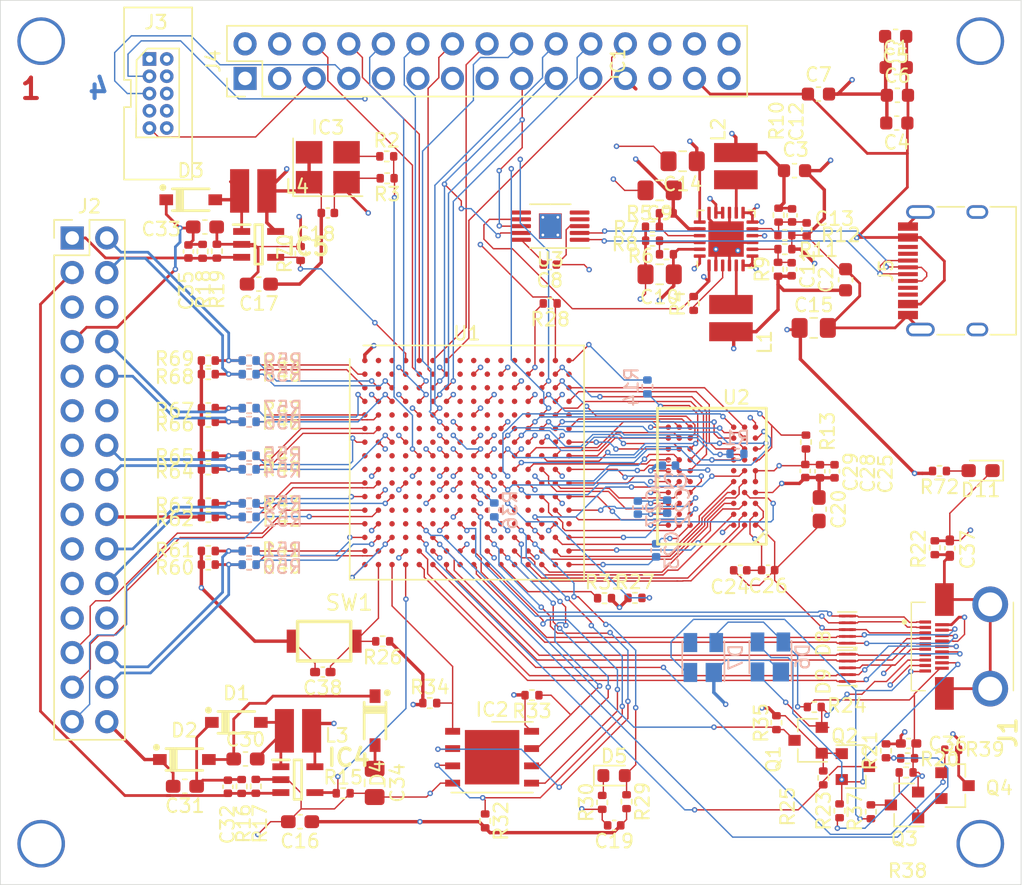
<source format=kicad_pcb>
(kicad_pcb (version 20171130) (host pcbnew "(5.1.7-0-10_14)")
  (layers (0 F.Cu signal) (1 L2 signal) (2 L3 signal) (31 B.Cu signal) (34 B.Paste user) (35 F.Paste user) (36 B.SilkS user) (37 F.SilkS user) (38 B.Mask user) (39 F.Mask user) (44 Edge.Cuts user))
  (net 0 "")
  (net 1 "Net-(J1-Pad14)")
  (net 2 GND)
  (net 3 +3V3)
  (net 4 "Net-(D5-Pad2)")
  (net 5 "Net-(D5-Pad1)")
  (net 6 FPGA_TDI)
  (net 7 IO1)
  (net 8 IO0)
  (net 9 FPGA_TMS)
  (net 10 IO2)
  (net 11 FPGA_TDO)
  (net 12 FPGA_TCK)
  (net 13 CPU_RST)
  (net 14 "Net-(U1-PadP11)")
  (net 15 "Net-(U1-PadP9)")
  (net 16 "Net-(U1-PadP7)")
  (net 17 "Net-(U1-PadP4)")
  (net 18 "Net-(U1-PadN9)")
  (net 19 +2V5)
  (net 20 "Net-(U1-PadM14)")
  (net 21 "Net-(U1-PadM13)")
  (net 22 "Net-(U1-PadM12)")
  (net 23 "Net-(U1-PadM11)")
  (net 24 "Net-(U1-PadM7)")
  (net 25 "Net-(U1-PadL13)")
  (net 26 "Net-(U1-PadL8)")
  (net 27 "Net-(U1-PadL7)")
  (net 28 +1V2)
  (net 29 "Net-(U1-PadF12)")
  (net 30 "Net-(U1-PadF10)")
  (net 31 "Net-(U1-PadF9)")
  (net 32 "Net-(U1-PadE11)")
  (net 33 "Net-(U1-PadE10)")
  (net 34 "Net-(U1-PadE8)")
  (net 35 "Net-(U1-PadE7)")
  (net 36 "Net-(U1-PadE4)")
  (net 37 "Net-(U1-PadD12)")
  (net 38 "Net-(U1-PadD11)")
  (net 39 "Net-(U1-PadD9)")
  (net 40 "Net-(U1-PadD8)")
  (net 41 "Net-(U1-PadC13)")
  (net 42 "Net-(U1-PadC11)")
  (net 43 "Net-(U1-PadC10)")
  (net 44 "Net-(U1-PadC8)")
  (net 45 "Net-(U1-PadB14)")
  (net 46 "Net-(U1-PadB12)")
  (net 47 "Net-(U1-PadB10)")
  (net 48 "Net-(U1-PadB3)")
  (net 49 "Net-(U1-PadA14)")
  (net 50 "Net-(U1-PadA13)")
  (net 51 "Net-(U1-PadA12)")
  (net 52 "Net-(U1-PadA11)")
  (net 53 "Net-(U1-PadA10)")
  (net 54 V_DDR)
  (net 55 "Net-(U2-PadF3)")
  (net 56 "Net-(U1-PadA3)")
  (net 57 "Net-(U1-PadN16)")
  (net 58 "Net-(U1-PadE16)")
  (net 59 "Net-(U1-PadE13)")
  (net 60 "Net-(U1-PadL12)")
  (net 61 "Net-(U1-PadL5)")
  (net 62 "Net-(U1-PadL4)")
  (net 63 "Net-(U1-PadK6)")
  (net 64 "Net-(U1-PadK5)")
  (net 65 "Net-(U1-PadJ6)")
  (net 66 "Net-(U1-PadH4)")
  (net 67 "Net-(U1-PadH3)")
  (net 68 "Net-(U1-PadG6)")
  (net 69 "Net-(U1-PadG5)")
  (net 70 "Net-(U1-PadF6)")
  (net 71 "Net-(U1-PadF5)")
  (net 72 "Net-(U1-PadF4)")
  (net 73 "Net-(U1-PadF3)")
  (net 74 "Net-(U1-PadE3)")
  (net 75 "Net-(U1-PadB2)")
  (net 76 "Net-(U1-PadA2)")
  (net 77 "Net-(R27-Pad2)")
  (net 78 DSI_RESET_N)
  (net 79 DSI_GPIO0)
  (net 80 DSI_GPIO1)
  (net 81 DSI_HS_3_P)
  (net 82 DSI_HS_3_N)
  (net 83 DSI_LP_3_P)
  (net 84 DSI_LP_3_N)
  (net 85 DSI_HS_2_P)
  (net 86 DSI_HS_2_N)
  (net 87 DSI_LP_2_P)
  (net 88 DSI_LP_2_N)
  (net 89 "Net-(R2-Pad2)")
  (net 90 DSI_HS_1_P)
  (net 91 DSI_HS_1_N)
  (net 92 DSI_LP_1_P)
  (net 93 DSI_LP_1_N)
  (net 94 DSI_HS_0_P)
  (net 95 DSI_HS_0_N)
  (net 96 DSI_LP_0_P)
  (net 97 DSI_LP_0_N)
  (net 98 "Net-(U1-PadC4)")
  (net 99 DSI_LP_CLK_P)
  (net 100 DSI_LP_CLK_N)
  (net 101 DSI_HS_CLK_P)
  (net 102 "Net-(U1-PadB8)")
  (net 103 DSI_HS_CLK_N)
  (net 104 "Net-(U1-PadA8)")
  (net 105 +5V)
  (net 106 "Net-(C8-Pad2)")
  (net 107 "Net-(C11-Pad1)")
  (net 108 "Net-(C12-Pad1)")
  (net 109 LCD_BOOST_FB)
  (net 110 LCD_PVDD)
  (net 111 LCD_MVDD)
  (net 112 LCD_BL_FB)
  (net 113 LCD_BL_A)
  (net 114 HDMI_P5V)
  (net 115 "Net-(C37-Pad1)")
  (net 116 "Net-(C30-Pad2)")
  (net 117 "Net-(C30-Pad1)")
  (net 118 "Net-(D3-Pad2)")
  (net 119 HDMI_SDA)
  (net 120 HDMI_SCL)
  (net 121 "Net-(D7-Pad3)")
  (net 122 HDMI_HPD)
  (net 123 "Net-(IC1-Pad22)")
  (net 124 "Net-(IC1-Pad21)")
  (net 125 "Net-(IC1-Pad14)")
  (net 126 "Net-(IC1-Pad5)")
  (net 127 "Net-(IC1-Pad3)")
  (net 128 HDMI_CEC)
  (net 129 DSI_L0_P)
  (net 130 DSI_L0_N)
  (net 131 DSI_L1_P)
  (net 132 DSI_L1_N)
  (net 133 DSI_CLK_P)
  (net 134 LCD_PVDRV)
  (net 135 DSI_CLK_N)
  (net 136 LCD_MVDRV)
  (net 137 DSI_L2_P)
  (net 138 DSI_L2_N)
  (net 139 DSI_L3_P)
  (net 140 DSI_L3_N)
  (net 141 "Net-(Q3-Pad3)")
  (net 142 "Net-(Q3-Pad1)")
  (net 143 "Net-(U3-Pad6)")
  (net 144 "Net-(U3-Pad5)")
  (net 145 "Net-(U1-PadN3)")
  (net 146 "Net-(U1-PadK3)")
  (net 147 "Net-(U1-PadJ4)")
  (net 148 "Net-(U1-PadJ3)")
  (net 149 "Net-(U1-PadJ1)")
  (net 150 "Net-(U1-PadH2)")
  (net 151 "Net-(U1-PadH1)")
  (net 152 "Net-(U1-PadM3)")
  (net 153 "Net-(U1-PadM4)")
  (net 154 "Net-(U1-PadM5)")
  (net 155 "Net-(U1-PadT8)")
  (net 156 "Net-(U1-PadP8)")
  (net 157 "Net-(U1-PadM10)")
  (net 158 "Net-(U1-PadL10)")
  (net 159 "Net-(U1-PadT15)")
  (net 160 "Net-(C38-Pad1)")
  (net 161 "Net-(U1-PadR3)")
  (net 162 "Net-(U1-PadN6)")
  (net 163 "Net-(U1-PadM6)")
  (net 164 DBG_O1)
  (net 165 DBG_O0)
  (net 166 DBG_O3)
  (net 167 DBG_O2)
  (net 168 /hdmi-in/TMDS1_N)
  (net 169 /hdmi-in/TMDS1_P)
  (net 170 /hdmi-in/TMDS2_N)
  (net 171 /hdmi-in/TMDS2_P)
  (net 172 /hdmi-in/TMDS_CLK_N)
  (net 173 /hdmi-in/TMDS_CLK_P)
  (net 174 /hdmi-in/TMDS0_N)
  (net 175 /hdmi-in/TMDS0_P)
  (net 176 /xc6slx16/QSPI_DQ3)
  (net 177 /xc6slx16/QSPI_CLK)
  (net 178 /xc6slx16/QSPI_DQ0)
  (net 179 /xc6slx16/QSPI_DQ2)
  (net 180 /xc6slx16/QSPI_DQ1)
  (net 181 /xc6slx16/QSPI_CS0)
  (net 182 /xc6slx16/CLK_25MHZ)
  (net 183 /power/BL_DIM)
  (net 184 /hdmi-in/SDA)
  (net 185 /hdmi-in/SCL)
  (net 186 /hdmi-in/HPD_EN)
  (net 187 /lpddrsdram/SDRAM_CLK_P)
  (net 188 /lpddrsdram/SDRAM_CLK_N)
  (net 189 /lpddrsdram/SDRAM_CKE)
  (net 190 /lpddrsdram/SDRAM_CS_N)
  (net 191 /hdmi-in/HPD_NOTIFY)
  (net 192 /xc6slx16/FPGA_M0)
  (net 193 /xc6slx16/FPGA_M1)
  (net 194 /lpddrsdram/SDRAM_DQ12)
  (net 195 /lpddrsdram/SDRAM_DQ13)
  (net 196 /lpddrsdram/SDRAM_DQ15)
  (net 197 /lpddrsdram/SDRAM_DQ11)
  (net 198 /lpddrsdram/SDRAM_DQ10)
  (net 199 /lpddrsdram/SDRAM_DQS1)
  (net 200 /lpddrsdram/SDRAM_DQ14)
  (net 201 /lpddrsdram/SDRAM_DQ9)
  (net 202 /lpddrsdram/SDRAM_DQ8)
  (net 203 /lpddrsdram/SDRAM_DQS0)
  (net 204 /lpddrsdram/SDRAM_DQ3)
  (net 205 /lpddrsdram/SDRAM_DQ2)
  (net 206 /lpddrsdram/SDRAM_DQ1)
  (net 207 /lpddrsdram/SDRAM_DQ0)
  (net 208 /lpddrsdram/SDRAM_DQ7)
  (net 209 /lpddrsdram/SDRAM_DQ6)
  (net 210 /lpddrsdram/SDRAM_CAS_N)
  (net 211 /lpddrsdram/SDRAM_DQM1)
  (net 212 /lpddrsdram/SDRAM_DQM0)
  (net 213 /lpddrsdram/SDRAM_DQ5)
  (net 214 /lpddrsdram/SDRAM_DQ4)
  (net 215 /lpddrsdram/SDRAM_RAS_N)
  (net 216 /lpddrsdram/SDRAM_A6)
  (net 217 /lpddrsdram/SDRAM_A5)
  (net 218 /lpddrsdram/SDRAM_A1)
  (net 219 /lpddrsdram/SDRAM_A0)
  (net 220 /lpddrsdram/SDRAM_A3)
  (net 221 /lpddrsdram/SDRAM_BA1)
  (net 222 /lpddrsdram/SDRAM_BA0)
  (net 223 /lpddrsdram/SDRAM_A11)
  (net 224 /lpddrsdram/SDRAM_A2)
  (net 225 /lpddrsdram/SDRAM_A7)
  (net 226 /lpddrsdram/SDRAM_A9)
  (net 227 /lpddrsdram/SDRAM_A8)
  (net 228 /lpddrsdram/SDRAM_WE_N)
  (net 229 /xc6slx16/DDR_VREF)
  (net 230 /lpddrsdram/SDRAM_A12)
  (net 231 /lpddrsdram/SDRAM_A4)
  (net 232 /lpddrsdram/SDRAM_A10)
  (net 233 /xc6slx16/SDRAM_A14)
  (net 234 /lpddrsdram/SDRAM_A13)
  (net 235 SCL)
  (net 236 SDA)
  (net 237 DBG_RX)
  (net 238 DBG_TX)
  (net 239 "Net-(U1-PadA9)")
  (net 240 "Net-(U1-PadC9)")
  (net 241 DBG_O6)
  (net 242 DBG_O7)
  (net 243 DBG_O4)
  (net 244 DBG_O5)
  (net 245 DBG_O8)
  (net 246 DBG_O9)
  (net 247 "Net-(J5-PadB8)")
  (net 248 "Net-(J5-PadA5)")
  (net 249 "Net-(J5-PadA7)")
  (net 250 "Net-(J5-PadA6)")
  (net 251 "Net-(J5-PadA8)")
  (net 252 "Net-(J5-PadB5)")
  (net 253 "Net-(D11-Pad2)")
  (net 254 /power/LCD_PWREN)
  (net 255 "Net-(U1-PadN4)")
  (module Resistor_SMD:R_0402_1005Metric (layer F.Cu) (at 169 74.6 180)
    (fp_text reference R72 (at 0 -1.17) (layer F.SilkS))
    (fp_text value 1k)
    (pad 2 smd roundrect (at 0.51 0 180) (size 0.54 0.64) (layers F.Cu F.Paste F.Mask) (net 3 +3V3))
    (pad 1 smd roundrect (at -0.51 0 180) (size 0.54 0.64) (layers F.Cu F.Paste F.Mask) (net 253 "Net-(D11-Pad2)"))
  )
  (module LED_SMD:LED_0603_1608Metric_Pad1.05x0.95mm_HandSolder (layer F.Cu) (at 172.02 74.57 180)
    (fp_text reference D11 (at 0 -1.43) (layer F.SilkS))
    (fp_text value LED)
    (pad 2 smd roundrect (at 0.875 0 180) (size 1.05 0.95) (layers F.Cu F.Paste F.Mask) (net 253 "Net-(D11-Pad2)"))
    (pad 1 smd roundrect (at -0.875 0 180) (size 1.05 0.95) (layers F.Cu F.Paste F.Mask) (net 2 GND))
  )
  (module mybays_connector:USB_C (layer F.Cu) (at 170.73 59.88 90)
    (fp_text reference J5 (at 0 -5.645 90) (layer F.SilkS))
    (fp_text value USB_C)
    (pad B1 smd rect (at 3.25 -4.045 90) (size 0.6 1.45) (layers F.Cu F.Paste F.Mask) (net 2 GND))
    (pad A9 smd rect (at 2.45 -4.045 90) (size 0.6 1.45) (layers F.Cu F.Paste F.Mask) (net 105 +5V))
    (pad B9 smd rect (at -2.45 -4.045 90) (size 0.6 1.45) (layers F.Cu F.Paste F.Mask) (net 105 +5V))
    (pad B12 smd rect (at -3.25 -4.045 90) (size 0.6 1.45) (layers F.Cu F.Paste F.Mask) (net 2 GND))
    (pad A1 smd rect (at -3.25 -4.045 90) (size 0.6 1.45) (layers F.Cu F.Paste F.Mask) (net 2 GND))
    (pad A4 smd rect (at -2.45 -4.045 90) (size 0.6 1.45) (layers F.Cu F.Paste F.Mask) (net 105 +5V))
    (pad B4 smd rect (at 2.45 -4.045 90) (size 0.6 1.45) (layers F.Cu F.Paste F.Mask) (net 105 +5V))
    (pad A12 smd rect (at 3.25 -4.045 90) (size 0.6 1.45) (layers F.Cu F.Paste F.Mask) (net 2 GND))
    (pad B8 smd rect (at -1.75 -4.045 90) (size 0.3 1.45) (layers F.Cu F.Paste F.Mask) (net 247 "Net-(J5-PadB8)"))
    (pad A5 smd rect (at -1.25 -4.045 90) (size 0.3 1.45) (layers F.Cu F.Paste F.Mask) (net 248 "Net-(J5-PadA5)"))
    (pad B7 smd rect (at -0.75 -4.045 90) (size 0.3 1.45) (layers F.Cu F.Paste F.Mask) (net 249 "Net-(J5-PadA7)"))
    (pad A7 smd rect (at 0.25 -4.045 90) (size 0.3 1.45) (layers F.Cu F.Paste F.Mask) (net 249 "Net-(J5-PadA7)"))
    (pad B6 smd rect (at 0.75 -4.045 90) (size 0.3 1.45) (layers F.Cu F.Paste F.Mask) (net 250 "Net-(J5-PadA6)"))
    (pad A8 smd rect (at 1.25 -4.045 90) (size 0.3 1.45) (layers F.Cu F.Paste F.Mask) (net 251 "Net-(J5-PadA8)"))
    (pad B5 smd rect (at 1.75 -4.045 90) (size 0.3 1.45) (layers F.Cu F.Paste F.Mask) (net 252 "Net-(J5-PadB5)"))
    (pad A6 smd rect (at -0.25 -4.045 90) (size 0.3 1.45) (layers F.Cu F.Paste F.Mask) (net 250 "Net-(J5-PadA6)"))
    (pad S1 thru_hole oval (at 4.32 -3.13 90) (size 1 2.1) (drill oval 0.6 1.7) (layers *.Cu *.Mask) (net 2 GND))
    (pad S1 thru_hole oval (at -4.32 -3.13 90) (size 1 2.1) (drill oval 0.6 1.7) (layers *.Cu *.Mask) (net 2 GND))
    (pad "" np_thru_hole circle (at -2.89 -2.6 90) (size 0.65 0.65) (drill 0.65) (layers *.Cu *.Mask))
    (pad S1 thru_hole oval (at -4.32 1.05 90) (size 1 1.6) (drill oval 0.6 1.2) (layers *.Cu *.Mask) (net 2 GND))
    (pad "" np_thru_hole circle (at 2.89 -2.6 90) (size 0.65 0.65) (drill 0.65) (layers *.Cu *.Mask))
    (pad S1 thru_hole oval (at 4.32 1.05 90) (size 1 1.6) (drill oval 0.6 1.2) (layers *.Cu *.Mask) (net 2 GND))
  )
  (module Connector_PinHeader_2.54mm:PinHeader_2x15_P2.54mm_Vertical (layer F.Cu) (at 117.98 45.74 90)
    (fp_text reference J4 (at 1.27 -2.33 90) (layer F.SilkS))
    (fp_text value Conn_02x15_Odd_Even)
    (pad 30 thru_hole oval (at 2.54 35.56 90) (size 1.7 1.7) (drill 1) (layers *.Cu *.Mask) (net 2 GND))
    (pad 29 thru_hole oval (at 0 35.56 90) (size 1.7 1.7) (drill 1) (layers *.Cu *.Mask) (net 2 GND))
    (pad 28 thru_hole oval (at 2.54 33.02 90) (size 1.7 1.7) (drill 1) (layers *.Cu *.Mask) (net 3 +3V3))
    (pad 27 thru_hole oval (at 0 33.02 90) (size 1.7 1.7) (drill 1) (layers *.Cu *.Mask) (net 105 +5V))
    (pad 26 thru_hole oval (at 2.54 30.48 90) (size 1.7 1.7) (drill 1) (layers *.Cu *.Mask) (net 54 V_DDR))
    (pad 25 thru_hole oval (at 0 30.48 90) (size 1.7 1.7) (drill 1) (layers *.Cu *.Mask) (net 19 +2V5))
    (pad 24 thru_hole oval (at 2.54 27.94 90) (size 1.7 1.7) (drill 1) (layers *.Cu *.Mask) (net 246 DBG_O9))
    (pad 23 thru_hole oval (at 0 27.94 90) (size 1.7 1.7) (drill 1) (layers *.Cu *.Mask) (net 28 +1V2))
    (pad 22 thru_hole oval (at 2.54 25.4 90) (size 1.7 1.7) (drill 1) (layers *.Cu *.Mask) (net 245 DBG_O8))
    (pad 21 thru_hole oval (at 0 25.4 90) (size 1.7 1.7) (drill 1) (layers *.Cu *.Mask) (net 2 GND))
    (pad 20 thru_hole oval (at 2.54 22.86 90) (size 1.7 1.7) (drill 1) (layers *.Cu *.Mask) (net 242 DBG_O7))
    (pad 19 thru_hole oval (at 0 22.86 90) (size 1.7 1.7) (drill 1) (layers *.Cu *.Mask) (net 237 DBG_RX))
    (pad 18 thru_hole oval (at 2.54 20.32 90) (size 1.7 1.7) (drill 1) (layers *.Cu *.Mask) (net 241 DBG_O6))
    (pad 17 thru_hole oval (at 0 20.32 90) (size 1.7 1.7) (drill 1) (layers *.Cu *.Mask) (net 238 DBG_TX))
    (pad 16 thru_hole oval (at 2.54 17.78 90) (size 1.7 1.7) (drill 1) (layers *.Cu *.Mask) (net 244 DBG_O5))
    (pad 15 thru_hole oval (at 0 17.78 90) (size 1.7 1.7) (drill 1) (layers *.Cu *.Mask) (net 236 SDA))
    (pad 14 thru_hole oval (at 2.54 15.24 90) (size 1.7 1.7) (drill 1) (layers *.Cu *.Mask) (net 243 DBG_O4))
    (pad 13 thru_hole oval (at 0 15.24 90) (size 1.7 1.7) (drill 1) (layers *.Cu *.Mask) (net 235 SCL))
    (pad 12 thru_hole oval (at 2.54 12.7 90) (size 1.7 1.7) (drill 1) (layers *.Cu *.Mask) (net 166 DBG_O3))
    (pad 11 thru_hole oval (at 0 12.7 90) (size 1.7 1.7) (drill 1) (layers *.Cu *.Mask) (net 12 FPGA_TCK))
    (pad 10 thru_hole oval (at 2.54 10.16 90) (size 1.7 1.7) (drill 1) (layers *.Cu *.Mask) (net 167 DBG_O2))
    (pad 9 thru_hole oval (at 0 10.16 90) (size 1.7 1.7) (drill 1) (layers *.Cu *.Mask) (net 11 FPGA_TDO))
    (pad 8 thru_hole oval (at 2.54 7.62 90) (size 1.7 1.7) (drill 1) (layers *.Cu *.Mask) (net 164 DBG_O1))
    (pad 7 thru_hole oval (at 0 7.62 90) (size 1.7 1.7) (drill 1) (layers *.Cu *.Mask) (net 9 FPGA_TMS))
    (pad 6 thru_hole oval (at 2.54 5.08 90) (size 1.7 1.7) (drill 1) (layers *.Cu *.Mask) (net 165 DBG_O0))
    (pad 5 thru_hole oval (at 0 5.08 90) (size 1.7 1.7) (drill 1) (layers *.Cu *.Mask) (net 6 FPGA_TDI))
    (pad 4 thru_hole oval (at 2.54 2.54 90) (size 1.7 1.7) (drill 1) (layers *.Cu *.Mask) (net 3 +3V3))
    (pad 3 thru_hole oval (at 0 2.54 90) (size 1.7 1.7) (drill 1) (layers *.Cu *.Mask) (net 105 +5V))
    (pad 2 thru_hole oval (at 2.54 0 90) (size 1.7 1.7) (drill 1) (layers *.Cu *.Mask) (net 2 GND))
    (pad 1 thru_hole rect (at 0 0 90) (size 1.7 1.7) (drill 1) (layers *.Cu *.Mask) (net 2 GND))
  )
  (module Resistor_SMD:R_0402_1005Metric (layer F.Cu) (at 122.06 58.61 90)
    (fp_text reference R70 (at 0 -1.17 90) (layer F.SilkS))
    (fp_text value 100k)
    (pad 2 smd roundrect (at 0.51 0 90) (size 0.54 0.64) (layers F.Cu F.Paste F.Mask) (net 2 GND))
    (pad 1 smd roundrect (at -0.51 0 90) (size 0.54 0.64) (layers F.Cu F.Paste F.Mask) (net 183 /power/BL_DIM))
  )
  (module mybays_connector:turtlekey (layer F.Cu) (at 123.79 87.11)
    (fp_text reference SW1 (at 0 -2.830322) (layer F.SilkS) (effects (font (size 1.143 1.143) (thickness 0.1524)) (justify left)))
    (fp_text value SW_Push)
    (pad 1 smd rect (at -2.29997 0) (size 0.899998 1.699997) (layers F.Cu F.Paste F.Mask) (net 2 GND))
    (pad 2 smd rect (at 2.29997 0) (size 0.899998 1.699997) (layers F.Cu F.Paste F.Mask) (net 160 "Net-(C38-Pad1)"))
  )
  (module Capacitor_SMD:C_0402_1005Metric_Pad0.74x0.62mm_HandSolder (layer F.Cu) (at 123.69 89.38 180)
    (fp_text reference C38 (at 0 -1.16) (layer F.SilkS))
    (fp_text value C)
    (pad 2 smd roundrect (at 0.5675 0 180) (size 0.735 0.62) (layers F.Cu F.Paste F.Mask) (net 2 GND))
    (pad 1 smd roundrect (at -0.5675 0 180) (size 0.735 0.62) (layers F.Cu F.Paste F.Mask) (net 160 "Net-(C38-Pad1)"))
  )
  (module mybays:FBGA60-6X10 (layer F.Cu) (at 152.28 74.98 180)
    (fp_text reference U2 (at -1.79 5.79) (layer F.SilkS))
    (fp_text value K4X1G163PE)
    (pad A1 smd circle (at -3.2 -3.6 180) (size 0.4 0.4) (layers F.Cu F.Paste F.Mask) (net 2 GND))
    (pad A2 smd circle (at -2.4 -3.6 180) (size 0.4 0.4) (layers F.Cu F.Paste F.Mask) (net 196 /lpddrsdram/SDRAM_DQ15))
    (pad A3 smd circle (at -1.6 -3.6 180) (size 0.4 0.4) (layers F.Cu F.Paste F.Mask) (net 2 GND))
    (pad A7 smd circle (at 1.6 -3.6 180) (size 0.4 0.4) (layers F.Cu F.Paste F.Mask) (net 54 V_DDR))
    (pad A8 smd circle (at 2.4 -3.6 180) (size 0.4 0.4) (layers F.Cu F.Paste F.Mask) (net 207 /lpddrsdram/SDRAM_DQ0))
    (pad A9 smd circle (at 3.2 -3.6 180) (size 0.4 0.4) (layers F.Cu F.Paste F.Mask) (net 54 V_DDR))
    (pad B1 smd circle (at -3.2 -2.8 180) (size 0.4 0.4) (layers F.Cu F.Paste F.Mask) (net 54 V_DDR))
    (pad B2 smd circle (at -2.4 -2.8 180) (size 0.4 0.4) (layers F.Cu F.Paste F.Mask) (net 195 /lpddrsdram/SDRAM_DQ13))
    (pad B3 smd circle (at -1.6 -2.8 180) (size 0.4 0.4) (layers F.Cu F.Paste F.Mask) (net 200 /lpddrsdram/SDRAM_DQ14))
    (pad B7 smd circle (at 1.6 -2.8 180) (size 0.4 0.4) (layers F.Cu F.Paste F.Mask) (net 206 /lpddrsdram/SDRAM_DQ1))
    (pad B8 smd circle (at 2.4 -2.8 180) (size 0.4 0.4) (layers F.Cu F.Paste F.Mask) (net 205 /lpddrsdram/SDRAM_DQ2))
    (pad B9 smd circle (at 3.2 -2.8 180) (size 0.4 0.4) (layers F.Cu F.Paste F.Mask) (net 2 GND))
    (pad C1 smd circle (at -3.2 -2 180) (size 0.4 0.4) (layers F.Cu F.Paste F.Mask) (net 2 GND))
    (pad C2 smd circle (at -2.4 -2 180) (size 0.4 0.4) (layers F.Cu F.Paste F.Mask) (net 197 /lpddrsdram/SDRAM_DQ11))
    (pad C3 smd circle (at -1.6 -2 180) (size 0.4 0.4) (layers F.Cu F.Paste F.Mask) (net 194 /lpddrsdram/SDRAM_DQ12))
    (pad C7 smd circle (at 1.6 -2 180) (size 0.4 0.4) (layers F.Cu F.Paste F.Mask) (net 204 /lpddrsdram/SDRAM_DQ3))
    (pad C8 smd circle (at 2.4 -2 180) (size 0.4 0.4) (layers F.Cu F.Paste F.Mask) (net 214 /lpddrsdram/SDRAM_DQ4))
    (pad C9 smd circle (at 3.2 -2 180) (size 0.4 0.4) (layers F.Cu F.Paste F.Mask) (net 54 V_DDR))
    (pad D1 smd circle (at -3.2 -1.2 180) (size 0.4 0.4) (layers F.Cu F.Paste F.Mask) (net 54 V_DDR))
    (pad D2 smd circle (at -2.4 -1.2 180) (size 0.4 0.4) (layers F.Cu F.Paste F.Mask) (net 201 /lpddrsdram/SDRAM_DQ9))
    (pad D3 smd circle (at -1.6 -1.2 180) (size 0.4 0.4) (layers F.Cu F.Paste F.Mask) (net 198 /lpddrsdram/SDRAM_DQ10))
    (pad D7 smd circle (at 1.6 -1.2 180) (size 0.4 0.4) (layers F.Cu F.Paste F.Mask) (net 213 /lpddrsdram/SDRAM_DQ5))
    (pad D8 smd circle (at 2.4 -1.2 180) (size 0.4 0.4) (layers F.Cu F.Paste F.Mask) (net 209 /lpddrsdram/SDRAM_DQ6))
    (pad D9 smd circle (at 3.2 -1.2 180) (size 0.4 0.4) (layers F.Cu F.Paste F.Mask) (net 2 GND))
    (pad E1 smd circle (at -3.2 -0.4 180) (size 0.4 0.4) (layers F.Cu F.Paste F.Mask) (net 2 GND))
    (pad E2 smd circle (at -2.4 -0.4 180) (size 0.4 0.4) (layers F.Cu F.Paste F.Mask) (net 199 /lpddrsdram/SDRAM_DQS1))
    (pad E3 smd circle (at -1.6 -0.4 180) (size 0.4 0.4) (layers F.Cu F.Paste F.Mask) (net 202 /lpddrsdram/SDRAM_DQ8))
    (pad E7 smd circle (at 1.6 -0.4 180) (size 0.4 0.4) (layers F.Cu F.Paste F.Mask) (net 208 /lpddrsdram/SDRAM_DQ7))
    (pad E8 smd circle (at 2.4 -0.4 180) (size 0.4 0.4) (layers F.Cu F.Paste F.Mask) (net 203 /lpddrsdram/SDRAM_DQS0))
    (pad E9 smd circle (at 3.2 -0.4 180) (size 0.4 0.4) (layers F.Cu F.Paste F.Mask) (net 54 V_DDR))
    (pad F1 smd circle (at -3.2 0.4 180) (size 0.4 0.4) (layers F.Cu F.Paste F.Mask) (net 2 GND))
    (pad F2 smd circle (at -2.4 0.4 180) (size 0.4 0.4) (layers F.Cu F.Paste F.Mask) (net 211 /lpddrsdram/SDRAM_DQM1))
    (pad F3 smd circle (at -1.6 0.4 180) (size 0.4 0.4) (layers F.Cu F.Paste F.Mask) (net 55 "Net-(U2-PadF3)"))
    (pad F7 smd circle (at 1.6 0.4 180) (size 0.4 0.4) (layers F.Cu F.Paste F.Mask) (net 234 /lpddrsdram/SDRAM_A13))
    (pad F8 smd circle (at 2.4 0.4 180) (size 0.4 0.4) (layers F.Cu F.Paste F.Mask) (net 212 /lpddrsdram/SDRAM_DQM0))
    (pad F9 smd circle (at 3.2 0.4 180) (size 0.4 0.4) (layers F.Cu F.Paste F.Mask) (net 54 V_DDR))
    (pad G1 smd circle (at -3.2 1.2 180) (size 0.4 0.4) (layers F.Cu F.Paste F.Mask) (net 189 /lpddrsdram/SDRAM_CKE))
    (pad G2 smd circle (at -2.4 1.2 180) (size 0.4 0.4) (layers F.Cu F.Paste F.Mask) (net 187 /lpddrsdram/SDRAM_CLK_P))
    (pad G3 smd circle (at -1.6 1.2 180) (size 0.4 0.4) (layers F.Cu F.Paste F.Mask) (net 188 /lpddrsdram/SDRAM_CLK_N))
    (pad G7 smd circle (at 1.6 1.2 180) (size 0.4 0.4) (layers F.Cu F.Paste F.Mask) (net 228 /lpddrsdram/SDRAM_WE_N))
    (pad G8 smd circle (at 2.4 1.2 180) (size 0.4 0.4) (layers F.Cu F.Paste F.Mask) (net 210 /lpddrsdram/SDRAM_CAS_N))
    (pad G9 smd circle (at 3.2 1.2 180) (size 0.4 0.4) (layers F.Cu F.Paste F.Mask) (net 215 /lpddrsdram/SDRAM_RAS_N))
    (pad H1 smd circle (at -3.2 2 180) (size 0.4 0.4) (layers F.Cu F.Paste F.Mask) (net 226 /lpddrsdram/SDRAM_A9))
    (pad H2 smd circle (at -2.4 2 180) (size 0.4 0.4) (layers F.Cu F.Paste F.Mask) (net 223 /lpddrsdram/SDRAM_A11))
    (pad H3 smd circle (at -1.6 2 180) (size 0.4 0.4) (layers F.Cu F.Paste F.Mask) (net 230 /lpddrsdram/SDRAM_A12))
    (pad H7 smd circle (at 1.6 2 180) (size 0.4 0.4) (layers F.Cu F.Paste F.Mask) (net 190 /lpddrsdram/SDRAM_CS_N))
    (pad H8 smd circle (at 2.4 2 180) (size 0.4 0.4) (layers F.Cu F.Paste F.Mask) (net 222 /lpddrsdram/SDRAM_BA0))
    (pad H9 smd circle (at 3.2 2 180) (size 0.4 0.4) (layers F.Cu F.Paste F.Mask) (net 221 /lpddrsdram/SDRAM_BA1))
    (pad J1 smd circle (at -3.2 2.8 180) (size 0.4 0.4) (layers F.Cu F.Paste F.Mask) (net 216 /lpddrsdram/SDRAM_A6))
    (pad J2 smd circle (at -2.4 2.8 180) (size 0.4 0.4) (layers F.Cu F.Paste F.Mask) (net 225 /lpddrsdram/SDRAM_A7))
    (pad J3 smd circle (at -1.6 2.8 180) (size 0.4 0.4) (layers F.Cu F.Paste F.Mask) (net 227 /lpddrsdram/SDRAM_A8))
    (pad J7 smd circle (at 1.6 2.8 180) (size 0.4 0.4) (layers F.Cu F.Paste F.Mask) (net 232 /lpddrsdram/SDRAM_A10))
    (pad J8 smd circle (at 2.4 2.8 180) (size 0.4 0.4) (layers F.Cu F.Paste F.Mask) (net 219 /lpddrsdram/SDRAM_A0))
    (pad J9 smd circle (at 3.2 2.8 180) (size 0.4 0.4) (layers F.Cu F.Paste F.Mask) (net 218 /lpddrsdram/SDRAM_A1))
    (pad K1 smd circle (at -3.2 3.6 180) (size 0.4 0.4) (layers F.Cu F.Paste F.Mask) (net 2 GND))
    (pad K2 smd circle (at -2.4 3.6 180) (size 0.4 0.4) (layers F.Cu F.Paste F.Mask) (net 231 /lpddrsdram/SDRAM_A4))
    (pad K3 smd circle (at -1.6 3.6 180) (size 0.4 0.4) (layers F.Cu F.Paste F.Mask) (net 217 /lpddrsdram/SDRAM_A5))
    (pad K7 smd circle (at 1.6 3.6 180) (size 0.4 0.4) (layers F.Cu F.Paste F.Mask) (net 224 /lpddrsdram/SDRAM_A2))
    (pad K8 smd circle (at 2.4 3.6 180) (size 0.4 0.4) (layers F.Cu F.Paste F.Mask) (net 220 /lpddrsdram/SDRAM_A3))
    (pad K9 smd circle (at 3.2 3.6 180) (size 0.4 0.4) (layers F.Cu F.Paste F.Mask) (net 54 V_DDR))
  )
  (module Resistor_SMD:R_0402_1005Metric (layer B.Cu) (at 147.54 68.42 270)
    (fp_text reference R14 (at 0 1.17 270) (layer B.SilkS) (effects (justify mirror)))
    (fp_text value 100)
    (pad 2 smd roundrect (at 0.51 0 270) (size 0.54 0.64) (layers B.Cu B.Paste B.Mask) (net 190 /lpddrsdram/SDRAM_CS_N))
    (pad 1 smd roundrect (at -0.51 0 270) (size 0.54 0.64) (layers B.Cu B.Paste B.Mask) (net 2 GND))
  )
  (module Resistor_SMD:R_0402_1005Metric (layer F.Cu) (at 159.19 72.47 90)
    (fp_text reference R13 (at 0.78 1.59 90) (layer F.SilkS))
    (fp_text value 4.7k)
    (pad 2 smd roundrect (at 0.51 0 90) (size 0.54 0.64) (layers F.Cu F.Paste F.Mask) (net 189 /lpddrsdram/SDRAM_CKE))
    (pad 1 smd roundrect (at -0.51 0 90) (size 0.54 0.64) (layers F.Cu F.Paste F.Mask) (net 2 GND))
  )
  (module Capacitor_SMD:C_0402_1005Metric_Pad0.74x0.62mm_HandSolder (layer F.Cu) (at 169.76 80.27 90)
    (fp_text reference C37 (at -0.11 1.31 90) (layer F.SilkS))
    (fp_text value 100n)
    (pad 2 smd roundrect (at 0.5675 0 90) (size 0.735 0.62) (layers F.Cu F.Paste F.Mask) (net 2 GND))
    (pad 1 smd roundrect (at -0.5675 0 90) (size 0.735 0.62) (layers F.Cu F.Paste F.Mask) (net 115 "Net-(C37-Pad1)"))
  )
  (module Capacitor_SMD:C_0402_1005Metric_Pad0.74x0.62mm_HandSolder (layer F.Cu) (at 166.73 94.63 180)
    (fp_text reference C36 (at -2.9 -0.04) (layer F.SilkS))
    (fp_text value 100n)
    (pad 2 smd roundrect (at 0.5675 0 180) (size 0.735 0.62) (layers F.Cu F.Paste F.Mask) (net 2 GND))
    (pad 1 smd roundrect (at -0.5675 0 180) (size 0.735 0.62) (layers F.Cu F.Paste F.Mask) (net 114 HDMI_P5V))
  )
  (module Capacitor_SMD:C_0805_2012Metric_Pad1.18x1.45mm_HandSolder (layer F.Cu) (at 127.5 97.53 270)
    (fp_text reference C34 (at 0 -1.68 90) (layer F.SilkS))
    (fp_text value 4.7u)
    (pad 2 smd roundrect (at 1.0375 0 270) (size 1.175 1.45) (layers F.Cu F.Paste F.Mask) (roundrect_rratio 0.212766) (net 2 GND))
    (pad 1 smd roundrect (at -1.0375 0 270) (size 1.175 1.45) (layers F.Cu F.Paste F.Mask) (roundrect_rratio 0.212766) (net 111 LCD_MVDD))
  )
  (module Capacitor_SMD:C_0603_1608Metric_Pad1.08x0.95mm_HandSolder (layer F.Cu) (at 160.16 77.4125 270)
    (fp_text reference C20 (at 0 -1.43 90) (layer F.SilkS))
    (fp_text value 1u)
    (pad 2 smd roundrect (at 0.8625 0 270) (size 1.075 0.95) (layers F.Cu F.Paste F.Mask) (net 2 GND))
    (pad 1 smd roundrect (at -0.8625 0 270) (size 1.075 0.95) (layers F.Cu F.Paste F.Mask) (net 54 V_DDR))
  )
  (module Capacitor_SMD:C_0603_1608Metric_Pad1.08x0.95mm_HandSolder (layer F.Cu) (at 118.99 60.86 180)
    (fp_text reference C17 (at 0 -1.43) (layer F.SilkS))
    (fp_text value 4.7u)
    (pad 2 smd roundrect (at 0.8625 0 180) (size 1.075 0.95) (layers F.Cu F.Paste F.Mask) (net 2 GND))
    (pad 1 smd roundrect (at -0.8625 0 180) (size 1.075 0.95) (layers F.Cu F.Paste F.Mask) (net 3 +3V3))
  )
  (module Capacitor_SMD:C_0603_1608Metric_Pad1.08x0.95mm_HandSolder (layer F.Cu) (at 122.02 100.38 180)
    (fp_text reference C16 (at 0 -1.43) (layer F.SilkS))
    (fp_text value 4.7u)
    (pad 2 smd roundrect (at 0.8625 0 180) (size 1.075 0.95) (layers F.Cu F.Paste F.Mask) (net 2 GND))
    (pad 1 smd roundrect (at -0.8625 0 180) (size 1.075 0.95) (layers F.Cu F.Paste F.Mask) (net 3 +3V3))
  )
  (module Capacitor_SMD:C_0805_2012Metric_Pad1.18x1.45mm_HandSolder (layer F.Cu) (at 159.76 64.08)
    (fp_text reference C15 (at 0 -1.68) (layer F.SilkS))
    (fp_text value 10u)
    (pad 2 smd roundrect (at 1.0375 0) (size 1.175 1.45) (layers F.Cu F.Paste F.Mask) (roundrect_rratio 0.212766) (net 2 GND))
    (pad 1 smd roundrect (at -1.0375 0) (size 1.175 1.45) (layers F.Cu F.Paste F.Mask) (roundrect_rratio 0.212766) (net 3 +3V3))
  )
  (module Capacitor_SMD:C_0805_2012Metric_Pad1.18x1.45mm_HandSolder (layer F.Cu) (at 150.13 51.83 180)
    (fp_text reference C14 (at 0 -1.68) (layer F.SilkS))
    (fp_text value 10u)
    (pad 2 smd roundrect (at 1.0375 0 180) (size 1.175 1.45) (layers F.Cu F.Paste F.Mask) (roundrect_rratio 0.212766) (net 2 GND))
    (pad 1 smd roundrect (at -1.0375 0 180) (size 1.175 1.45) (layers F.Cu F.Paste F.Mask) (roundrect_rratio 0.212766) (net 54 V_DDR))
  )
  (module Capacitor_SMD:C_0805_2012Metric_Pad1.18x1.45mm_HandSolder (layer F.Cu) (at 148.44 60.14 180)
    (fp_text reference C10 (at 0 -1.68) (layer F.SilkS))
    (fp_text value 10u)
    (pad 2 smd roundrect (at 1.0375 0 180) (size 1.175 1.45) (layers F.Cu F.Paste F.Mask) (roundrect_rratio 0.212766) (net 2 GND))
    (pad 1 smd roundrect (at -1.0375 0 180) (size 1.175 1.45) (layers F.Cu F.Paste F.Mask) (roundrect_rratio 0.212766) (net 19 +2V5))
  )
  (module Capacitor_SMD:C_0805_2012Metric_Pad1.18x1.45mm_HandSolder (layer F.Cu) (at 148.44 53.97 180)
    (fp_text reference C9 (at 0 -1.68) (layer F.SilkS))
    (fp_text value 10u)
    (pad 2 smd roundrect (at 1.0375 0 180) (size 1.175 1.45) (layers F.Cu F.Paste F.Mask) (roundrect_rratio 0.212766) (net 2 GND))
    (pad 1 smd roundrect (at -1.0375 0 180) (size 1.175 1.45) (layers F.Cu F.Paste F.Mask) (roundrect_rratio 0.212766) (net 28 +1V2))
  )
  (module Capacitor_SMD:C_0603_1608Metric_Pad1.08x0.95mm_HandSolder (layer F.Cu) (at 115.03 56.66)
    (fp_text reference C33 (at -3.21 0.16) (layer F.SilkS))
    (fp_text value 1u)
    (pad 2 smd roundrect (at 0.8625 0) (size 1.075 0.95) (layers F.Cu F.Paste F.Mask) (net 2 GND))
    (pad 1 smd roundrect (at -0.8625 0) (size 1.075 0.95) (layers F.Cu F.Paste F.Mask) (net 113 LCD_BL_A))
  )
  (module Capacitor_SMD:C_0603_1608Metric_Pad1.08x0.95mm_HandSolder (layer F.Cu) (at 113.56 97.78 180)
    (fp_text reference C31 (at 0 -1.43) (layer F.SilkS))
    (fp_text value 1u)
    (pad 2 smd roundrect (at 0.8625 0 180) (size 1.075 0.95) (layers F.Cu F.Paste F.Mask) (net 2 GND))
    (pad 1 smd roundrect (at -0.8625 0 180) (size 1.075 0.95) (layers F.Cu F.Paste F.Mask) (net 110 LCD_PVDD))
  )
  (module Capacitor_SMD:C_0603_1608Metric_Pad1.08x0.95mm_HandSolder (layer F.Cu) (at 118.01 95.77)
    (fp_text reference C30 (at 0 -1.43) (layer F.SilkS))
    (fp_text value 1u)
    (pad 2 smd roundrect (at 0.8625 0) (size 1.075 0.95) (layers F.Cu F.Paste F.Mask) (net 116 "Net-(C30-Pad2)"))
    (pad 1 smd roundrect (at -0.8625 0) (size 1.075 0.95) (layers F.Cu F.Paste F.Mask) (net 117 "Net-(C30-Pad1)"))
  )
  (module Package_SO:MSOP-10-1EP_3x3mm_P0.5mm_EP1.68x1.88mm_ThermalVias (layer F.Cu) (at 140.41 56.6 180)
    (fp_text reference U3 (at 0 -2.45) (layer F.SilkS))
    (fp_text value CH340E)
    (pad 11 smd rect (at 0 0 180) (size 1.6 1.8) (layers B.Cu))
    (pad 11 thru_hole circle (at 0.55 0.65 180) (size 0.5 0.5) (drill 0.2) (layers *.Cu))
    (pad 11 thru_hole circle (at -0.55 0.65 180) (size 0.5 0.5) (drill 0.2) (layers *.Cu))
    (pad 11 thru_hole circle (at 0.55 -0.65 180) (size 0.5 0.5) (drill 0.2) (layers *.Cu))
    (pad 11 thru_hole circle (at -0.55 -0.65 180) (size 0.5 0.5) (drill 0.2) (layers *.Cu))
    (pad 11 smd rect (at 0 0 180) (size 1.68 1.88) (layers F.Cu F.Mask))
    (pad 10 smd roundrect (at 2.15 -1 180) (size 1.45 0.3) (layers F.Cu F.Paste F.Mask) (net 106 "Net-(C8-Pad2)"))
    (pad 9 smd roundrect (at 2.15 -0.5 180) (size 1.45 0.3) (layers F.Cu F.Paste F.Mask) (net 237 DBG_RX))
    (pad 8 smd roundrect (at 2.15 0 180) (size 1.45 0.3) (layers F.Cu F.Paste F.Mask) (net 238 DBG_TX))
    (pad 7 smd roundrect (at 2.15 0.5 180) (size 1.45 0.3) (layers F.Cu F.Paste F.Mask) (net 105 +5V))
    (pad 6 smd roundrect (at 2.15 1 180) (size 1.45 0.3) (layers F.Cu F.Paste F.Mask) (net 143 "Net-(U3-Pad6)"))
    (pad 5 smd roundrect (at -2.15 1 180) (size 1.45 0.3) (layers F.Cu F.Paste F.Mask) (net 144 "Net-(U3-Pad5)"))
    (pad 4 smd roundrect (at -2.15 0.5 180) (size 1.45 0.3) (layers F.Cu F.Paste F.Mask) (net 13 CPU_RST))
    (pad 3 smd roundrect (at -2.15 0 180) (size 1.45 0.3) (layers F.Cu F.Paste F.Mask) (net 2 GND))
    (pad 2 smd roundrect (at -2.15 -0.5 180) (size 1.45 0.3) (layers F.Cu F.Paste F.Mask) (net 249 "Net-(J5-PadA7)"))
    (pad 1 smd roundrect (at -2.15 -1 180) (size 1.45 0.3) (layers F.Cu F.Paste F.Mask) (net 250 "Net-(J5-PadA6)"))
  )
  (module Resistor_SMD:R_0402_1005Metric (layer F.Cu) (at 115.28 66.48 180)
    (fp_text reference R69 (at 2.48 0.13) (layer F.SilkS))
    (fp_text value 51)
    (pad 2 smd roundrect (at 0.51 0 180) (size 0.54 0.64) (layers F.Cu F.Paste F.Mask) (net 2 GND))
    (pad 1 smd roundrect (at -0.51 0 180) (size 0.54 0.64) (layers F.Cu F.Paste F.Mask) (net 140 DSI_L3_N))
  )
  (module Resistor_SMD:R_0402_1005Metric (layer F.Cu) (at 115.28 67.48 180)
    (fp_text reference R68 (at 2.48 -0.2) (layer F.SilkS))
    (fp_text value 51)
    (pad 2 smd roundrect (at 0.51 0 180) (size 0.54 0.64) (layers F.Cu F.Paste F.Mask) (net 2 GND))
    (pad 1 smd roundrect (at -0.51 0 180) (size 0.54 0.64) (layers F.Cu F.Paste F.Mask) (net 139 DSI_L3_P))
  )
  (module Resistor_SMD:R_0402_1005Metric (layer F.Cu) (at 115.28 76.98 180)
    (fp_text reference R63 (at 2.48 -0.13) (layer F.SilkS))
    (fp_text value 51)
    (pad 2 smd roundrect (at 0.51 0 180) (size 0.54 0.64) (layers F.Cu F.Paste F.Mask) (net 2 GND))
    (pad 1 smd roundrect (at -0.51 0 180) (size 0.54 0.64) (layers F.Cu F.Paste F.Mask) (net 132 DSI_L1_N))
  )
  (module Resistor_SMD:R_0402_1005Metric (layer F.Cu) (at 115.28 77.98 180)
    (fp_text reference R62 (at 2.48 -0.15) (layer F.SilkS))
    (fp_text value 51)
    (pad 2 smd roundrect (at 0.51 0 180) (size 0.54 0.64) (layers F.Cu F.Paste F.Mask) (net 2 GND))
    (pad 1 smd roundrect (at -0.51 0 180) (size 0.54 0.64) (layers F.Cu F.Paste F.Mask) (net 131 DSI_L1_P))
  )
  (module Resistor_SMD:R_0402_1005Metric (layer B.Cu) (at 118.28 66.48 180)
    (fp_text reference R59 (at -2.48 -0.02) (layer B.SilkS) (effects (justify mirror)))
    (fp_text value 22)
    (pad 2 smd roundrect (at 0.51 0 180) (size 0.54 0.64) (layers B.Cu B.Paste B.Mask) (net 140 DSI_L3_N))
    (pad 1 smd roundrect (at -0.51 0 180) (size 0.54 0.64) (layers B.Cu B.Paste B.Mask) (net 84 DSI_LP_3_N))
  )
  (module Resistor_SMD:R_0402_1005Metric (layer B.Cu) (at 118.28 67.48 180)
    (fp_text reference R58 (at -2.48 -0.02) (layer B.SilkS) (effects (justify mirror)))
    (fp_text value 22)
    (pad 2 smd roundrect (at 0.51 0 180) (size 0.54 0.64) (layers B.Cu B.Paste B.Mask) (net 139 DSI_L3_P))
    (pad 1 smd roundrect (at -0.51 0 180) (size 0.54 0.64) (layers B.Cu B.Paste B.Mask) (net 83 DSI_LP_3_P))
  )
  (module Resistor_SMD:R_0402_1005Metric (layer F.Cu) (at 118.28 66.48 180)
    (fp_text reference R49 (at -2.39 -0.03) (layer F.SilkS))
    (fp_text value 160)
    (pad 2 smd roundrect (at 0.51 0 180) (size 0.54 0.64) (layers F.Cu F.Paste F.Mask) (net 140 DSI_L3_N))
    (pad 1 smd roundrect (at -0.51 0 180) (size 0.54 0.64) (layers F.Cu F.Paste F.Mask) (net 82 DSI_HS_3_N))
  )
  (module Resistor_SMD:R_0402_1005Metric (layer F.Cu) (at 118.28 67.48 180)
    (fp_text reference R48 (at -2.39 -0.03) (layer F.SilkS))
    (fp_text value 160)
    (pad 2 smd roundrect (at 0.51 0 180) (size 0.54 0.64) (layers F.Cu F.Paste F.Mask) (net 139 DSI_L3_P))
    (pad 1 smd roundrect (at -0.51 0 180) (size 0.54 0.64) (layers F.Cu F.Paste F.Mask) (net 81 DSI_HS_3_P))
  )
  (module Resistor_SMD:R_0402_1005Metric (layer B.Cu) (at 118.28 76.98 180)
    (fp_text reference R53 (at -2.48 -0.01) (layer B.SilkS) (effects (justify mirror)))
    (fp_text value 22)
    (pad 2 smd roundrect (at 0.51 0 180) (size 0.54 0.64) (layers B.Cu B.Paste B.Mask) (net 132 DSI_L1_N))
    (pad 1 smd roundrect (at -0.51 0 180) (size 0.54 0.64) (layers B.Cu B.Paste B.Mask) (net 93 DSI_LP_1_N))
  )
  (module Resistor_SMD:R_0402_1005Metric (layer B.Cu) (at 118.28 77.98 180)
    (fp_text reference R52 (at -2.49 -0.19) (layer B.SilkS) (effects (justify mirror)))
    (fp_text value 22)
    (pad 2 smd roundrect (at 0.51 0 180) (size 0.54 0.64) (layers B.Cu B.Paste B.Mask) (net 131 DSI_L1_P))
    (pad 1 smd roundrect (at -0.51 0 180) (size 0.54 0.64) (layers B.Cu B.Paste B.Mask) (net 92 DSI_LP_1_P))
  )
  (module Resistor_SMD:R_0402_1005Metric (layer F.Cu) (at 118.28 76.98 180)
    (fp_text reference R43 (at -2.39 -0.02) (layer F.SilkS))
    (fp_text value 160)
    (pad 2 smd roundrect (at 0.51 0 180) (size 0.54 0.64) (layers F.Cu F.Paste F.Mask) (net 132 DSI_L1_N))
    (pad 1 smd roundrect (at -0.51 0 180) (size 0.54 0.64) (layers F.Cu F.Paste F.Mask) (net 91 DSI_HS_1_N))
  )
  (module Resistor_SMD:R_0402_1005Metric (layer F.Cu) (at 118.28 77.98 180)
    (fp_text reference R42 (at -2.42 -0.19) (layer F.SilkS))
    (fp_text value 160)
    (pad 2 smd roundrect (at 0.51 0 180) (size 0.54 0.64) (layers F.Cu F.Paste F.Mask) (net 131 DSI_L1_P))
    (pad 1 smd roundrect (at -0.51 0 180) (size 0.54 0.64) (layers F.Cu F.Paste F.Mask) (net 90 DSI_HS_1_P))
  )
  (module Resistor_SMD:R_0402_1005Metric (layer F.Cu) (at 115.28 69.98 180)
    (fp_text reference R67 (at 2.48 -0.15) (layer F.SilkS))
    (fp_text value 51)
    (pad 2 smd roundrect (at 0.51 0 180) (size 0.54 0.64) (layers F.Cu F.Paste F.Mask) (net 2 GND))
    (pad 1 smd roundrect (at -0.51 0 180) (size 0.54 0.64) (layers F.Cu F.Paste F.Mask) (net 138 DSI_L2_N))
  )
  (module Resistor_SMD:R_0402_1005Metric (layer F.Cu) (at 115.28 70.98 180)
    (fp_text reference R66 (at 2.48 -0.18) (layer F.SilkS))
    (fp_text value 51)
    (pad 2 smd roundrect (at 0.51 0 180) (size 0.54 0.64) (layers F.Cu F.Paste F.Mask) (net 2 GND))
    (pad 1 smd roundrect (at -0.51 0 180) (size 0.54 0.64) (layers F.Cu F.Paste F.Mask) (net 137 DSI_L2_P))
  )
  (module Resistor_SMD:R_0402_1005Metric (layer F.Cu) (at 115.28 80.48 180)
    (fp_text reference R61 (at 2.48 0.06) (layer F.SilkS))
    (fp_text value 51)
    (pad 2 smd roundrect (at 0.51 0 180) (size 0.54 0.64) (layers F.Cu F.Paste F.Mask) (net 2 GND))
    (pad 1 smd roundrect (at -0.51 0 180) (size 0.54 0.64) (layers F.Cu F.Paste F.Mask) (net 130 DSI_L0_N))
  )
  (module Resistor_SMD:R_0402_1005Metric (layer F.Cu) (at 115.28 81.48 180)
    (fp_text reference R60 (at 2.48 -0.22) (layer F.SilkS))
    (fp_text value 51)
    (pad 2 smd roundrect (at 0.51 0 180) (size 0.54 0.64) (layers F.Cu F.Paste F.Mask) (net 2 GND))
    (pad 1 smd roundrect (at -0.51 0 180) (size 0.54 0.64) (layers F.Cu F.Paste F.Mask) (net 129 DSI_L0_P))
  )
  (module Resistor_SMD:R_0402_1005Metric (layer B.Cu) (at 118.28 69.98 180)
    (fp_text reference R57 (at -2.48 0) (layer B.SilkS) (effects (justify mirror)))
    (fp_text value 22)
    (pad 2 smd roundrect (at 0.51 0 180) (size 0.54 0.64) (layers B.Cu B.Paste B.Mask) (net 138 DSI_L2_N))
    (pad 1 smd roundrect (at -0.51 0 180) (size 0.54 0.64) (layers B.Cu B.Paste B.Mask) (net 88 DSI_LP_2_N))
  )
  (module Resistor_SMD:R_0402_1005Metric (layer B.Cu) (at 118.28 70.98 180)
    (fp_text reference R56 (at -2.48 -0.04) (layer B.SilkS) (effects (justify mirror)))
    (fp_text value 22)
    (pad 2 smd roundrect (at 0.51 0 180) (size 0.54 0.64) (layers B.Cu B.Paste B.Mask) (net 137 DSI_L2_P))
    (pad 1 smd roundrect (at -0.51 0 180) (size 0.54 0.64) (layers B.Cu B.Paste B.Mask) (net 87 DSI_LP_2_P))
  )
  (module Resistor_SMD:R_0402_1005Metric (layer F.Cu) (at 118.28 69.98 180)
    (fp_text reference R47 (at -2.39 -0.07) (layer F.SilkS))
    (fp_text value 160)
    (pad 2 smd roundrect (at 0.51 0 180) (size 0.54 0.64) (layers F.Cu F.Paste F.Mask) (net 138 DSI_L2_N))
    (pad 1 smd roundrect (at -0.51 0 180) (size 0.54 0.64) (layers F.Cu F.Paste F.Mask) (net 86 DSI_HS_2_N))
  )
  (module Resistor_SMD:R_0402_1005Metric (layer F.Cu) (at 118.28 70.98 180)
    (fp_text reference R46 (at -2.39 -0.07) (layer F.SilkS))
    (fp_text value 160)
    (pad 2 smd roundrect (at 0.51 0 180) (size 0.54 0.64) (layers F.Cu F.Paste F.Mask) (net 137 DSI_L2_P))
    (pad 1 smd roundrect (at -0.51 0 180) (size 0.54 0.64) (layers F.Cu F.Paste F.Mask) (net 85 DSI_HS_2_P))
  )
  (module Resistor_SMD:R_0402_1005Metric (layer B.Cu) (at 118.28 80.48 180)
    (fp_text reference R51 (at -2.44 0.08) (layer B.SilkS) (effects (justify mirror)))
    (fp_text value 22)
    (pad 2 smd roundrect (at 0.51 0 180) (size 0.54 0.64) (layers B.Cu B.Paste B.Mask) (net 130 DSI_L0_N))
    (pad 1 smd roundrect (at -0.51 0 180) (size 0.54 0.64) (layers B.Cu B.Paste B.Mask) (net 97 DSI_LP_0_N))
  )
  (module Resistor_SMD:R_0402_1005Metric (layer B.Cu) (at 118.28 81.48 180)
    (fp_text reference R50 (at -2.45 -0.16) (layer B.SilkS) (effects (justify mirror)))
    (fp_text value 22)
    (pad 2 smd roundrect (at 0.51 0 180) (size 0.54 0.64) (layers B.Cu B.Paste B.Mask) (net 129 DSI_L0_P))
    (pad 1 smd roundrect (at -0.51 0 180) (size 0.54 0.64) (layers B.Cu B.Paste B.Mask) (net 96 DSI_LP_0_P))
  )
  (module Resistor_SMD:R_0402_1005Metric (layer F.Cu) (at 118.28 80.48 180)
    (fp_text reference R41 (at -2.39 0.09) (layer F.SilkS))
    (fp_text value 160)
    (pad 2 smd roundrect (at 0.51 0 180) (size 0.54 0.64) (layers F.Cu F.Paste F.Mask) (net 130 DSI_L0_N))
    (pad 1 smd roundrect (at -0.51 0 180) (size 0.54 0.64) (layers F.Cu F.Paste F.Mask) (net 95 DSI_HS_0_N))
  )
  (module Resistor_SMD:R_0402_1005Metric (layer F.Cu) (at 118.28 81.48 180)
    (fp_text reference R40 (at -2.39 -0.15) (layer F.SilkS))
    (fp_text value 160)
    (pad 2 smd roundrect (at 0.51 0 180) (size 0.54 0.64) (layers F.Cu F.Paste F.Mask) (net 129 DSI_L0_P))
    (pad 1 smd roundrect (at -0.51 0 180) (size 0.54 0.64) (layers F.Cu F.Paste F.Mask) (net 94 DSI_HS_0_P))
  )
  (module Resistor_SMD:R_0402_1005Metric (layer F.Cu) (at 115.28 73.48 180)
    (fp_text reference R65 (at 2.48 -0.06) (layer F.SilkS))
    (fp_text value 51)
    (pad 2 smd roundrect (at 0.51 0 180) (size 0.54 0.64) (layers F.Cu F.Paste F.Mask) (net 2 GND))
    (pad 1 smd roundrect (at -0.51 0 180) (size 0.54 0.64) (layers F.Cu F.Paste F.Mask) (net 135 DSI_CLK_N))
  )
  (module Resistor_SMD:R_0402_1005Metric (layer F.Cu) (at 115.28 74.48 180)
    (fp_text reference R64 (at 2.48 -0.15) (layer F.SilkS))
    (fp_text value 51)
    (pad 2 smd roundrect (at 0.51 0 180) (size 0.54 0.64) (layers F.Cu F.Paste F.Mask) (net 2 GND))
    (pad 1 smd roundrect (at -0.51 0 180) (size 0.54 0.64) (layers F.Cu F.Paste F.Mask) (net 133 DSI_CLK_P))
  )
  (module Resistor_SMD:R_0402_1005Metric (layer B.Cu) (at 118.28 73.48 180)
    (fp_text reference R55 (at -2.45 0.09) (layer B.SilkS) (effects (justify mirror)))
    (fp_text value 22)
    (pad 2 smd roundrect (at 0.51 0 180) (size 0.54 0.64) (layers B.Cu B.Paste B.Mask) (net 135 DSI_CLK_N))
    (pad 1 smd roundrect (at -0.51 0 180) (size 0.54 0.64) (layers B.Cu B.Paste B.Mask) (net 100 DSI_LP_CLK_N))
  )
  (module Resistor_SMD:R_0402_1005Metric (layer B.Cu) (at 118.28 74.48 180)
    (fp_text reference R54 (at -2.45 -0.09) (layer B.SilkS) (effects (justify mirror)))
    (fp_text value 22)
    (pad 2 smd roundrect (at 0.51 0 180) (size 0.54 0.64) (layers B.Cu B.Paste B.Mask) (net 133 DSI_CLK_P))
    (pad 1 smd roundrect (at -0.51 0 180) (size 0.54 0.64) (layers B.Cu B.Paste B.Mask) (net 99 DSI_LP_CLK_P))
  )
  (module Resistor_SMD:R_0402_1005Metric (layer F.Cu) (at 118.28 73.48 180)
    (fp_text reference R45 (at -2.39 -0.05) (layer F.SilkS))
    (fp_text value 160)
    (pad 2 smd roundrect (at 0.51 0 180) (size 0.54 0.64) (layers F.Cu F.Paste F.Mask) (net 135 DSI_CLK_N))
    (pad 1 smd roundrect (at -0.51 0 180) (size 0.54 0.64) (layers F.Cu F.Paste F.Mask) (net 103 DSI_HS_CLK_N))
  )
  (module Resistor_SMD:R_0402_1005Metric (layer F.Cu) (at 118.28 74.48 180)
    (fp_text reference R44 (at -2.39 0.02) (layer F.SilkS))
    (fp_text value 160)
    (pad 2 smd roundrect (at 0.51 0 180) (size 0.54 0.64) (layers F.Cu F.Paste F.Mask) (net 133 DSI_CLK_P))
    (pad 1 smd roundrect (at -0.51 0 180) (size 0.54 0.64) (layers F.Cu F.Paste F.Mask) (net 101 DSI_HS_CLK_P))
  )
  (module Resistor_SMD:R_0402_1005Metric (layer F.Cu) (at 169.9 95.09)
    (fp_text reference R39 (at 2.43 -0.02) (layer F.SilkS))
    (fp_text value 3.3k)
    (pad 2 smd roundrect (at 0.51 0) (size 0.54 0.64) (layers F.Cu F.Paste F.Mask) (net 2 GND))
    (pad 1 smd roundrect (at -0.51 0) (size 0.54 0.64) (layers F.Cu F.Paste F.Mask) (net 186 /hdmi-in/HPD_EN))
  )
  (module Resistor_SMD:R_0402_1005Metric (layer F.Cu) (at 166.55 96.76 180)
    (fp_text reference R38 (at -0.11 -7.23) (layer F.SilkS))
    (fp_text value 3.3k)
    (pad 2 smd roundrect (at 0.51 0 180) (size 0.54 0.64) (layers F.Cu F.Paste F.Mask) (net 142 "Net-(Q3-Pad1)"))
    (pad 1 smd roundrect (at -0.51 0 180) (size 0.54 0.64) (layers F.Cu F.Paste F.Mask) (net 114 HDMI_P5V))
  )
  (module Resistor_SMD:R_0402_1005Metric (layer F.Cu) (at 163.96 99.65 90)
    (fp_text reference R37 (at 0 -1.17 90) (layer F.SilkS))
    (fp_text value 1k)
    (pad 2 smd roundrect (at 0.51 0 90) (size 0.54 0.64) (layers F.Cu F.Paste F.Mask) (net 141 "Net-(Q3-Pad3)"))
    (pad 1 smd roundrect (at -0.51 0 90) (size 0.54 0.64) (layers F.Cu F.Paste F.Mask) (net 122 HDMI_HPD))
  )
  (module Resistor_SMD:R_0402_1005Metric (layer F.Cu) (at 157.02 93.1 270)
    (fp_text reference R35 (at 0.02 1.12 90) (layer F.SilkS))
    (fp_text value 3.3k)
    (pad 2 smd roundrect (at 0.51 0 270) (size 0.54 0.64) (layers F.Cu F.Paste F.Mask) (net 185 /hdmi-in/SCL))
    (pad 1 smd roundrect (at -0.51 0 270) (size 0.54 0.64) (layers F.Cu F.Paste F.Mask) (net 3 +3V3))
  )
  (module Resistor_SMD:R_0402_1005Metric (layer F.Cu) (at 160.46 97.16 270)
    (fp_text reference R25 (at 2.11 2.61 90) (layer F.SilkS))
    (fp_text value 3.3k)
    (pad 2 smd roundrect (at 0.51 0 270) (size 0.54 0.64) (layers F.Cu F.Paste F.Mask) (net 184 /hdmi-in/SDA))
    (pad 1 smd roundrect (at -0.51 0 270) (size 0.54 0.64) (layers F.Cu F.Paste F.Mask) (net 3 +3V3))
  )
  (module Resistor_SMD:R_0402_1005Metric (layer F.Cu) (at 159.8 91.95)
    (fp_text reference R24 (at 2.4 -0.11) (layer F.SilkS))
    (fp_text value 3.3k)
    (pad 2 smd roundrect (at 0.51 0) (size 0.54 0.64) (layers F.Cu F.Paste F.Mask) (net 120 HDMI_SCL))
    (pad 1 smd roundrect (at -0.51 0) (size 0.54 0.64) (layers F.Cu F.Paste F.Mask) (net 114 HDMI_P5V))
  )
  (module Resistor_SMD:R_0402_1005Metric (layer F.Cu) (at 161.66 99.58 90)
    (fp_text reference R23 (at 0 -1.17 90) (layer F.SilkS))
    (fp_text value 3.3k)
    (pad 2 smd roundrect (at 0.51 0 90) (size 0.54 0.64) (layers F.Cu F.Paste F.Mask) (net 119 HDMI_SDA))
    (pad 1 smd roundrect (at -0.51 0 90) (size 0.54 0.64) (layers F.Cu F.Paste F.Mask) (net 114 HDMI_P5V))
  )
  (module Resistor_SMD:R_0402_1005Metric (layer F.Cu) (at 168.66 80.24 270)
    (fp_text reference R22 (at 0.09 1.2 90) (layer F.SilkS))
    (fp_text value 1M)
    (pad 2 smd roundrect (at 0.51 0 270) (size 0.54 0.64) (layers F.Cu F.Paste F.Mask) (net 115 "Net-(C37-Pad1)"))
    (pad 1 smd roundrect (at -0.51 0 270) (size 0.54 0.64) (layers F.Cu F.Paste F.Mask) (net 2 GND))
  )
  (module Resistor_SMD:R_0402_1005Metric (layer F.Cu) (at 165.07 95.17 90)
    (fp_text reference R21 (at 0 -1.17 90) (layer F.SilkS))
    (fp_text value 3.3k)
    (pad 2 smd roundrect (at 0.51 0 90) (size 0.54 0.64) (layers F.Cu F.Paste F.Mask) (net 2 GND))
    (pad 1 smd roundrect (at -0.51 0 90) (size 0.54 0.64) (layers F.Cu F.Paste F.Mask) (net 191 /hdmi-in/HPD_NOTIFY))
  )
  (module Resistor_SMD:R_0402_1005Metric (layer F.Cu) (at 166.66 95.72 180)
    (fp_text reference R20 (at -2.35 -0.07) (layer F.SilkS))
    (fp_text value 3.3k)
    (pad 2 smd roundrect (at 0.51 0 180) (size 0.54 0.64) (layers F.Cu F.Paste F.Mask) (net 191 /hdmi-in/HPD_NOTIFY))
    (pad 1 smd roundrect (at -0.51 0 180) (size 0.54 0.64) (layers F.Cu F.Paste F.Mask) (net 114 HDMI_P5V))
  )
  (module Resistor_SMD:R_0402_1005Metric (layer F.Cu) (at 115.91 58.44 90)
    (fp_text reference R19 (at -2.81 0.02 90) (layer F.SilkS))
    (fp_text value 27k)
    (pad 2 smd roundrect (at 0.51 0 90) (size 0.54 0.64) (layers F.Cu F.Paste F.Mask) (net 2 GND))
    (pad 1 smd roundrect (at -0.51 0 90) (size 0.54 0.64) (layers F.Cu F.Paste F.Mask) (net 112 LCD_BL_FB))
  )
  (module Resistor_SMD:R_0402_1005Metric (layer F.Cu) (at 114.86 58.45 270)
    (fp_text reference R18 (at 2.8 -0.06 90) (layer F.SilkS))
    (fp_text value 100k)
    (pad 2 smd roundrect (at 0.51 0 270) (size 0.54 0.64) (layers F.Cu F.Paste F.Mask) (net 112 LCD_BL_FB))
    (pad 1 smd roundrect (at -0.51 0 270) (size 0.54 0.64) (layers F.Cu F.Paste F.Mask) (net 113 LCD_BL_A))
  )
  (module Resistor_SMD:R_0402_1005Metric (layer F.Cu) (at 118.77 97.78 90)
    (fp_text reference R17 (at -2.75 0.3 90) (layer F.SilkS))
    (fp_text value 27k)
    (pad 2 smd roundrect (at 0.51 0 90) (size 0.54 0.64) (layers F.Cu F.Paste F.Mask) (net 2 GND))
    (pad 1 smd roundrect (at -0.51 0 90) (size 0.54 0.64) (layers F.Cu F.Paste F.Mask) (net 109 LCD_BOOST_FB))
  )
  (module Resistor_SMD:R_0402_1005Metric (layer F.Cu) (at 117.73 97.79 270)
    (fp_text reference R16 (at 2.73 -0.14 90) (layer F.SilkS))
    (fp_text value 100k)
    (pad 2 smd roundrect (at 0.51 0 270) (size 0.54 0.64) (layers F.Cu F.Paste F.Mask) (net 109 LCD_BOOST_FB))
    (pad 1 smd roundrect (at -0.51 0 270) (size 0.54 0.64) (layers F.Cu F.Paste F.Mask) (net 110 LCD_PVDD))
  )
  (module Resistor_SMD:R_0402_1005Metric (layer F.Cu) (at 125.19 98.29)
    (fp_text reference R15 (at 0 -1.17) (layer F.SilkS))
    (fp_text value 100k)
    (pad 2 smd roundrect (at 0.51 0) (size 0.54 0.64) (layers F.Cu F.Paste F.Mask) (net 2 GND))
    (pad 1 smd roundrect (at -0.51 0) (size 0.54 0.64) (layers F.Cu F.Paste F.Mask) (net 254 /power/LCD_PWREN))
  )
  (module Resistor_SMD:R_0402_1005Metric (layer F.Cu) (at 157.64 57.26)
    (fp_text reference R12 (at 4.1 -0.01) (layer F.SilkS))
    (fp_text value 100k)
    (pad 2 smd roundrect (at 0.51 0) (size 0.54 0.64) (layers F.Cu F.Paste F.Mask) (net 2 GND))
    (pad 1 smd roundrect (at -0.51 0) (size 0.54 0.64) (layers F.Cu F.Paste F.Mask) (net 108 "Net-(C12-Pad1)"))
  )
  (module Resistor_SMD:R_0402_1005Metric (layer F.Cu) (at 157.64 58.29)
    (fp_text reference R11 (at 2.47 0.05) (layer F.SilkS))
    (fp_text value 178k)
    (pad 2 smd roundrect (at 0.51 0) (size 0.54 0.64) (layers F.Cu F.Paste F.Mask) (net 2 GND))
    (pad 1 smd roundrect (at -0.51 0) (size 0.54 0.64) (layers F.Cu F.Paste F.Mask) (net 107 "Net-(C11-Pad1)"))
  )
  (module Resistor_SMD:R_0402_1005Metric (layer F.Cu) (at 157.18 55.79 270)
    (fp_text reference R10 (at -6.93 0.15 270) (layer F.SilkS))
    (fp_text value 560k)
    (pad 2 smd roundrect (at 0.51 0 270) (size 0.54 0.64) (layers F.Cu F.Paste F.Mask) (net 108 "Net-(C12-Pad1)"))
    (pad 1 smd roundrect (at -0.51 0 270) (size 0.54 0.64) (layers F.Cu F.Paste F.Mask) (net 3 +3V3))
  )
  (module Resistor_SMD:R_0402_1005Metric (layer F.Cu) (at 157.14 59.77 90)
    (fp_text reference R9 (at 0 -1.17 90) (layer F.SilkS))
    (fp_text value 464k)
    (pad 2 smd roundrect (at 0.51 0 90) (size 0.54 0.64) (layers F.Cu F.Paste F.Mask) (net 107 "Net-(C11-Pad1)"))
    (pad 1 smd roundrect (at -0.51 0 90) (size 0.54 0.64) (layers F.Cu F.Paste F.Mask) (net 54 V_DDR))
  )
  (module Resistor_SMD:R_0402_1005Metric (layer F.Cu) (at 147.92 57.67 180)
    (fp_text reference R8 (at 2.03 -0.26) (layer F.SilkS))
    (fp_text value 187k)
    (pad 2 smd roundrect (at 0.51 0 180) (size 0.54 0.64) (layers F.Cu F.Paste F.Mask) (net 2 GND))
    (pad 1 smd roundrect (at -0.51 0 180) (size 0.54 0.64) (layers F.Cu F.Paste F.Mask) (net 123 "Net-(IC1-Pad22)"))
  )
  (module Resistor_SMD:R_0402_1005Metric (layer F.Cu) (at 147.91 56.65 180)
    (fp_text reference R7 (at 1.93 -0.11) (layer F.SilkS))
    (fp_text value 200k)
    (pad 2 smd roundrect (at 0.51 0 180) (size 0.54 0.64) (layers F.Cu F.Paste F.Mask) (net 2 GND))
    (pad 1 smd roundrect (at -0.51 0 180) (size 0.54 0.64) (layers F.Cu F.Paste F.Mask) (net 124 "Net-(IC1-Pad21)"))
  )
  (module Resistor_SMD:R_0402_1005Metric (layer F.Cu) (at 148.94 58.67 180)
    (fp_text reference R6 (at 1.88 -0.12) (layer F.SilkS))
    (fp_text value 750k)
    (pad 2 smd roundrect (at 0.51 0 180) (size 0.54 0.64) (layers F.Cu F.Paste F.Mask) (net 123 "Net-(IC1-Pad22)"))
    (pad 1 smd roundrect (at -0.51 0 180) (size 0.54 0.64) (layers F.Cu F.Paste F.Mask) (net 19 +2V5))
  )
  (module Resistor_SMD:R_0402_1005Metric (layer F.Cu) (at 148.93 55.66 180)
    (fp_text reference R5 (at 1.99 0.01) (layer F.SilkS))
    (fp_text value 280k)
    (pad 2 smd roundrect (at 0.51 0 180) (size 0.54 0.64) (layers F.Cu F.Paste F.Mask) (net 124 "Net-(IC1-Pad21)"))
    (pad 1 smd roundrect (at -0.51 0 180) (size 0.54 0.64) (layers F.Cu F.Paste F.Mask) (net 28 +1V2))
  )
  (module Resistor_SMD:R_0402_1005Metric (layer F.Cu) (at 150.94 62.28 90)
    (fp_text reference R4 (at 0 -1.17 90) (layer F.SilkS))
    (fp_text value 100k)
    (pad 2 smd roundrect (at 0.51 0 90) (size 0.54 0.64) (layers F.Cu F.Paste F.Mask) (net 105 +5V))
    (pad 1 smd roundrect (at -0.51 0 90) (size 0.54 0.64) (layers F.Cu F.Paste F.Mask) (net 127 "Net-(IC1-Pad3)"))
  )
  (module Resistor_SMD:R_0402_1005Metric (layer F.Cu) (at 128.42 53.08 180)
    (fp_text reference R3 (at 0 -1.17) (layer F.SilkS))
    (fp_text value 220)
    (pad 2 smd roundrect (at 0.51 0 180) (size 0.54 0.64) (layers F.Cu F.Paste F.Mask) (net 2 GND))
    (pad 1 smd roundrect (at -0.51 0 180) (size 0.54 0.64) (layers F.Cu F.Paste F.Mask) (net 89 "Net-(R2-Pad2)"))
  )
  (module Resistor_SMD:R_0402_1005Metric (layer F.Cu) (at 128.39 51.47)
    (fp_text reference R2 (at 0 -1.17) (layer F.SilkS))
    (fp_text value 180)
    (pad 2 smd roundrect (at 0.51 0) (size 0.54 0.64) (layers F.Cu F.Paste F.Mask) (net 89 "Net-(R2-Pad2)"))
    (pad 1 smd roundrect (at -0.51 0) (size 0.54 0.64) (layers F.Cu F.Paste F.Mask) (net 182 /xc6slx16/CLK_25MHZ))
  )
  (module Package_TO_SOT_SMD:SOT-23 (layer F.Cu) (at 170.14 97.73)
    (fp_text reference Q4 (at 3.24 0.17) (layer F.SilkS))
    (fp_text value 2N7002)
    (pad 3 smd rect (at 1 0) (size 0.9 0.8) (layers F.Cu F.Paste F.Mask) (net 2 GND))
    (pad 2 smd rect (at -1 0.95) (size 0.9 0.8) (layers F.Cu F.Paste F.Mask) (net 142 "Net-(Q3-Pad1)"))
    (pad 1 smd rect (at -1 -0.95) (size 0.9 0.8) (layers F.Cu F.Paste F.Mask) (net 186 /hdmi-in/HPD_EN))
  )
  (module Package_TO_SOT_SMD:SOT-23 (layer F.Cu) (at 166.43 99.15 180)
    (fp_text reference Q3 (at 0 -2.5) (layer F.SilkS))
    (fp_text value Q_BSS84)
    (pad 3 smd rect (at 1 0 180) (size 0.9 0.8) (layers F.Cu F.Paste F.Mask) (net 141 "Net-(Q3-Pad3)"))
    (pad 2 smd rect (at -1 0.95 180) (size 0.9 0.8) (layers F.Cu F.Paste F.Mask) (net 114 HDMI_P5V))
    (pad 1 smd rect (at -1 -0.95 180) (size 0.9 0.8) (layers F.Cu F.Paste F.Mask) (net 142 "Net-(Q3-Pad1)"))
  )
  (module Package_TO_SOT_SMD:SOT-23 (layer F.Cu) (at 159.35 94.4 180)
    (fp_text reference Q2 (at -2.69 0.31) (layer F.SilkS))
    (fp_text value 2N7002)
    (pad 3 smd rect (at 1 0 180) (size 0.9 0.8) (layers F.Cu F.Paste F.Mask) (net 185 /hdmi-in/SCL))
    (pad 2 smd rect (at -1 0.95 180) (size 0.9 0.8) (layers F.Cu F.Paste F.Mask) (net 120 HDMI_SCL))
    (pad 1 smd rect (at -1 -0.95 180) (size 0.9 0.8) (layers F.Cu F.Paste F.Mask) (net 3 +3V3))
  )
  (module Package_TO_SOT_SMD:SOT-23 (layer F.Cu) (at 162.82 96.33)
    (fp_text reference Q1 (at -6.02 -0.54 270) (layer F.SilkS))
    (fp_text value 2N7002)
    (pad 3 smd rect (at 1 0) (size 0.9 0.8) (layers F.Cu F.Paste F.Mask) (net 184 /hdmi-in/SDA))
    (pad 2 smd rect (at -1 0.95) (size 0.9 0.8) (layers F.Cu F.Paste F.Mask) (net 119 HDMI_SDA))
    (pad 1 smd rect (at -1 -0.95) (size 0.9 0.8) (layers F.Cu F.Paste F.Mask) (net 3 +3V3))
  )
  (module dsi_shield:IND_PANASONIC_ELLVEG (layer F.Cu) (at 119.58 54.01 180)
    (fp_text reference L4 (at -2.22 0.33) (layer F.SilkS))
    (fp_text value 4.7uH)
    (pad 2 smd rect (at 2 0 180) (size 1.4 3.2) (layers F.Cu F.Paste F.Mask) (net 118 "Net-(D3-Pad2)"))
    (pad 1 smd rect (at 0 0 180) (size 1.4 3.2) (layers F.Cu F.Paste F.Mask) (net 3 +3V3))
  )
  (module dsi_shield:IND_PANASONIC_ELLVEG (layer F.Cu) (at 122.87 93.7 180)
    (fp_text reference L3 (at -1.85 -0.34) (layer F.SilkS))
    (fp_text value 4.7uH)
    (pad 2 smd rect (at 2 0 180) (size 1.4 3.2) (layers F.Cu F.Paste F.Mask) (net 116 "Net-(C30-Pad2)"))
    (pad 1 smd rect (at 0 0 180) (size 1.4 3.2) (layers F.Cu F.Paste F.Mask) (net 3 +3V3))
  )
  (module dsi_shield:IND_PANASONIC_ELLVEG (layer F.Cu) (at 154.04 53.19 90)
    (fp_text reference L2 (at 3.69 -1.29 90) (layer F.SilkS))
    (fp_text value 2.2uH)
    (pad 2 smd rect (at 2 0 90) (size 1.4 3.2) (layers F.Cu F.Paste F.Mask) (net 3 +3V3))
    (pad 1 smd rect (at 0 0 90) (size 1.4 3.2) (layers F.Cu F.Paste F.Mask) (net 125 "Net-(IC1-Pad14)"))
  )
  (module dsi_shield:IND_PANASONIC_ELLVEG (layer F.Cu) (at 153.68 62.36 270)
    (fp_text reference L1 (at 2.77 -2.48 90) (layer F.SilkS))
    (fp_text value 2.2uH)
    (pad 2 smd rect (at 2 0 270) (size 1.4 3.2) (layers F.Cu F.Paste F.Mask) (net 54 V_DDR))
    (pad 1 smd rect (at 0 0 270) (size 1.4 3.2) (layers F.Cu F.Paste F.Mask) (net 126 "Net-(IC1-Pad5)"))
  )
  (module Connector_PinHeader_2.54mm:PinHeader_2x15_P2.54mm_Vertical (layer F.Cu) (at 105.28 57.47)
    (fp_text reference J2 (at 1.27 -2.33) (layer F.SilkS))
    (fp_text value Conn_02x15_Odd_Even)
    (pad 30 thru_hole oval (at 2.54 35.56) (size 1.7 1.7) (drill 1) (layers *.Cu *.Mask) (net 2 GND))
    (pad 29 thru_hole oval (at 0 35.56) (size 1.7 1.7) (drill 1) (layers *.Cu *.Mask) (net 78 DSI_RESET_N))
    (pad 28 thru_hole oval (at 2.54 33.02) (size 1.7 1.7) (drill 1) (layers *.Cu *.Mask) (net 129 DSI_L0_P))
    (pad 27 thru_hole oval (at 0 33.02) (size 1.7 1.7) (drill 1) (layers *.Cu *.Mask) (net 79 DSI_GPIO0))
    (pad 26 thru_hole oval (at 2.54 30.48) (size 1.7 1.7) (drill 1) (layers *.Cu *.Mask) (net 130 DSI_L0_N))
    (pad 25 thru_hole oval (at 0 30.48) (size 1.7 1.7) (drill 1) (layers *.Cu *.Mask) (net 80 DSI_GPIO1))
    (pad 24 thru_hole oval (at 2.54 27.94) (size 1.7 1.7) (drill 1) (layers *.Cu *.Mask) (net 2 GND))
    (pad 23 thru_hole oval (at 0 27.94) (size 1.7 1.7) (drill 1) (layers *.Cu *.Mask) (net 3 +3V3))
    (pad 22 thru_hole oval (at 2.54 25.4) (size 1.7 1.7) (drill 1) (layers *.Cu *.Mask) (net 131 DSI_L1_P))
    (pad 21 thru_hole oval (at 0 25.4) (size 1.7 1.7) (drill 1) (layers *.Cu *.Mask) (net 19 +2V5))
    (pad 20 thru_hole oval (at 2.54 22.86) (size 1.7 1.7) (drill 1) (layers *.Cu *.Mask) (net 132 DSI_L1_N))
    (pad 19 thru_hole oval (at 0 22.86) (size 1.7 1.7) (drill 1) (layers *.Cu *.Mask) (net 54 V_DDR))
    (pad 18 thru_hole oval (at 2.54 20.32) (size 1.7 1.7) (drill 1) (layers *.Cu *.Mask) (net 2 GND))
    (pad 17 thru_hole oval (at 0 20.32) (size 1.7 1.7) (drill 1) (layers *.Cu *.Mask) (net 3 +3V3))
    (pad 16 thru_hole oval (at 2.54 17.78) (size 1.7 1.7) (drill 1) (layers *.Cu *.Mask) (net 133 DSI_CLK_P))
    (pad 15 thru_hole oval (at 0 17.78) (size 1.7 1.7) (drill 1) (layers *.Cu *.Mask) (net 134 LCD_PVDRV))
    (pad 14 thru_hole oval (at 2.54 15.24) (size 1.7 1.7) (drill 1) (layers *.Cu *.Mask) (net 135 DSI_CLK_N))
    (pad 13 thru_hole oval (at 0 15.24) (size 1.7 1.7) (drill 1) (layers *.Cu *.Mask) (net 136 LCD_MVDRV))
    (pad 12 thru_hole oval (at 2.54 12.7) (size 1.7 1.7) (drill 1) (layers *.Cu *.Mask) (net 2 GND))
    (pad 11 thru_hole oval (at 0 12.7) (size 1.7 1.7) (drill 1) (layers *.Cu *.Mask) (net 2 GND))
    (pad 10 thru_hole oval (at 2.54 10.16) (size 1.7 1.7) (drill 1) (layers *.Cu *.Mask) (net 137 DSI_L2_P))
    (pad 9 thru_hole oval (at 0 10.16) (size 1.7 1.7) (drill 1) (layers *.Cu *.Mask) (net 2 GND))
    (pad 8 thru_hole oval (at 2.54 7.62) (size 1.7 1.7) (drill 1) (layers *.Cu *.Mask) (net 138 DSI_L2_N))
    (pad 7 thru_hole oval (at 0 7.62) (size 1.7 1.7) (drill 1) (layers *.Cu *.Mask) (net 113 LCD_BL_A))
    (pad 6 thru_hole oval (at 2.54 5.08) (size 1.7 1.7) (drill 1) (layers *.Cu *.Mask) (net 2 GND))
    (pad 5 thru_hole oval (at 0 5.08) (size 1.7 1.7) (drill 1) (layers *.Cu *.Mask) (net 2 GND))
    (pad 4 thru_hole oval (at 2.54 2.54) (size 1.7 1.7) (drill 1) (layers *.Cu *.Mask) (net 139 DSI_L3_P))
    (pad 3 thru_hole oval (at 0 2.54) (size 1.7 1.7) (drill 1) (layers *.Cu *.Mask) (net 109 LCD_BOOST_FB))
    (pad 2 thru_hole oval (at 2.54 0) (size 1.7 1.7) (drill 1) (layers *.Cu *.Mask) (net 140 DSI_L3_N))
    (pad 1 thru_hole rect (at 0 0) (size 1.7 1.7) (drill 1) (layers *.Cu *.Mask) (net 112 LCD_BL_FB))
  )
  (module 10118241001RLF:10118241001RLF (layer F.Cu) (at 170.38 87.5 90)
    (fp_text reference J1 (at -6.33 3.66 90) (layer F.SilkS) (effects (font (size 1.27 1.27) (thickness 0.254))))
    (fp_text value 10118241-001RLF hide)
    (pad MP2 smd rect (at -3.45 -1.02 180) (size 1.38 2.4) (layers F.Cu F.Paste F.Mask) (net 115 "Net-(C37-Pad1)"))
    (pad MP1 smd rect (at 3.45 -1.02 180) (size 1.38 2.4) (layers F.Cu F.Paste F.Mask) (net 115 "Net-(C37-Pad1)"))
    (pad MH2 thru_hole circle (at -3.1 2.35 90) (size 2.625 2.625) (drill 1.75) (layers *.Cu *.Mask) (net 115 "Net-(C37-Pad1)"))
    (pad MH1 thru_hole circle (at 3.1 2.35 90) (size 2.625 2.625) (drill 1.75) (layers *.Cu *.Mask) (net 115 "Net-(C37-Pad1)"))
    (pad 19 smd rect (at -1.8 -2.425 90) (size 0.23 0.85) (layers F.Cu F.Paste F.Mask) (net 122 HDMI_HPD))
    (pad 18 smd rect (at -1.6 -1.2 90) (size 0.23 1) (layers F.Cu F.Paste F.Mask) (net 114 HDMI_P5V))
    (pad 17 smd rect (at -1.4 -2.425 90) (size 0.23 0.85) (layers F.Cu F.Paste F.Mask) (net 2 GND))
    (pad 16 smd rect (at -1.2 -1.2 90) (size 0.23 1) (layers F.Cu F.Paste F.Mask) (net 119 HDMI_SDA))
    (pad 15 smd rect (at -1 -2.425 90) (size 0.23 0.85) (layers F.Cu F.Paste F.Mask) (net 120 HDMI_SCL))
    (pad 14 smd rect (at -0.8 -1.2 90) (size 0.23 1) (layers F.Cu F.Paste F.Mask) (net 1 "Net-(J1-Pad14)"))
    (pad 13 smd rect (at -0.6 -2.425 90) (size 0.23 0.85) (layers F.Cu F.Paste F.Mask) (net 128 HDMI_CEC))
    (pad 12 smd rect (at -0.4 -1.2 90) (size 0.23 1) (layers F.Cu F.Paste F.Mask) (net 172 /hdmi-in/TMDS_CLK_N))
    (pad 11 smd rect (at -0.2 -2.425 90) (size 0.23 0.85) (layers F.Cu F.Paste F.Mask) (net 2 GND))
    (pad 10 smd rect (at 0 -1.2 90) (size 0.23 1) (layers F.Cu F.Paste F.Mask) (net 173 /hdmi-in/TMDS_CLK_P))
    (pad 9 smd rect (at 0.2 -2.425 90) (size 0.23 0.85) (layers F.Cu F.Paste F.Mask) (net 174 /hdmi-in/TMDS0_N))
    (pad 8 smd rect (at 0.4 -1.2 90) (size 0.23 1) (layers F.Cu F.Paste F.Mask) (net 2 GND))
    (pad 7 smd rect (at 0.6 -2.425 90) (size 0.23 0.85) (layers F.Cu F.Paste F.Mask) (net 175 /hdmi-in/TMDS0_P))
    (pad 6 smd rect (at 0.8 -1.2 90) (size 0.23 1) (layers F.Cu F.Paste F.Mask) (net 168 /hdmi-in/TMDS1_N))
    (pad 5 smd rect (at 1 -2.425 90) (size 0.23 0.85) (layers F.Cu F.Paste F.Mask) (net 2 GND))
    (pad 4 smd rect (at 1.2 -1.2 90) (size 0.23 1) (layers F.Cu F.Paste F.Mask) (net 169 /hdmi-in/TMDS1_P))
    (pad 3 smd rect (at 1.4 -2.425 90) (size 0.23 0.85) (layers F.Cu F.Paste F.Mask) (net 170 /hdmi-in/TMDS2_N))
    (pad 2 smd rect (at 1.6 -1.2 90) (size 0.23 1) (layers F.Cu F.Paste F.Mask) (net 2 GND))
    (pad 1 smd rect (at 1.8 -2.425 90) (size 0.23 0.85) (layers F.Cu F.Paste F.Mask) (net 171 /hdmi-in/TMDS2_P))
  )
  (module mybays:SOT95P275X110-5N (layer F.Cu) (at 118.98 57.94)
    (fp_text reference IC5 (at 3.63 0.17) (layer F.SilkS) (effects (font (size 1.27 1.27) (thickness 0.254))))
    (fp_text value SOT95P275X110-5N hide)
    (pad 5 smd rect (at 1.25 -0.95 90) (size 0.5 1.25) (layers F.Cu F.Paste F.Mask) (net 3 +3V3))
    (pad 4 smd rect (at 1.25 0.95 90) (size 0.5 1.25) (layers F.Cu F.Paste F.Mask) (net 183 /power/BL_DIM))
    (pad 3 smd rect (at -1.25 0.95 90) (size 0.5 1.25) (layers F.Cu F.Paste F.Mask) (net 112 LCD_BL_FB))
    (pad 2 smd rect (at -1.25 0 90) (size 0.5 1.25) (layers F.Cu F.Paste F.Mask) (net 2 GND))
    (pad 1 smd rect (at -1.25 -0.95 90) (size 0.5 1.25) (layers F.Cu F.Paste F.Mask) (net 118 "Net-(D3-Pad2)"))
  )
  (module mybays:SOT95P275X110-5N (layer F.Cu) (at 121.86 97.29)
    (fp_text reference IC4 (at 3.73 -1.62) (layer F.SilkS) (effects (font (size 1.27 1.27) (thickness 0.254))))
    (fp_text value SOT95P275X110-5N hide)
    (pad 5 smd rect (at 1.25 -0.95 90) (size 0.5 1.25) (layers F.Cu F.Paste F.Mask) (net 3 +3V3))
    (pad 4 smd rect (at 1.25 0.95 90) (size 0.5 1.25) (layers F.Cu F.Paste F.Mask) (net 254 /power/LCD_PWREN))
    (pad 3 smd rect (at -1.25 0.95 90) (size 0.5 1.25) (layers F.Cu F.Paste F.Mask) (net 109 LCD_BOOST_FB))
    (pad 2 smd rect (at -1.25 0 90) (size 0.5 1.25) (layers F.Cu F.Paste F.Mask) (net 2 GND))
    (pad 1 smd rect (at -1.25 -0.95 90) (size 0.5 1.25) (layers F.Cu F.Paste F.Mask) (net 116 "Net-(C30-Pad2)"))
  )
  (module Package_DFN_QFN:WQFN-24-1EP_4x4mm_P0.5mm_EP2.6x2.6mm (layer F.Cu) (at 153.32 57.55 90)
    (fp_text reference IC1 (at 12.9 -7.93 90) (layer F.SilkS))
    (fp_text value LM26480)
    (pad 25 smd rect (at 0 0 90) (size 2.6 2.6) (layers F.Cu F.Mask) (net 2 GND))
    (pad 24 smd roundrect (at -1.25 -1.9375 90) (size 0.25 0.875) (layers F.Cu F.Paste F.Mask) (net 3 +3V3))
    (pad 23 smd roundrect (at -0.75 -1.9375 90) (size 0.25 0.875) (layers F.Cu F.Paste F.Mask) (net 19 +2V5))
    (pad 22 smd roundrect (at -0.25 -1.9375 90) (size 0.25 0.875) (layers F.Cu F.Paste F.Mask) (net 123 "Net-(IC1-Pad22)"))
    (pad 21 smd roundrect (at 0.25 -1.9375 90) (size 0.25 0.875) (layers F.Cu F.Paste F.Mask) (net 124 "Net-(IC1-Pad21)"))
    (pad 20 smd roundrect (at 0.75 -1.9375 90) (size 0.25 0.875) (layers F.Cu F.Paste F.Mask) (net 28 +1V2))
    (pad 19 smd roundrect (at 1.25 -1.9375 90) (size 0.25 0.875) (layers F.Cu F.Paste F.Mask) (net 54 V_DDR))
    (pad 18 smd roundrect (at 1.9375 -1.25 90) (size 0.875 0.25) (layers F.Cu F.Paste F.Mask) (net 2 GND))
    (pad 17 smd roundrect (at 1.9375 -0.75 90) (size 0.875 0.25) (layers F.Cu F.Paste F.Mask) (net 105 +5V))
    (pad 16 smd roundrect (at 1.9375 -0.25 90) (size 0.875 0.25) (layers F.Cu F.Paste F.Mask) (net 105 +5V))
    (pad 15 smd roundrect (at 1.9375 0.25 90) (size 0.875 0.25) (layers F.Cu F.Paste F.Mask) (net 2 GND))
    (pad 14 smd roundrect (at 1.9375 0.75 90) (size 0.875 0.25) (layers F.Cu F.Paste F.Mask) (net 125 "Net-(IC1-Pad14)"))
    (pad 13 smd roundrect (at 1.9375 1.25 90) (size 0.875 0.25) (layers F.Cu F.Paste F.Mask) (net 105 +5V))
    (pad 12 smd roundrect (at 1.25 1.9375 90) (size 0.25 0.875) (layers F.Cu F.Paste F.Mask) (net 105 +5V))
    (pad 11 smd roundrect (at 0.75 1.9375 90) (size 0.25 0.875) (layers F.Cu F.Paste F.Mask) (net 108 "Net-(C12-Pad1)"))
    (pad 10 smd roundrect (at 0.25 1.9375 90) (size 0.25 0.875) (layers F.Cu F.Paste F.Mask) (net 105 +5V))
    (pad 9 smd roundrect (at -0.25 1.9375 90) (size 0.25 0.875) (layers F.Cu F.Paste F.Mask) (net 2 GND))
    (pad 8 smd roundrect (at -0.75 1.9375 90) (size 0.25 0.875) (layers F.Cu F.Paste F.Mask) (net 107 "Net-(C11-Pad1)"))
    (pad 7 smd roundrect (at -1.25 1.9375 90) (size 0.25 0.875) (layers F.Cu F.Paste F.Mask) (net 105 +5V))
    (pad 6 smd roundrect (at -1.9375 1.25 90) (size 0.875 0.25) (layers F.Cu F.Paste F.Mask) (net 105 +5V))
    (pad 5 smd roundrect (at -1.9375 0.75 90) (size 0.875 0.25) (layers F.Cu F.Paste F.Mask) (net 126 "Net-(IC1-Pad5)"))
    (pad 4 smd roundrect (at -1.9375 0.25 90) (size 0.875 0.25) (layers F.Cu F.Paste F.Mask) (net 2 GND))
    (pad 3 smd roundrect (at -1.9375 -0.25 90) (size 0.875 0.25) (layers F.Cu F.Paste F.Mask) (net 127 "Net-(IC1-Pad3)"))
    (pad 2 smd roundrect (at -1.9375 -0.75 90) (size 0.875 0.25) (layers F.Cu F.Paste F.Mask) (net 2 GND))
    (pad 1 smd roundrect (at -1.9375 -1.25 90) (size 0.875 0.25) (layers F.Cu F.Paste F.Mask) (net 105 +5V))
  )
  (module dsi_shield:SOT1176-1 (layer F.Cu) (at 162.62 90.07 90)
    (fp_text reference D9 (at 0 -2.151 90) (layer F.SilkS))
    (fp_text value IP4292CZ10)
    (pad 10 smd rect (at 0 -0.775 90) (size 0.2 0.475) (layers F.Cu F.Paste F.Mask) (net 172 /hdmi-in/TMDS_CLK_N))
    (pad 9 smd rect (at 0.5 -0.775 90) (size 0.2 0.475) (layers F.Cu F.Paste F.Mask) (net 173 /hdmi-in/TMDS_CLK_P))
    (pad 8 smd rect (at 1 -0.775 90) (size 0.2 0.475) (layers F.Cu F.Paste F.Mask) (net 2 GND))
    (pad 7 smd rect (at 1.5 -0.775 90) (size 0.2 0.475) (layers F.Cu F.Paste F.Mask) (net 174 /hdmi-in/TMDS0_N))
    (pad 6 smd rect (at 2 -0.775 90) (size 0.2 0.475) (layers F.Cu F.Paste F.Mask) (net 175 /hdmi-in/TMDS0_P))
    (pad 5 smd rect (at 2 0 90) (size 0.2 0.475) (layers F.Cu F.Paste F.Mask) (net 175 /hdmi-in/TMDS0_P))
    (pad 4 smd rect (at 1.5 0 90) (size 0.2 0.475) (layers F.Cu F.Paste F.Mask) (net 174 /hdmi-in/TMDS0_N))
    (pad 3 smd rect (at 1 0 90) (size 0.2 0.475) (layers F.Cu F.Paste F.Mask) (net 2 GND))
    (pad 2 smd rect (at 0.5 0 90) (size 0.2 0.475) (layers F.Cu F.Paste F.Mask) (net 173 /hdmi-in/TMDS_CLK_P))
    (pad 1 smd rect (at 0 0 90) (size 0.2 0.475) (layers F.Cu F.Paste F.Mask) (net 172 /hdmi-in/TMDS_CLK_N))
  )
  (module dsi_shield:SOT1176-1 (layer F.Cu) (at 162.62 87.26 90)
    (fp_text reference D8 (at 0 -2.151 90) (layer F.SilkS))
    (fp_text value IP4292CZ10)
    (pad 10 smd rect (at 0 -0.775 90) (size 0.2 0.475) (layers F.Cu F.Paste F.Mask) (net 168 /hdmi-in/TMDS1_N))
    (pad 9 smd rect (at 0.5 -0.775 90) (size 0.2 0.475) (layers F.Cu F.Paste F.Mask) (net 169 /hdmi-in/TMDS1_P))
    (pad 8 smd rect (at 1 -0.775 90) (size 0.2 0.475) (layers F.Cu F.Paste F.Mask) (net 2 GND))
    (pad 7 smd rect (at 1.5 -0.775 90) (size 0.2 0.475) (layers F.Cu F.Paste F.Mask) (net 170 /hdmi-in/TMDS2_N))
    (pad 6 smd rect (at 2 -0.775 90) (size 0.2 0.475) (layers F.Cu F.Paste F.Mask) (net 171 /hdmi-in/TMDS2_P))
    (pad 5 smd rect (at 2 0 90) (size 0.2 0.475) (layers F.Cu F.Paste F.Mask) (net 171 /hdmi-in/TMDS2_P))
    (pad 4 smd rect (at 1.5 0 90) (size 0.2 0.475) (layers F.Cu F.Paste F.Mask) (net 170 /hdmi-in/TMDS2_N))
    (pad 3 smd rect (at 1 0 90) (size 0.2 0.475) (layers F.Cu F.Paste F.Mask) (net 2 GND))
    (pad 2 smd rect (at 0.5 0 90) (size 0.2 0.475) (layers F.Cu F.Paste F.Mask) (net 169 /hdmi-in/TMDS1_P))
    (pad 1 smd rect (at 0 0 90) (size 0.2 0.475) (layers F.Cu F.Paste F.Mask) (net 168 /hdmi-in/TMDS1_N))
  )
  (module Package_TO_SOT_SMD:SOT-143 (layer B.Cu) (at 151.65 88.31 90)
    (fp_text reference D7 (at 0.02 2.38 90) (layer B.SilkS) (effects (justify mirror)))
    (fp_text value PRTR5V0U2X)
    (pad 4 smd rect (at 1.1 0.95 180) (size 1 1.4) (layers B.Cu B.Paste B.Mask) (net 114 HDMI_P5V))
    (pad 3 smd rect (at 1.1 -0.95 180) (size 1 1.4) (layers B.Cu B.Paste B.Mask) (net 121 "Net-(D7-Pad3)"))
    (pad 2 smd rect (at -1.1 -0.95 180) (size 1 1.4) (layers B.Cu B.Paste B.Mask) (net 122 HDMI_HPD))
    (pad 1 smd rect (at -1.1 0.77 180) (size 1.2 1.4) (layers B.Cu B.Paste B.Mask) (net 2 GND))
  )
  (module Package_TO_SOT_SMD:SOT-143 (layer B.Cu) (at 156.58 88.27 90)
    (fp_text reference D6 (at 0.02 2.38 90) (layer B.SilkS) (effects (justify mirror)))
    (fp_text value PRTR5V0U2X)
    (pad 4 smd rect (at 1.1 0.95 180) (size 1 1.4) (layers B.Cu B.Paste B.Mask) (net 114 HDMI_P5V))
    (pad 3 smd rect (at 1.1 -0.95 180) (size 1 1.4) (layers B.Cu B.Paste B.Mask) (net 119 HDMI_SDA))
    (pad 2 smd rect (at -1.1 -0.95 180) (size 1 1.4) (layers B.Cu B.Paste B.Mask) (net 120 HDMI_SCL))
    (pad 1 smd rect (at -1.1 0.77 180) (size 1.2 1.4) (layers B.Cu B.Paste B.Mask) (net 2 GND))
  )
  (module dsi_shield:SOD3715X145N (layer F.Cu) (at 127.53 92.95 270)
    (fp_text reference D4 (at 3.88 -0.19 90) (layer F.SilkS))
    (fp_text value Diode_Schottky)
    (pad 2 smd rect (at 1.8 0 270) (size 1 0.8) (layers F.Cu F.Paste F.Mask) (net 111 LCD_MVDD))
    (pad 1 smd rect (at -1.8 0 270) (size 1 0.8) (layers F.Cu F.Paste F.Mask) (net 117 "Net-(C30-Pad1)"))
  )
  (module dsi_shield:SOD3715X145N (layer F.Cu) (at 113.99 54.66)
    (fp_text reference D3 (at 0 -2.151) (layer F.SilkS))
    (fp_text value Diode_Schottky)
    (pad 2 smd rect (at 1.8 0) (size 1 0.8) (layers F.Cu F.Paste F.Mask) (net 118 "Net-(D3-Pad2)"))
    (pad 1 smd rect (at -1.8 0) (size 1 0.8) (layers F.Cu F.Paste F.Mask) (net 113 LCD_BL_A))
  )
  (module dsi_shield:SOD3715X145N (layer F.Cu) (at 113.52 95.81)
    (fp_text reference D2 (at 0 -2.151) (layer F.SilkS))
    (fp_text value Diode_Schottky)
    (pad 2 smd rect (at 1.8 0) (size 1 0.8) (layers F.Cu F.Paste F.Mask) (net 117 "Net-(C30-Pad1)"))
    (pad 1 smd rect (at -1.8 0) (size 1 0.8) (layers F.Cu F.Paste F.Mask) (net 2 GND))
  )
  (module dsi_shield:SOD3715X145N (layer F.Cu) (at 117.34 93.08)
    (fp_text reference D1 (at 0 -2.151) (layer F.SilkS))
    (fp_text value Diode_Schottky)
    (pad 2 smd rect (at 1.8 0) (size 1 0.8) (layers F.Cu F.Paste F.Mask) (net 116 "Net-(C30-Pad2)"))
    (pad 1 smd rect (at -1.8 0) (size 1 0.8) (layers F.Cu F.Paste F.Mask) (net 110 LCD_PVDD))
  )
  (module Capacitor_SMD:C_0402_1005Metric (layer F.Cu) (at 113.82 58.46 270)
    (fp_text reference C35 (at 2.88 0.16 90) (layer F.SilkS))
    (fp_text value 22p)
    (pad 2 smd roundrect (at 0.48 0 270) (size 0.56 0.62) (layers F.Cu F.Paste F.Mask) (net 112 LCD_BL_FB))
    (pad 1 smd roundrect (at -0.48 0 270) (size 0.56 0.62) (layers F.Cu F.Paste F.Mask) (net 113 LCD_BL_A))
  )
  (module Capacitor_SMD:C_0402_1005Metric (layer F.Cu) (at 116.72 97.81 270)
    (fp_text reference C32 (at 2.78 0.03 90) (layer F.SilkS))
    (fp_text value 22p)
    (pad 2 smd roundrect (at 0.48 0 270) (size 0.56 0.62) (layers F.Cu F.Paste F.Mask) (net 109 LCD_BOOST_FB))
    (pad 1 smd roundrect (at -0.48 0 270) (size 0.56 0.62) (layers F.Cu F.Paste F.Mask) (net 110 LCD_PVDD))
  )
  (module Capacitor_SMD:C_0402_1005Metric (layer F.Cu) (at 159.24 56.84 270)
    (fp_text reference C13 (at -0.79 -2.04 180) (layer F.SilkS))
    (fp_text value 33p)
    (pad 2 smd roundrect (at 0.48 0 270) (size 0.56 0.62) (layers F.Cu F.Paste F.Mask) (net 2 GND))
    (pad 1 smd roundrect (at -0.48 0 270) (size 0.56 0.62) (layers F.Cu F.Paste F.Mask) (net 108 "Net-(C12-Pad1)"))
  )
  (module Capacitor_SMD:C_0402_1005Metric (layer F.Cu) (at 158.17 55.81 90)
    (fp_text reference C12 (at 6.89 0.32 90) (layer F.SilkS))
    (fp_text value 6.8p)
    (pad 2 smd roundrect (at 0.48 0 90) (size 0.56 0.62) (layers F.Cu F.Paste F.Mask) (net 3 +3V3))
    (pad 1 smd roundrect (at -0.48 0 90) (size 0.56 0.62) (layers F.Cu F.Paste F.Mask) (net 108 "Net-(C12-Pad1)"))
  )
  (module Capacitor_SMD:C_0402_1005Metric (layer F.Cu) (at 158.14 59.77 270)
    (fp_text reference C11 (at 0 -1.16 90) (layer F.SilkS))
    (fp_text value 8.2p)
    (pad 2 smd roundrect (at 0.48 0 270) (size 0.56 0.62) (layers F.Cu F.Paste F.Mask) (net 54 V_DDR))
    (pad 1 smd roundrect (at -0.48 0 270) (size 0.56 0.62) (layers F.Cu F.Paste F.Mask) (net 107 "Net-(C11-Pad1)"))
  )
  (module Capacitor_SMD:C_0402_1005Metric (layer F.Cu) (at 140.37 59.43 180)
    (fp_text reference C8 (at 0 -1.16) (layer F.SilkS))
    (fp_text value 100n)
    (pad 2 smd roundrect (at 0.48 0 180) (size 0.56 0.62) (layers F.Cu F.Paste F.Mask) (net 106 "Net-(C8-Pad2)"))
    (pad 1 smd roundrect (at -0.48 0 180) (size 0.56 0.62) (layers F.Cu F.Paste F.Mask) (net 2 GND))
  )
  (module Capacitor_SMD:C_0603_1608Metric (layer F.Cu) (at 160.11 46.89)
    (fp_text reference C7 (at 0 -1.43) (layer F.SilkS))
    (fp_text value 10u)
    (pad 2 smd roundrect (at 0.775 0) (size 0.9 0.95) (layers F.Cu F.Paste F.Mask) (net 2 GND))
    (pad 1 smd roundrect (at -0.775 0) (size 0.9 0.95) (layers F.Cu F.Paste F.Mask) (net 105 +5V))
  )
  (module Capacitor_SMD:C_0603_1608Metric (layer F.Cu) (at 165.91 46.98)
    (fp_text reference C6 (at 0 -1.43) (layer F.SilkS))
    (fp_text value 1u)
    (pad 2 smd roundrect (at 0.775 0) (size 0.9 0.95) (layers F.Cu F.Paste F.Mask) (net 105 +5V))
    (pad 1 smd roundrect (at -0.775 0) (size 0.9 0.95) (layers F.Cu F.Paste F.Mask) (net 2 GND))
  )
  (module Capacitor_SMD:C_0603_1608Metric (layer F.Cu) (at 165.78 42.65 180)
    (fp_text reference C5 (at 0 -1.43) (layer F.SilkS))
    (fp_text value 4.7u)
    (pad 2 smd roundrect (at 0.775 0 180) (size 0.9 0.95) (layers F.Cu F.Paste F.Mask) (net 2 GND))
    (pad 1 smd roundrect (at -0.775 0 180) (size 0.9 0.95) (layers F.Cu F.Paste F.Mask) (net 105 +5V))
  )
  (module Capacitor_SMD:C_0603_1608Metric (layer F.Cu) (at 165.865 49.02 180)
    (fp_text reference C4 (at 0 -1.43) (layer F.SilkS))
    (fp_text value 4.7u)
    (pad 2 smd roundrect (at 0.775 0 180) (size 0.9 0.95) (layers F.Cu F.Paste F.Mask) (net 2 GND))
    (pad 1 smd roundrect (at -0.775 0 180) (size 0.9 0.95) (layers F.Cu F.Paste F.Mask) (net 105 +5V))
  )
  (module Capacitor_SMD:C_0603_1608Metric (layer F.Cu) (at 158.35 52.52)
    (fp_text reference C3 (at 0.08 -1.54) (layer F.SilkS))
    (fp_text value 1u)
    (pad 2 smd roundrect (at 0.775 0) (size 0.9 0.95) (layers F.Cu F.Paste F.Mask) (net 2 GND))
    (pad 1 smd roundrect (at -0.775 0) (size 0.9 0.95) (layers F.Cu F.Paste F.Mask) (net 3 +3V3))
  )
  (module Capacitor_SMD:C_0603_1608Metric (layer F.Cu) (at 162.1 60.54 90)
    (fp_text reference C2 (at 0 -1.43 90) (layer F.SilkS))
    (fp_text value 1u)
    (pad 2 smd roundrect (at 0.775 0 90) (size 0.9 0.95) (layers F.Cu F.Paste F.Mask) (net 2 GND))
    (pad 1 smd roundrect (at -0.775 0 90) (size 0.9 0.95) (layers F.Cu F.Paste F.Mask) (net 54 V_DDR))
  )
  (module Capacitor_SMD:C_0603_1608Metric (layer F.Cu) (at 165.82 44.94)
    (fp_text reference C1 (at 0 -1.43) (layer F.SilkS))
    (fp_text value 1u)
    (pad 2 smd roundrect (at 0.775 0) (size 0.9 0.95) (layers F.Cu F.Paste F.Mask) (net 105 +5V))
    (pad 1 smd roundrect (at -0.775 0) (size 0.9 0.95) (layers F.Cu F.Paste F.Mask) (net 2 GND))
  )
  (module Package_BGA:Xilinx_FTG256 (layer F.Cu) (at 134.28 73.98)
    (fp_text reference U1 (at 0 -9.5) (layer F.SilkS))
    (fp_text value XC6SLX16-FTG256)
    (pad T16 smd circle (at 7.5 7.5) (size 0.4 0.4) (layers F.Cu F.Paste F.Mask) (net 2 GND))
    (pad T15 smd circle (at 6.5 7.5) (size 0.4 0.4) (layers F.Cu F.Paste F.Mask) (net 159 "Net-(U1-PadT15)"))
    (pad T14 smd circle (at 5.5 7.5) (size 0.4 0.4) (layers F.Cu F.Paste F.Mask) (net 194 /lpddrsdram/SDRAM_DQ12))
    (pad T13 smd circle (at 4.5 7.5) (size 0.4 0.4) (layers F.Cu F.Paste F.Mask) (net 195 /lpddrsdram/SDRAM_DQ13))
    (pad T12 smd circle (at 3.5 7.5) (size 0.4 0.4) (layers F.Cu F.Paste F.Mask) (net 196 /lpddrsdram/SDRAM_DQ15))
    (pad T11 smd circle (at 2.5 7.5) (size 0.4 0.4) (layers F.Cu F.Paste F.Mask) (net 192 /xc6slx16/FPGA_M0))
    (pad T10 smd circle (at 1.5 7.5) (size 0.4 0.4) (layers F.Cu F.Paste F.Mask) (net 178 /xc6slx16/QSPI_DQ0))
    (pad T9 smd circle (at 0.5 7.5) (size 0.4 0.4) (layers F.Cu F.Paste F.Mask) (net 168 /hdmi-in/TMDS1_N))
    (pad T8 smd circle (at -0.5 7.5) (size 0.4 0.4) (layers F.Cu F.Paste F.Mask) (net 155 "Net-(U1-PadT8)"))
    (pad T7 smd circle (at -1.5 7.5) (size 0.4 0.4) (layers F.Cu F.Paste F.Mask) (net 174 /hdmi-in/TMDS0_N))
    (pad T6 smd circle (at -2.5 7.5) (size 0.4 0.4) (layers F.Cu F.Paste F.Mask) (net 186 /hdmi-in/HPD_EN))
    (pad T5 smd circle (at -3.5 7.5) (size 0.4 0.4) (layers F.Cu F.Paste F.Mask) (net 172 /hdmi-in/TMDS_CLK_N))
    (pad T4 smd circle (at -4.5 7.5) (size 0.4 0.4) (layers F.Cu F.Paste F.Mask) (net 254 /power/LCD_PWREN))
    (pad T3 smd circle (at -5.5 7.5) (size 0.4 0.4) (layers F.Cu F.Paste F.Mask) (net 181 /xc6slx16/QSPI_CS0))
    (pad T2 smd circle (at -6.5 7.5) (size 0.4 0.4) (layers F.Cu F.Paste F.Mask) (net 160 "Net-(C38-Pad1)"))
    (pad T1 smd circle (at -7.5 7.5) (size 0.4 0.4) (layers F.Cu F.Paste F.Mask) (net 2 GND))
    (pad R16 smd circle (at 7.5 6.5) (size 0.4 0.4) (layers F.Cu F.Paste F.Mask) (net 197 /lpddrsdram/SDRAM_DQ11))
    (pad R15 smd circle (at 6.5 6.5) (size 0.4 0.4) (layers F.Cu F.Paste F.Mask) (net 198 /lpddrsdram/SDRAM_DQ10))
    (pad R14 smd circle (at 5.5 6.5) (size 0.4 0.4) (layers F.Cu F.Paste F.Mask) (net 199 /lpddrsdram/SDRAM_DQS1))
    (pad R13 smd circle (at 4.5 6.5) (size 0.4 0.4) (layers F.Cu F.Paste F.Mask) (net 54 V_DDR))
    (pad R12 smd circle (at 3.5 6.5) (size 0.4 0.4) (layers F.Cu F.Paste F.Mask) (net 200 /lpddrsdram/SDRAM_DQ14))
    (pad R11 smd circle (at 2.5 6.5) (size 0.4 0.4) (layers F.Cu F.Paste F.Mask) (net 177 /xc6slx16/QSPI_CLK))
    (pad R10 smd circle (at 1.5 6.5) (size 0.4 0.4) (layers F.Cu F.Paste F.Mask) (net 2 GND))
    (pad R9 smd circle (at 0.5 6.5) (size 0.4 0.4) (layers F.Cu F.Paste F.Mask) (net 169 /hdmi-in/TMDS1_P))
    (pad R8 smd circle (at -0.5 6.5) (size 0.4 0.4) (layers F.Cu F.Paste F.Mask) (net 3 +3V3))
    (pad R7 smd circle (at -1.5 6.5) (size 0.4 0.4) (layers F.Cu F.Paste F.Mask) (net 175 /hdmi-in/TMDS0_P))
    (pad R6 smd circle (at -2.5 6.5) (size 0.4 0.4) (layers F.Cu F.Paste F.Mask) (net 2 GND))
    (pad R5 smd circle (at -3.5 6.5) (size 0.4 0.4) (layers F.Cu F.Paste F.Mask) (net 173 /hdmi-in/TMDS_CLK_P))
    (pad R4 smd circle (at -4.5 6.5) (size 0.4 0.4) (layers F.Cu F.Paste F.Mask) (net 3 +3V3))
    (pad R3 smd circle (at -5.5 6.5) (size 0.4 0.4) (layers F.Cu F.Paste F.Mask) (net 161 "Net-(U1-PadR3)"))
    (pad R2 smd circle (at -6.5 6.5) (size 0.4 0.4) (layers F.Cu F.Paste F.Mask) (net 94 DSI_HS_0_P))
    (pad R1 smd circle (at -7.5 6.5) (size 0.4 0.4) (layers F.Cu F.Paste F.Mask) (net 95 DSI_HS_0_N))
    (pad P16 smd circle (at 7.5 5.5) (size 0.4 0.4) (layers F.Cu F.Paste F.Mask) (net 201 /lpddrsdram/SDRAM_DQ9))
    (pad P15 smd circle (at 6.5 5.5) (size 0.4 0.4) (layers F.Cu F.Paste F.Mask) (net 202 /lpddrsdram/SDRAM_DQ8))
    (pad P14 smd circle (at 5.5 5.5) (size 0.4 0.4) (layers F.Cu F.Paste F.Mask) (net 2 GND))
    (pad P13 smd circle (at 4.5 5.5) (size 0.4 0.4) (layers F.Cu F.Paste F.Mask) (net 4 "Net-(D5-Pad2)"))
    (pad P12 smd circle (at 3.5 5.5) (size 0.4 0.4) (layers F.Cu F.Paste F.Mask) (net 176 /xc6slx16/QSPI_DQ3))
    (pad P11 smd circle (at 2.5 5.5) (size 0.4 0.4) (layers F.Cu F.Paste F.Mask) (net 14 "Net-(U1-PadP11)"))
    (pad P10 smd circle (at 1.5 5.5) (size 0.4 0.4) (layers F.Cu F.Paste F.Mask) (net 180 /xc6slx16/QSPI_DQ1))
    (pad P9 smd circle (at 0.5 5.5) (size 0.4 0.4) (layers F.Cu F.Paste F.Mask) (net 15 "Net-(U1-PadP9)"))
    (pad P8 smd circle (at -0.5 5.5) (size 0.4 0.4) (layers F.Cu F.Paste F.Mask) (net 156 "Net-(U1-PadP8)"))
    (pad P7 smd circle (at -1.5 5.5) (size 0.4 0.4) (layers F.Cu F.Paste F.Mask) (net 16 "Net-(U1-PadP7)"))
    (pad P6 smd circle (at -2.5 5.5) (size 0.4 0.4) (layers F.Cu F.Paste F.Mask) (net 191 /hdmi-in/HPD_NOTIFY))
    (pad P5 smd circle (at -3.5 5.5) (size 0.4 0.4) (layers F.Cu F.Paste F.Mask) (net 184 /hdmi-in/SDA))
    (pad P4 smd circle (at -4.5 5.5) (size 0.4 0.4) (layers F.Cu F.Paste F.Mask) (net 17 "Net-(U1-PadP4)"))
    (pad P3 smd circle (at -5.5 5.5) (size 0.4 0.4) (layers F.Cu F.Paste F.Mask) (net 2 GND))
    (pad P2 smd circle (at -6.5 5.5) (size 0.4 0.4) (layers F.Cu F.Paste F.Mask) (net 96 DSI_LP_0_P))
    (pad P1 smd circle (at -7.5 5.5) (size 0.4 0.4) (layers F.Cu F.Paste F.Mask) (net 97 DSI_LP_0_N))
    (pad N16 smd circle (at 7.5 4.5) (size 0.4 0.4) (layers F.Cu F.Paste F.Mask) (net 57 "Net-(U1-PadN16)"))
    (pad N15 smd circle (at 6.5 4.5) (size 0.4 0.4) (layers F.Cu F.Paste F.Mask) (net 54 V_DDR))
    (pad N14 smd circle (at 5.5 4.5) (size 0.4 0.4) (layers F.Cu F.Paste F.Mask) (net 203 /lpddrsdram/SDRAM_DQS0))
    (pad N13 smd circle (at 4.5 4.5) (size 0.4 0.4) (layers F.Cu F.Paste F.Mask) (net 2 GND))
    (pad N12 smd circle (at 3.5 4.5) (size 0.4 0.4) (layers F.Cu F.Paste F.Mask) (net 179 /xc6slx16/QSPI_DQ2))
    (pad N11 smd circle (at 2.5 4.5) (size 0.4 0.4) (layers F.Cu F.Paste F.Mask) (net 193 /xc6slx16/FPGA_M1))
    (pad N10 smd circle (at 1.5 4.5) (size 0.4 0.4) (layers F.Cu F.Paste F.Mask) (net 3 +3V3))
    (pad N9 smd circle (at 0.5 4.5) (size 0.4 0.4) (layers F.Cu F.Paste F.Mask) (net 18 "Net-(U1-PadN9)"))
    (pad N8 smd circle (at -0.5 4.5) (size 0.4 0.4) (layers F.Cu F.Paste F.Mask) (net 170 /hdmi-in/TMDS2_N))
    (pad N7 smd circle (at -1.5 4.5) (size 0.4 0.4) (layers F.Cu F.Paste F.Mask) (net 3 +3V3))
    (pad N6 smd circle (at -2.5 4.5) (size 0.4 0.4) (layers F.Cu F.Paste F.Mask) (net 162 "Net-(U1-PadN6)"))
    (pad N5 smd circle (at -3.5 4.5) (size 0.4 0.4) (layers F.Cu F.Paste F.Mask) (net 185 /hdmi-in/SCL))
    (pad N4 smd circle (at -4.5 4.5) (size 0.4 0.4) (layers F.Cu F.Paste F.Mask) (net 255 "Net-(U1-PadN4)"))
    (pad N3 smd circle (at -5.5 4.5) (size 0.4 0.4) (layers F.Cu F.Paste F.Mask) (net 145 "Net-(U1-PadN3)"))
    (pad N2 smd circle (at -6.5 4.5) (size 0.4 0.4) (layers F.Cu F.Paste F.Mask) (net 54 V_DDR))
    (pad N1 smd circle (at -7.5 4.5) (size 0.4 0.4) (layers F.Cu F.Paste F.Mask) (net 79 DSI_GPIO0))
    (pad M16 smd circle (at 7.5 3.5) (size 0.4 0.4) (layers F.Cu F.Paste F.Mask) (net 204 /lpddrsdram/SDRAM_DQ3))
    (pad M15 smd circle (at 6.5 3.5) (size 0.4 0.4) (layers F.Cu F.Paste F.Mask) (net 205 /lpddrsdram/SDRAM_DQ2))
    (pad M14 smd circle (at 5.5 3.5) (size 0.4 0.4) (layers F.Cu F.Paste F.Mask) (net 20 "Net-(U1-PadM14)"))
    (pad M13 smd circle (at 4.5 3.5) (size 0.4 0.4) (layers F.Cu F.Paste F.Mask) (net 21 "Net-(U1-PadM13)"))
    (pad M12 smd circle (at 3.5 3.5) (size 0.4 0.4) (layers F.Cu F.Paste F.Mask) (net 22 "Net-(U1-PadM12)"))
    (pad M11 smd circle (at 2.5 3.5) (size 0.4 0.4) (layers F.Cu F.Paste F.Mask) (net 23 "Net-(U1-PadM11)"))
    (pad M10 smd circle (at 1.5 3.5) (size 0.4 0.4) (layers F.Cu F.Paste F.Mask) (net 157 "Net-(U1-PadM10)"))
    (pad M9 smd circle (at 0.5 3.5) (size 0.4 0.4) (layers F.Cu F.Paste F.Mask) (net 171 /hdmi-in/TMDS2_P))
    (pad M8 smd circle (at -0.5 3.5) (size 0.4 0.4) (layers F.Cu F.Paste F.Mask) (net 2 GND))
    (pad M7 smd circle (at -1.5 3.5) (size 0.4 0.4) (layers F.Cu F.Paste F.Mask) (net 24 "Net-(U1-PadM7)"))
    (pad M6 smd circle (at -2.5 3.5) (size 0.4 0.4) (layers F.Cu F.Paste F.Mask) (net 163 "Net-(U1-PadM6)"))
    (pad M5 smd circle (at -3.5 3.5) (size 0.4 0.4) (layers F.Cu F.Paste F.Mask) (net 154 "Net-(U1-PadM5)"))
    (pad M4 smd circle (at -4.5 3.5) (size 0.4 0.4) (layers F.Cu F.Paste F.Mask) (net 153 "Net-(U1-PadM4)"))
    (pad M3 smd circle (at -5.5 3.5) (size 0.4 0.4) (layers F.Cu F.Paste F.Mask) (net 152 "Net-(U1-PadM3)"))
    (pad M2 smd circle (at -6.5 3.5) (size 0.4 0.4) (layers F.Cu F.Paste F.Mask) (net 78 DSI_RESET_N))
    (pad M1 smd circle (at -7.5 3.5) (size 0.4 0.4) (layers F.Cu F.Paste F.Mask) (net 80 DSI_GPIO1))
    (pad L16 smd circle (at 7.5 2.5) (size 0.4 0.4) (layers F.Cu F.Paste F.Mask) (net 206 /lpddrsdram/SDRAM_DQ1))
    (pad L15 smd circle (at 6.5 2.5) (size 0.4 0.4) (layers F.Cu F.Paste F.Mask) (net 2 GND))
    (pad L14 smd circle (at 5.5 2.5) (size 0.4 0.4) (layers F.Cu F.Paste F.Mask) (net 207 /lpddrsdram/SDRAM_DQ0))
    (pad L13 smd circle (at 4.5 2.5) (size 0.4 0.4) (layers F.Cu F.Paste F.Mask) (net 25 "Net-(U1-PadL13)"))
    (pad L12 smd circle (at 3.5 2.5) (size 0.4 0.4) (layers F.Cu F.Paste F.Mask) (net 60 "Net-(U1-PadL12)"))
    (pad L11 smd circle (at 2.5 2.5) (size 0.4 0.4) (layers F.Cu F.Paste F.Mask) (net 77 "Net-(R27-Pad2)"))
    (pad L10 smd circle (at 1.5 2.5) (size 0.4 0.4) (layers F.Cu F.Paste F.Mask) (net 158 "Net-(U1-PadL10)"))
    (pad L9 smd circle (at 0.5 2.5) (size 0.4 0.4) (layers F.Cu F.Paste F.Mask) (net 19 +2V5))
    (pad L8 smd circle (at -0.5 2.5) (size 0.4 0.4) (layers F.Cu F.Paste F.Mask) (net 26 "Net-(U1-PadL8)"))
    (pad L7 smd circle (at -1.5 2.5) (size 0.4 0.4) (layers F.Cu F.Paste F.Mask) (net 27 "Net-(U1-PadL7)"))
    (pad L6 smd circle (at -2.5 2.5) (size 0.4 0.4) (layers F.Cu F.Paste F.Mask) (net 19 +2V5))
    (pad L5 smd circle (at -3.5 2.5) (size 0.4 0.4) (layers F.Cu F.Paste F.Mask) (net 61 "Net-(U1-PadL5)"))
    (pad L4 smd circle (at -4.5 2.5) (size 0.4 0.4) (layers F.Cu F.Paste F.Mask) (net 62 "Net-(U1-PadL4)"))
    (pad L3 smd circle (at -5.5 2.5) (size 0.4 0.4) (layers F.Cu F.Paste F.Mask) (net 92 DSI_LP_1_P))
    (pad L2 smd circle (at -6.5 2.5) (size 0.4 0.4) (layers F.Cu F.Paste F.Mask) (net 2 GND))
    (pad L1 smd circle (at -7.5 2.5) (size 0.4 0.4) (layers F.Cu F.Paste F.Mask) (net 93 DSI_LP_1_N))
    (pad K16 smd circle (at 7.5 1.5) (size 0.4 0.4) (layers F.Cu F.Paste F.Mask) (net 208 /lpddrsdram/SDRAM_DQ7))
    (pad K15 smd circle (at 6.5 1.5) (size 0.4 0.4) (layers F.Cu F.Paste F.Mask) (net 209 /lpddrsdram/SDRAM_DQ6))
    (pad K14 smd circle (at 5.5 1.5) (size 0.4 0.4) (layers F.Cu F.Paste F.Mask) (net 210 /lpddrsdram/SDRAM_CAS_N))
    (pad K13 smd circle (at 4.5 1.5) (size 0.4 0.4) (layers F.Cu F.Paste F.Mask) (net 54 V_DDR))
    (pad K12 smd circle (at 3.5 1.5) (size 0.4 0.4) (layers F.Cu F.Paste F.Mask) (net 211 /lpddrsdram/SDRAM_DQM1))
    (pad K11 smd circle (at 2.5 1.5) (size 0.4 0.4) (layers F.Cu F.Paste F.Mask) (net 212 /lpddrsdram/SDRAM_DQM0))
    (pad K10 smd circle (at 1.5 1.5) (size 0.4 0.4) (layers F.Cu F.Paste F.Mask) (net 28 +1V2))
    (pad K9 smd circle (at 0.5 1.5) (size 0.4 0.4) (layers F.Cu F.Paste F.Mask) (net 2 GND))
    (pad K8 smd circle (at -0.5 1.5) (size 0.4 0.4) (layers F.Cu F.Paste F.Mask) (net 28 +1V2))
    (pad K7 smd circle (at -1.5 1.5) (size 0.4 0.4) (layers F.Cu F.Paste F.Mask) (net 2 GND))
    (pad K6 smd circle (at -2.5 1.5) (size 0.4 0.4) (layers F.Cu F.Paste F.Mask) (net 63 "Net-(U1-PadK6)"))
    (pad K5 smd circle (at -3.5 1.5) (size 0.4 0.4) (layers F.Cu F.Paste F.Mask) (net 64 "Net-(U1-PadK5)"))
    (pad K4 smd circle (at -4.5 1.5) (size 0.4 0.4) (layers F.Cu F.Paste F.Mask) (net 54 V_DDR))
    (pad K3 smd circle (at -5.5 1.5) (size 0.4 0.4) (layers F.Cu F.Paste F.Mask) (net 146 "Net-(U1-PadK3)"))
    (pad K2 smd circle (at -6.5 1.5) (size 0.4 0.4) (layers F.Cu F.Paste F.Mask) (net 90 DSI_HS_1_P))
    (pad K1 smd circle (at -7.5 1.5) (size 0.4 0.4) (layers F.Cu F.Paste F.Mask) (net 91 DSI_HS_1_N))
    (pad J16 smd circle (at 7.5 0.5) (size 0.4 0.4) (layers F.Cu F.Paste F.Mask) (net 213 /lpddrsdram/SDRAM_DQ5))
    (pad J15 smd circle (at 6.5 0.5) (size 0.4 0.4) (layers F.Cu F.Paste F.Mask) (net 54 V_DDR))
    (pad J14 smd circle (at 5.5 0.5) (size 0.4 0.4) (layers F.Cu F.Paste F.Mask) (net 214 /lpddrsdram/SDRAM_DQ4))
    (pad J13 smd circle (at 4.5 0.5) (size 0.4 0.4) (layers F.Cu F.Paste F.Mask) (net 215 /lpddrsdram/SDRAM_RAS_N))
    (pad J12 smd circle (at 3.5 0.5) (size 0.4 0.4) (layers F.Cu F.Paste F.Mask) (net 216 /lpddrsdram/SDRAM_A6))
    (pad J11 smd circle (at 2.5 0.5) (size 0.4 0.4) (layers F.Cu F.Paste F.Mask) (net 217 /lpddrsdram/SDRAM_A5))
    (pad J10 smd circle (at 1.5 0.5) (size 0.4 0.4) (layers F.Cu F.Paste F.Mask) (net 19 +2V5))
    (pad J9 smd circle (at 0.5 0.5) (size 0.4 0.4) (layers F.Cu F.Paste F.Mask) (net 28 +1V2))
    (pad J8 smd circle (at -0.5 0.5) (size 0.4 0.4) (layers F.Cu F.Paste F.Mask) (net 2 GND))
    (pad J7 smd circle (at -1.5 0.5) (size 0.4 0.4) (layers F.Cu F.Paste F.Mask) (net 28 +1V2))
    (pad J6 smd circle (at -2.5 0.5) (size 0.4 0.4) (layers F.Cu F.Paste F.Mask) (net 65 "Net-(U1-PadJ6)"))
    (pad J5 smd circle (at -3.5 0.5) (size 0.4 0.4) (layers F.Cu F.Paste F.Mask) (net 2 GND))
    (pad J4 smd circle (at -4.5 0.5) (size 0.4 0.4) (layers F.Cu F.Paste F.Mask) (net 147 "Net-(U1-PadJ4)"))
    (pad J3 smd circle (at -5.5 0.5) (size 0.4 0.4) (layers F.Cu F.Paste F.Mask) (net 148 "Net-(U1-PadJ3)"))
    (pad J2 smd circle (at -6.5 0.5) (size 0.4 0.4) (layers F.Cu F.Paste F.Mask) (net 54 V_DDR))
    (pad J1 smd circle (at -7.5 0.5) (size 0.4 0.4) (layers F.Cu F.Paste F.Mask) (net 149 "Net-(U1-PadJ1)"))
    (pad H16 smd circle (at 7.5 -0.5) (size 0.4 0.4) (layers F.Cu F.Paste F.Mask) (net 218 /lpddrsdram/SDRAM_A1))
    (pad H15 smd circle (at 6.5 -0.5) (size 0.4 0.4) (layers F.Cu F.Paste F.Mask) (net 219 /lpddrsdram/SDRAM_A0))
    (pad H14 smd circle (at 5.5 -0.5) (size 0.4 0.4) (layers F.Cu F.Paste F.Mask) (net 190 /lpddrsdram/SDRAM_CS_N))
    (pad H13 smd circle (at 4.5 -0.5) (size 0.4 0.4) (layers F.Cu F.Paste F.Mask) (net 220 /lpddrsdram/SDRAM_A3))
    (pad H12 smd circle (at 3.5 -0.5) (size 0.4 0.4) (layers F.Cu F.Paste F.Mask) (net 2 GND))
    (pad H11 smd circle (at 2.5 -0.5) (size 0.4 0.4) (layers F.Cu F.Paste F.Mask) (net 188 /lpddrsdram/SDRAM_CLK_N))
    (pad H10 smd circle (at 1.5 -0.5) (size 0.4 0.4) (layers F.Cu F.Paste F.Mask) (net 28 +1V2))
    (pad H9 smd circle (at 0.5 -0.5) (size 0.4 0.4) (layers F.Cu F.Paste F.Mask) (net 2 GND))
    (pad H8 smd circle (at -0.5 -0.5) (size 0.4 0.4) (layers F.Cu F.Paste F.Mask) (net 28 +1V2))
    (pad H7 smd circle (at -1.5 -0.5) (size 0.4 0.4) (layers F.Cu F.Paste F.Mask) (net 2 GND))
    (pad H6 smd circle (at -2.5 -0.5) (size 0.4 0.4) (layers F.Cu F.Paste F.Mask) (net 19 +2V5))
    (pad H5 smd circle (at -3.5 -0.5) (size 0.4 0.4) (layers F.Cu F.Paste F.Mask) (net 89 "Net-(R2-Pad2)"))
    (pad H4 smd circle (at -4.5 -0.5) (size 0.4 0.4) (layers F.Cu F.Paste F.Mask) (net 66 "Net-(U1-PadH4)"))
    (pad H3 smd circle (at -5.5 -0.5) (size 0.4 0.4) (layers F.Cu F.Paste F.Mask) (net 67 "Net-(U1-PadH3)"))
    (pad H2 smd circle (at -6.5 -0.5) (size 0.4 0.4) (layers F.Cu F.Paste F.Mask) (net 150 "Net-(U1-PadH2)"))
    (pad H1 smd circle (at -7.5 -0.5) (size 0.4 0.4) (layers F.Cu F.Paste F.Mask) (net 151 "Net-(U1-PadH1)"))
    (pad G16 smd circle (at 7.5 -1.5) (size 0.4 0.4) (layers F.Cu F.Paste F.Mask) (net 221 /lpddrsdram/SDRAM_BA1))
    (pad G15 smd circle (at 6.5 -1.5) (size 0.4 0.4) (layers F.Cu F.Paste F.Mask) (net 2 GND))
    (pad G14 smd circle (at 5.5 -1.5) (size 0.4 0.4) (layers F.Cu F.Paste F.Mask) (net 222 /lpddrsdram/SDRAM_BA0))
    (pad G13 smd circle (at 4.5 -1.5) (size 0.4 0.4) (layers F.Cu F.Paste F.Mask) (net 54 V_DDR))
    (pad G12 smd circle (at 3.5 -1.5) (size 0.4 0.4) (layers F.Cu F.Paste F.Mask) (net 187 /lpddrsdram/SDRAM_CLK_P))
    (pad G11 smd circle (at 2.5 -1.5) (size 0.4 0.4) (layers F.Cu F.Paste F.Mask) (net 223 /lpddrsdram/SDRAM_A11))
    (pad G10 smd circle (at 1.5 -1.5) (size 0.4 0.4) (layers F.Cu F.Paste F.Mask) (net 19 +2V5))
    (pad G9 smd circle (at 0.5 -1.5) (size 0.4 0.4) (layers F.Cu F.Paste F.Mask) (net 28 +1V2))
    (pad G8 smd circle (at -0.5 -1.5) (size 0.4 0.4) (layers F.Cu F.Paste F.Mask) (net 2 GND))
    (pad G7 smd circle (at -1.5 -1.5) (size 0.4 0.4) (layers F.Cu F.Paste F.Mask) (net 28 +1V2))
    (pad G6 smd circle (at -2.5 -1.5) (size 0.4 0.4) (layers F.Cu F.Paste F.Mask) (net 68 "Net-(U1-PadG6)"))
    (pad G5 smd circle (at -3.5 -1.5) (size 0.4 0.4) (layers F.Cu F.Paste F.Mask) (net 69 "Net-(U1-PadG5)"))
    (pad G4 smd circle (at -4.5 -1.5) (size 0.4 0.4) (layers F.Cu F.Paste F.Mask) (net 54 V_DDR))
    (pad G3 smd circle (at -5.5 -1.5) (size 0.4 0.4) (layers F.Cu F.Paste F.Mask) (net 99 DSI_LP_CLK_P))
    (pad G2 smd circle (at -6.5 -1.5) (size 0.4 0.4) (layers F.Cu F.Paste F.Mask) (net 2 GND))
    (pad G1 smd circle (at -7.5 -1.5) (size 0.4 0.4) (layers F.Cu F.Paste F.Mask) (net 100 DSI_LP_CLK_N))
    (pad F16 smd circle (at 7.5 -2.5) (size 0.4 0.4) (layers F.Cu F.Paste F.Mask) (net 224 /lpddrsdram/SDRAM_A2))
    (pad F15 smd circle (at 6.5 -2.5) (size 0.4 0.4) (layers F.Cu F.Paste F.Mask) (net 225 /lpddrsdram/SDRAM_A7))
    (pad F14 smd circle (at 5.5 -2.5) (size 0.4 0.4) (layers F.Cu F.Paste F.Mask) (net 226 /lpddrsdram/SDRAM_A9))
    (pad F13 smd circle (at 4.5 -2.5) (size 0.4 0.4) (layers F.Cu F.Paste F.Mask) (net 227 /lpddrsdram/SDRAM_A8))
    (pad F12 smd circle (at 3.5 -2.5) (size 0.4 0.4) (layers F.Cu F.Paste F.Mask) (net 29 "Net-(U1-PadF12)"))
    (pad F11 smd circle (at 2.5 -2.5) (size 0.4 0.4) (layers F.Cu F.Paste F.Mask) (net 19 +2V5))
    (pad F10 smd circle (at 1.5 -2.5) (size 0.4 0.4) (layers F.Cu F.Paste F.Mask) (net 30 "Net-(U1-PadF10)"))
    (pad F9 smd circle (at 0.5 -2.5) (size 0.4 0.4) (layers F.Cu F.Paste F.Mask) (net 31 "Net-(U1-PadF9)"))
    (pad F8 smd circle (at -0.5 -2.5) (size 0.4 0.4) (layers F.Cu F.Paste F.Mask) (net 19 +2V5))
    (pad F7 smd circle (at -1.5 -2.5) (size 0.4 0.4) (layers F.Cu F.Paste F.Mask) (net 241 DBG_O6))
    (pad F6 smd circle (at -2.5 -2.5) (size 0.4 0.4) (layers F.Cu F.Paste F.Mask) (net 70 "Net-(U1-PadF6)"))
    (pad F5 smd circle (at -3.5 -2.5) (size 0.4 0.4) (layers F.Cu F.Paste F.Mask) (net 71 "Net-(U1-PadF5)"))
    (pad F4 smd circle (at -4.5 -2.5) (size 0.4 0.4) (layers F.Cu F.Paste F.Mask) (net 72 "Net-(U1-PadF4)"))
    (pad F3 smd circle (at -5.5 -2.5) (size 0.4 0.4) (layers F.Cu F.Paste F.Mask) (net 73 "Net-(U1-PadF3)"))
    (pad F2 smd circle (at -6.5 -2.5) (size 0.4 0.4) (layers F.Cu F.Paste F.Mask) (net 101 DSI_HS_CLK_P))
    (pad F1 smd circle (at -7.5 -2.5) (size 0.4 0.4) (layers F.Cu F.Paste F.Mask) (net 103 DSI_HS_CLK_N))
    (pad E16 smd circle (at 7.5 -3.5) (size 0.4 0.4) (layers F.Cu F.Paste F.Mask) (net 58 "Net-(U1-PadE16)"))
    (pad E15 smd circle (at 6.5 -3.5) (size 0.4 0.4) (layers F.Cu F.Paste F.Mask) (net 228 /lpddrsdram/SDRAM_WE_N))
    (pad E14 smd circle (at 5.5 -3.5) (size 0.4 0.4) (layers F.Cu F.Paste F.Mask) (net 11 FPGA_TDO))
    (pad E13 smd circle (at 4.5 -3.5) (size 0.4 0.4) (layers F.Cu F.Paste F.Mask) (net 59 "Net-(U1-PadE13)"))
    (pad E12 smd circle (at 3.5 -3.5) (size 0.4 0.4) (layers F.Cu F.Paste F.Mask) (net 229 /xc6slx16/DDR_VREF))
    (pad E11 smd circle (at 2.5 -3.5) (size 0.4 0.4) (layers F.Cu F.Paste F.Mask) (net 32 "Net-(U1-PadE11)"))
    (pad E10 smd circle (at 1.5 -3.5) (size 0.4 0.4) (layers F.Cu F.Paste F.Mask) (net 33 "Net-(U1-PadE10)"))
    (pad E9 smd circle (at 0.5 -3.5) (size 0.4 0.4) (layers F.Cu F.Paste F.Mask) (net 2 GND))
    (pad E8 smd circle (at -0.5 -3.5) (size 0.4 0.4) (layers F.Cu F.Paste F.Mask) (net 34 "Net-(U1-PadE8)"))
    (pad E7 smd circle (at -1.5 -3.5) (size 0.4 0.4) (layers F.Cu F.Paste F.Mask) (net 35 "Net-(U1-PadE7)"))
    (pad E6 smd circle (at -2.5 -3.5) (size 0.4 0.4) (layers F.Cu F.Paste F.Mask) (net 242 DBG_O7))
    (pad E5 smd circle (at -3.5 -3.5) (size 0.4 0.4) (layers F.Cu F.Paste F.Mask) (net 19 +2V5))
    (pad E4 smd circle (at -4.5 -3.5) (size 0.4 0.4) (layers F.Cu F.Paste F.Mask) (net 36 "Net-(U1-PadE4)"))
    (pad E3 smd circle (at -5.5 -3.5) (size 0.4 0.4) (layers F.Cu F.Paste F.Mask) (net 74 "Net-(U1-PadE3)"))
    (pad E2 smd circle (at -6.5 -3.5) (size 0.4 0.4) (layers F.Cu F.Paste F.Mask) (net 85 DSI_HS_2_P))
    (pad E1 smd circle (at -7.5 -3.5) (size 0.4 0.4) (layers F.Cu F.Paste F.Mask) (net 86 DSI_HS_2_N))
    (pad D16 smd circle (at 7.5 -4.5) (size 0.4 0.4) (layers F.Cu F.Paste F.Mask) (net 230 /lpddrsdram/SDRAM_A12))
    (pad D15 smd circle (at 6.5 -4.5) (size 0.4 0.4) (layers F.Cu F.Paste F.Mask) (net 54 V_DDR))
    (pad D14 smd circle (at 5.5 -4.5) (size 0.4 0.4) (layers F.Cu F.Paste F.Mask) (net 189 /lpddrsdram/SDRAM_CKE))
    (pad D13 smd circle (at 4.5 -4.5) (size 0.4 0.4) (layers F.Cu F.Paste F.Mask) (net 2 GND))
    (pad D12 smd circle (at 3.5 -4.5) (size 0.4 0.4) (layers F.Cu F.Paste F.Mask) (net 37 "Net-(U1-PadD12)"))
    (pad D11 smd circle (at 2.5 -4.5) (size 0.4 0.4) (layers F.Cu F.Paste F.Mask) (net 38 "Net-(U1-PadD11)"))
    (pad D10 smd circle (at 1.5 -4.5) (size 0.4 0.4) (layers F.Cu F.Paste F.Mask) (net 3 +3V3))
    (pad D9 smd circle (at 0.5 -4.5) (size 0.4 0.4) (layers F.Cu F.Paste F.Mask) (net 39 "Net-(U1-PadD9)"))
    (pad D8 smd circle (at -0.5 -4.5) (size 0.4 0.4) (layers F.Cu F.Paste F.Mask) (net 40 "Net-(U1-PadD8)"))
    (pad D7 smd circle (at -1.5 -4.5) (size 0.4 0.4) (layers F.Cu F.Paste F.Mask) (net 3 +3V3))
    (pad D6 smd circle (at -2.5 -4.5) (size 0.4 0.4) (layers F.Cu F.Paste F.Mask) (net 238 DBG_TX))
    (pad D5 smd circle (at -3.5 -4.5) (size 0.4 0.4) (layers F.Cu F.Paste F.Mask) (net 167 DBG_O2))
    (pad D4 smd circle (at -4.5 -4.5) (size 0.4 0.4) (layers F.Cu F.Paste F.Mask) (net 2 GND))
    (pad D3 smd circle (at -5.5 -4.5) (size 0.4 0.4) (layers F.Cu F.Paste F.Mask) (net 87 DSI_LP_2_P))
    (pad D2 smd circle (at -6.5 -4.5) (size 0.4 0.4) (layers F.Cu F.Paste F.Mask) (net 54 V_DDR))
    (pad D1 smd circle (at -7.5 -4.5) (size 0.4 0.4) (layers F.Cu F.Paste F.Mask) (net 88 DSI_LP_2_N))
    (pad C16 smd circle (at 7.5 -5.5) (size 0.4 0.4) (layers F.Cu F.Paste F.Mask) (net 231 /lpddrsdram/SDRAM_A4))
    (pad C15 smd circle (at 6.5 -5.5) (size 0.4 0.4) (layers F.Cu F.Paste F.Mask) (net 232 /lpddrsdram/SDRAM_A10))
    (pad C14 smd circle (at 5.5 -5.5) (size 0.4 0.4) (layers F.Cu F.Paste F.Mask) (net 12 FPGA_TCK))
    (pad C13 smd circle (at 4.5 -5.5) (size 0.4 0.4) (layers F.Cu F.Paste F.Mask) (net 41 "Net-(U1-PadC13)"))
    (pad C12 smd circle (at 3.5 -5.5) (size 0.4 0.4) (layers F.Cu F.Paste F.Mask) (net 6 FPGA_TDI))
    (pad C11 smd circle (at 2.5 -5.5) (size 0.4 0.4) (layers F.Cu F.Paste F.Mask) (net 42 "Net-(U1-PadC11)"))
    (pad C10 smd circle (at 1.5 -5.5) (size 0.4 0.4) (layers F.Cu F.Paste F.Mask) (net 43 "Net-(U1-PadC10)"))
    (pad C9 smd circle (at 0.5 -5.5) (size 0.4 0.4) (layers F.Cu F.Paste F.Mask) (net 240 "Net-(U1-PadC9)"))
    (pad C8 smd circle (at -0.5 -5.5) (size 0.4 0.4) (layers F.Cu F.Paste F.Mask) (net 44 "Net-(U1-PadC8)"))
    (pad C7 smd circle (at -1.5 -5.5) (size 0.4 0.4) (layers F.Cu F.Paste F.Mask) (net 245 DBG_O8))
    (pad C6 smd circle (at -2.5 -5.5) (size 0.4 0.4) (layers F.Cu F.Paste F.Mask) (net 237 DBG_RX))
    (pad C5 smd circle (at -3.5 -5.5) (size 0.4 0.4) (layers F.Cu F.Paste F.Mask) (net 166 DBG_O3))
    (pad C4 smd circle (at -4.5 -5.5) (size 0.4 0.4) (layers F.Cu F.Paste F.Mask) (net 98 "Net-(U1-PadC4)"))
    (pad C3 smd circle (at -5.5 -5.5) (size 0.4 0.4) (layers F.Cu F.Paste F.Mask) (net 83 DSI_LP_3_P))
    (pad C2 smd circle (at -6.5 -5.5) (size 0.4 0.4) (layers F.Cu F.Paste F.Mask) (net 84 DSI_LP_3_N))
    (pad C1 smd circle (at -7.5 -5.5) (size 0.4 0.4) (layers F.Cu F.Paste F.Mask) (net 81 DSI_HS_3_P))
    (pad B16 smd circle (at 7.5 -6.5) (size 0.4 0.4) (layers F.Cu F.Paste F.Mask) (net 233 /xc6slx16/SDRAM_A14))
    (pad B15 smd circle (at 6.5 -6.5) (size 0.4 0.4) (layers F.Cu F.Paste F.Mask) (net 234 /lpddrsdram/SDRAM_A13))
    (pad B14 smd circle (at 5.5 -6.5) (size 0.4 0.4) (layers F.Cu F.Paste F.Mask) (net 45 "Net-(U1-PadB14)"))
    (pad B13 smd circle (at 4.5 -6.5) (size 0.4 0.4) (layers F.Cu F.Paste F.Mask) (net 3 +3V3))
    (pad B12 smd circle (at 3.5 -6.5) (size 0.4 0.4) (layers F.Cu F.Paste F.Mask) (net 46 "Net-(U1-PadB12)"))
    (pad B11 smd circle (at 2.5 -6.5) (size 0.4 0.4) (layers F.Cu F.Paste F.Mask) (net 2 GND))
    (pad B10 smd circle (at 1.5 -6.5) (size 0.4 0.4) (layers F.Cu F.Paste F.Mask) (net 47 "Net-(U1-PadB10)"))
    (pad B9 smd circle (at 0.5 -6.5) (size 0.4 0.4) (layers F.Cu F.Paste F.Mask) (net 3 +3V3))
    (pad B8 smd circle (at -0.5 -6.5) (size 0.4 0.4) (layers F.Cu F.Paste F.Mask) (net 102 "Net-(U1-PadB8)"))
    (pad B7 smd circle (at -1.5 -6.5) (size 0.4 0.4) (layers F.Cu F.Paste F.Mask) (net 2 GND))
    (pad B6 smd circle (at -2.5 -6.5) (size 0.4 0.4) (layers F.Cu F.Paste F.Mask) (net 243 DBG_O4))
    (pad B5 smd circle (at -3.5 -6.5) (size 0.4 0.4) (layers F.Cu F.Paste F.Mask) (net 165 DBG_O0))
    (pad B4 smd circle (at -4.5 -6.5) (size 0.4 0.4) (layers F.Cu F.Paste F.Mask) (net 3 +3V3))
    (pad B3 smd circle (at -5.5 -6.5) (size 0.4 0.4) (layers F.Cu F.Paste F.Mask) (net 48 "Net-(U1-PadB3)"))
    (pad B2 smd circle (at -6.5 -6.5) (size 0.4 0.4) (layers F.Cu F.Paste F.Mask) (net 75 "Net-(U1-PadB2)"))
    (pad B1 smd circle (at -7.5 -6.5) (size 0.4 0.4) (layers F.Cu F.Paste F.Mask) (net 82 DSI_HS_3_N))
    (pad A16 smd circle (at 7.5 -7.5) (size 0.4 0.4) (layers F.Cu F.Paste F.Mask) (net 2 GND))
    (pad A15 smd circle (at 6.5 -7.5) (size 0.4 0.4) (layers F.Cu F.Paste F.Mask) (net 9 FPGA_TMS))
    (pad A14 smd circle (at 5.5 -7.5) (size 0.4 0.4) (layers F.Cu F.Paste F.Mask) (net 49 "Net-(U1-PadA14)"))
    (pad A13 smd circle (at 4.5 -7.5) (size 0.4 0.4) (layers F.Cu F.Paste F.Mask) (net 50 "Net-(U1-PadA13)"))
    (pad A12 smd circle (at 3.5 -7.5) (size 0.4 0.4) (layers F.Cu F.Paste F.Mask) (net 51 "Net-(U1-PadA12)"))
    (pad A11 smd circle (at 2.5 -7.5) (size 0.4 0.4) (layers F.Cu F.Paste F.Mask) (net 52 "Net-(U1-PadA11)"))
    (pad A10 smd circle (at 1.5 -7.5) (size 0.4 0.4) (layers F.Cu F.Paste F.Mask) (net 53 "Net-(U1-PadA10)"))
    (pad A9 smd circle (at 0.5 -7.5) (size 0.4 0.4) (layers F.Cu F.Paste F.Mask) (net 239 "Net-(U1-PadA9)"))
    (pad A8 smd circle (at -0.5 -7.5) (size 0.4 0.4) (layers F.Cu F.Paste F.Mask) (net 104 "Net-(U1-PadA8)"))
    (pad A7 smd circle (at -1.5 -7.5) (size 0.4 0.4) (layers F.Cu F.Paste F.Mask) (net 246 DBG_O9))
    (pad A6 smd circle (at -2.5 -7.5) (size 0.4 0.4) (layers F.Cu F.Paste F.Mask) (net 244 DBG_O5))
    (pad A5 smd circle (at -3.5 -7.5) (size 0.4 0.4) (layers F.Cu F.Paste F.Mask) (net 164 DBG_O1))
    (pad A4 smd circle (at -4.5 -7.5) (size 0.4 0.4) (layers F.Cu F.Paste F.Mask) (net 183 /power/BL_DIM))
    (pad A3 smd circle (at -5.5 -7.5) (size 0.4 0.4) (layers F.Cu F.Paste F.Mask) (net 56 "Net-(U1-PadA3)"))
    (pad A2 smd circle (at -6.5 -7.5) (size 0.4 0.4) (layers F.Cu F.Paste F.Mask) (net 76 "Net-(U1-PadA2)"))
    (pad A1 smd circle (at -7.5 -7.5) (size 0.4 0.4) (layers F.Cu F.Paste F.Mask) (net 2 GND))
  )
  (module Resistor_SMD:R_0402_1005Metric (layer B.Cu) (at 154.12 73.34 180)
    (fp_text reference R1 (at 0 1.17) (layer B.SilkS) (effects (justify mirror)))
    (fp_text value 100)
    (pad 2 smd roundrect (at 0.51 0 180) (size 0.54 0.64) (layers B.Cu B.Paste B.Mask) (net 187 /lpddrsdram/SDRAM_CLK_P))
    (pad 1 smd roundrect (at -0.51 0 180) (size 0.54 0.64) (layers B.Cu B.Paste B.Mask) (net 188 /lpddrsdram/SDRAM_CLK_N))
  )
  (module Capacitor_SMD:C_0402_1005Metric (layer F.Cu) (at 159.14 74.6 270)
    (fp_text reference C29 (at 0.07 -3.34 90) (layer F.SilkS))
    (fp_text value 10n)
    (pad 2 smd roundrect (at 0.48 0 270) (size 0.56 0.62) (layers F.Cu F.Paste F.Mask) (net 54 V_DDR))
    (pad 1 smd roundrect (at -0.48 0 270) (size 0.56 0.62) (layers F.Cu F.Paste F.Mask) (net 2 GND))
  )
  (module Capacitor_SMD:C_0402_1005Metric (layer F.Cu) (at 160.22 74.62 270)
    (fp_text reference C28 (at 0.14 -3.52 90) (layer F.SilkS))
    (fp_text value 10n)
    (pad 2 smd roundrect (at 0.48 0 270) (size 0.56 0.62) (layers F.Cu F.Paste F.Mask) (net 54 V_DDR))
    (pad 1 smd roundrect (at -0.48 0 270) (size 0.56 0.62) (layers F.Cu F.Paste F.Mask) (net 2 GND))
  )
  (module Capacitor_SMD:C_0402_1005Metric (layer B.Cu) (at 146.84 77.29 90)
    (fp_text reference C27 (at 0 1.16 90) (layer B.SilkS) (effects (justify mirror)))
    (fp_text value 10n)
    (pad 2 smd roundrect (at 0.48 0 90) (size 0.56 0.62) (layers B.Cu B.Paste B.Mask) (net 54 V_DDR))
    (pad 1 smd roundrect (at -0.48 0 90) (size 0.56 0.62) (layers B.Cu B.Paste B.Mask) (net 2 GND))
  )
  (module Capacitor_SMD:C_0402_1005Metric (layer F.Cu) (at 156.41 81.89 180)
    (fp_text reference C26 (at 0 -1.16) (layer F.SilkS))
    (fp_text value 100n)
    (pad 2 smd roundrect (at 0.48 0 180) (size 0.56 0.62) (layers F.Cu F.Paste F.Mask) (net 54 V_DDR))
    (pad 1 smd roundrect (at -0.48 0 180) (size 0.56 0.62) (layers F.Cu F.Paste F.Mask) (net 2 GND))
  )
  (module Capacitor_SMD:C_0402_1005Metric (layer F.Cu) (at 161.29 74.62 270)
    (fp_text reference C25 (at 0.19 -3.74 90) (layer F.SilkS))
    (fp_text value 100n)
    (pad 2 smd roundrect (at 0.48 0 270) (size 0.56 0.62) (layers F.Cu F.Paste F.Mask) (net 54 V_DDR))
    (pad 1 smd roundrect (at -0.48 0 270) (size 0.56 0.62) (layers F.Cu F.Paste F.Mask) (net 2 GND))
  )
  (module Capacitor_SMD:C_0402_1005Metric (layer F.Cu) (at 154.36 81.9)
    (fp_text reference C24 (at -0.75 1.22) (layer F.SilkS))
    (fp_text value 100n)
    (pad 2 smd roundrect (at 0.48 0) (size 0.56 0.62) (layers F.Cu F.Paste F.Mask) (net 54 V_DDR))
    (pad 1 smd roundrect (at -0.48 0) (size 0.56 0.62) (layers F.Cu F.Paste F.Mask) (net 2 GND))
  )
  (module Capacitor_SMD:C_0402_1005Metric (layer B.Cu) (at 148.18 80.43 90)
    (fp_text reference C23 (at 0 1.16 270) (layer B.SilkS) (effects (justify mirror)))
    (fp_text value 100n)
    (pad 2 smd roundrect (at 0.48 0 90) (size 0.56 0.62) (layers B.Cu B.Paste B.Mask) (net 54 V_DDR))
    (pad 1 smd roundrect (at -0.48 0 90) (size 0.56 0.62) (layers B.Cu B.Paste B.Mask) (net 2 GND))
  )
  (module Capacitor_SMD:C_0402_1005Metric (layer B.Cu) (at 148.99 77.22 90)
    (fp_text reference C22 (at 0 1.16 90) (layer B.SilkS) (effects (justify mirror)))
    (fp_text value 100n)
    (pad 2 smd roundrect (at 0.48 0 90) (size 0.56 0.62) (layers B.Cu B.Paste B.Mask) (net 54 V_DDR))
    (pad 1 smd roundrect (at -0.48 0 90) (size 0.56 0.62) (layers B.Cu B.Paste B.Mask) (net 2 GND))
  )
  (module Capacitor_SMD:C_0402_1005Metric (layer B.Cu) (at 149.12 74.2)
    (fp_text reference C21 (at 0 1.16) (layer B.SilkS) (effects (justify mirror)))
    (fp_text value 100n)
    (pad 2 smd roundrect (at 0.48 0) (size 0.56 0.62) (layers B.Cu B.Paste B.Mask) (net 2 GND))
    (pad 1 smd roundrect (at -0.48 0) (size 0.56 0.62) (layers B.Cu B.Paste B.Mask) (net 54 V_DDR))
  )
  (module Resistor_SMD:R_0402_1005Metric (layer B.Cu) (at 136.29 77.46 90)
    (fp_text reference R36 (at 0 1.17 90) (layer B.SilkS) (effects (justify mirror)))
    (fp_text value 1k)
    (pad 2 smd roundrect (at 0.51 0 90) (size 0.54 0.64) (layers B.Cu B.Paste B.Mask) (net 2 GND))
    (pad 1 smd roundrect (at -0.51 0 90) (size 0.54 0.64) (layers B.Cu B.Paste B.Mask) (net 193 /xc6slx16/FPGA_M1))
  )
  (module Resistor_SMD:R_0402_1005Metric (layer F.Cu) (at 131.55 91.66)
    (fp_text reference R34 (at 0 -1.17) (layer F.SilkS))
    (fp_text value 10k)
    (pad 2 smd roundrect (at 0.51 0) (size 0.54 0.64) (layers F.Cu F.Paste F.Mask) (net 181 /xc6slx16/QSPI_CS0))
    (pad 1 smd roundrect (at -0.51 0) (size 0.54 0.64) (layers F.Cu F.Paste F.Mask) (net 3 +3V3))
  )
  (module Resistor_SMD:R_0402_1005Metric (layer F.Cu) (at 139.06 91.08 180)
    (fp_text reference R33 (at 0 -1.17) (layer F.SilkS))
    (fp_text value 10k)
    (pad 2 smd roundrect (at 0.51 0 180) (size 0.54 0.64) (layers F.Cu F.Paste F.Mask) (net 3 +3V3))
    (pad 1 smd roundrect (at -0.51 0 180) (size 0.54 0.64) (layers F.Cu F.Paste F.Mask) (net 176 /xc6slx16/QSPI_DQ3))
  )
  (module Resistor_SMD:R_0402_1005Metric (layer F.Cu) (at 135.62 100.32 270)
    (fp_text reference R32 (at 0 -1.17 90) (layer F.SilkS))
    (fp_text value 10k)
    (pad 2 smd roundrect (at 0.51 0 270) (size 0.54 0.64) (layers F.Cu F.Paste F.Mask) (net 3 +3V3))
    (pad 1 smd roundrect (at -0.51 0 270) (size 0.54 0.64) (layers F.Cu F.Paste F.Mask) (net 179 /xc6slx16/QSPI_DQ2))
  )
  (module Resistor_SMD:R_0402_1005Metric (layer F.Cu) (at 144.39 83.95)
    (fp_text reference R31 (at 0 -1.17) (layer F.SilkS))
    (fp_text value 1k)
    (pad 2 smd roundrect (at 0.51 0) (size 0.54 0.64) (layers F.Cu F.Paste F.Mask) (net 3 +3V3))
    (pad 1 smd roundrect (at -0.51 0) (size 0.54 0.64) (layers F.Cu F.Paste F.Mask) (net 192 /xc6slx16/FPGA_M0))
  )
  (module Resistor_SMD:R_0402_1005Metric (layer F.Cu) (at 144.22 98.96 90)
    (fp_text reference R30 (at 0 -1.17 90) (layer F.SilkS))
    (fp_text value 1k)
    (pad 2 smd roundrect (at 0.51 0 90) (size 0.54 0.64) (layers F.Cu F.Paste F.Mask) (net 5 "Net-(D5-Pad1)"))
    (pad 1 smd roundrect (at -0.51 0 90) (size 0.54 0.64) (layers F.Cu F.Paste F.Mask) (net 2 GND))
  )
  (module Resistor_SMD:R_0402_1005Metric (layer F.Cu) (at 146.01 98.91 270)
    (fp_text reference R29 (at 0 -1.17 90) (layer F.SilkS))
    (fp_text value 1k)
    (pad 2 smd roundrect (at 0.51 0 270) (size 0.54 0.64) (layers F.Cu F.Paste F.Mask) (net 3 +3V3))
    (pad 1 smd roundrect (at -0.51 0 270) (size 0.54 0.64) (layers F.Cu F.Paste F.Mask) (net 4 "Net-(D5-Pad2)"))
  )
  (module Resistor_SMD:R_0402_1005Metric (layer F.Cu) (at 140.4 62.28 180)
    (fp_text reference R28 (at 0 -1.17) (layer F.SilkS))
    (fp_text value 3.3k)
    (pad 2 smd roundrect (at 0.51 0 180) (size 0.54 0.64) (layers F.Cu F.Paste F.Mask) (net 3 +3V3))
    (pad 1 smd roundrect (at -0.51 0 180) (size 0.54 0.64) (layers F.Cu F.Paste F.Mask) (net 9 FPGA_TMS))
  )
  (module Resistor_SMD:R_0402_1005Metric (layer F.Cu) (at 146.63 83.93)
    (fp_text reference R27 (at 0 -1.17) (layer F.SilkS))
    (fp_text value 3k3)
    (pad 2 smd roundrect (at 0.51 0) (size 0.54 0.64) (layers F.Cu F.Paste F.Mask) (net 77 "Net-(R27-Pad2)"))
    (pad 1 smd roundrect (at -0.51 0) (size 0.54 0.64) (layers F.Cu F.Paste F.Mask) (net 3 +3V3))
  )
  (module Resistor_SMD:R_0402_1005Metric (layer F.Cu) (at 128.09 87.12 180)
    (fp_text reference R26 (at 0 -1.17) (layer F.SilkS))
    (fp_text value 1k)
    (pad 2 smd roundrect (at 0.51 0 180) (size 0.54 0.64) (layers F.Cu F.Paste F.Mask) (net 160 "Net-(C38-Pad1)"))
    (pad 1 smd roundrect (at -0.51 0 180) (size 0.54 0.64) (layers F.Cu F.Paste F.Mask) (net 3 +3V3))
  )
  (module mybays_connector:debugger_2x05_P1.27mm_Vertical (layer F.Cu) (at 111.59 46.85)
    (fp_text reference J3 (at -0.15 -5.24) (layer F.SilkS))
    (fp_text value Conn_02x05_Odd_Even)
    (pad 9 thru_hole oval (at -0.635 2.54) (size 1 1) (drill 0.5) (layers *.Cu *.Mask) (net 6 FPGA_TDI))
    (pad 10 thru_hole oval (at 0.635 2.54) (size 1 1) (drill 0.5) (layers *.Cu *.Mask) (net 2 GND))
    (pad 7 thru_hole oval (at -0.635 1.27) (size 1 1) (drill 0.5) (layers *.Cu *.Mask) (net 7 IO1))
    (pad 8 thru_hole oval (at 0.635 1.27) (size 1 1) (drill 0.5) (layers *.Cu *.Mask) (net 8 IO0))
    (pad 5 thru_hole oval (at -0.635 0) (size 1 1) (drill 0.5) (layers *.Cu *.Mask) (net 9 FPGA_TMS))
    (pad 6 thru_hole oval (at 0.635 0) (size 1 1) (drill 0.5) (layers *.Cu *.Mask) (net 10 IO2))
    (pad 3 thru_hole oval (at -0.635 -1.27) (size 1 1) (drill 0.5) (layers *.Cu *.Mask) (net 11 FPGA_TDO))
    (pad 4 thru_hole oval (at 0.635 -1.27) (size 1 1) (drill 0.5) (layers *.Cu *.Mask) (net 3 +3V3))
    (pad 2 thru_hole oval (at 0.635 -2.54) (size 1 1) (drill 0.5) (layers *.Cu *.Mask) (net 2 GND))
    (pad 1 thru_hole rect (at -0.635 -2.54) (size 1 1) (drill 0.5) (layers *.Cu *.Mask) (net 12 FPGA_TCK))
  )
  (module Oscillator:Oscillator_SMD_Abracon_ASE-4Pin_3.2x2.5mm_HandSoldering (layer F.Cu) (at 124.06 52.27)
    (fp_text reference IC3 (at 0 -2.925) (layer F.SilkS))
    (fp_text value 25MHz)
    (pad 4 smd rect (at -1.375 -1.1) (size 1.95 1.65) (layers F.Cu F.Paste F.Mask) (net 3 +3V3))
    (pad 3 smd rect (at 1.375 -1.1) (size 1.95 1.65) (layers F.Cu F.Paste F.Mask) (net 182 /xc6slx16/CLK_25MHZ))
    (pad 2 smd rect (at 1.375 1.1) (size 1.95 1.65) (layers F.Cu F.Paste F.Mask) (net 2 GND))
    (pad 1 smd rect (at -1.375 1.1) (size 1.95 1.65) (layers F.Cu F.Paste F.Mask) (net 3 +3V3))
  )
  (module Package_DFN_QFN:DFN-8-1EP_6x5mm_P1.27mm_EP4x4mm (layer F.Cu) (at 136.13 95.64)
    (fp_text reference IC2 (at 0 -3.5) (layer F.SilkS))
    (fp_text value M25P80-VMN6P)
    (pad 9 smd rect (at 0 0 270) (size 4 4) (layers F.Cu F.Mask))
    (pad 8 smd rect (at 2.9 -1.905 270) (size 0.5 1.1) (layers F.Cu F.Paste F.Mask) (net 3 +3V3))
    (pad 7 smd rect (at 2.9 -0.635 270) (size 0.5 1.1) (layers F.Cu F.Paste F.Mask) (net 176 /xc6slx16/QSPI_DQ3))
    (pad 6 smd rect (at 2.9 0.635 270) (size 0.5 1.1) (layers F.Cu F.Paste F.Mask) (net 177 /xc6slx16/QSPI_CLK))
    (pad 5 smd rect (at 2.9 1.905 270) (size 0.5 1.1) (layers F.Cu F.Paste F.Mask) (net 178 /xc6slx16/QSPI_DQ0))
    (pad 4 smd rect (at -2.9 1.905 270) (size 0.5 1.1) (layers F.Cu F.Paste F.Mask) (net 2 GND))
    (pad 3 smd rect (at -2.9 0.635 270) (size 0.5 1.1) (layers F.Cu F.Paste F.Mask) (net 179 /xc6slx16/QSPI_DQ2))
    (pad 2 smd rect (at -2.9 -0.635 270) (size 0.5 1.1) (layers F.Cu F.Paste F.Mask) (net 180 /xc6slx16/QSPI_DQ1))
    (pad 1 smd rect (at -2.9 -1.905 270) (size 0.5 1.1) (layers F.Cu F.Paste F.Mask) (net 181 /xc6slx16/QSPI_CS0))
  )
  (module LED_SMD:LED_0603_1608Metric (layer F.Cu) (at 145.0925 96.99)
    (fp_text reference D5 (at 0 -1.43) (layer F.SilkS))
    (fp_text value LED)
    (pad 2 smd roundrect (at 0.7875 0) (size 0.875 0.95) (layers F.Cu F.Paste F.Mask) (net 4 "Net-(D5-Pad2)"))
    (pad 1 smd roundrect (at -0.7875 0) (size 0.875 0.95) (layers F.Cu F.Paste F.Mask) (net 5 "Net-(D5-Pad1)"))
  )
  (module Capacitor_SMD:C_0402_1005Metric (layer F.Cu) (at 145.1 100.65 180)
    (fp_text reference C19 (at 0 -1.16) (layer F.SilkS))
    (fp_text value 100n)
    (pad 2 smd roundrect (at 0.48 0 180) (size 0.56 0.62) (layers F.Cu F.Paste F.Mask) (net 2 GND))
    (pad 1 smd roundrect (at -0.48 0 180) (size 0.56 0.62) (layers F.Cu F.Paste F.Mask) (net 3 +3V3))
  )
  (module Capacitor_SMD:C_0402_1005Metric (layer F.Cu) (at 124.06 55.63)
    (fp_text reference C18 (at -0.89 1.55) (layer F.SilkS))
    (fp_text value 100n)
    (pad 2 smd roundrect (at 0.48 0) (size 0.56 0.62) (layers F.Cu F.Paste F.Mask) (net 2 GND))
    (pad 1 smd roundrect (at -0.48 0) (size 0.56 0.62) (layers F.Cu F.Paste F.Mask) (net 3 +3V3))
  )
  (gr_text 4 (at 107.21 46.5) (layer B.Cu) (effects (font (size 1.5 1.5) (thickness 0.3)) (justify mirror)))
  (gr_text 1 (at 102.25 46.5) (layer F.Cu) (effects (font (size 1.5 1.5) (thickness 0.3))))
  (gr_line (start 100 105) (end 100 40) (layer Edge.Cuts) (width 0.05))
  (gr_line (start 175 105) (end 100 105) (layer Edge.Cuts) (width 0.05))
  (gr_line (start 175 40) (end 175 105) (layer Edge.Cuts) (width 0.05))
  (gr_line (start 100 40) (end 175 40) (layer Edge.Cuts) (width 0.05))
  (via (at 103 43) (size 3.5) (drill 3) (layers F.Cu B.Cu) (net 0))
  (via (at 172 43) (size 3.5) (drill 3) (layers F.Cu B.Cu) (net 0))
  (via (at 172 102) (size 3.5) (drill 3) (layers F.Cu B.Cu) (net 0))
  (via (at 103 102) (size 3.5) (drill 3) (layers F.Cu B.Cu) (net 0))
  (segment (start 135.78 80.48) (end 136.28 80.98) (width 0.1016) (layer F.Cu) (net 2))
  (via (at 136.28 80.98) (size 0.4) (drill 0.2) (layers F.Cu B.Cu) (net 2))
  (segment (start 128.78 79.48) (end 128.28 79.98) (width 0.1016) (layer F.Cu) (net 2))
  (via (at 128.28 79.98) (size 0.4) (drill 0.2) (layers F.Cu B.Cu) (net 2))
  (segment (start 138.78 78.48) (end 139.28 78.98) (width 0.1016) (layer F.Cu) (net 2))
  (via (at 139.28 78.98) (size 0.4) (drill 0.2) (layers F.Cu B.Cu) (net 2))
  (segment (start 133.78 77.48) (end 133.28 77.98) (width 0.1016) (layer F.Cu) (net 2))
  (via (at 133.28 77.98) (size 0.4) (drill 0.2) (layers F.Cu B.Cu) (net 2))
  (segment (start 140.78 76.48) (end 141.28 76.98) (width 0.1016) (layer F.Cu) (net 2))
  (via (at 141.28 76.98) (size 0.4) (drill 0.2) (layers F.Cu B.Cu) (net 2))
  (segment (start 134.78 75.48) (end 135.28 75.98) (width 0.1016) (layer F.Cu) (net 2))
  (via (at 135.28 75.98) (size 0.4) (drill 0.2) (layers F.Cu B.Cu) (net 2))
  (segment (start 132.78 75.48) (end 132.28 75.98) (width 0.1016) (layer F.Cu) (net 2))
  (via (at 132.28 75.98) (size 0.4) (drill 0.2) (layers F.Cu B.Cu) (net 2))
  (segment (start 133.78 74.48) (end 133.28 74.98) (width 0.1016) (layer F.Cu) (net 2))
  (via (at 133.28 74.98) (size 0.4) (drill 0.2) (layers F.Cu B.Cu) (net 2))
  (segment (start 130.78 74.48) (end 130.28 74.98) (width 0.1016) (layer F.Cu) (net 2))
  (via (at 130.28 74.98) (size 0.4) (drill 0.2) (layers F.Cu B.Cu) (net 2))
  (segment (start 137.78 73.48) (end 138.28 72.98) (width 0.1016) (layer F.Cu) (net 2))
  (via (at 138.28 72.98) (size 0.4) (drill 0.2) (layers F.Cu B.Cu) (net 2))
  (segment (start 134.78 73.48) (end 135.28 72.98) (width 0.1016) (layer F.Cu) (net 2))
  (via (at 135.28 72.98) (size 0.4) (drill 0.2) (layers F.Cu B.Cu) (net 2))
  (segment (start 132.78 73.48) (end 132.28 72.98) (width 0.1016) (layer F.Cu) (net 2))
  (via (at 132.28 72.98) (size 0.4) (drill 0.2) (layers F.Cu B.Cu) (net 2))
  (segment (start 140.78 72.48) (end 141.28 71.98) (width 0.1016) (layer F.Cu) (net 2))
  (via (at 141.28 71.98) (size 0.4) (drill 0.2) (layers F.Cu B.Cu) (net 2))
  (segment (start 133.78 72.48) (end 133.28 71.98) (width 0.1016) (layer F.Cu) (net 2))
  (via (at 133.28 71.98) (size 0.4) (drill 0.2) (layers F.Cu B.Cu) (net 2))
  (segment (start 134.78 70.48) (end 135.28 69.98) (width 0.1016) (layer F.Cu) (net 2))
  (via (at 135.28 69.98) (size 0.4) (drill 0.2) (layers F.Cu B.Cu) (net 2))
  (segment (start 138.78 69.48) (end 139.28 68.98) (width 0.1016) (layer F.Cu) (net 2))
  (via (at 139.28 68.98) (size 0.4) (drill 0.2) (layers F.Cu B.Cu) (net 2))
  (segment (start 129.78 69.48) (end 129.28 68.98) (width 0.1016) (layer F.Cu) (net 2))
  (via (at 129.28 68.98) (size 0.4) (drill 0.2) (layers F.Cu B.Cu) (net 2))
  (segment (start 136.78 67.48) (end 137.28 66.98) (width 0.1016) (layer F.Cu) (net 2))
  (via (at 137.28 66.98) (size 0.4) (drill 0.2) (layers F.Cu B.Cu) (net 2))
  (segment (start 132.78 67.48) (end 132.28 66.98) (width 0.1016) (layer F.Cu) (net 2))
  (via (at 132.28 66.98) (size 0.4) (drill 0.2) (layers F.Cu B.Cu) (net 2))
  (segment (start 139.78 79.48) (end 139.28 78.98) (width 0.1016) (layer F.Cu) (net 2))
  (via (at 144.28 81.48) (size 0.4) (drill 0.2) (layers F.Cu B.Cu) (net 2))
  (segment (start 144.18 81.48) (end 144.22 81.44) (width 0.1016) (layer F.Cu) (net 2))
  (segment (start 141.78 81.48) (end 144.28 81.48) (width 0.1016) (layer F.Cu) (net 2))
  (segment (start 149.08 76.18) (end 147.85 76.18) (width 0.1016) (layer F.Cu) (net 2))
  (via (at 147.78 76.18) (size 0.4) (drill 0.2) (layers F.Cu B.Cu) (net 2))
  (via (at 147.78 77.78) (size 0.4) (drill 0.2) (layers F.Cu B.Cu) (net 2))
  (segment (start 147.78 77.78) (end 147.77 77.79) (width 0.1016) (layer F.Cu) (net 2))
  (segment (start 149.08 77.78) (end 147.78 77.78) (width 0.1016) (layer F.Cu) (net 2))
  (segment (start 155.48 75.38) (end 155.48 74.58) (width 0.1016) (layer F.Cu) (net 2))
  (via (at 155.1 70.68) (size 0.4) (drill 0.2) (layers F.Cu B.Cu) (net 2))
  (segment (start 155.48 71.06) (end 155.1 70.68) (width 0.1016) (layer F.Cu) (net 2))
  (segment (start 155.48 71.38) (end 155.48 71.06) (width 0.1016) (layer F.Cu) (net 2))
  (via (at 156.19 79.1) (size 0.4) (drill 0.2) (layers F.Cu B.Cu) (net 2))
  (segment (start 155.67 78.58) (end 156.19 79.1) (width 0.1016) (layer F.Cu) (net 2))
  (segment (start 155.48 78.58) (end 155.67 78.58) (width 0.1016) (layer F.Cu) (net 2))
  (segment (start 155.832401 77.332401) (end 155.832401 77.342401) (width 0.1016) (layer F.Cu) (net 2))
  (segment (start 155.48 76.98) (end 155.832401 77.332401) (width 0.1016) (layer F.Cu) (net 2))
  (segment (start 155.832401 77.342401) (end 156.05 77.56) (width 0.1016) (layer F.Cu) (net 2))
  (segment (start 156.05 78.01) (end 155.48 78.58) (width 0.1016) (layer F.Cu) (net 2))
  (segment (start 156.05 77.56) (end 156.05 78.01) (width 0.1016) (layer F.Cu) (net 2))
  (via (at 157.22 74.21) (size 0.4) (drill 0.2) (layers F.Cu B.Cu) (net 2))
  (segment (start 156.85 74.58) (end 157.22 74.21) (width 0.1016) (layer F.Cu) (net 2))
  (segment (start 155.48 74.58) (end 156.85 74.58) (width 0.1016) (layer F.Cu) (net 2))
  (via (at 153.06 79.11) (size 0.4) (drill 0.2) (layers F.Cu B.Cu) (net 2))
  (segment (start 153.59 78.58) (end 153.06 79.11) (width 0.1016) (layer F.Cu) (net 2))
  (segment (start 153.88 78.58) (end 153.59 78.58) (width 0.1016) (layer F.Cu) (net 2))
  (segment (start 117.72 57.93) (end 117.73 57.94) (width 0.2032) (layer F.Cu) (net 2))
  (segment (start 115.91 57.93) (end 117.72 57.93) (width 0.2032) (layer F.Cu) (net 2))
  (segment (start 117.73 57.94) (end 118.64 57.94) (width 0.2032) (layer F.Cu) (net 2))
  (segment (start 118.64 57.94) (end 118.94 58.24) (width 0.2032) (layer F.Cu) (net 2))
  (segment (start 118.94 59.96) (end 118.04 60.86) (width 0.2032) (layer F.Cu) (net 2))
  (segment (start 118.94 58.24) (end 118.94 59.96) (width 0.2032) (layer F.Cu) (net 2))
  (segment (start 115.91 56.6775) (end 115.8925 56.66) (width 0.2032) (layer F.Cu) (net 2))
  (segment (start 115.91 57.93) (end 115.91 56.6775) (width 0.2032) (layer F.Cu) (net 2))
  (segment (start 120.59 97.27) (end 120.61 97.29) (width 0.2032) (layer F.Cu) (net 2))
  (segment (start 118.77 97.27) (end 120.59 97.27) (width 0.2032) (layer F.Cu) (net 2))
  (segment (start 112.6975 96.7875) (end 111.72 95.81) (width 0.2032) (layer F.Cu) (net 2))
  (segment (start 112.6975 97.78) (end 112.6975 96.7875) (width 0.2032) (layer F.Cu) (net 2))
  (segment (start 123.1225 88.74247) (end 121.49003 87.11) (width 0.1016) (layer F.Cu) (net 2))
  (segment (start 123.1225 89.38) (end 123.1225 88.74247) (width 0.1016) (layer F.Cu) (net 2))
  (segment (start 147.61 81.48) (end 148.18 80.91) (width 0.1016) (layer B.Cu) (net 2))
  (segment (start 144.28 81.48) (end 147.61 81.48) (width 0.1016) (layer B.Cu) (net 2))
  (segment (start 148.99 77.71) (end 148.955 77.745) (width 0.1016) (layer B.Cu) (net 2))
  (segment (start 148.99 77.7) (end 148.99 77.71) (width 0.1016) (layer B.Cu) (net 2))
  (segment (start 148.92 77.78) (end 148.955 77.745) (width 0.1016) (layer B.Cu) (net 2))
  (segment (start 147.86 77.7) (end 147.78 77.78) (width 0.1016) (layer B.Cu) (net 2))
  (segment (start 148.99 77.7) (end 147.86 77.7) (width 0.1016) (layer B.Cu) (net 2))
  (segment (start 147.77 77.77) (end 147.78 77.78) (width 0.1016) (layer B.Cu) (net 2))
  (segment (start 146.84 77.77) (end 147.77 77.77) (width 0.1016) (layer B.Cu) (net 2))
  (segment (start 144.22 100.25) (end 144.62 100.65) (width 0.1016) (layer F.Cu) (net 2))
  (segment (start 144.22 99.47) (end 144.22 100.25) (width 0.1016) (layer F.Cu) (net 2))
  (segment (start 125.725 53.08) (end 125.435 53.37) (width 0.1016) (layer F.Cu) (net 2))
  (segment (start 127.91 53.08) (end 125.725 53.08) (width 0.1016) (layer F.Cu) (net 2))
  (segment (start 124.54 54.265) (end 125.435 53.37) (width 0.1016) (layer F.Cu) (net 2))
  (segment (start 124.54 55.63) (end 124.54 54.265) (width 0.1016) (layer F.Cu) (net 2))
  (segment (start 117.89 58.1) (end 117.73 57.94) (width 0.1016) (layer F.Cu) (net 2))
  (segment (start 122.06 58.1) (end 117.89 58.1) (width 0.1016) (layer F.Cu) (net 2))
  (segment (start 170.41 97) (end 171.14 97.73) (width 0.2032) (layer F.Cu) (net 2))
  (segment (start 170.41 95.09) (end 170.41 97) (width 0.2032) (layer F.Cu) (net 2))
  (segment (start 166.1325 94.66) (end 166.1625 94.63) (width 0.2032) (layer F.Cu) (net 2))
  (segment (start 165.07 94.66) (end 166.1325 94.66) (width 0.2032) (layer F.Cu) (net 2))
  (via (at 166.45 93.78) (size 0.4) (drill 0.2) (layers F.Cu B.Cu) (net 2))
  (segment (start 166.1625 94.0675) (end 166.45 93.78) (width 0.2032) (layer F.Cu) (net 2))
  (segment (start 166.1625 94.63) (end 166.1625 94.0675) (width 0.2032) (layer F.Cu) (net 2))
  (via (at 169.99 93.93) (size 0.4) (drill 0.2) (layers F.Cu B.Cu) (net 2))
  (segment (start 170.41 94.35) (end 169.99 93.93) (width 0.2032) (layer F.Cu) (net 2))
  (segment (start 170.41 95.09) (end 170.41 94.35) (width 0.2032) (layer F.Cu) (net 2))
  (segment (start 161.845 86.26) (end 162.62 86.26) (width 0.2032) (layer F.Cu) (net 2))
  (segment (start 161.845 89.07) (end 162.62 89.07) (width 0.2032) (layer F.Cu) (net 2))
  (segment (start 169.7325 79.73) (end 169.76 79.7025) (width 0.2032) (layer F.Cu) (net 2))
  (segment (start 168.66 79.73) (end 169.7325 79.73) (width 0.2032) (layer F.Cu) (net 2))
  (via (at 170.84 85.35) (size 0.4) (drill 0.2) (layers F.Cu B.Cu) (net 2))
  (segment (start 170.4332 85.35) (end 170.84 85.35) (width 0.2032) (layer F.Cu) (net 2))
  (segment (start 169.8832 85.9) (end 170.4332 85.35) (width 0.2032) (layer F.Cu) (net 2))
  (segment (start 169.18 85.9) (end 169.8832 85.9) (width 0.2032) (layer F.Cu) (net 2))
  (segment (start 170.000847 87.112401) (end 170.339153 87.112401) (width 0.1016) (layer F.Cu) (net 2))
  (segment (start 169.988446 87.1) (end 170.000847 87.112401) (width 0.1016) (layer F.Cu) (net 2))
  (segment (start 170.84 86.611554) (end 170.84 85.35) (width 0.1016) (layer F.Cu) (net 2))
  (segment (start 170.339153 87.112401) (end 170.84 86.611554) (width 0.1016) (layer F.Cu) (net 2))
  (segment (start 169.18 87.1) (end 169.988446 87.1) (width 0.1016) (layer F.Cu) (net 2))
  (segment (start 163.621554 86.26) (end 162.62 86.26) (width 0.1016) (layer F.Cu) (net 2))
  (segment (start 163.861554 86.5) (end 163.621554 86.26) (width 0.1016) (layer F.Cu) (net 2))
  (segment (start 167.955 86.5) (end 163.861554 86.5) (width 0.1016) (layer F.Cu) (net 2))
  (via (at 160.37 86.12) (size 0.4) (drill 0.2) (layers F.Cu B.Cu) (net 2))
  (segment (start 160.51 86.26) (end 160.37 86.12) (width 0.1016) (layer F.Cu) (net 2))
  (segment (start 161.845 86.26) (end 160.51 86.26) (width 0.1016) (layer F.Cu) (net 2))
  (segment (start 166.91 87.7) (end 167.955 87.7) (width 0.1016) (layer F.Cu) (net 2))
  (segment (start 163.340847 88.867599) (end 165.742401 88.867599) (width 0.1016) (layer F.Cu) (net 2))
  (segment (start 163.157599 89.07) (end 163.157599 89.050847) (width 0.1016) (layer F.Cu) (net 2))
  (segment (start 165.742401 88.867599) (end 166.91 87.7) (width 0.1016) (layer F.Cu) (net 2))
  (segment (start 163.157599 89.050847) (end 163.340847 88.867599) (width 0.1016) (layer F.Cu) (net 2))
  (segment (start 162.62 89.07) (end 163.157599 89.07) (width 0.1016) (layer F.Cu) (net 2))
  (via (at 165.38 90.33) (size 0.4) (drill 0.2) (layers F.Cu B.Cu) (net 2))
  (segment (start 166.81 88.9) (end 165.38 90.33) (width 0.1016) (layer F.Cu) (net 2))
  (segment (start 167.955 88.9) (end 166.81 88.9) (width 0.1016) (layer F.Cu) (net 2))
  (via (at 164.9 89.48) (size 0.4) (drill 0.2) (layers F.Cu B.Cu) (net 2))
  (segment (start 165.512401 88.867599) (end 164.9 89.48) (width 0.1016) (layer F.Cu) (net 2))
  (segment (start 165.742401 88.867599) (end 165.512401 88.867599) (width 0.1016) (layer F.Cu) (net 2))
  (via (at 142.72 99.43) (size 0.4) (drill 0.2) (layers F.Cu B.Cu) (net 2))
  (segment (start 142.76 99.47) (end 142.72 99.43) (width 0.1016) (layer F.Cu) (net 2))
  (segment (start 144.22 99.47) (end 142.76 99.47) (width 0.1016) (layer F.Cu) (net 2))
  (via (at 131.58 98.3) (size 0.4) (drill 0.2) (layers F.Cu B.Cu) (net 2))
  (segment (start 132.335 97.545) (end 131.58 98.3) (width 0.1016) (layer F.Cu) (net 2))
  (segment (start 133.23 97.545) (end 132.335 97.545) (width 0.1016) (layer F.Cu) (net 2))
  (segment (start 131.3125 98.5675) (end 131.58 98.3) (width 0.1016) (layer F.Cu) (net 2))
  (segment (start 127.5 98.5675) (end 131.3125 98.5675) (width 0.1016) (layer F.Cu) (net 2))
  (segment (start 127.2225 98.29) (end 127.5 98.5675) (width 0.1016) (layer F.Cu) (net 2))
  (segment (start 125.7 98.29) (end 127.2225 98.29) (width 0.1016) (layer F.Cu) (net 2))
  (segment (start 121.1575 100.38) (end 122.0975 99.44) (width 0.1016) (layer F.Cu) (net 2))
  (segment (start 124.55 99.44) (end 125.7 98.29) (width 0.1016) (layer F.Cu) (net 2))
  (segment (start 122.0975 99.44) (end 124.55 99.44) (width 0.1016) (layer F.Cu) (net 2))
  (segment (start 120.61 97.29) (end 121.12 97.29) (width 0.1016) (layer F.Cu) (net 2))
  (segment (start 122.0975 98.2675) (end 122.0975 99.44) (width 0.1016) (layer F.Cu) (net 2))
  (segment (start 121.12 97.29) (end 122.0975 98.2675) (width 0.1016) (layer F.Cu) (net 2))
  (segment (start 110.6 95.81) (end 107.82 93.03) (width 0.25) (layer F.Cu) (net 2))
  (segment (start 111.72 95.81) (end 110.6 95.81) (width 0.25) (layer F.Cu) (net 2))
  (segment (start 169.76 77.705) (end 172.895 74.57) (width 0.1016) (layer F.Cu) (net 2))
  (segment (start 169.76 79.7025) (end 169.76 77.705) (width 0.1016) (layer F.Cu) (net 2))
  (segment (start 170.5275 79.7025) (end 171.28 78.95) (width 0.1016) (layer F.Cu) (net 2))
  (via (at 171.28 78.95) (size 0.4) (drill 0.2) (layers F.Cu B.Cu) (net 2))
  (segment (start 169.76 79.7025) (end 170.5275 79.7025) (width 0.1016) (layer F.Cu) (net 2))
  (segment (start 156.89 79.8) (end 156.19 79.1) (width 0.1016) (layer F.Cu) (net 2))
  (segment (start 156.89 81.89) (end 156.89 79.8) (width 0.1016) (layer F.Cu) (net 2))
  (segment (start 156.89 81.89) (end 155.78 83) (width 0.1016) (layer F.Cu) (net 2))
  (segment (start 154.98 83) (end 153.88 81.9) (width 0.1016) (layer F.Cu) (net 2))
  (segment (start 155.78 83) (end 154.98 83) (width 0.1016) (layer F.Cu) (net 2))
  (segment (start 156.89 82.64) (end 156.89 81.89) (width 0.1016) (layer F.Cu) (net 2))
  (segment (start 160.37 86.12) (end 156.89 82.64) (width 0.1016) (layer F.Cu) (net 2))
  (segment (start 160.16 78.62) (end 156.89 81.89) (width 0.1016) (layer F.Cu) (net 2))
  (segment (start 160.16 78.275) (end 160.16 78.62) (width 0.1016) (layer F.Cu) (net 2))
  (segment (start 159.05 74.21) (end 159.14 74.12) (width 0.1016) (layer F.Cu) (net 2))
  (segment (start 157.22 74.21) (end 159.05 74.21) (width 0.1016) (layer F.Cu) (net 2))
  (segment (start 159.14 73.03) (end 159.19 72.98) (width 0.1016) (layer F.Cu) (net 2))
  (segment (start 159.14 74.12) (end 159.14 73.03) (width 0.1016) (layer F.Cu) (net 2))
  (segment (start 160.2 74.12) (end 160.22 74.14) (width 0.1016) (layer F.Cu) (net 2))
  (segment (start 159.14 74.12) (end 160.2 74.12) (width 0.1016) (layer F.Cu) (net 2))
  (segment (start 160.22 74.14) (end 161.29 74.14) (width 0.1016) (layer F.Cu) (net 2))
  (via (at 118.92 101.32) (size 0.4) (drill 0.2) (layers F.Cu B.Cu) (net 2))
  (segment (start 119.86 100.38) (end 118.92 101.32) (width 0.1016) (layer F.Cu) (net 2))
  (segment (start 121.1575 100.38) (end 119.86 100.38) (width 0.1016) (layer F.Cu) (net 2))
  (via (at 121.95 55.9) (size 0.4) (drill 0.2) (layers F.Cu B.Cu) (net 2))
  (segment (start 122.06 56.01) (end 121.95 55.9) (width 0.2032) (layer F.Cu) (net 2))
  (segment (start 122.06 58.1) (end 122.06 56.01) (width 0.2032) (layer F.Cu) (net 2))
  (via (at 127.03 55.63) (size 0.4) (drill 0.2) (layers F.Cu B.Cu) (net 2))
  (segment (start 125.435 54.035) (end 127.03 55.63) (width 0.2032) (layer F.Cu) (net 2))
  (segment (start 125.435 53.37) (end 125.435 54.035) (width 0.2032) (layer F.Cu) (net 2))
  (segment (start 147.41 56.66) (end 147.4 56.65) (width 0.2032) (layer F.Cu) (net 2))
  (segment (start 147.41 57.67) (end 147.41 56.66) (width 0.2032) (layer F.Cu) (net 2))
  (segment (start 147.4025 57.6775) (end 147.41 57.67) (width 0.2032) (layer F.Cu) (net 2))
  (segment (start 147.4025 60.14) (end 147.4025 57.6775) (width 0.2032) (layer F.Cu) (net 2))
  (segment (start 152.57 59.4875) (end 152.57 58.3) (width 0.2032) (layer F.Cu) (net 2))
  (segment (start 153.57 59.4875) (end 153.57 57.8) (width 0.2032) (layer F.Cu) (net 2))
  (segment (start 153.57 57.8) (end 153.32 57.55) (width 0.2032) (layer F.Cu) (net 2))
  (segment (start 155.2575 57.8) (end 153.57 57.8) (width 0.2032) (layer F.Cu) (net 2))
  (segment (start 153.57 57.3) (end 153.32 57.55) (width 0.2032) (layer F.Cu) (net 2))
  (segment (start 153.57 55.6125) (end 153.57 57.3) (width 0.2032) (layer F.Cu) (net 2))
  (segment (start 152.07 55.6125) (end 152.07 56.07) (width 0.2032) (layer F.Cu) (net 2))
  (segment (start 153.32 57.32) (end 153.32 57.55) (width 0.2032) (layer F.Cu) (net 2))
  (segment (start 152.07 56.07) (end 153.32 57.32) (width 0.2032) (layer F.Cu) (net 2))
  (segment (start 162.1 59.765) (end 163.14 60.805) (width 0.2032) (layer F.Cu) (net 2))
  (segment (start 163.14 61.7375) (end 160.7975 64.08) (width 0.2032) (layer F.Cu) (net 2))
  (segment (start 163.14 60.805) (end 163.14 61.7375) (width 0.2032) (layer F.Cu) (net 2))
  (segment (start 166.685 63.285) (end 167.6 64.2) (width 0.2032) (layer F.Cu) (net 2))
  (segment (start 166.685 63.13) (end 166.685 63.285) (width 0.2032) (layer F.Cu) (net 2))
  (segment (start 166.685 56.475) (end 167.6 55.56) (width 0.2032) (layer F.Cu) (net 2))
  (segment (start 166.685 56.63) (end 166.685 56.475) (width 0.2032) (layer F.Cu) (net 2))
  (segment (start 165.735 64.08) (end 166.685 63.13) (width 0.2032) (layer F.Cu) (net 2))
  (segment (start 160.7975 64.08) (end 165.735 64.08) (width 0.2032) (layer F.Cu) (net 2))
  (segment (start 165.005 42.65) (end 164.88 42.65) (width 0.25) (layer F.Cu) (net 2))
  (segment (start 165.045 42.815) (end 165.045 44.94) (width 0.25) (layer F.Cu) (net 2))
  (segment (start 164.88 42.65) (end 165.045 42.815) (width 0.25) (layer F.Cu) (net 2))
  (segment (start 165.045 44.94) (end 165.045 46.89) (width 0.25) (layer F.Cu) (net 2))
  (segment (start 165.135 48.975) (end 165.09 49.02) (width 0.25) (layer F.Cu) (net 2))
  (segment (start 165.135 46.98) (end 165.135 48.975) (width 0.25) (layer F.Cu) (net 2))
  (segment (start 165.045 46.89) (end 165.135 46.98) (width 0.25) (layer F.Cu) (net 2))
  (segment (start 160.885 46.89) (end 165.045 46.89) (width 0.25) (layer F.Cu) (net 2))
  (segment (start 159.24 57.32) (end 160.54 56.02) (width 0.25) (layer F.Cu) (net 2))
  (segment (start 160.54 53.935) (end 159.125 52.52) (width 0.25) (layer F.Cu) (net 2))
  (segment (start 160.54 56.02) (end 160.54 53.935) (width 0.25) (layer F.Cu) (net 2))
  (segment (start 158.15 58.29) (end 158.15 57.26) (width 0.1016) (layer F.Cu) (net 2))
  (segment (start 159.18 57.26) (end 159.24 57.32) (width 0.1016) (layer F.Cu) (net 2))
  (segment (start 158.15 57.26) (end 159.18 57.26) (width 0.1016) (layer F.Cu) (net 2))
  (segment (start 161.685 59.765) (end 159.24 57.32) (width 0.1016) (layer F.Cu) (net 2))
  (segment (start 162.1 59.765) (end 161.685 59.765) (width 0.1016) (layer F.Cu) (net 2))
  (segment (start 141.835 56.6) (end 141.57 56.865) (width 0.1016) (layer F.Cu) (net 2))
  (segment (start 142.56 56.6) (end 141.835 56.6) (width 0.1016) (layer F.Cu) (net 2))
  (segment (start 141.57 58.71) (end 140.85 59.43) (width 0.1016) (layer F.Cu) (net 2))
  (segment (start 141.57 56.865) (end 141.57 58.71) (width 0.1016) (layer F.Cu) (net 2))
  (via (at 143.24 65.31) (size 0.4) (drill 0.2) (layers F.Cu B.Cu) (net 2))
  (segment (start 145.84 67.91) (end 143.24 65.31) (width 0.1016) (layer B.Cu) (net 2))
  (segment (start 147.54 67.91) (end 145.84 67.91) (width 0.1016) (layer B.Cu) (net 2))
  (segment (start 142.07 66.48) (end 141.78 66.48) (width 0.1016) (layer F.Cu) (net 2))
  (segment (start 143.24 65.31) (end 142.07 66.48) (width 0.1016) (layer F.Cu) (net 2))
  (segment (start 114.77 66.48) (end 114.77 67.48) (width 0.25) (layer F.Cu) (net 2))
  (segment (start 114.77 67.48) (end 114.77 69.98) (width 0.25) (layer F.Cu) (net 2))
  (segment (start 114.77 69.98) (end 114.77 70.98) (width 0.25) (layer F.Cu) (net 2))
  (segment (start 114.77 70.98) (end 114.77 73.48) (width 0.25) (layer F.Cu) (net 2))
  (segment (start 114.77 73.48) (end 114.77 74.48) (width 0.25) (layer F.Cu) (net 2))
  (segment (start 114.77 74.48) (end 114.77 76.98) (width 0.25) (layer F.Cu) (net 2))
  (segment (start 114.77 76.98) (end 114.77 77.98) (width 0.25) (layer F.Cu) (net 2))
  (segment (start 114.77 81.48) (end 114.77 80.48) (width 0.25) (layer F.Cu) (net 2))
  (segment (start 108.01 77.98) (end 107.82 77.79) (width 0.25) (layer F.Cu) (net 2))
  (segment (start 114.77 77.98) (end 108.01 77.98) (width 0.25) (layer F.Cu) (net 2))
  (segment (start 118.7 87.11) (end 121.49003 87.11) (width 0.25) (layer F.Cu) (net 2))
  (segment (start 114.77 83.18) (end 118.7 87.11) (width 0.25) (layer F.Cu) (net 2))
  (via (at 114.77 83.18) (size 0.4) (drill 0.2) (layers F.Cu B.Cu) (net 2))
  (segment (start 114.77 82.97) (end 114.77 83.18) (width 0.25) (layer F.Cu) (net 2))
  (segment (start 114.77 81.48) (end 114.77 82.97) (width 0.25) (layer F.Cu) (net 2))
  (via (at 162.58 45.84) (size 0.4) (drill 0.2) (layers F.Cu B.Cu) (net 2))
  (segment (start 161.53 46.89) (end 162.58 45.84) (width 0.25) (layer F.Cu) (net 2))
  (segment (start 160.885 46.89) (end 161.53 46.89) (width 0.25) (layer F.Cu) (net 2))
  (via (at 161 51.76) (size 0.4) (drill 0.2) (layers F.Cu B.Cu) (net 2))
  (segment (start 160.24 52.52) (end 161 51.76) (width 0.25) (layer F.Cu) (net 2))
  (segment (start 159.125 52.52) (end 160.24 52.52) (width 0.25) (layer F.Cu) (net 2))
  (via (at 159.83 59.34) (size 0.4) (drill 0.2) (layers F.Cu B.Cu) (net 2))
  (segment (start 158.78 58.29) (end 159.83 59.34) (width 0.25) (layer F.Cu) (net 2))
  (segment (start 158.15 58.29) (end 158.78 58.29) (width 0.25) (layer F.Cu) (net 2))
  (via (at 154.19 58.4) (size 0.4) (drill 0.2) (layers F.Cu B.Cu) (net 2))
  (segment (start 153.34 57.55) (end 154.19 58.4) (width 0.25) (layer F.Cu) (net 2))
  (segment (start 153.32 57.55) (end 153.34 57.55) (width 0.25) (layer F.Cu) (net 2))
  (via (at 152.57 58.3) (size 0.4) (drill 0.2) (layers F.Cu B.Cu) (net 2))
  (segment (start 153.32 57.55) (end 152.57 58.3) (width 0.25) (layer F.Cu) (net 2))
  (via (at 128.28 75.98) (size 0.4) (drill 0.2) (layers F.Cu B.Cu) (net 2))
  (segment (start 127.78 76.48) (end 127.79 76.48) (width 0.1016) (layer F.Cu) (net 2))
  (segment (start 127.78 76.48) (end 128.28 75.98) (width 0.1016) (layer F.Cu) (net 2))
  (via (at 128.28 72.98) (size 0.4) (drill 0.2) (layers F.Cu B.Cu) (net 2))
  (segment (start 127.78 72.48) (end 127.78 72.49) (width 0.25) (layer F.Cu) (net 2))
  (segment (start 127.78 72.48) (end 128.28 72.98) (width 0.1016) (layer F.Cu) (net 2))
  (via (at 127.446685 65.383315) (size 0.4) (drill 0.2) (layers F.Cu B.Cu) (net 2))
  (segment (start 126.78 66.05) (end 127.446685 65.383315) (width 0.25) (layer F.Cu) (net 2))
  (segment (start 126.78 66.48) (end 126.78 66.05) (width 0.25) (layer F.Cu) (net 2))
  (via (at 143.26 59.8) (size 0.4) (drill 0.2) (layers F.Cu B.Cu) (net 2))
  (segment (start 142.89 59.43) (end 143.26 59.8) (width 0.1016) (layer F.Cu) (net 2))
  (segment (start 140.85 59.43) (end 142.89 59.43) (width 0.1016) (layer F.Cu) (net 2))
  (segment (start 147.4025 61.5775) (end 147.02 61.96) (width 0.1016) (layer F.Cu) (net 2))
  (via (at 147.02 61.96) (size 0.4) (drill 0.2) (layers F.Cu B.Cu) (net 2))
  (segment (start 147.4025 60.14) (end 147.4025 61.5775) (width 0.1016) (layer F.Cu) (net 2))
  (via (at 145.04 53.14) (size 0.4) (drill 0.2) (layers F.Cu B.Cu) (net 2))
  (segment (start 145.87 53.97) (end 145.04 53.14) (width 0.1016) (layer F.Cu) (net 2))
  (segment (start 147.4025 53.97) (end 145.87 53.97) (width 0.1016) (layer F.Cu) (net 2))
  (via (at 145.27 50.73) (size 0.4) (drill 0.2) (layers F.Cu B.Cu) (net 2))
  (segment (start 147.9925 50.73) (end 145.27 50.73) (width 0.1016) (layer F.Cu) (net 2))
  (segment (start 149.0925 51.83) (end 147.9925 50.73) (width 0.1016) (layer F.Cu) (net 2))
  (via (at 151.97 74.53) (size 0.4) (drill 0.2) (layers F.Cu B.Cu) (net 2))
  (segment (start 149.93 74.53) (end 151.97 74.53) (width 0.1016) (layer B.Cu) (net 2))
  (segment (start 149.6 74.2) (end 149.93 74.53) (width 0.1016) (layer B.Cu) (net 2))
  (via (at 132.28 80.98) (size 0.4) (drill 0.2) (layers F.Cu B.Cu) (net 2))
  (segment (start 131.78 80.48) (end 131.78 80.54) (width 0.1016) (layer F.Cu) (net 2))
  (segment (start 131.78 80.48) (end 132.28 80.98) (width 0.1016) (layer F.Cu) (net 2))
  (via (at 125.85 82.43) (size 0.4) (drill 0.2) (layers F.Cu B.Cu) (net 2))
  (segment (start 125.85 82.41) (end 125.85 82.43) (width 0.1016) (layer F.Cu) (net 2))
  (segment (start 126.78 81.48) (end 125.85 82.41) (width 0.1016) (layer F.Cu) (net 2))
  (segment (start 128.28 80) (end 128.28 79.98) (width 0.1016) (layer B.Cu) (net 2))
  (segment (start 125.85 82.43) (end 128.28 80) (width 0.1016) (layer B.Cu) (net 2))
  (segment (start 136.25 76.95) (end 135.28 75.98) (width 0.1016) (layer B.Cu) (net 2))
  (segment (start 136.29 76.95) (end 136.25 76.95) (width 0.1016) (layer B.Cu) (net 2))
  (segment (start 134.28 72.98) (end 133.28 71.98) (width 0.1016) (layer B.Cu) (net 2))
  (segment (start 135.28 72.98) (end 134.28 72.98) (width 0.1016) (layer B.Cu) (net 2))
  (segment (start 153.312401 88.517599) (end 152.42 89.41) (width 0.1016) (layer B.Cu) (net 2))
  (segment (start 156.497599 88.517599) (end 153.312401 88.517599) (width 0.1016) (layer B.Cu) (net 2))
  (segment (start 157.35 89.37) (end 156.497599 88.517599) (width 0.1016) (layer B.Cu) (net 2))
  (via (at 153.29 91.75) (size 0.4) (drill 0.2) (layers F.Cu B.Cu) (net 2))
  (segment (start 152.42 90.88) (end 153.29 91.75) (width 0.25) (layer B.Cu) (net 2))
  (segment (start 152.42 89.41) (end 152.42 90.88) (width 0.25) (layer B.Cu) (net 2))
  (segment (start 129.78 80.48) (end 129.28 80.98) (width 0.1016) (layer F.Cu) (net 3))
  (via (at 129.28 80.98) (size 0.4) (drill 0.2) (layers F.Cu B.Cu) (net 3))
  (segment (start 135.78 78.48) (end 136.28 78.98) (width 0.1016) (layer F.Cu) (net 3))
  (via (at 136.28 78.98) (size 0.4) (drill 0.2) (layers F.Cu B.Cu) (net 3))
  (segment (start 132.78 78.48) (end 132.28 78.98) (width 0.1016) (layer F.Cu) (net 3))
  (via (at 132.28 78.98) (size 0.4) (drill 0.2) (layers F.Cu B.Cu) (net 3))
  (segment (start 135.78 69.48) (end 136.28 68.98) (width 0.1016) (layer F.Cu) (net 3))
  (via (at 136.28 68.98) (size 0.4) (drill 0.2) (layers F.Cu B.Cu) (net 3))
  (segment (start 138.78 67.48) (end 139.28 66.98) (width 0.1016) (layer F.Cu) (net 3))
  (via (at 139.28 66.98) (size 0.4) (drill 0.2) (layers F.Cu B.Cu) (net 3))
  (segment (start 134.78 67.48) (end 135.28 66.98) (width 0.1016) (layer F.Cu) (net 3))
  (via (at 135.28 66.98) (size 0.4) (drill 0.2) (layers F.Cu B.Cu) (net 3))
  (segment (start 129.78 67.48) (end 129.28 66.98) (width 0.1016) (layer F.Cu) (net 3))
  (via (at 129.28 66.98) (size 0.4) (drill 0.2) (layers F.Cu B.Cu) (net 3))
  (segment (start 123.11 93.94) (end 122.87 93.7) (width 0.2032) (layer F.Cu) (net 3))
  (segment (start 123.11 96.34) (end 123.11 93.94) (width 0.2032) (layer F.Cu) (net 3))
  (segment (start 160.35 95.275678) (end 160.35 95.35) (width 0.1016) (layer F.Cu) (net 3))
  (segment (start 157.664322 92.59) (end 160.35 95.275678) (width 0.1016) (layer F.Cu) (net 3))
  (segment (start 157.02 92.59) (end 157.664322 92.59) (width 0.1016) (layer F.Cu) (net 3))
  (segment (start 161.79 95.35) (end 161.82 95.38) (width 0.1016) (layer F.Cu) (net 3))
  (segment (start 160.35 95.35) (end 161.79 95.35) (width 0.1016) (layer F.Cu) (net 3))
  (segment (start 160.46 95.46) (end 160.35 95.35) (width 0.1016) (layer F.Cu) (net 3))
  (segment (start 160.46 96.65) (end 160.46 95.46) (width 0.1016) (layer F.Cu) (net 3))
  (segment (start 158.12 55.28) (end 158.17 55.33) (width 0.2032) (layer F.Cu) (net 3))
  (segment (start 157.18 55.28) (end 158.12 55.28) (width 0.2032) (layer F.Cu) (net 3))
  (segment (start 146.01 100.22) (end 145.58 100.65) (width 0.1016) (layer F.Cu) (net 3))
  (segment (start 146.01 99.42) (end 146.01 100.22) (width 0.1016) (layer F.Cu) (net 3))
  (segment (start 138.55 93.255) (end 139.03 93.735) (width 0.1016) (layer F.Cu) (net 3))
  (segment (start 138.55 91.08) (end 138.55 93.255) (width 0.1016) (layer F.Cu) (net 3))
  (segment (start 123.58 54.265) (end 122.685 53.37) (width 0.1016) (layer F.Cu) (net 3))
  (segment (start 123.58 55.63) (end 123.58 54.265) (width 0.1016) (layer F.Cu) (net 3))
  (via (at 153.75 49.79) (size 0.4) (drill 0.2) (layers F.Cu B.Cu) (net 3))
  (segment (start 154.04 50.08) (end 153.75 49.79) (width 0.25) (layer F.Cu) (net 3))
  (segment (start 154.04 51.19) (end 154.04 50.08) (width 0.25) (layer F.Cu) (net 3))
  (segment (start 156.245 51.19) (end 157.575 52.52) (width 0.25) (layer F.Cu) (net 3))
  (segment (start 154.04 51.19) (end 156.245 51.19) (width 0.25) (layer F.Cu) (net 3))
  (segment (start 157.575 54.885) (end 157.18 55.28) (width 0.25) (layer F.Cu) (net 3))
  (segment (start 157.575 52.52) (end 157.575 54.885) (width 0.25) (layer F.Cu) (net 3))
  (via (at 134.28 79.98) (size 0.4) (drill 0.2) (layers F.Cu B.Cu) (net 3))
  (segment (start 133.78 80.48) (end 133.8 80.48) (width 0.25) (layer F.Cu) (net 3))
  (segment (start 133.78 80.48) (end 134.28 79.98) (width 0.1016) (layer F.Cu) (net 3))
  (segment (start 122.045 54.01) (end 122.685 53.37) (width 0.25) (layer F.Cu) (net 3))
  (segment (start 119.58 54.01) (end 122.045 54.01) (width 0.25) (layer F.Cu) (net 3))
  (segment (start 122.685 53.37) (end 122.685 51.17) (width 0.25) (layer F.Cu) (net 3))
  (segment (start 119.58 56.34) (end 120.23 56.99) (width 0.25) (layer F.Cu) (net 3))
  (segment (start 119.58 54.01) (end 119.58 56.34) (width 0.25) (layer F.Cu) (net 3))
  (via (at 121.04 52.39) (size 0.4) (drill 0.2) (layers F.Cu B.Cu) (net 3))
  (segment (start 121.04 52.55) (end 119.58 54.01) (width 0.25) (layer F.Cu) (net 3))
  (segment (start 121.04 52.39) (end 121.04 52.55) (width 0.25) (layer F.Cu) (net 3))
  (segment (start 119.8525 60.86) (end 121.99 60.86) (width 0.25) (layer F.Cu) (net 3))
  (segment (start 123.58 59.27) (end 123.58 55.63) (width 0.25) (layer F.Cu) (net 3))
  (segment (start 121.99 60.86) (end 123.58 59.27) (width 0.25) (layer F.Cu) (net 3))
  (via (at 133.28 68.98) (size 0.4) (drill 0.2) (layers F.Cu B.Cu) (net 3))
  (segment (start 132.78 69.48) (end 133.28 68.98) (width 0.1016) (layer F.Cu) (net 3))
  (via (at 124.51 93.16) (size 0.4) (drill 0.2) (layers F.Cu B.Cu) (net 3))
  (segment (start 123.41 93.16) (end 122.87 93.7) (width 0.25) (layer F.Cu) (net 3))
  (segment (start 124.51 93.16) (end 123.41 93.16) (width 0.25) (layer F.Cu) (net 3))
  (segment (start 131.04 89.56) (end 128.6 87.12) (width 0.25) (layer F.Cu) (net 3))
  (segment (start 131.04 91.66) (end 131.04 89.56) (width 0.25) (layer F.Cu) (net 3))
  (segment (start 135.17 100.38) (end 135.62 100.83) (width 0.25) (layer F.Cu) (net 3))
  (segment (start 145.04339 101.18661) (end 145.58 100.65) (width 0.25) (layer F.Cu) (net 3))
  (segment (start 135.97661 101.18661) (end 145.04339 101.18661) (width 0.25) (layer F.Cu) (net 3))
  (segment (start 135.62 100.83) (end 135.97661 101.18661) (width 0.25) (layer F.Cu) (net 3))
  (via (at 130.83 100.38) (size 0.4) (drill 0.2) (layers F.Cu B.Cu) (net 3))
  (segment (start 130.83 100.38) (end 135.17 100.38) (width 0.25) (layer F.Cu) (net 3))
  (segment (start 122.8825 100.38) (end 130.83 100.38) (width 0.25) (layer F.Cu) (net 3))
  (via (at 130.33 91.77) (size 0.4) (drill 0.2) (layers F.Cu B.Cu) (net 3))
  (segment (start 130.93 91.77) (end 131.04 91.66) (width 0.25) (layer F.Cu) (net 3))
  (segment (start 130.33 91.77) (end 130.93 91.77) (width 0.25) (layer F.Cu) (net 3))
  (via (at 137.73 91.06) (size 0.4) (drill 0.2) (layers F.Cu B.Cu) (net 3))
  (segment (start 138.53 91.06) (end 138.55 91.08) (width 0.25) (layer F.Cu) (net 3))
  (segment (start 137.73 91.06) (end 138.53 91.06) (width 0.25) (layer F.Cu) (net 3))
  (via (at 145.49 84.6276) (size 0.4) (drill 0.2) (layers F.Cu B.Cu) (net 3))
  (segment (start 144.9 84.0376) (end 145.49 84.6276) (width 0.25) (layer F.Cu) (net 3))
  (segment (start 144.9 83.95) (end 144.9 84.0376) (width 0.25) (layer F.Cu) (net 3))
  (segment (start 146.12 83.9976) (end 145.49 84.6276) (width 0.25) (layer F.Cu) (net 3))
  (segment (start 146.12 83.93) (end 146.12 83.9976) (width 0.25) (layer F.Cu) (net 3))
  (via (at 155.96 92.02) (size 0.4) (drill 0.2) (layers F.Cu B.Cu) (net 3))
  (segment (start 156.45 92.02) (end 157.02 92.59) (width 0.25) (layer F.Cu) (net 3))
  (segment (start 155.96 92.02) (end 156.45 92.02) (width 0.25) (layer F.Cu) (net 3))
  (via (at 167.17 74.77) (size 0.4) (drill 0.2) (layers F.Cu B.Cu) (net 3))
  (segment (start 168.32 74.77) (end 168.49 74.6) (width 0.25) (layer F.Cu) (net 3))
  (segment (start 167.17 74.77) (end 167.74 74.77) (width 0.25) (layer F.Cu) (net 3))
  (segment (start 167.74 74.77) (end 168.32 74.77) (width 0.25) (layer F.Cu) (net 3))
  (segment (start 167.17 74.77) (end 158.78 66.38) (width 0.25) (layer F.Cu) (net 3))
  (segment (start 158.78 64.1375) (end 158.7225 64.08) (width 0.25) (layer F.Cu) (net 3))
  (segment (start 158.78 66.38) (end 158.78 64.1375) (width 0.25) (layer F.Cu) (net 3))
  (segment (start 139.28 62.89) (end 139.89 62.28) (width 0.1016) (layer F.Cu) (net 3))
  (segment (start 139.28 66.98) (end 139.28 62.89) (width 0.1016) (layer F.Cu) (net 3))
  (via (at 150.99 59.73) (size 0.4) (drill 0.2) (layers F.Cu B.Cu) (net 3))
  (segment (start 151.3825 59.3375) (end 150.99 59.73) (width 0.2032) (layer F.Cu) (net 3))
  (segment (start 151.3825 58.8) (end 151.3825 59.3375) (width 0.2032) (layer F.Cu) (net 3))
  (via (at 157.8 64.21) (size 0.4) (drill 0.2) (layers F.Cu B.Cu) (net 3))
  (segment (start 158.5925 64.21) (end 158.7225 64.08) (width 0.2032) (layer F.Cu) (net 3))
  (segment (start 157.8 64.21) (end 158.5925 64.21) (width 0.2032) (layer F.Cu) (net 3))
  (segment (start 138.78 79.48) (end 139.28 79.98) (width 0.1016) (layer F.Cu) (net 4))
  (via (at 139.28 79.98) (size 0.4) (drill 0.2) (layers F.Cu B.Cu) (net 4))
  (via (at 142.145359 83.843385) (size 0.4) (drill 0.2) (layers F.Cu B.Cu) (net 4))
  (segment (start 142.145359 82.845359) (end 142.145359 83.843385) (width 0.1016) (layer B.Cu) (net 4))
  (segment (start 139.28 79.98) (end 142.145359 82.845359) (width 0.1016) (layer B.Cu) (net 4))
  (segment (start 142.453385 83.843385) (end 144.49 85.88) (width 0.1016) (layer F.Cu) (net 4))
  (via (at 144.49 85.88) (size 0.4) (drill 0.2) (layers F.Cu B.Cu) (net 4))
  (segment (start 142.145359 83.843385) (end 142.453385 83.843385) (width 0.1016) (layer F.Cu) (net 4))
  (segment (start 144.772842 85.88) (end 146.68 87.787158) (width 0.1016) (layer B.Cu) (net 4))
  (segment (start 144.49 85.88) (end 144.772842 85.88) (width 0.1016) (layer B.Cu) (net 4))
  (via (at 146.68 92) (size 0.4) (drill 0.2) (layers F.Cu B.Cu) (net 4))
  (segment (start 146.68 87.787158) (end 146.68 92) (width 0.1016) (layer B.Cu) (net 4))
  (segment (start 146.68 96.19) (end 145.88 96.99) (width 0.1016) (layer F.Cu) (net 4))
  (segment (start 146.68 92) (end 146.68 96.19) (width 0.1016) (layer F.Cu) (net 4))
  (segment (start 146.01 97.12) (end 145.88 96.99) (width 0.1016) (layer F.Cu) (net 4))
  (segment (start 146.01 98.4) (end 146.01 97.12) (width 0.1016) (layer F.Cu) (net 4))
  (segment (start 144.305 98.365) (end 144.22 98.45) (width 0.1016) (layer F.Cu) (net 5))
  (segment (start 144.305 96.99) (end 144.305 98.365) (width 0.1016) (layer F.Cu) (net 5))
  (segment (start 137.78 68.48) (end 138.28 67.98) (width 0.1016) (layer F.Cu) (net 6))
  (via (at 138.28 67.98) (size 0.4) (drill 0.2) (layers F.Cu B.Cu) (net 6))
  (segment (start 111.607401 50.042401) (end 110.955 49.39) (width 0.1016) (layer F.Cu) (net 6))
  (segment (start 118.757599 50.042401) (end 111.607401 50.042401) (width 0.1016) (layer F.Cu) (net 6))
  (segment (start 123.06 45.74) (end 118.757599 50.042401) (width 0.1016) (layer F.Cu) (net 6))
  (segment (start 140.78 62.41) (end 140.91 62.28) (width 0.1016) (layer F.Cu) (net 9))
  (segment (start 140.78 66.48) (end 140.78 62.41) (width 0.1016) (layer F.Cu) (net 9))
  (segment (start 124.597599 44.737599) (end 116.137599 44.737599) (width 0.1016) (layer B.Cu) (net 9))
  (segment (start 125.6 45.74) (end 124.597599 44.737599) (width 0.1016) (layer B.Cu) (net 9))
  (segment (start 116.137599 44.737599) (end 114.01 42.61) (width 0.1016) (layer B.Cu) (net 9))
  (segment (start 114.01 42.61) (end 109.63 42.61) (width 0.1016) (layer B.Cu) (net 9))
  (segment (start 109.63 42.61) (end 108.4 43.84) (width 0.1016) (layer B.Cu) (net 9))
  (segment (start 108.4 43.84) (end 108.4 45.92) (width 0.1016) (layer B.Cu) (net 9))
  (segment (start 109.33 46.85) (end 110.955 46.85) (width 0.1016) (layer B.Cu) (net 9))
  (segment (start 108.4 45.92) (end 109.33 46.85) (width 0.1016) (layer B.Cu) (net 9))
  (via (at 135.27 57.95) (size 0.4) (drill 0.2) (layers F.Cu B.Cu) (net 9))
  (segment (start 139.12759 61.80759) (end 135.27 57.95) (width 0.1016) (layer F.Cu) (net 9))
  (segment (start 140.43759 61.80759) (end 139.12759 61.80759) (width 0.1016) (layer F.Cu) (net 9))
  (segment (start 140.91 62.28) (end 140.43759 61.80759) (width 0.1016) (layer F.Cu) (net 9))
  (segment (start 139.78 70.48) (end 140.28 69.98) (width 0.1016) (layer F.Cu) (net 11))
  (via (at 140.28 69.98) (size 0.4) (drill 0.2) (layers F.Cu B.Cu) (net 11))
  (segment (start 110.955 45.58) (end 109.4 45.58) (width 0.1016) (layer B.Cu) (net 11))
  (segment (start 109.4 45.58) (end 109.38 45.56) (width 0.1016) (layer B.Cu) (net 11))
  (segment (start 109.38 45.56) (end 109.38 43.95) (width 0.1016) (layer B.Cu) (net 11))
  (segment (start 109.38 43.95) (end 110.35 42.98) (width 0.1016) (layer B.Cu) (net 11))
  (via (at 126.79 47.243201) (size 0.4) (drill 0.2) (layers F.Cu B.Cu) (net 11))
  (segment (start 117.508879 47.243201) (end 126.79 47.243201) (width 0.1016) (layer B.Cu) (net 11))
  (segment (start 113.245678 42.98) (end 117.508879 47.243201) (width 0.1016) (layer B.Cu) (net 11))
  (segment (start 110.35 42.98) (end 113.245678 42.98) (width 0.1016) (layer B.Cu) (net 11))
  (via (at 137.54 52.38) (size 0.4) (drill 0.2) (layers F.Cu B.Cu) (net 11))
  (segment (start 137.54 66.423248) (end 137.54 52.38) (width 0.1016) (layer B.Cu) (net 11))
  (segment (start 139.927599 68.810847) (end 137.54 66.423248) (width 0.1016) (layer B.Cu) (net 11))
  (segment (start 139.927599 69.627599) (end 139.927599 68.810847) (width 0.1016) (layer B.Cu) (net 11))
  (segment (start 140.28 69.98) (end 139.927599 69.627599) (width 0.1016) (layer B.Cu) (net 11))
  (segment (start 139.78 68.48) (end 140.28 67.98) (width 0.1016) (layer F.Cu) (net 12))
  (via (at 140.28 67.98) (size 0.4) (drill 0.2) (layers F.Cu B.Cu) (net 12))
  (via (at 138.2 51.69) (size 0.4) (drill 0.2) (layers F.Cu B.Cu) (net 12))
  (segment (start 138.2 56.364322) (end 138.2 51.69) (width 0.1016) (layer B.Cu) (net 12))
  (segment (start 140.28 58.444322) (end 138.2 56.364322) (width 0.1016) (layer B.Cu) (net 12))
  (segment (start 140.28 67.98) (end 140.28 58.444322) (width 0.1016) (layer B.Cu) (net 12))
  (segment (start 134.78 76.48) (end 135.28 76.98) (width 0.1016) (layer F.Cu) (net 19))
  (via (at 135.28 76.98) (size 0.4) (drill 0.2) (layers F.Cu B.Cu) (net 19))
  (segment (start 131.78 76.48) (end 131.28 76.98) (width 0.1016) (layer F.Cu) (net 19))
  (via (at 131.28 76.98) (size 0.4) (drill 0.2) (layers F.Cu B.Cu) (net 19))
  (segment (start 135.78 74.48) (end 136.28 74.98) (width 0.1016) (layer F.Cu) (net 19))
  (via (at 136.28 74.98) (size 0.4) (drill 0.2) (layers F.Cu B.Cu) (net 19))
  (segment (start 131.78 73.48) (end 131.28 72.98) (width 0.1016) (layer F.Cu) (net 19))
  (via (at 131.28 72.98) (size 0.4) (drill 0.2) (layers F.Cu B.Cu) (net 19))
  (segment (start 135.78 72.48) (end 136.28 71.98) (width 0.1016) (layer F.Cu) (net 19))
  (via (at 136.28 71.98) (size 0.4) (drill 0.2) (layers F.Cu B.Cu) (net 19))
  (segment (start 136.78 71.48) (end 137.28 70.98) (width 0.1016) (layer F.Cu) (net 19))
  (via (at 137.28 70.98) (size 0.4) (drill 0.2) (layers F.Cu B.Cu) (net 19))
  (segment (start 133.78 71.48) (end 133.28 70.98) (width 0.1016) (layer F.Cu) (net 19))
  (via (at 133.28 70.98) (size 0.4) (drill 0.2) (layers F.Cu B.Cu) (net 19))
  (segment (start 130.78 70.48) (end 130.28 69.98) (width 0.1016) (layer F.Cu) (net 19))
  (via (at 130.28 69.98) (size 0.4) (drill 0.2) (layers F.Cu B.Cu) (net 19))
  (segment (start 149.82 58.3) (end 149.45 58.67) (width 0.2032) (layer F.Cu) (net 19))
  (segment (start 151.3825 58.3) (end 149.82 58.3) (width 0.2032) (layer F.Cu) (net 19))
  (segment (start 149.45 60.1125) (end 149.4775 60.14) (width 0.2032) (layer F.Cu) (net 19))
  (segment (start 149.45 58.67) (end 149.45 60.1125) (width 0.2032) (layer F.Cu) (net 19))
  (via (at 148.42 62.05) (size 0.4) (drill 0.2) (layers F.Cu B.Cu) (net 19))
  (segment (start 149.4775 60.9925) (end 148.42 62.05) (width 0.25) (layer F.Cu) (net 19))
  (segment (start 149.4775 60.14) (end 149.4775 60.9925) (width 0.25) (layer F.Cu) (net 19))
  (segment (start 135.78 75.48) (end 136.28 75.98) (width 0.1016) (layer F.Cu) (net 28))
  (via (at 136.28 75.98) (size 0.4) (drill 0.2) (layers F.Cu B.Cu) (net 28))
  (segment (start 133.78 75.48) (end 133.28 75.98) (width 0.1016) (layer F.Cu) (net 28))
  (via (at 133.28 75.98) (size 0.4) (drill 0.2) (layers F.Cu B.Cu) (net 28))
  (segment (start 134.78 74.48) (end 135.28 74.98) (width 0.1016) (layer F.Cu) (net 28))
  (via (at 135.28 74.98) (size 0.4) (drill 0.2) (layers F.Cu B.Cu) (net 28))
  (segment (start 132.78 74.48) (end 132.28 74.98) (width 0.1016) (layer F.Cu) (net 28))
  (via (at 132.28 74.98) (size 0.4) (drill 0.2) (layers F.Cu B.Cu) (net 28))
  (segment (start 135.78 73.48) (end 136.28 72.98) (width 0.1016) (layer F.Cu) (net 28))
  (via (at 136.28 72.98) (size 0.4) (drill 0.2) (layers F.Cu B.Cu) (net 28))
  (segment (start 133.78 73.48) (end 133.28 72.98) (width 0.1016) (layer F.Cu) (net 28))
  (via (at 133.28 72.98) (size 0.4) (drill 0.2) (layers F.Cu B.Cu) (net 28))
  (segment (start 134.78 72.48) (end 135.28 71.98) (width 0.1016) (layer F.Cu) (net 28))
  (via (at 135.28 71.98) (size 0.4) (drill 0.2) (layers F.Cu B.Cu) (net 28))
  (segment (start 132.78 72.48) (end 132.28 71.98) (width 0.1016) (layer F.Cu) (net 28))
  (via (at 132.28 71.98) (size 0.4) (drill 0.2) (layers F.Cu B.Cu) (net 28))
  (segment (start 150.58 56.8) (end 149.44 55.66) (width 0.25) (layer F.Cu) (net 28))
  (segment (start 151.3825 56.8) (end 150.58 56.8) (width 0.25) (layer F.Cu) (net 28))
  (segment (start 149.44 54.0075) (end 149.4775 53.97) (width 0.25) (layer F.Cu) (net 28))
  (segment (start 149.44 55.66) (end 149.44 54.0075) (width 0.25) (layer F.Cu) (net 28))
  (segment (start 149.4775 53.97) (end 148.97 53.97) (width 0.25) (layer F.Cu) (net 28))
  (segment (start 146.69 46.51) (end 145.92 45.74) (width 0.25) (layer F.Cu) (net 28))
  (via (at 146.68 51.67) (size 0.4) (drill 0.2) (layers F.Cu B.Cu) (net 28))
  (segment (start 146.915 51.905) (end 146.68 51.67) (width 0.25) (layer F.Cu) (net 28))
  (segment (start 146.915 51.915) (end 146.915 51.905) (width 0.25) (layer F.Cu) (net 28))
  (segment (start 148.97 53.97) (end 146.915 51.915) (width 0.25) (layer F.Cu) (net 28))
  (segment (start 146.915 51.915) (end 146.69 51.69) (width 0.25) (layer F.Cu) (net 28))
  (segment (start 127.78 78.48) (end 127.28 78.98) (width 0.1016) (layer F.Cu) (net 54))
  (via (at 127.28 78.98) (size 0.4) (drill 0.2) (layers F.Cu B.Cu) (net 54))
  (segment (start 138.78 75.48) (end 139.28 75.98) (width 0.1016) (layer F.Cu) (net 54))
  (via (at 139.28 75.98) (size 0.4) (drill 0.2) (layers F.Cu B.Cu) (net 54))
  (segment (start 129.78 75.48) (end 129.28 75.98) (width 0.1016) (layer F.Cu) (net 54))
  (via (at 129.28 75.98) (size 0.4) (drill 0.2) (layers F.Cu B.Cu) (net 54))
  (segment (start 140.78 74.48) (end 141.28 74.98) (width 0.1016) (layer F.Cu) (net 54))
  (via (at 141.28 74.98) (size 0.4) (drill 0.2) (layers F.Cu B.Cu) (net 54))
  (segment (start 127.78 74.48) (end 127.28 74.98) (width 0.1016) (layer F.Cu) (net 54))
  (via (at 127.28 74.98) (size 0.4) (drill 0.2) (layers F.Cu B.Cu) (net 54))
  (segment (start 138.78 72.48) (end 139.28 71.98) (width 0.1016) (layer F.Cu) (net 54))
  (via (at 139.28 71.98) (size 0.4) (drill 0.2) (layers F.Cu B.Cu) (net 54))
  (segment (start 129.78 72.48) (end 129.28 71.98) (width 0.1016) (layer F.Cu) (net 54))
  (via (at 129.28 71.98) (size 0.4) (drill 0.2) (layers F.Cu B.Cu) (net 54))
  (segment (start 140.78 69.48) (end 141.28 68.98) (width 0.1016) (layer F.Cu) (net 54))
  (via (at 141.28 68.98) (size 0.4) (drill 0.2) (layers F.Cu B.Cu) (net 54))
  (segment (start 127.78 69.48) (end 127.28 68.98) (width 0.1016) (layer F.Cu) (net 54))
  (via (at 127.28 68.98) (size 0.4) (drill 0.2) (layers F.Cu B.Cu) (net 54))
  (via (at 139.42 80.93) (size 0.4) (drill 0.2) (layers F.Cu B.Cu) (net 54))
  (segment (start 138.78 80.48) (end 139.23 80.93) (width 0.1016) (layer F.Cu) (net 54))
  (segment (start 139.23 80.93) (end 139.42 80.93) (width 0.1016) (layer F.Cu) (net 54))
  (via (at 140.28 78.98) (size 0.4) (drill 0.2) (layers F.Cu B.Cu) (net 54))
  (segment (start 140.27 78.99) (end 140.27 79) (width 0.1016) (layer F.Cu) (net 54))
  (segment (start 140.78 78.48) (end 140.28 78.98) (width 0.1016) (layer F.Cu) (net 54))
  (via (at 147.78 75.38) (size 0.4) (drill 0.2) (layers F.Cu B.Cu) (net 54))
  (segment (start 147.8224 75.38) (end 147.8 75.4024) (width 0.1016) (layer F.Cu) (net 54))
  (segment (start 149.08 75.38) (end 147.78 75.38) (width 0.1016) (layer F.Cu) (net 54))
  (segment (start 147.92 74.58) (end 147.87 74.53) (width 0.1016) (layer F.Cu) (net 54))
  (via (at 147.78 74.58) (size 0.4) (drill 0.2) (layers F.Cu B.Cu) (net 54))
  (segment (start 149.08 74.58) (end 147.78 74.58) (width 0.1016) (layer F.Cu) (net 54))
  (via (at 147.78 71.38) (size 0.4) (drill 0.2) (layers F.Cu B.Cu) (net 54))
  (segment (start 147.84 71.38) (end 147.83 71.37) (width 0.1016) (layer F.Cu) (net 54))
  (segment (start 149.08 71.38) (end 147.78 71.38) (width 0.1016) (layer F.Cu) (net 54))
  (via (at 147.78 78.58) (size 0.4) (drill 0.2) (layers F.Cu B.Cu) (net 54))
  (segment (start 147.81 78.58) (end 147.8 78.59) (width 0.1016) (layer F.Cu) (net 54))
  (segment (start 149.08 78.58) (end 147.78 78.58) (width 0.1016) (layer F.Cu) (net 54))
  (via (at 147.78 76.98) (size 0.4) (drill 0.2) (layers F.Cu B.Cu) (net 54))
  (segment (start 147.78 76.98) (end 147.77 76.99) (width 0.1016) (layer F.Cu) (net 54))
  (segment (start 149.08 76.98) (end 147.78 76.98) (width 0.1016) (layer F.Cu) (net 54))
  (via (at 149.19 79.56) (size 0.4) (drill 0.2) (layers F.Cu B.Cu) (net 54))
  (segment (start 149.7 79.56) (end 149.19 79.56) (width 0.1016) (layer F.Cu) (net 54))
  (segment (start 150.68 78.58) (end 149.7 79.56) (width 0.1016) (layer F.Cu) (net 54))
  (via (at 155.43 79.59) (size 0.4) (drill 0.2) (layers F.Cu B.Cu) (net 54))
  (segment (start 155.08 79.24) (end 155.43 79.59) (width 0.1016) (layer F.Cu) (net 54))
  (segment (start 155.08 78.18) (end 155.08 79.24) (width 0.1016) (layer F.Cu) (net 54))
  (segment (start 155.48 77.78) (end 155.08 78.18) (width 0.1016) (layer F.Cu) (net 54))
  (via (at 157.41 75.51) (size 0.4) (drill 0.2) (layers F.Cu B.Cu) (net 54))
  (segment (start 156.74 76.18) (end 157.41 75.51) (width 0.1016) (layer F.Cu) (net 54))
  (segment (start 155.48 76.18) (end 156.74 76.18) (width 0.1016) (layer F.Cu) (net 54))
  (segment (start 148.76 76.98) (end 148.99 76.75) (width 0.1016) (layer B.Cu) (net 54))
  (segment (start 148.57 79.56) (end 148.18 79.95) (width 0.1016) (layer B.Cu) (net 54))
  (segment (start 149.19 79.56) (end 148.57 79.56) (width 0.1016) (layer B.Cu) (net 54))
  (segment (start 148.02 76.74) (end 147.78 76.98) (width 0.1016) (layer B.Cu) (net 54))
  (segment (start 148.99 76.74) (end 148.02 76.74) (width 0.1016) (layer B.Cu) (net 54))
  (segment (start 147.61 76.81) (end 147.78 76.98) (width 0.1016) (layer B.Cu) (net 54))
  (segment (start 146.84 76.81) (end 147.61 76.81) (width 0.1016) (layer B.Cu) (net 54))
  (segment (start 151.3825 52.045) (end 151.1675 51.83) (width 0.2032) (layer F.Cu) (net 54))
  (segment (start 151.3825 56.3) (end 151.3825 52.045) (width 0.2032) (layer F.Cu) (net 54))
  (segment (start 151.1675 50.8675) (end 150.66 50.36) (width 0.25) (layer F.Cu) (net 54))
  (via (at 150.66 50.36) (size 0.4) (drill 0.2) (layers F.Cu B.Cu) (net 54))
  (segment (start 151.1675 51.83) (end 151.1675 50.8675) (width 0.25) (layer F.Cu) (net 54))
  (segment (start 148.16 74.2) (end 147.78 74.58) (width 0.25) (layer B.Cu) (net 54))
  (segment (start 148.64 74.2) (end 148.16 74.2) (width 0.25) (layer B.Cu) (net 54))
  (via (at 153.88 65.6) (size 0.4) (drill 0.2) (layers F.Cu B.Cu) (net 54))
  (segment (start 153.88 64.56) (end 153.68 64.36) (width 0.25) (layer F.Cu) (net 54))
  (segment (start 153.88 65.6) (end 153.88 64.56) (width 0.25) (layer F.Cu) (net 54))
  (segment (start 155.53 64.36) (end 157.14 62.75) (width 0.25) (layer F.Cu) (net 54))
  (segment (start 153.68 64.36) (end 155.53 64.36) (width 0.25) (layer F.Cu) (net 54))
  (segment (start 157.555 61.315) (end 157.14 60.9) (width 0.25) (layer F.Cu) (net 54))
  (segment (start 162.1 61.315) (end 157.555 61.315) (width 0.25) (layer F.Cu) (net 54))
  (segment (start 157.14 60.9) (end 157.14 60.28) (width 0.25) (layer F.Cu) (net 54))
  (segment (start 157.14 62.75) (end 157.14 60.9) (width 0.25) (layer F.Cu) (net 54))
  (segment (start 158.11 60.28) (end 158.14 60.25) (width 0.25) (layer F.Cu) (net 54))
  (segment (start 157.14 60.28) (end 158.11 60.28) (width 0.25) (layer F.Cu) (net 54))
  (segment (start 160.2 75.08) (end 160.22 75.1) (width 0.25) (layer F.Cu) (net 54))
  (segment (start 159.14 75.08) (end 160.2 75.08) (width 0.25) (layer F.Cu) (net 54))
  (segment (start 160.22 75.1) (end 161.29 75.1) (width 0.25) (layer F.Cu) (net 54))
  (segment (start 160.16 75.16) (end 160.22 75.1) (width 0.25) (layer F.Cu) (net 54))
  (segment (start 160.16 76.55) (end 160.16 75.16) (width 0.25) (layer F.Cu) (net 54))
  (segment (start 158.71 75.51) (end 159.14 75.08) (width 0.25) (layer F.Cu) (net 54))
  (segment (start 157.41 75.51) (end 158.71 75.51) (width 0.25) (layer F.Cu) (net 54))
  (segment (start 155.92 81.9) (end 155.93 81.89) (width 0.1016) (layer F.Cu) (net 54))
  (segment (start 154.84 81.9) (end 155.92 81.9) (width 0.1016) (layer F.Cu) (net 54))
  (segment (start 155.93 80.09) (end 155.43 79.59) (width 0.1016) (layer F.Cu) (net 54))
  (segment (start 155.93 81.89) (end 155.93 80.09) (width 0.1016) (layer F.Cu) (net 54))
  (segment (start 136.78 76.48) (end 137.28 76.98) (width 0.1016) (layer F.Cu) (net 77))
  (via (at 137.28 76.98) (size 0.4) (drill 0.2) (layers F.Cu B.Cu) (net 77))
  (via (at 147.69 83.92) (size 0.4) (drill 0.2) (layers F.Cu B.Cu) (net 77))
  (segment (start 146.198446 83.92) (end 147.69 83.92) (width 0.1016) (layer B.Cu) (net 77))
  (segment (start 140.610847 78.332401) (end 146.198446 83.92) (width 0.1016) (layer B.Cu) (net 77))
  (segment (start 138.632401 78.332401) (end 140.610847 78.332401) (width 0.1016) (layer B.Cu) (net 77))
  (segment (start 137.28 76.98) (end 138.632401 78.332401) (width 0.1016) (layer B.Cu) (net 77))
  (segment (start 147.15 83.92) (end 147.14 83.93) (width 0.1016) (layer F.Cu) (net 77))
  (segment (start 147.69 83.92) (end 147.15 83.92) (width 0.1016) (layer F.Cu) (net 77))
  (via (at 122.69 77.95) (size 0.4) (drill 0.2) (layers F.Cu B.Cu) (net 78))
  (segment (start 127.31 77.95) (end 122.69 77.95) (width 0.1016) (layer F.Cu) (net 78))
  (segment (start 127.78 77.48) (end 127.31 77.95) (width 0.1016) (layer F.Cu) (net 78))
  (segment (start 119.54646 77.95) (end 117.92646 79.57) (width 0.1016) (layer B.Cu) (net 78))
  (segment (start 122.69 77.95) (end 119.54646 77.95) (width 0.1016) (layer B.Cu) (net 78))
  (segment (start 117.92646 79.57) (end 112.79 79.57) (width 0.1016) (layer B.Cu) (net 78))
  (segment (start 112.79 79.57) (end 109.28 83.08) (width 0.1016) (layer B.Cu) (net 78))
  (segment (start 109.28 83.08) (end 109.28 85.87) (width 0.1016) (layer B.Cu) (net 78))
  (segment (start 109.28 85.87) (end 108.5 86.65) (width 0.1016) (layer B.Cu) (net 78))
  (segment (start 108.5 86.65) (end 107.13 86.65) (width 0.1016) (layer B.Cu) (net 78))
  (segment (start 107.13 86.65) (end 106.56 87.22) (width 0.1016) (layer B.Cu) (net 78))
  (segment (start 106.56 91.75) (end 105.28 93.03) (width 0.1016) (layer B.Cu) (net 78))
  (segment (start 106.56 87.22) (end 106.56 91.75) (width 0.1016) (layer B.Cu) (net 78))
  (segment (start 109.21 85.82) (end 108.33 86.7) (width 0.1016) (layer F.Cu) (net 79))
  (segment (start 119.227382 79.49) (end 113.21 79.49) (width 0.1016) (layer F.Cu) (net 79))
  (segment (start 108.33 86.7) (end 107.23 86.7) (width 0.1016) (layer F.Cu) (net 79))
  (segment (start 109.21 83.49) (end 109.21 85.82) (width 0.1016) (layer F.Cu) (net 79))
  (segment (start 106.61 89.16) (end 105.28 90.49) (width 0.1016) (layer F.Cu) (net 79))
  (segment (start 120.237382 78.48) (end 119.227382 79.49) (width 0.1016) (layer F.Cu) (net 79))
  (segment (start 106.61 87.32) (end 106.61 89.16) (width 0.1016) (layer F.Cu) (net 79))
  (segment (start 113.21 79.49) (end 109.21 83.49) (width 0.1016) (layer F.Cu) (net 79))
  (segment (start 107.23 86.7) (end 106.61 87.32) (width 0.1016) (layer F.Cu) (net 79))
  (segment (start 126.78 78.48) (end 120.237382 78.48) (width 0.1016) (layer F.Cu) (net 79))
  (segment (start 126.78 77.48) (end 120.95 77.48) (width 0.1016) (layer F.Cu) (net 80))
  (segment (start 120.95 77.48) (end 119.26 79.17) (width 0.1016) (layer F.Cu) (net 80))
  (segment (start 113.003554 79.17) (end 108.033554 84.14) (width 0.1016) (layer F.Cu) (net 80))
  (segment (start 119.26 79.17) (end 113.003554 79.17) (width 0.1016) (layer F.Cu) (net 80))
  (segment (start 108.033554 84.14) (end 107 84.14) (width 0.1016) (layer F.Cu) (net 80))
  (segment (start 107 84.14) (end 106.6 84.54) (width 0.1016) (layer F.Cu) (net 80))
  (segment (start 106.6 86.63) (end 105.28 87.95) (width 0.1016) (layer F.Cu) (net 80))
  (segment (start 106.6 84.54) (end 106.6 86.63) (width 0.1016) (layer F.Cu) (net 80))
  (segment (start 126.028618 67.728618) (end 126.78 68.48) (width 0.1016) (layer F.Cu) (net 81))
  (segment (start 125.4558 67.1558) (end 126.028618 67.728618) (width 0.1016) (layer F.Cu) (net 81))
  (segment (start 119.1142 67.1558) (end 125.4558 67.1558) (width 0.1016) (layer F.Cu) (net 81))
  (segment (start 118.79 67.48) (end 119.1142 67.1558) (width 0.1016) (layer F.Cu) (net 81))
  (segment (start 126.277238 67.48) (end 126.78 67.48) (width 0.1016) (layer F.Cu) (net 82))
  (segment (start 118.79 66.48) (end 119.1142 66.8042) (width 0.1016) (layer F.Cu) (net 82))
  (segment (start 125.601438 66.8042) (end 126.277238 67.48) (width 0.1016) (layer F.Cu) (net 82))
  (segment (start 119.1142 66.8042) (end 125.601438 66.8042) (width 0.1016) (layer F.Cu) (net 82))
  (via (at 128.28 67.98) (size 0.4) (drill 0.2) (layers F.Cu B.Cu) (net 83))
  (segment (start 128.78 68.48) (end 128.72 68.48) (width 0.1016) (layer F.Cu) (net 83))
  (segment (start 128.78 68.48) (end 128.28 67.98) (width 0.1016) (layer F.Cu) (net 83))
  (segment (start 127.9284 68.3316) (end 128.28 67.98) (width 0.1016) (layer B.Cu) (net 83))
  (segment (start 127.449954 68.3316) (end 127.9284 68.3316) (width 0.1016) (layer B.Cu) (net 83))
  (segment (start 120.145163 68.332401) (end 127.449153 68.332401) (width 0.1016) (layer B.Cu) (net 83))
  (segment (start 119.292762 67.48) (end 120.145163 68.332401) (width 0.1016) (layer B.Cu) (net 83))
  (segment (start 127.449153 68.332401) (end 127.449954 68.3316) (width 0.1016) (layer B.Cu) (net 83))
  (segment (start 118.79 67.48) (end 119.292762 67.48) (width 0.1016) (layer B.Cu) (net 83))
  (via (at 127.28 67.98) (size 0.4) (drill 0.2) (layers F.Cu B.Cu) (net 84))
  (segment (start 127.78 68.48) (end 127.77 68.48) (width 0.1016) (layer F.Cu) (net 84))
  (segment (start 127.78 68.48) (end 127.28 67.98) (width 0.1016) (layer F.Cu) (net 84))
  (segment (start 118.79 66.48) (end 120.29 67.98) (width 0.1016) (layer B.Cu) (net 84))
  (segment (start 126.9284 67.98) (end 127.28 67.98) (width 0.1016) (layer B.Cu) (net 84))
  (segment (start 120.29 67.98) (end 126.9284 67.98) (width 0.1016) (layer B.Cu) (net 84))
  (segment (start 126.610046 70.8316) (end 120.05702 70.8316) (width 0.1016) (layer F.Cu) (net 85))
  (segment (start 127.4284 70.8316) (end 126.949954 70.8316) (width 0.1016) (layer F.Cu) (net 85))
  (segment (start 126.610847 70.832401) (end 126.610046 70.8316) (width 0.1016) (layer F.Cu) (net 85))
  (segment (start 126.949153 70.832401) (end 126.610847 70.832401) (width 0.1016) (layer F.Cu) (net 85))
  (segment (start 126.949954 70.8316) (end 126.949153 70.832401) (width 0.1016) (layer F.Cu) (net 85))
  (segment (start 127.78 70.48) (end 127.4284 70.8316) (width 0.1016) (layer F.Cu) (net 85))
  (segment (start 119.4384 70.98) (end 118.79 70.98) (width 0.1016) (layer F.Cu) (net 85))
  (segment (start 119.90862 70.98) (end 119.4384 70.98) (width 0.1016) (layer F.Cu) (net 85))
  (segment (start 120.05702 70.8316) (end 119.90862 70.98) (width 0.1016) (layer F.Cu) (net 85))
  (segment (start 126.78 70.48) (end 119.91138 70.48) (width 0.1016) (layer F.Cu) (net 86))
  (segment (start 119.76298 70.6284) (end 119.4384 70.6284) (width 0.1016) (layer F.Cu) (net 86))
  (segment (start 119.4384 70.6284) (end 118.79 69.98) (width 0.1016) (layer F.Cu) (net 86))
  (segment (start 119.91138 70.48) (end 119.76298 70.6284) (width 0.1016) (layer F.Cu) (net 86))
  (via (at 128.28 68.98) (size 0.4) (drill 0.2) (layers F.Cu B.Cu) (net 87))
  (segment (start 128.78 69.48) (end 128.75 69.48) (width 0.1016) (layer F.Cu) (net 87))
  (segment (start 128.78 69.48) (end 128.28 68.98) (width 0.1016) (layer F.Cu) (net 87))
  (segment (start 126.528618 70.731382) (end 128.28 68.98) (width 0.1016) (layer B.Cu) (net 87))
  (segment (start 118.79 70.98) (end 126.28 70.98) (width 0.1016) (layer B.Cu) (net 87))
  (segment (start 126.28 70.98) (end 126.528618 70.731382) (width 0.1016) (layer B.Cu) (net 87))
  (via (at 126.28 68.98) (size 0.4) (drill 0.2) (layers F.Cu B.Cu) (net 88))
  (segment (start 126.78 69.48) (end 126.77 69.48) (width 0.1016) (layer F.Cu) (net 88))
  (segment (start 126.78 69.48) (end 126.28 68.98) (width 0.1016) (layer F.Cu) (net 88))
  (segment (start 126.28 70.482762) (end 126.28 68.98) (width 0.1016) (layer B.Cu) (net 88))
  (segment (start 126.134362 70.6284) (end 126.28 70.482762) (width 0.1016) (layer B.Cu) (net 88))
  (segment (start 119.4384 70.6284) (end 126.134362 70.6284) (width 0.1016) (layer B.Cu) (net 88))
  (segment (start 118.79 69.98) (end 119.4384 70.6284) (width 0.1016) (layer B.Cu) (net 88))
  (segment (start 128.9 53.05) (end 128.93 53.08) (width 0.1016) (layer F.Cu) (net 89))
  (segment (start 128.9 51.47) (end 128.9 53.05) (width 0.1016) (layer F.Cu) (net 89))
  (via (at 130.28 72.98) (size 0.4) (drill 0.2) (layers F.Cu B.Cu) (net 89))
  (segment (start 130.78 73.48) (end 130.28 72.98) (width 0.1016) (layer F.Cu) (net 89))
  (segment (start 128.927599 69.149153) (end 128.927599 54.532401) (width 0.1016) (layer B.Cu) (net 89))
  (via (at 128.96 54.5) (size 0.4) (drill 0.2) (layers F.Cu B.Cu) (net 89))
  (segment (start 130.28 70.501554) (end 128.927599 69.149153) (width 0.1016) (layer B.Cu) (net 89))
  (segment (start 128.927599 54.532401) (end 128.96 54.5) (width 0.1016) (layer B.Cu) (net 89))
  (segment (start 130.28 72.98) (end 130.28 70.501554) (width 0.1016) (layer B.Cu) (net 89))
  (segment (start 128.96 53.11) (end 128.93 53.08) (width 0.1016) (layer F.Cu) (net 89))
  (segment (start 128.96 54.5) (end 128.96 53.11) (width 0.1016) (layer F.Cu) (net 89))
  (segment (start 126.610046 75.8316) (end 121.49702 75.8316) (width 0.1016) (layer F.Cu) (net 90))
  (segment (start 126.610847 75.832401) (end 126.610046 75.8316) (width 0.1016) (layer F.Cu) (net 90))
  (segment (start 127.78 75.48) (end 127.4284 75.8316) (width 0.1016) (layer F.Cu) (net 90))
  (segment (start 126.949954 75.8316) (end 126.949153 75.832401) (width 0.1016) (layer F.Cu) (net 90))
  (segment (start 127.4284 75.8316) (end 126.949954 75.8316) (width 0.1016) (layer F.Cu) (net 90))
  (segment (start 126.949153 75.832401) (end 126.610847 75.832401) (width 0.1016) (layer F.Cu) (net 90))
  (segment (start 119.1142 77.6558) (end 118.79 77.98) (width 0.1016) (layer F.Cu) (net 90))
  (segment (start 119.67282 77.6558) (end 119.1142 77.6558) (width 0.1016) (layer F.Cu) (net 90))
  (segment (start 121.49702 75.8316) (end 119.67282 77.6558) (width 0.1016) (layer F.Cu) (net 90))
  (segment (start 126.78 75.48) (end 121.35138 75.48) (width 0.1016) (layer F.Cu) (net 91))
  (segment (start 119.1142 77.3042) (end 118.79 76.98) (width 0.1016) (layer F.Cu) (net 91))
  (segment (start 121.35138 75.48) (end 119.52718 77.3042) (width 0.1016) (layer F.Cu) (net 91))
  (segment (start 119.52718 77.3042) (end 119.1142 77.3042) (width 0.1016) (layer F.Cu) (net 91))
  (via (at 128.28 76.98) (size 0.4) (drill 0.2) (layers F.Cu B.Cu) (net 92))
  (segment (start 128.78 76.48) (end 128.69 76.48) (width 0.1016) (layer F.Cu) (net 92))
  (segment (start 128.78 76.48) (end 128.28 76.98) (width 0.1016) (layer F.Cu) (net 92))
  (segment (start 119.541382 77.228618) (end 118.79 77.98) (width 0.1016) (layer B.Cu) (net 92))
  (segment (start 119.79 76.98) (end 119.541382 77.228618) (width 0.1016) (layer B.Cu) (net 92))
  (segment (start 128.28 76.98) (end 119.79 76.98) (width 0.1016) (layer B.Cu) (net 92))
  (via (at 125.79 76.49) (size 0.4) (drill 0.2) (layers F.Cu B.Cu) (net 93))
  (segment (start 125.8 76.48) (end 125.79 76.49) (width 0.1016) (layer F.Cu) (net 93))
  (segment (start 126.78 76.48) (end 125.8 76.48) (width 0.1016) (layer F.Cu) (net 93))
  (segment (start 119.292762 76.98) (end 118.79 76.98) (width 0.1016) (layer B.Cu) (net 93))
  (segment (start 119.644362 76.6284) (end 119.292762 76.98) (width 0.1016) (layer B.Cu) (net 93))
  (segment (start 125.6516 76.6284) (end 119.644362 76.6284) (width 0.1016) (layer B.Cu) (net 93))
  (segment (start 125.79 76.49) (end 125.6516 76.6284) (width 0.1016) (layer B.Cu) (net 93))
  (segment (start 127.4284 80.8316) (end 127.78 80.48) (width 0.1016) (layer F.Cu) (net 94))
  (segment (start 126.949153 80.832401) (end 126.949954 80.8316) (width 0.1016) (layer F.Cu) (net 94))
  (segment (start 126.949954 80.8316) (end 127.4284 80.8316) (width 0.1016) (layer F.Cu) (net 94))
  (segment (start 126.610847 80.832401) (end 126.949153 80.832401) (width 0.1016) (layer F.Cu) (net 94))
  (segment (start 119.4384 80.8316) (end 126.610046 80.8316) (width 0.1016) (layer F.Cu) (net 94))
  (segment (start 126.610046 80.8316) (end 126.610847 80.832401) (width 0.1016) (layer F.Cu) (net 94))
  (segment (start 118.79 81.48) (end 119.4384 80.8316) (width 0.1016) (layer F.Cu) (net 94))
  (segment (start 118.79 80.48) (end 126.4284 80.48) (width 0.1016) (layer F.Cu) (net 95))
  (segment (start 126.4284 80.48) (end 126.78 80.48) (width 0.1016) (layer F.Cu) (net 95))
  (via (at 127.28 79.98) (size 0.4) (drill 0.2) (layers F.Cu B.Cu) (net 96))
  (segment (start 127.78 79.48) (end 127.78 79.51) (width 0.1016) (layer F.Cu) (net 96))
  (segment (start 127.78 79.48) (end 127.28 79.98) (width 0.1016) (layer F.Cu) (net 96))
  (segment (start 124.752819 81.1558) (end 119.1142 81.1558) (width 0.1016) (layer B.Cu) (net 96))
  (segment (start 125.928619 79.98) (end 124.752819 81.1558) (width 0.1016) (layer B.Cu) (net 96))
  (segment (start 127.28 79.98) (end 125.928619 79.98) (width 0.1016) (layer B.Cu) (net 96))
  (segment (start 119.1142 81.1558) (end 118.79 81.48) (width 0.1016) (layer B.Cu) (net 96))
  (via (at 125.68 79.48) (size 0.4) (drill 0.2) (layers F.Cu B.Cu) (net 97))
  (segment (start 126.78 79.48) (end 125.68 79.48) (width 0.1016) (layer F.Cu) (net 97))
  (segment (start 124.607181 80.8042) (end 119.1142 80.8042) (width 0.1016) (layer B.Cu) (net 97))
  (segment (start 125.68 79.731381) (end 124.607181 80.8042) (width 0.1016) (layer B.Cu) (net 97))
  (segment (start 125.68 79.48) (end 125.68 79.731381) (width 0.1016) (layer B.Cu) (net 97))
  (segment (start 119.1142 80.8042) (end 118.79 80.48) (width 0.1016) (layer B.Cu) (net 97))
  (via (at 128.28 71.98) (size 0.4) (drill 0.2) (layers F.Cu B.Cu) (net 99))
  (segment (start 128.78 72.48) (end 128.78 72.46) (width 0.1016) (layer F.Cu) (net 99))
  (segment (start 128.78 72.48) (end 128.28 71.98) (width 0.1016) (layer F.Cu) (net 99))
  (segment (start 119.4384 74.48) (end 118.79 74.48) (width 0.1016) (layer B.Cu) (net 99))
  (segment (start 125.78 74.48) (end 119.4384 74.48) (width 0.1016) (layer B.Cu) (net 99))
  (segment (start 128.28 71.98) (end 125.78 74.48) (width 0.1016) (layer B.Cu) (net 99))
  (via (at 125.88 72.184) (size 0.4) (drill 0.2) (layers F.Cu B.Cu) (net 100))
  (segment (start 126.176 72.48) (end 125.88 72.184) (width 0.1016) (layer F.Cu) (net 100))
  (segment (start 126.78 72.48) (end 126.176 72.48) (width 0.1016) (layer F.Cu) (net 100))
  (segment (start 119.4384 74.1284) (end 118.79 73.48) (width 0.1016) (layer B.Cu) (net 100))
  (segment (start 125.88 73.882762) (end 125.634362 74.1284) (width 0.1016) (layer B.Cu) (net 100))
  (segment (start 125.634362 74.1284) (end 119.4384 74.1284) (width 0.1016) (layer B.Cu) (net 100))
  (segment (start 125.88 72.184) (end 125.88 73.882762) (width 0.1016) (layer B.Cu) (net 100))
  (segment (start 126.610046 71.8316) (end 122.23702 71.8316) (width 0.1016) (layer F.Cu) (net 101))
  (segment (start 126.610847 71.832401) (end 126.610046 71.8316) (width 0.1016) (layer F.Cu) (net 101))
  (segment (start 126.949153 71.832401) (end 126.610847 71.832401) (width 0.1016) (layer F.Cu) (net 101))
  (segment (start 126.949954 71.8316) (end 126.949153 71.832401) (width 0.1016) (layer F.Cu) (net 101))
  (segment (start 127.4284 71.8316) (end 126.949954 71.8316) (width 0.1016) (layer F.Cu) (net 101))
  (segment (start 127.78 71.48) (end 127.4284 71.8316) (width 0.1016) (layer F.Cu) (net 101))
  (segment (start 122.23702 71.8316) (end 119.91282 74.1558) (width 0.1016) (layer F.Cu) (net 101))
  (segment (start 119.1142 74.1558) (end 118.79 74.48) (width 0.1016) (layer F.Cu) (net 101))
  (segment (start 119.91282 74.1558) (end 119.1142 74.1558) (width 0.1016) (layer F.Cu) (net 101))
  (segment (start 126.78 71.48) (end 122.09138 71.48) (width 0.1016) (layer F.Cu) (net 103))
  (segment (start 119.1142 73.8042) (end 118.79 73.48) (width 0.1016) (layer F.Cu) (net 103))
  (segment (start 122.09138 71.48) (end 119.76718 73.8042) (width 0.1016) (layer F.Cu) (net 103))
  (segment (start 119.76718 73.8042) (end 119.1142 73.8042) (width 0.1016) (layer F.Cu) (net 103))
  (segment (start 152.07 60.64) (end 150.94 61.77) (width 0.2032) (layer F.Cu) (net 105))
  (segment (start 152.57 55.6125) (end 153.07 55.6125) (width 0.2032) (layer F.Cu) (net 105))
  (segment (start 155.2575 56.3) (end 155.2575 55.7975) (width 0.2032) (layer F.Cu) (net 105))
  (segment (start 155.2575 55.7975) (end 155.0725 55.6125) (width 0.2032) (layer F.Cu) (net 105))
  (segment (start 154.57 59.4875) (end 155.0825 59.4875) (width 0.2032) (layer F.Cu) (net 105))
  (segment (start 155.2575 59.3125) (end 155.2575 58.8) (width 0.2032) (layer F.Cu) (net 105))
  (segment (start 162.95 57.43) (end 162.92 57.46) (width 0.2032) (layer F.Cu) (net 105))
  (via (at 162.92 57.46) (size 0.4) (drill 0.2) (layers F.Cu B.Cu) (net 105))
  (segment (start 166.685 57.43) (end 162.95 57.43) (width 0.2032) (layer F.Cu) (net 105))
  (via (at 155.61 55.13) (size 0.4) (drill 0.2) (layers F.Cu B.Cu) (net 105))
  (segment (start 155.61 55.13) (end 155.1275 55.6125) (width 0.2032) (layer F.Cu) (net 105))
  (segment (start 154.9175 55.6125) (end 154.57 55.6125) (width 0.2032) (layer F.Cu) (net 105))
  (segment (start 155.1275 55.6125) (end 154.9175 55.6125) (width 0.2032) (layer F.Cu) (net 105))
  (segment (start 155.0725 55.6125) (end 154.9175 55.6125) (width 0.2032) (layer F.Cu) (net 105))
  (via (at 152.14 54.57) (size 0.4) (drill 0.2) (layers F.Cu B.Cu) (net 105))
  (segment (start 152.57 55) (end 152.57 55.6125) (width 0.2032) (layer F.Cu) (net 105))
  (segment (start 152.14 54.57) (end 152.57 55) (width 0.2032) (layer F.Cu) (net 105))
  (via (at 155.52 59.73) (size 0.4) (drill 0.2) (layers F.Cu B.Cu) (net 105))
  (segment (start 155.19 59.4) (end 155.17 59.4) (width 0.2032) (layer F.Cu) (net 105))
  (segment (start 155.52 59.73) (end 155.19 59.4) (width 0.2032) (layer F.Cu) (net 105))
  (segment (start 155.17 59.4) (end 155.2575 59.3125) (width 0.2032) (layer F.Cu) (net 105))
  (segment (start 155.0825 59.4875) (end 155.17 59.4) (width 0.2032) (layer F.Cu) (net 105))
  (segment (start 167.6132 62.33) (end 169.36 60.5832) (width 0.2032) (layer F.Cu) (net 105))
  (segment (start 166.685 62.33) (end 167.6132 62.33) (width 0.2032) (layer F.Cu) (net 105))
  (segment (start 167.6132 57.43) (end 166.685 57.43) (width 0.2032) (layer F.Cu) (net 105))
  (segment (start 169.36 59.1768) (end 167.6132 57.43) (width 0.2032) (layer F.Cu) (net 105))
  (segment (start 169.36 60.5832) (end 169.36 59.1768) (width 0.2032) (layer F.Cu) (net 105))
  (via (at 151.68 60.32) (size 0.4) (drill 0.2) (layers F.Cu B.Cu) (net 105))
  (segment (start 151.99 60.63) (end 152.07 60.63) (width 0.2032) (layer F.Cu) (net 105))
  (segment (start 151.68 60.32) (end 151.99 60.63) (width 0.2032) (layer F.Cu) (net 105))
  (segment (start 152.07 60.63) (end 152.07 60.64) (width 0.2032) (layer F.Cu) (net 105))
  (segment (start 152.07 59.4875) (end 152.07 60.63) (width 0.2032) (layer F.Cu) (net 105))
  (segment (start 166.555 42.65) (end 166.6 42.65) (width 0.2032) (layer F.Cu) (net 105))
  (segment (start 166.595 42.655) (end 166.595 44.94) (width 0.2032) (layer F.Cu) (net 105))
  (segment (start 166.6 42.65) (end 166.595 42.655) (width 0.2032) (layer F.Cu) (net 105))
  (segment (start 166.595 46.89) (end 166.685 46.98) (width 0.2032) (layer F.Cu) (net 105))
  (segment (start 166.595 44.94) (end 166.595 46.89) (width 0.2032) (layer F.Cu) (net 105))
  (segment (start 166.685 48.975) (end 166.64 49.02) (width 0.2032) (layer F.Cu) (net 105))
  (segment (start 166.685 46.98) (end 166.685 48.975) (width 0.2032) (layer F.Cu) (net 105))
  (segment (start 166.64 53.74) (end 162.92 57.46) (width 0.2032) (layer F.Cu) (net 105))
  (segment (start 163.695 51.25) (end 166.64 51.25) (width 0.2032) (layer F.Cu) (net 105))
  (segment (start 166.64 51.25) (end 166.64 53.74) (width 0.2032) (layer F.Cu) (net 105))
  (segment (start 159.335 46.89) (end 163.695 51.25) (width 0.2032) (layer F.Cu) (net 105))
  (segment (start 166.64 49.02) (end 166.64 51.25) (width 0.2032) (layer F.Cu) (net 105))
  (segment (start 152.15 46.89) (end 151 45.74) (width 0.2032) (layer F.Cu) (net 105))
  (segment (start 159.335 46.89) (end 152.15 46.89) (width 0.2032) (layer F.Cu) (net 105))
  (segment (start 150.94 61.77) (end 150.04 62.67) (width 0.1016) (layer F.Cu) (net 105))
  (segment (start 142.02646 62.67) (end 137.61646 58.26) (width 0.1016) (layer F.Cu) (net 105))
  (segment (start 150.04 62.67) (end 142.02646 62.67) (width 0.1016) (layer F.Cu) (net 105))
  (segment (start 137.61646 58.26) (end 136.23 58.26) (width 0.1016) (layer F.Cu) (net 105))
  (segment (start 136.23 58.26) (end 135.53 57.56) (width 0.1016) (layer F.Cu) (net 105))
  (segment (start 135.53 57.56) (end 135.53 56.51) (width 0.1016) (layer F.Cu) (net 105))
  (segment (start 135.94 56.1) (end 138.26 56.1) (width 0.1016) (layer F.Cu) (net 105))
  (segment (start 135.53 56.51) (end 135.94 56.1) (width 0.1016) (layer F.Cu) (net 105))
  (via (at 156.15 57.3124) (size 0.4) (drill 0.2) (layers F.Cu B.Cu) (net 105))
  (segment (start 156.1376 57.3) (end 156.15 57.3124) (width 0.1016) (layer F.Cu) (net 105))
  (segment (start 155.2575 57.3) (end 156.1376 57.3) (width 0.1016) (layer F.Cu) (net 105))
  (via (at 155.94 56.28) (size 0.4) (drill 0.2) (layers F.Cu B.Cu) (net 105))
  (segment (start 155.92 56.3) (end 155.94 56.28) (width 0.1016) (layer F.Cu) (net 105))
  (segment (start 155.2575 56.3) (end 155.92 56.3) (width 0.1016) (layer F.Cu) (net 105))
  (segment (start 139.89 59.23) (end 138.26 57.6) (width 0.1016) (layer F.Cu) (net 106))
  (segment (start 139.89 59.43) (end 139.89 59.23) (width 0.1016) (layer F.Cu) (net 106))
  (segment (start 157.12 58.3) (end 157.13 58.29) (width 0.1016) (layer F.Cu) (net 107))
  (segment (start 155.2575 58.3) (end 157.12 58.3) (width 0.1016) (layer F.Cu) (net 107))
  (segment (start 158.11 59.26) (end 158.14 59.29) (width 0.1016) (layer F.Cu) (net 107))
  (segment (start 157.14 59.26) (end 158.11 59.26) (width 0.1016) (layer F.Cu) (net 107))
  (segment (start 157.14 58.3) (end 157.13 58.29) (width 0.1016) (layer F.Cu) (net 107))
  (segment (start 157.14 59.26) (end 157.14 58.3) (width 0.1016) (layer F.Cu) (net 107))
  (segment (start 155.2575 56.8) (end 155.42 56.8) (width 0.1016) (layer F.Cu) (net 108))
  (segment (start 155.44 56.78) (end 156.65 56.78) (width 0.1016) (layer F.Cu) (net 108))
  (segment (start 156.65 56.78) (end 157.13 57.26) (width 0.1016) (layer F.Cu) (net 108))
  (segment (start 155.42 56.8) (end 155.44 56.78) (width 0.1016) (layer F.Cu) (net 108))
  (segment (start 158.16 56.3) (end 158.17 56.29) (width 0.1016) (layer F.Cu) (net 108))
  (segment (start 157.18 56.3) (end 158.16 56.3) (width 0.1016) (layer F.Cu) (net 108))
  (segment (start 159.17 56.29) (end 159.24 56.36) (width 0.1016) (layer F.Cu) (net 108))
  (segment (start 158.17 56.29) (end 159.17 56.29) (width 0.1016) (layer F.Cu) (net 108))
  (segment (start 157.18 57.21) (end 157.13 57.26) (width 0.1016) (layer F.Cu) (net 108))
  (segment (start 157.18 56.3) (end 157.18 57.21) (width 0.1016) (layer F.Cu) (net 108))
  (segment (start 117.74 98.29) (end 117.73 98.3) (width 0.2032) (layer F.Cu) (net 109))
  (segment (start 118.77 98.29) (end 117.74 98.29) (width 0.2032) (layer F.Cu) (net 109))
  (segment (start 120.56 98.29) (end 120.61 98.24) (width 0.2032) (layer F.Cu) (net 109))
  (segment (start 118.77 98.29) (end 120.56 98.29) (width 0.2032) (layer F.Cu) (net 109))
  (segment (start 116.73 98.3) (end 116.72 98.29) (width 0.2032) (layer F.Cu) (net 109))
  (segment (start 117.73 98.3) (end 116.73 98.3) (width 0.2032) (layer F.Cu) (net 109))
  (segment (start 116.72 98.29) (end 116.55179 98.45821) (width 0.2032) (layer F.Cu) (net 109))
  (segment (start 109.149472 98.45821) (end 102.95 92.258738) (width 0.2032) (layer F.Cu) (net 109))
  (segment (start 112.48179 98.45821) (end 109.149472 98.45821) (width 0.2032) (layer F.Cu) (net 109))
  (segment (start 116.55179 98.45821) (end 112.48179 98.45821) (width 0.2032) (layer F.Cu) (net 109))
  (segment (start 112.48179 98.45821) (end 112.21495 98.45821) (width 0.2032) (layer F.Cu) (net 109))
  (segment (start 102.95 92.258738) (end 102.95 62.34) (width 0.2032) (layer F.Cu) (net 109))
  (segment (start 102.95 62.34) (end 105.28 60.01) (width 0.2032) (layer F.Cu) (net 109))
  (segment (start 116.77 97.28) (end 116.72 97.33) (width 0.2032) (layer F.Cu) (net 110))
  (segment (start 117.73 97.28) (end 116.77 97.28) (width 0.2032) (layer F.Cu) (net 110))
  (segment (start 114.8725 97.33) (end 114.4225 97.78) (width 0.2032) (layer F.Cu) (net 110))
  (segment (start 116.72 97.33) (end 114.8725 97.33) (width 0.2032) (layer F.Cu) (net 110))
  (segment (start 114.4225 94.1975) (end 115.54 93.08) (width 0.2032) (layer F.Cu) (net 110))
  (segment (start 114.4225 97.78) (end 114.4225 94.1975) (width 0.2032) (layer F.Cu) (net 110))
  (segment (start 127.53 96.38) (end 127.54 96.39) (width 0.2032) (layer F.Cu) (net 111))
  (segment (start 127.53 94.75) (end 127.53 96.38) (width 0.2032) (layer F.Cu) (net 111))
  (segment (start 115.97 58.89) (end 115.91 58.95) (width 0.2032) (layer F.Cu) (net 112))
  (segment (start 117.73 58.89) (end 115.97 58.89) (width 0.2032) (layer F.Cu) (net 112))
  (segment (start 114.87 58.95) (end 114.86 58.96) (width 0.2032) (layer F.Cu) (net 112))
  (segment (start 115.91 58.95) (end 114.87 58.95) (width 0.2032) (layer F.Cu) (net 112))
  (segment (start 113.84 58.96) (end 113.82 58.94) (width 0.2032) (layer F.Cu) (net 112))
  (segment (start 114.86 58.96) (end 113.84 58.96) (width 0.2032) (layer F.Cu) (net 112))
  (segment (start 106.261262 57.47) (end 105.28 57.47) (width 0.2032) (layer F.Cu) (net 112))
  (segment (start 107.731262 58.94) (end 106.261262 57.47) (width 0.2032) (layer F.Cu) (net 112))
  (segment (start 113.82 58.94) (end 107.731262 58.94) (width 0.2032) (layer F.Cu) (net 112))
  (segment (start 113.86 57.94) (end 113.82 57.98) (width 0.2032) (layer F.Cu) (net 113))
  (segment (start 114.86 57.94) (end 113.86 57.94) (width 0.2032) (layer F.Cu) (net 113))
  (segment (start 114.1675 57.6325) (end 113.82 57.98) (width 0.2032) (layer F.Cu) (net 113))
  (segment (start 114.1675 56.66) (end 114.1675 57.6325) (width 0.2032) (layer F.Cu) (net 113))
  (segment (start 106.333201 64.036799) (end 108.593201 64.036799) (width 0.2032) (layer F.Cu) (net 113))
  (segment (start 105.28 65.09) (end 106.333201 64.036799) (width 0.2032) (layer F.Cu) (net 113))
  (via (at 112.86 59.77) (size 0.4) (drill 0.2) (layers F.Cu B.Cu) (net 113))
  (segment (start 108.593201 64.036799) (end 112.86 59.77) (width 0.2032) (layer F.Cu) (net 113))
  (segment (start 112.86 59.77) (end 112.86 58.12) (width 0.2032) (layer B.Cu) (net 113))
  (segment (start 112.86 58.12) (end 113.2 57.78) (width 0.2032) (layer B.Cu) (net 113))
  (via (at 113.2 56.74) (size 0.4) (drill 0.2) (layers F.Cu B.Cu) (net 113))
  (segment (start 113.2 57.78) (end 113.2 56.74) (width 0.2032) (layer B.Cu) (net 113))
  (segment (start 114.0875 56.74) (end 114.1675 56.66) (width 0.2032) (layer F.Cu) (net 113))
  (segment (start 113.2 56.74) (end 114.0875 56.74) (width 0.2032) (layer F.Cu) (net 113))
  (segment (start 112.19 55.73) (end 113.2 56.74) (width 0.2032) (layer F.Cu) (net 113))
  (segment (start 112.19 54.66) (end 112.19 55.73) (width 0.2032) (layer F.Cu) (net 113))
  (via (at 158.58 91.93) (size 0.4) (drill 0.2) (layers F.Cu B.Cu) (net 114))
  (segment (start 158.58 88.22) (end 158.58 91.93) (width 0.1016) (layer B.Cu) (net 114))
  (segment (start 157.53 87.17) (end 158.58 88.22) (width 0.1016) (layer B.Cu) (net 114))
  (segment (start 159.27 91.93) (end 159.29 91.95) (width 0.1016) (layer F.Cu) (net 114))
  (segment (start 158.58 91.93) (end 159.27 91.93) (width 0.1016) (layer F.Cu) (net 114))
  (segment (start 152.6 87.21) (end 152.6 86.58) (width 0.1016) (layer B.Cu) (net 114))
  (segment (start 152.6 86.58) (end 153.47 85.71) (width 0.1016) (layer B.Cu) (net 114))
  (segment (start 156.07 85.71) (end 157.53 87.17) (width 0.1016) (layer B.Cu) (net 114))
  (segment (start 153.47 85.71) (end 156.07 85.71) (width 0.1016) (layer B.Cu) (net 114))
  (segment (start 167.43 97.13) (end 167.06 96.76) (width 0.1016) (layer F.Cu) (net 114))
  (segment (start 167.43 98.2) (end 167.43 97.13) (width 0.1016) (layer F.Cu) (net 114))
  (via (at 167.73 97.03) (size 0.4) (drill 0.2) (layers F.Cu B.Cu) (net 114))
  (segment (start 167.46 96.76) (end 167.73 97.03) (width 0.1016) (layer F.Cu) (net 114))
  (segment (start 167.06 96.76) (end 167.46 96.76) (width 0.1016) (layer F.Cu) (net 114))
  (segment (start 167.73 97.03) (end 167.36 97.03) (width 0.1016) (layer B.Cu) (net 114))
  (via (at 161.5 100.86) (size 0.4) (drill 0.2) (layers F.Cu B.Cu) (net 114))
  (segment (start 163.53 100.86) (end 161.5 100.86) (width 0.1016) (layer B.Cu) (net 114))
  (segment (start 167.36 97.03) (end 163.53 100.86) (width 0.1016) (layer B.Cu) (net 114))
  (segment (start 161.5 100.25) (end 161.66 100.09) (width 0.1016) (layer F.Cu) (net 114))
  (segment (start 161.5 100.86) (end 161.5 100.25) (width 0.1016) (layer F.Cu) (net 114))
  (segment (start 167.06 96.76) (end 167.06 95.71) (width 0.1016) (layer F.Cu) (net 114))
  (segment (start 167.06 94.7475) (end 167.1575 94.65) (width 0.1016) (layer F.Cu) (net 114))
  (segment (start 167.06 95.71) (end 167.06 94.7475) (width 0.1016) (layer F.Cu) (net 114))
  (segment (start 169.045678 89.1) (end 167.1575 90.988178) (width 0.1016) (layer F.Cu) (net 114))
  (segment (start 169.18 89.1) (end 169.045678 89.1) (width 0.1016) (layer F.Cu) (net 114))
  (segment (start 159.29 91.95) (end 159.81 91.43) (width 0.1016) (layer F.Cu) (net 114))
  (segment (start 166.79 91.43) (end 167.1575 91.0625) (width 0.1016) (layer F.Cu) (net 114))
  (segment (start 159.81 91.43) (end 166.79 91.43) (width 0.1016) (layer F.Cu) (net 114))
  (segment (start 167.1575 91.0625) (end 167.1575 94.65) (width 0.1016) (layer F.Cu) (net 114))
  (segment (start 167.1575 90.988178) (end 167.1575 91.0625) (width 0.1016) (layer F.Cu) (net 114))
  (segment (start 169.36 90.95) (end 169.36 91.06) (width 0.2032) (layer F.Cu) (net 115))
  (segment (start 169.82 90.6) (end 172.73 90.6) (width 0.2032) (layer F.Cu) (net 115))
  (segment (start 169.36 91.06) (end 169.82 90.6) (width 0.2032) (layer F.Cu) (net 115))
  (segment (start 172.38 84.05) (end 172.73 84.4) (width 0.2032) (layer F.Cu) (net 115))
  (segment (start 169.36 84.05) (end 172.38 84.05) (width 0.2032) (layer F.Cu) (net 115))
  (segment (start 172.73 90.6) (end 172.73 84.4) (width 0.2032) (layer F.Cu) (net 115))
  (segment (start 169.36 81.2375) (end 169.76 80.8375) (width 0.2032) (layer F.Cu) (net 115))
  (segment (start 169.36 84.05) (end 169.36 81.2375) (width 0.2032) (layer F.Cu) (net 115))
  (segment (start 169.6725 80.75) (end 169.76 80.8375) (width 0.2032) (layer F.Cu) (net 115))
  (segment (start 168.66 80.75) (end 169.6725 80.75) (width 0.2032) (layer F.Cu) (net 115))
  (segment (start 120.61 93.96) (end 120.87 93.7) (width 0.2032) (layer F.Cu) (net 116))
  (segment (start 120.61 96.34) (end 120.61 93.96) (width 0.2032) (layer F.Cu) (net 116))
  (segment (start 118.8725 95.6975) (end 120.87 93.7) (width 0.2032) (layer F.Cu) (net 116))
  (segment (start 118.8725 95.77) (end 118.8725 95.6975) (width 0.2032) (layer F.Cu) (net 116))
  (segment (start 120.25 93.08) (end 120.87 93.7) (width 0.2032) (layer F.Cu) (net 116))
  (segment (start 119.14 93.08) (end 120.25 93.08) (width 0.2032) (layer F.Cu) (net 116))
  (segment (start 117.1075 95.81) (end 117.1475 95.77) (width 0.2032) (layer F.Cu) (net 117))
  (segment (start 115.32 95.81) (end 117.1075 95.81) (width 0.2032) (layer F.Cu) (net 117))
  (segment (start 127.53 91.15) (end 120.03 91.15) (width 0.2032) (layer F.Cu) (net 117))
  (segment (start 120.03 91.15) (end 119.5 91.68) (width 0.2032) (layer F.Cu) (net 117))
  (segment (start 119.5 91.68) (end 118.3 91.68) (width 0.2032) (layer F.Cu) (net 117))
  (segment (start 117.1475 92.8325) (end 117.1475 95.77) (width 0.2032) (layer F.Cu) (net 117))
  (segment (start 118.3 91.68) (end 117.1475 92.8325) (width 0.2032) (layer F.Cu) (net 117))
  (segment (start 117.73 54.16) (end 117.58 54.01) (width 0.2032) (layer F.Cu) (net 118))
  (segment (start 117.73 56.99) (end 117.73 54.16) (width 0.2032) (layer F.Cu) (net 118))
  (segment (start 116.9 53.33) (end 117.58 54.01) (width 0.2032) (layer F.Cu) (net 118))
  (segment (start 116.93 54.66) (end 117.58 54.01) (width 0.25) (layer F.Cu) (net 118))
  (segment (start 115.79 54.66) (end 116.93 54.66) (width 0.25) (layer F.Cu) (net 118))
  (segment (start 158.227599 92.417599) (end 161.82 96.01) (width 0.1016) (layer B.Cu) (net 119))
  (segment (start 161.82 96.01) (end 161.82 97.28) (width 0.1016) (layer B.Cu) (net 119))
  (segment (start 158.227599 88.718079) (end 158.227599 92.417599) (width 0.1016) (layer B.Cu) (net 119))
  (segment (start 158.25 88.695678) (end 158.227599 88.718079) (width 0.1016) (layer B.Cu) (net 119))
  (segment (start 155.63 87.32) (end 156.63 88.32) (width 0.1016) (layer B.Cu) (net 119))
  (segment (start 157.874322 88.32) (end 158.25 88.695678) (width 0.1016) (layer B.Cu) (net 119))
  (segment (start 156.63 88.32) (end 157.874322 88.32) (width 0.1016) (layer B.Cu) (net 119))
  (segment (start 155.63 87.17) (end 155.63 87.32) (width 0.1016) (layer B.Cu) (net 119))
  (via (at 161.82 97.28) (size 0.4) (drill 0.2) (layers F.Cu B.Cu) (net 119))
  (segment (start 161.82 98.91) (end 161.66 99.07) (width 0.1016) (layer F.Cu) (net 119))
  (segment (start 161.82 97.28) (end 161.82 98.91) (width 0.1016) (layer F.Cu) (net 119))
  (via (at 170.35 88.82) (size 0.4) (drill 0.2) (layers F.Cu B.Cu) (net 119))
  (segment (start 170.23 88.7) (end 170.35 88.82) (width 0.1016) (layer F.Cu) (net 119))
  (segment (start 169.18 88.7) (end 170.23 88.7) (width 0.1016) (layer F.Cu) (net 119))
  (via (at 163.37 97.45) (size 0.4) (drill 0.2) (layers F.Cu B.Cu) (net 119))
  (segment (start 163.37 95.8) (end 163.37 97.45) (width 0.1016) (layer B.Cu) (net 119))
  (segment (start 170.35 88.82) (end 163.37 95.8) (width 0.1016) (layer B.Cu) (net 119))
  (segment (start 161.99 97.45) (end 161.82 97.28) (width 0.1016) (layer F.Cu) (net 119))
  (segment (start 163.37 97.45) (end 161.99 97.45) (width 0.1016) (layer F.Cu) (net 119))
  (segment (start 160.866002 93.45) (end 160.35 93.45) (width 0.1016) (layer F.Cu) (net 120))
  (segment (start 160.35 91.99) (end 160.31 91.95) (width 0.1016) (layer F.Cu) (net 120))
  (segment (start 160.35 93.45) (end 160.35 91.99) (width 0.1016) (layer F.Cu) (net 120))
  (via (at 157.7 91.6) (size 0.4) (drill 0.2) (layers F.Cu B.Cu) (net 120))
  (segment (start 155.63 89.53) (end 157.7 91.6) (width 0.1016) (layer B.Cu) (net 120))
  (segment (start 155.63 89.37) (end 155.63 89.53) (width 0.1016) (layer B.Cu) (net 120))
  (segment (start 157.7 91.6) (end 159.44 93.34) (width 0.1016) (layer F.Cu) (net 120))
  (segment (start 160.24 93.34) (end 160.35 93.45) (width 0.1016) (layer F.Cu) (net 120))
  (segment (start 159.44 93.34) (end 160.24 93.34) (width 0.1016) (layer F.Cu) (net 120))
  (via (at 162.21 91.01) (size 0.4) (drill 0.2) (layers F.Cu B.Cu) (net 120))
  (segment (start 162.21 91.01) (end 161.19 92.03) (width 0.1016) (layer B.Cu) (net 120))
  (via (at 160.73 92.56) (size 0.4) (drill 0.2) (layers F.Cu B.Cu) (net 120))
  (segment (start 161.19 92.1) (end 160.73 92.56) (width 0.1016) (layer B.Cu) (net 120))
  (segment (start 161.19 92.03) (end 161.19 92.1) (width 0.1016) (layer B.Cu) (net 120))
  (segment (start 160.73 92.37) (end 160.31 91.95) (width 0.1016) (layer F.Cu) (net 120))
  (segment (start 160.73 92.56) (end 160.73 92.37) (width 0.1016) (layer F.Cu) (net 120))
  (segment (start 164.24 90.076002) (end 163.306002 91.01) (width 0.1016) (layer F.Cu) (net 120))
  (segment (start 165.103998 90.076002) (end 164.24 90.076002) (width 0.1016) (layer F.Cu) (net 120))
  (segment (start 166.68 88.5) (end 165.103998 90.076002) (width 0.1016) (layer F.Cu) (net 120))
  (segment (start 163.306002 91.01) (end 162.21 91.01) (width 0.1016) (layer F.Cu) (net 120))
  (segment (start 167.955 88.5) (end 166.68 88.5) (width 0.1016) (layer F.Cu) (net 120))
  (segment (start 150.7 89.41) (end 150.39 89.41) (width 0.1016) (layer B.Cu) (net 122))
  (segment (start 150.39 89.41) (end 149.28 88.3) (width 0.1016) (layer B.Cu) (net 122))
  (segment (start 150.928888 85.50679) (end 157.61679 85.50679) (width 0.1016) (layer B.Cu) (net 122))
  (segment (start 149.28 87.155678) (end 150.928888 85.50679) (width 0.1016) (layer B.Cu) (net 122))
  (segment (start 149.28 88.3) (end 149.28 87.155678) (width 0.1016) (layer B.Cu) (net 122))
  (segment (start 157.61679 85.50679) (end 161.4 89.29) (width 0.1016) (layer B.Cu) (net 122))
  (segment (start 161.4 89.29) (end 162.85 90.74) (width 0.1016) (layer B.Cu) (net 122))
  (via (at 166.89 89.34) (size 0.4) (drill 0.2) (layers F.Cu B.Cu) (net 122))
  (segment (start 165.49 90.74) (end 166.89 89.34) (width 0.1016) (layer B.Cu) (net 122))
  (segment (start 162.85 90.74) (end 165.49 90.74) (width 0.1016) (layer B.Cu) (net 122))
  (segment (start 167.915 89.34) (end 167.955 89.3) (width 0.1016) (layer F.Cu) (net 122))
  (segment (start 166.89 89.34) (end 167.915 89.34) (width 0.1016) (layer F.Cu) (net 122))
  (via (at 163.16 100.17) (size 0.4) (drill 0.2) (layers F.Cu B.Cu) (net 122))
  (segment (start 162.85 99.86) (end 163.16 100.17) (width 0.1016) (layer B.Cu) (net 122))
  (segment (start 162.85 90.74) (end 162.85 99.86) (width 0.1016) (layer B.Cu) (net 122))
  (segment (start 163.95 100.17) (end 163.96 100.16) (width 0.1016) (layer F.Cu) (net 122))
  (segment (start 163.16 100.17) (end 163.95 100.17) (width 0.1016) (layer F.Cu) (net 122))
  (segment (start 148.56 57.8) (end 148.43 57.67) (width 0.1016) (layer F.Cu) (net 123))
  (segment (start 151.3825 57.8) (end 148.56 57.8) (width 0.1016) (layer F.Cu) (net 123))
  (segment (start 148.43 57.67) (end 148.43 58.67) (width 0.1016) (layer F.Cu) (net 123))
  (segment (start 149.07 57.3) (end 148.42 56.65) (width 0.1016) (layer F.Cu) (net 124))
  (segment (start 151.3825 57.3) (end 149.07 57.3) (width 0.1016) (layer F.Cu) (net 124))
  (segment (start 148.42 56.65) (end 148.42 55.66) (width 0.2032) (layer F.Cu) (net 124))
  (segment (start 154.07 53.22) (end 154.04 53.19) (width 0.2032) (layer F.Cu) (net 125))
  (segment (start 154.07 55.6125) (end 154.07 53.22) (width 0.2032) (layer F.Cu) (net 125))
  (segment (start 154.07 61.97) (end 153.68 62.36) (width 0.2032) (layer F.Cu) (net 126))
  (segment (start 154.07 59.4875) (end 154.07 61.97) (width 0.2032) (layer F.Cu) (net 126))
  (segment (start 153.07 60.39) (end 153.07 59.4875) (width 0.1016) (layer F.Cu) (net 127))
  (segment (start 150.94 62.52) (end 153.07 60.39) (width 0.1016) (layer F.Cu) (net 127))
  (segment (start 150.94 62.79) (end 150.94 62.52) (width 0.1016) (layer F.Cu) (net 127))
  (via (at 116.78 81.48) (size 0.4) (drill 0.2) (layers F.Cu B.Cu) (net 129))
  (segment (start 116.78 81.48) (end 117.77 81.48) (width 0.2032) (layer F.Cu) (net 129))
  (segment (start 116.78 81.48) (end 115.79 81.48) (width 0.2032) (layer F.Cu) (net 129))
  (segment (start 116.78 81.48) (end 117.77 81.48) (width 0.2032) (layer B.Cu) (net 129))
  (segment (start 111.0332 89.445) (end 108.865 89.445) (width 0.2) (layer B.Cu) (net 129))
  (segment (start 116.78 83.6982) (end 111.0332 89.445) (width 0.2) (layer B.Cu) (net 129))
  (segment (start 116.78 81.48) (end 116.78 83.6982) (width 0.2) (layer B.Cu) (net 129))
  (segment (start 108.865 89.445) (end 107.82 90.49) (width 0.2) (layer B.Cu) (net 129))
  (via (at 116.78 80.48) (size 0.4) (drill 0.2) (layers F.Cu B.Cu) (net 130))
  (segment (start 116.85 80.48) (end 116.84 80.49) (width 0.2032) (layer B.Cu) (net 130))
  (segment (start 116.78 80.48) (end 117.77 80.48) (width 0.2032) (layer F.Cu) (net 130))
  (segment (start 116.78 80.48) (end 115.79 80.48) (width 0.2032) (layer F.Cu) (net 130))
  (segment (start 116.78 80.48) (end 117.77 80.48) (width 0.2032) (layer B.Cu) (net 130))
  (segment (start 108.865 88.995) (end 107.82 87.95) (width 0.2) (layer B.Cu) (net 130))
  (segment (start 116.33 83.5118) (end 110.8468 88.995) (width 0.2) (layer B.Cu) (net 130))
  (segment (start 116.78 80.48) (end 116.33 80.93) (width 0.2) (layer B.Cu) (net 130))
  (segment (start 110.8468 88.995) (end 108.865 88.995) (width 0.2) (layer B.Cu) (net 130))
  (segment (start 116.33 80.93) (end 116.33 83.5118) (width 0.2) (layer B.Cu) (net 130))
  (via (at 116.78 77.98) (size 0.4) (drill 0.2) (layers F.Cu B.Cu) (net 131))
  (segment (start 116.78 77.98) (end 115.79 77.98) (width 0.2032) (layer F.Cu) (net 131))
  (segment (start 116.78 77.98) (end 117.77 77.98) (width 0.2032) (layer F.Cu) (net 131))
  (segment (start 116.78 77.98) (end 117.77 77.98) (width 0.2032) (layer B.Cu) (net 131))
  (segment (start 110.041802 80.648198) (end 107.82 82.87) (width 0.2) (layer B.Cu) (net 131))
  (segment (start 112.985 77.705) (end 110.041802 80.648198) (width 0.2) (layer B.Cu) (net 131))
  (segment (start 116.505 77.705) (end 112.985 77.705) (width 0.2) (layer B.Cu) (net 131))
  (segment (start 116.78 77.98) (end 116.505 77.705) (width 0.2) (layer B.Cu) (net 131))
  (via (at 116.78 76.98) (size 0.4) (drill 0.2) (layers F.Cu B.Cu) (net 132))
  (segment (start 116.78 76.98) (end 115.79 76.98) (width 0.2032) (layer F.Cu) (net 132))
  (segment (start 116.78 76.98) (end 117.77 76.98) (width 0.2032) (layer F.Cu) (net 132))
  (segment (start 116.78 76.98) (end 117.77 76.98) (width 0.2032) (layer B.Cu) (net 132))
  (segment (start 109.723603 80.33) (end 107.82 80.33) (width 0.2) (layer B.Cu) (net 132))
  (segment (start 112.798603 77.255) (end 109.723603 80.33) (width 0.2) (layer B.Cu) (net 132))
  (segment (start 116.78 76.98) (end 116.505 77.255) (width 0.2) (layer B.Cu) (net 132))
  (segment (start 116.505 77.255) (end 112.798603 77.255) (width 0.2) (layer B.Cu) (net 132))
  (via (at 116.78 74.48) (size 0.4) (drill 0.2) (layers F.Cu B.Cu) (net 133))
  (segment (start 116.78 74.48) (end 117.77 74.48) (width 0.2032) (layer F.Cu) (net 133))
  (segment (start 116.78 74.48) (end 115.79 74.48) (width 0.2032) (layer F.Cu) (net 133))
  (segment (start 116.78 74.48) (end 117.77 74.48) (width 0.2032) (layer B.Cu) (net 133))
  (segment (start 116.78 74.48) (end 116.505 74.205) (width 0.2) (layer B.Cu) (net 133))
  (segment (start 108.865 74.205) (end 107.82 75.25) (width 0.2) (layer B.Cu) (net 133))
  (segment (start 116.505 74.205) (end 108.865 74.205) (width 0.2) (layer B.Cu) (net 133))
  (via (at 116.78 73.48) (size 0.4) (drill 0.2) (layers F.Cu B.Cu) (net 135))
  (segment (start 116.8 73.48) (end 116.78 73.5) (width 0.2032) (layer B.Cu) (net 135))
  (segment (start 116.78 73.48) (end 117.77 73.48) (width 0.2032) (layer F.Cu) (net 135))
  (segment (start 116.78 73.48) (end 115.79 73.48) (width 0.2032) (layer F.Cu) (net 135))
  (segment (start 116.78 73.48) (end 117.77 73.48) (width 0.2032) (layer B.Cu) (net 135))
  (segment (start 116.78 73.48) (end 116.505 73.755) (width 0.2) (layer B.Cu) (net 135))
  (segment (start 116.505 73.755) (end 108.865 73.755) (width 0.2) (layer B.Cu) (net 135))
  (segment (start 108.865 73.755) (end 107.82 72.71) (width 0.2) (layer B.Cu) (net 135))
  (via (at 116.78 70.98) (size 0.4) (drill 0.2) (layers F.Cu B.Cu) (net 137))
  (segment (start 116.74 70.98) (end 116.73 70.97) (width 0.2032) (layer F.Cu) (net 137))
  (segment (start 116.78 70.98) (end 117.77 70.98) (width 0.2032) (layer F.Cu) (net 137))
  (segment (start 116.78 70.98) (end 115.79 70.98) (width 0.2032) (layer F.Cu) (net 137))
  (segment (start 116.78 70.98) (end 117.77 70.98) (width 0.2032) (layer B.Cu) (net 137))
  (segment (start 116.505 70.705) (end 112.798603 70.705) (width 0.2) (layer B.Cu) (net 137))
  (segment (start 112.798603 70.705) (end 109.723603 67.63) (width 0.2) (layer B.Cu) (net 137))
  (segment (start 109.723603 67.63) (end 107.82 67.63) (width 0.2) (layer B.Cu) (net 137))
  (segment (start 116.78 70.98) (end 116.505 70.705) (width 0.2) (layer B.Cu) (net 137))
  (via (at 116.78 69.98) (size 0.4) (drill 0.2) (layers F.Cu B.Cu) (net 138))
  (segment (start 116.81 69.98) (end 116.77 70.02) (width 0.2032) (layer B.Cu) (net 138))
  (segment (start 116.78 69.98) (end 115.79 69.98) (width 0.2032) (layer F.Cu) (net 138))
  (segment (start 116.78 69.98) (end 117.77 69.98) (width 0.2032) (layer F.Cu) (net 138))
  (segment (start 116.78 69.98) (end 117.77 69.98) (width 0.2032) (layer B.Cu) (net 138))
  (segment (start 112.985 70.255) (end 110.041802 67.311802) (width 0.2) (layer B.Cu) (net 138))
  (segment (start 116.78 69.98) (end 116.505 70.255) (width 0.2) (layer B.Cu) (net 138))
  (segment (start 116.505 70.255) (end 112.985 70.255) (width 0.2) (layer B.Cu) (net 138))
  (segment (start 110.041802 67.311802) (end 107.82 65.09) (width 0.2) (layer B.Cu) (net 138))
  (via (at 116.78 67.48) (size 0.4) (drill 0.2) (layers F.Cu B.Cu) (net 139))
  (segment (start 116.8 67.48) (end 116.78 67.5) (width 0.2032) (layer F.Cu) (net 139))
  (segment (start 116.78 67.48) (end 115.79 67.48) (width 0.2032) (layer F.Cu) (net 139))
  (segment (start 116.78 67.48) (end 117.77 67.48) (width 0.2032) (layer F.Cu) (net 139))
  (segment (start 116.78 67.48) (end 117.77 67.48) (width 0.2032) (layer B.Cu) (net 139))
  (segment (start 116.33 64.6382) (end 110.6568 58.965) (width 0.2) (layer B.Cu) (net 139))
  (segment (start 108.865 58.965) (end 107.82 60.01) (width 0.2) (layer B.Cu) (net 139))
  (segment (start 110.6568 58.965) (end 108.865 58.965) (width 0.2) (layer B.Cu) (net 139))
  (segment (start 116.33 67.03) (end 116.33 64.6382) (width 0.2) (layer B.Cu) (net 139))
  (segment (start 116.78 67.48) (end 116.33 67.03) (width 0.2) (layer B.Cu) (net 139))
  (via (at 116.78 66.48) (size 0.4) (drill 0.2) (layers F.Cu B.Cu) (net 140))
  (segment (start 116.78 66.48) (end 115.79 66.48) (width 0.2032) (layer F.Cu) (net 140))
  (segment (start 116.78 66.48) (end 117.77 66.48) (width 0.2032) (layer F.Cu) (net 140))
  (segment (start 116.78 66.48) (end 117.77 66.48) (width 0.2032) (layer B.Cu) (net 140))
  (segment (start 116.78 64.4518) (end 110.8432 58.515) (width 0.2) (layer B.Cu) (net 140))
  (segment (start 108.865 58.515) (end 107.82 57.47) (width 0.2) (layer B.Cu) (net 140))
  (segment (start 116.78 66.48) (end 116.78 64.4518) (width 0.2) (layer B.Cu) (net 140))
  (segment (start 110.8432 58.515) (end 108.865 58.515) (width 0.2) (layer B.Cu) (net 140))
  (segment (start 163.97 99.15) (end 163.96 99.14) (width 0.1016) (layer F.Cu) (net 141))
  (segment (start 165.43 99.15) (end 163.97 99.15) (width 0.1016) (layer F.Cu) (net 141))
  (segment (start 166.04 96.76) (end 166.04 98.17) (width 0.1016) (layer F.Cu) (net 142))
  (segment (start 167.43 99.56) (end 167.43 100.1) (width 0.1016) (layer F.Cu) (net 142))
  (segment (start 166.04 98.17) (end 167.43 99.56) (width 0.1016) (layer F.Cu) (net 142))
  (segment (start 167.43 100.1) (end 167.43 100.13) (width 0.1016) (layer F.Cu) (net 142))
  (segment (start 168.88 98.68) (end 169.14 98.68) (width 0.1016) (layer F.Cu) (net 142))
  (segment (start 167.43 100.13) (end 168.88 98.68) (width 0.1016) (layer F.Cu) (net 142))
  (segment (start 127.78 85.41997) (end 126.08997 87.11) (width 0.1016) (layer F.Cu) (net 160))
  (segment (start 127.78 81.48) (end 127.78 85.41997) (width 0.1016) (layer F.Cu) (net 160))
  (segment (start 124.2575 88.94247) (end 126.08997 87.11) (width 0.1016) (layer F.Cu) (net 160))
  (segment (start 124.2575 89.38) (end 124.2575 88.94247) (width 0.1016) (layer F.Cu) (net 160))
  (segment (start 126.09997 87.12) (end 126.08997 87.11) (width 0.1016) (layer F.Cu) (net 160))
  (segment (start 127.58 87.12) (end 126.09997 87.12) (width 0.1016) (layer F.Cu) (net 160))
  (segment (start 126.602401 45.662401) (end 126.602401 44.202401) (width 0.1016) (layer F.Cu) (net 164))
  (segment (start 130.78 49.84) (end 126.602401 45.662401) (width 0.1016) (layer F.Cu) (net 164))
  (segment (start 126.602401 44.202401) (end 125.6 43.2) (width 0.1016) (layer F.Cu) (net 164))
  (segment (start 130.78 66.48) (end 130.78 49.84) (width 0.1016) (layer F.Cu) (net 164))
  (segment (start 130.78 67.48) (end 130.28 66.98) (width 0.1016) (layer F.Cu) (net 165))
  (segment (start 124.062401 44.202401) (end 123.06 43.2) (width 0.1016) (layer F.Cu) (net 165))
  (segment (start 124.062401 45.905941) (end 124.062401 44.202401) (width 0.1016) (layer F.Cu) (net 165))
  (segment (start 130.28 52.12354) (end 124.062401 45.905941) (width 0.1016) (layer F.Cu) (net 165))
  (segment (start 130.28 66.98) (end 130.28 52.12354) (width 0.1016) (layer F.Cu) (net 165))
  (segment (start 130.78 68.48) (end 130.77 68.48) (width 0.1016) (layer F.Cu) (net 166))
  (via (at 131.28 67.98) (size 0.4) (drill 0.2) (layers F.Cu B.Cu) (net 166))
  (segment (start 131.28 67.98) (end 131.28 67.94) (width 0.1016) (layer F.Cu) (net 166))
  (segment (start 130.78 68.48) (end 131.28 67.98) (width 0.1016) (layer F.Cu) (net 166))
  (segment (start 131.28 67.98) (end 130.49 67.19) (width 0.1016) (layer B.Cu) (net 166))
  (segment (start 129.677599 44.202401) (end 130.68 43.2) (width 0.1016) (layer B.Cu) (net 166))
  (segment (start 129.677599 46.221153) (end 129.677599 44.202401) (width 0.1016) (layer B.Cu) (net 166))
  (segment (start 130.49 47.033554) (end 129.677599 46.221153) (width 0.1016) (layer B.Cu) (net 166))
  (segment (start 130.49 67.19) (end 130.49 47.033554) (width 0.1016) (layer B.Cu) (net 166))
  (via (at 131.28 68.98) (size 0.4) (drill 0.2) (layers F.Cu B.Cu) (net 167))
  (segment (start 130.78 69.48) (end 130.79 69.48) (width 0.1016) (layer F.Cu) (net 167))
  (segment (start 130.78 69.48) (end 131.28 68.98) (width 0.1016) (layer F.Cu) (net 167))
  (segment (start 127.137599 44.202401) (end 128.14 43.2) (width 0.1016) (layer B.Cu) (net 167))
  (segment (start 129.632401 48.715955) (end 127.137599 46.221153) (width 0.1016) (layer B.Cu) (net 167))
  (segment (start 129.632401 67.332401) (end 129.632401 48.715955) (width 0.1016) (layer B.Cu) (net 167))
  (segment (start 127.137599 46.221153) (end 127.137599 44.202401) (width 0.1016) (layer B.Cu) (net 167))
  (segment (start 131.28 68.98) (end 129.632401 67.332401) (width 0.1016) (layer B.Cu) (net 167))
  (segment (start 161.488749 87.26) (end 161.414549 87.1858) (width 0.1016) (layer F.Cu) (net 168))
  (segment (start 161.414549 87.1858) (end 139.99718 87.1858) (width 0.1016) (layer F.Cu) (net 168))
  (segment (start 161.845 87.26) (end 161.488749 87.26) (width 0.1016) (layer F.Cu) (net 168))
  (segment (start 139.99718 87.1858) (end 134.9742 82.16282) (width 0.1016) (layer F.Cu) (net 168))
  (segment (start 134.9742 81.6742) (end 134.78 81.48) (width 0.1016) (layer F.Cu) (net 168))
  (segment (start 134.9742 82.16282) (end 134.9742 81.6742) (width 0.1016) (layer F.Cu) (net 168))
  (via (at 170.17 86.76) (size 0.4) (drill 0.2) (layers F.Cu B.Cu) (net 168))
  (segment (start 170.11 86.7) (end 170.17 86.76) (width 0.1016) (layer F.Cu) (net 168))
  (segment (start 169.18 86.7) (end 170.11 86.7) (width 0.1016) (layer F.Cu) (net 168))
  (segment (start 163.64 87.26) (end 163.65 87.27) (width 0.1016) (layer F.Cu) (net 168))
  (via (at 163.65 87.27) (size 0.4) (drill 0.2) (layers F.Cu B.Cu) (net 168))
  (segment (start 162.62 87.26) (end 163.64 87.26) (width 0.1016) (layer F.Cu) (net 168))
  (segment (start 169.66 87.27) (end 170.17 86.76) (width 0.1016) (layer B.Cu) (net 168))
  (segment (start 163.65 87.27) (end 169.66 87.27) (width 0.1016) (layer B.Cu) (net 168))
  (segment (start 161.845 87.26) (end 162.62 87.26) (width 0.2032) (layer F.Cu) (net 168))
  (segment (start 161.414549 86.8342) (end 140.14282 86.8342) (width 0.1016) (layer F.Cu) (net 169))
  (segment (start 161.488749 86.76) (end 161.414549 86.8342) (width 0.1016) (layer F.Cu) (net 169))
  (segment (start 161.845 86.76) (end 161.488749 86.76) (width 0.1016) (layer F.Cu) (net 169))
  (segment (start 140.14282 86.8342) (end 135.3258 82.01718) (width 0.1016) (layer F.Cu) (net 169))
  (segment (start 135.3258 81.0258) (end 134.78 80.48) (width 0.1016) (layer F.Cu) (net 169))
  (segment (start 135.3258 82.01718) (end 135.3258 81.0258) (width 0.1016) (layer F.Cu) (net 169))
  (via (at 170.13 86.22) (size 0.4) (drill 0.2) (layers F.Cu B.Cu) (net 169))
  (segment (start 170.05 86.3) (end 170.13 86.22) (width 0.1016) (layer F.Cu) (net 169))
  (segment (start 169.18 86.3) (end 170.05 86.3) (width 0.1016) (layer F.Cu) (net 169))
  (via (at 163.48 86.64) (size 0.4) (drill 0.2) (layers F.Cu B.Cu) (net 169))
  (segment (start 163.36 86.76) (end 163.48 86.64) (width 0.1016) (layer F.Cu) (net 169))
  (segment (start 162.62 86.76) (end 163.36 86.76) (width 0.1016) (layer F.Cu) (net 169))
  (segment (start 169.71 86.64) (end 170.13 86.22) (width 0.1016) (layer B.Cu) (net 169))
  (segment (start 163.48 86.64) (end 169.71 86.64) (width 0.1016) (layer B.Cu) (net 169))
  (segment (start 161.845 86.76) (end 162.62 86.76) (width 0.2032) (layer F.Cu) (net 169))
  (via (at 134.28 78.98) (size 0.4) (drill 0.2) (layers F.Cu B.Cu) (net 170))
  (segment (start 133.78 78.48) (end 133.78 78.5) (width 0.1016) (layer F.Cu) (net 170))
  (segment (start 133.78 78.48) (end 134.28 78.98) (width 0.1016) (layer F.Cu) (net 170))
  (via (at 160.36 85.27) (size 0.4) (drill 0.2) (layers F.Cu B.Cu) (net 170))
  (segment (start 160.85 85.76) (end 160.36 85.27) (width 0.1016) (layer F.Cu) (net 170))
  (segment (start 161.845 85.76) (end 160.85 85.76) (width 0.1016) (layer F.Cu) (net 170))
  (segment (start 136.70718 82.6358) (end 134.9242 80.85282) (width 0.1016) (layer B.Cu) (net 170))
  (segment (start 134.9242 80.85282) (end 134.9242 78.83282) (width 0.1016) (layer B.Cu) (net 170))
  (segment (start 134.42718 78.83282) (end 134.28 78.98) (width 0.1016) (layer B.Cu) (net 170))
  (segment (start 134.9242 78.83282) (end 134.42718 78.83282) (width 0.1016) (layer B.Cu) (net 170))
  (segment (start 162.976251 85.76) (end 163.050451 85.6858) (width 0.1016) (layer F.Cu) (net 170))
  (segment (start 162.62 85.76) (end 162.976251 85.76) (width 0.1016) (layer F.Cu) (net 170))
  (segment (start 163.050451 85.6858) (end 166.25718 85.6858) (width 0.1016) (layer F.Cu) (net 170))
  (segment (start 167.293299 86.0758) (end 167.317499 86.1) (width 0.1016) (layer F.Cu) (net 170))
  (segment (start 166.64718 86.0758) (end 167.293299 86.0758) (width 0.1016) (layer F.Cu) (net 170))
  (segment (start 167.317499 86.1) (end 167.955 86.1) (width 0.1016) (layer F.Cu) (net 170))
  (segment (start 166.25718 85.6858) (end 166.64718 86.0758) (width 0.1016) (layer F.Cu) (net 170))
  (segment (start 136.70718 82.6358) (end 136.70718 82.66718) (width 0.1016) (layer B.Cu) (net 170))
  (segment (start 139.31 85.27) (end 160.36 85.27) (width 0.1016) (layer B.Cu) (net 170))
  (segment (start 136.70718 82.66718) (end 139.31 85.27) (width 0.1016) (layer B.Cu) (net 170))
  (segment (start 161.845 85.76) (end 162.62 85.76) (width 0.2032) (layer F.Cu) (net 170))
  (via (at 135.28 77.98) (size 0.4) (drill 0.2) (layers F.Cu B.Cu) (net 171))
  (segment (start 134.78 77.48) (end 134.79 77.48) (width 0.1016) (layer F.Cu) (net 171))
  (segment (start 134.78 77.48) (end 135.28 77.98) (width 0.1016) (layer F.Cu) (net 171))
  (segment (start 161.09 85.26) (end 160.93 85.1) (width 0.1016) (layer F.Cu) (net 171))
  (via (at 160.93 85.1) (size 0.4) (drill 0.2) (layers F.Cu B.Cu) (net 171))
  (segment (start 161.845 85.26) (end 161.09 85.26) (width 0.1016) (layer F.Cu) (net 171))
  (segment (start 135.2758 77.9842) (end 135.28 77.98) (width 0.1016) (layer B.Cu) (net 171))
  (segment (start 135.2758 80.70718) (end 135.2758 77.9842) (width 0.1016) (layer B.Cu) (net 171))
  (segment (start 136.85282 82.2842) (end 135.2758 80.70718) (width 0.1016) (layer B.Cu) (net 171))
  (segment (start 162.976251 85.26) (end 163.050451 85.3342) (width 0.1016) (layer F.Cu) (net 171))
  (segment (start 162.62 85.26) (end 162.976251 85.26) (width 0.1016) (layer F.Cu) (net 171))
  (segment (start 163.050451 85.3342) (end 166.40282 85.3342) (width 0.1016) (layer F.Cu) (net 171))
  (segment (start 166.40282 85.3342) (end 166.79282 85.7242) (width 0.1016) (layer F.Cu) (net 171))
  (segment (start 167.317499 85.7) (end 167.955 85.7) (width 0.1016) (layer F.Cu) (net 171))
  (segment (start 167.293299 85.7242) (end 167.317499 85.7) (width 0.1016) (layer F.Cu) (net 171))
  (segment (start 166.79282 85.7242) (end 167.293299 85.7242) (width 0.1016) (layer F.Cu) (net 171))
  (segment (start 136.85282 82.2842) (end 136.85282 82.30282) (width 0.1016) (layer B.Cu) (net 171))
  (segment (start 139.53 84.98) (end 160.08 84.98) (width 0.1016) (layer B.Cu) (net 171))
  (segment (start 136.85282 82.30282) (end 139.53 84.98) (width 0.1016) (layer B.Cu) (net 171))
  (segment (start 160.730001 84.900001) (end 160.93 85.1) (width 0.1016) (layer B.Cu) (net 171))
  (segment (start 160.159999 84.900001) (end 160.730001 84.900001) (width 0.1016) (layer B.Cu) (net 171))
  (segment (start 160.08 84.98) (end 160.159999 84.900001) (width 0.1016) (layer B.Cu) (net 171))
  (segment (start 161.845 85.26) (end 162.62 85.26) (width 0.2032) (layer F.Cu) (net 171))
  (segment (start 161.414549 89.9958) (end 138.73718 89.9958) (width 0.1016) (layer F.Cu) (net 172))
  (segment (start 161.488749 90.07) (end 161.414549 89.9958) (width 0.1016) (layer F.Cu) (net 172))
  (segment (start 161.845 90.07) (end 161.488749 90.07) (width 0.1016) (layer F.Cu) (net 172))
  (segment (start 138.73718 89.9958) (end 131.14569 82.40431) (width 0.1016) (layer F.Cu) (net 172))
  (segment (start 131.14569 81.84569) (end 130.78 81.48) (width 0.1016) (layer F.Cu) (net 172))
  (segment (start 131.14569 82.40431) (end 131.14569 81.84569) (width 0.1016) (layer F.Cu) (net 172))
  (via (at 163.62 89.93) (size 0.4) (drill 0.2) (layers F.Cu B.Cu) (net 172))
  (segment (start 163.48 90.07) (end 163.62 89.93) (width 0.1016) (layer F.Cu) (net 172))
  (segment (start 162.62 90.07) (end 163.48 90.07) (width 0.1016) (layer F.Cu) (net 172))
  (via (at 170.5 88.04) (size 0.4) (drill 0.2) (layers F.Cu B.Cu) (net 172))
  (segment (start 170.36 87.9) (end 170.5 88.04) (width 0.1016) (layer F.Cu) (net 172))
  (segment (start 169.18 87.9) (end 170.36 87.9) (width 0.1016) (layer F.Cu) (net 172))
  (segment (start 170.5 88.04) (end 165.52 88.04) (width 0.1016) (layer B.Cu) (net 172))
  (segment (start 163.63 89.93) (end 163.62 89.93) (width 0.1016) (layer B.Cu) (net 172))
  (segment (start 165.52 88.04) (end 163.63 89.93) (width 0.1016) (layer B.Cu) (net 172))
  (segment (start 161.845 90.07) (end 162.62 90.07) (width 0.2032) (layer F.Cu) (net 172))
  (segment (start 161.414549 89.6442) (end 138.88282 89.6442) (width 0.1016) (layer F.Cu) (net 173))
  (segment (start 161.488749 89.57) (end 161.414549 89.6442) (width 0.1016) (layer F.Cu) (net 173))
  (segment (start 161.845 89.57) (end 161.488749 89.57) (width 0.1016) (layer F.Cu) (net 173))
  (segment (start 138.88282 89.6442) (end 131.39431 82.15569) (width 0.1016) (layer F.Cu) (net 173))
  (segment (start 131.39431 81.09431) (end 130.78 80.48) (width 0.1016) (layer F.Cu) (net 173))
  (segment (start 131.39431 82.15569) (end 131.39431 81.09431) (width 0.1016) (layer F.Cu) (net 173))
  (segment (start 162.62 89.57) (end 163.07 89.57) (width 0.1016) (layer F.Cu) (net 173))
  (via (at 163.51 89.22) (size 0.4) (drill 0.2) (layers F.Cu B.Cu) (net 173))
  (segment (start 163.42 89.22) (end 163.51 89.22) (width 0.1016) (layer F.Cu) (net 173))
  (segment (start 163.07 89.57) (end 163.42 89.22) (width 0.1016) (layer F.Cu) (net 173))
  (via (at 170.23 87.5) (size 0.4) (drill 0.2) (layers F.Cu B.Cu) (net 173))
  (segment (start 169.18 87.5) (end 170.23 87.5) (width 0.1016) (layer F.Cu) (net 173))
  (segment (start 170.23 87.5) (end 170.23 87.47) (width 0.1016) (layer B.Cu) (net 173))
  (segment (start 169.747382 87.47) (end 169.744172 87.47321) (width 0.1016) (layer B.Cu) (net 173))
  (segment (start 170.23 87.47) (end 169.747382 87.47) (width 0.1016) (layer B.Cu) (net 173))
  (segment (start 165.25679 87.47321) (end 163.51 89.22) (width 0.1016) (layer B.Cu) (net 173))
  (segment (start 169.744172 87.47321) (end 165.25679 87.47321) (width 0.1016) (layer B.Cu) (net 173))
  (segment (start 161.845 89.57) (end 162.62 89.57) (width 0.2032) (layer F.Cu) (net 173))
  (segment (start 161.488749 88.57) (end 161.414549 88.4958) (width 0.1016) (layer F.Cu) (net 174))
  (segment (start 161.414549 88.4958) (end 139.43718 88.4958) (width 0.1016) (layer F.Cu) (net 174))
  (segment (start 161.845 88.57) (end 161.488749 88.57) (width 0.1016) (layer F.Cu) (net 174))
  (segment (start 132.78 81.83862) (end 132.78 81.48) (width 0.1016) (layer F.Cu) (net 174))
  (segment (start 133.14569 82.20431) (end 132.78 81.83862) (width 0.1016) (layer F.Cu) (net 174))
  (segment (start 139.43718 88.4958) (end 133.14569 82.20431) (width 0.1016) (layer F.Cu) (net 174))
  (segment (start 133.14569 82.20431) (end 133.09569 82.15431) (width 0.1016) (layer F.Cu) (net 174))
  (segment (start 162.976251 88.57) (end 163.050451 88.4958) (width 0.1016) (layer F.Cu) (net 174))
  (segment (start 163.050451 88.4958) (end 165.53282 88.4958) (width 0.1016) (layer F.Cu) (net 174))
  (segment (start 162.62 88.57) (end 162.976251 88.57) (width 0.1016) (layer F.Cu) (net 174))
  (segment (start 165.53282 88.4958) (end 166.75282 87.2758) (width 0.1016) (layer F.Cu) (net 174))
  (segment (start 167.317499 87.3) (end 167.955 87.3) (width 0.1016) (layer F.Cu) (net 174))
  (segment (start 167.293299 87.2758) (end 167.317499 87.3) (width 0.1016) (layer F.Cu) (net 174))
  (segment (start 166.75282 87.2758) (end 167.293299 87.2758) (width 0.1016) (layer F.Cu) (net 174))
  (segment (start 161.845 88.57) (end 162.62 88.57) (width 0.2032) (layer F.Cu) (net 174))
  (segment (start 161.488749 88.07) (end 161.414549 88.1442) (width 0.1016) (layer F.Cu) (net 175))
  (segment (start 161.414549 88.1442) (end 139.58282 88.1442) (width 0.1016) (layer F.Cu) (net 175))
  (segment (start 139.58282 88.1442) (end 133.34431 81.90569) (width 0.1016) (layer F.Cu) (net 175))
  (segment (start 161.845 88.07) (end 161.488749 88.07) (width 0.1016) (layer F.Cu) (net 175))
  (segment (start 133.34431 81.04431) (end 132.78 80.48) (width 0.1016) (layer F.Cu) (net 175))
  (segment (start 133.34431 81.90569) (end 133.34431 81.04431) (width 0.1016) (layer F.Cu) (net 175))
  (segment (start 162.62 88.07) (end 162.976251 88.07) (width 0.1016) (layer F.Cu) (net 175))
  (segment (start 162.976251 88.07) (end 163.050451 88.1442) (width 0.1016) (layer F.Cu) (net 175))
  (segment (start 163.050451 88.1442) (end 165.38718 88.1442) (width 0.1016) (layer F.Cu) (net 175))
  (segment (start 167.317499 86.9) (end 167.955 86.9) (width 0.1016) (layer F.Cu) (net 175))
  (segment (start 167.293299 86.9242) (end 167.317499 86.9) (width 0.1016) (layer F.Cu) (net 175))
  (segment (start 166.60718 86.9242) (end 167.293299 86.9242) (width 0.1016) (layer F.Cu) (net 175))
  (segment (start 165.38718 88.1442) (end 166.60718 86.9242) (width 0.1016) (layer F.Cu) (net 175))
  (segment (start 161.845 88.07) (end 162.62 88.07) (width 0.2032) (layer F.Cu) (net 175))
  (segment (start 137.78 79.48) (end 138.28 79.98) (width 0.1016) (layer F.Cu) (net 176))
  (via (at 138.28 79.98) (size 0.4) (drill 0.2) (layers F.Cu B.Cu) (net 176))
  (segment (start 138.28 79.98) (end 138.28 81.35) (width 0.1016) (layer B.Cu) (net 176))
  (via (at 141.12 84.19) (size 0.4) (drill 0.2) (layers F.Cu B.Cu) (net 176))
  (segment (start 138.28 81.35) (end 141.12 84.19) (width 0.1016) (layer B.Cu) (net 176))
  (segment (start 141.12 84.19) (end 141.53 84.6) (width 0.1016) (layer F.Cu) (net 176))
  (via (at 141.550723 85.94988) (size 0.4) (drill 0.2) (layers F.Cu B.Cu) (net 176))
  (segment (start 141.53 85.929157) (end 141.550723 85.94988) (width 0.1016) (layer F.Cu) (net 176))
  (segment (start 141.53 84.6) (end 141.53 85.929157) (width 0.1016) (layer F.Cu) (net 176))
  (via (at 144.03 90.4) (size 0.4) (drill 0.2) (layers F.Cu B.Cu) (net 176))
  (segment (start 140.998565 85.749881) (end 140.747599 86.000847) (width 0.1016) (layer B.Cu) (net 176))
  (segment (start 141.350724 85.749881) (end 140.998565 85.749881) (width 0.1016) (layer B.Cu) (net 176))
  (segment (start 140.747599 87.117599) (end 144.03 90.4) (width 0.1016) (layer B.Cu) (net 176))
  (segment (start 140.747599 86.000847) (end 140.747599 87.117599) (width 0.1016) (layer B.Cu) (net 176))
  (segment (start 141.550723 85.94988) (end 141.350724 85.749881) (width 0.1016) (layer B.Cu) (net 176))
  (segment (start 139.425 95.005) (end 139.03 95.005) (width 0.1016) (layer F.Cu) (net 176))
  (segment (start 140.46 91.08) (end 141.905 92.525) (width 0.1016) (layer F.Cu) (net 176))
  (segment (start 141.905 92.525) (end 139.425 95.005) (width 0.1016) (layer F.Cu) (net 176))
  (segment (start 139.57 91.08) (end 140.46 91.08) (width 0.1016) (layer F.Cu) (net 176))
  (segment (start 144.03 90.4) (end 141.905 92.525) (width 0.1016) (layer F.Cu) (net 176))
  (segment (start 136.78 80.48) (end 137.28 80.98) (width 0.1016) (layer F.Cu) (net 177))
  (via (at 137.28 80.98) (size 0.4) (drill 0.2) (layers F.Cu B.Cu) (net 177))
  (segment (start 137.28 80.98) (end 140.62 84.32) (width 0.1016) (layer B.Cu) (net 177))
  (via (at 140.62 84.32) (size 0.4) (drill 0.2) (layers F.Cu B.Cu) (net 177))
  (via (at 141.1 86.17) (size 0.4) (drill 0.2) (layers F.Cu B.Cu) (net 177))
  (segment (start 140.62 85.69) (end 141.1 86.17) (width 0.1016) (layer F.Cu) (net 177))
  (segment (start 140.62 84.32) (end 140.62 85.69) (width 0.1016) (layer F.Cu) (net 177))
  (segment (start 141.1 86.17) (end 144.66 89.73) (width 0.1016) (layer B.Cu) (net 177))
  (via (at 144.66 90.49) (size 0.4) (drill 0.2) (layers F.Cu B.Cu) (net 177))
  (segment (start 144.66 89.73) (end 144.66 90.49) (width 0.1016) (layer B.Cu) (net 177))
  (segment (start 144.66 90.49) (end 144.66 91.24) (width 0.1016) (layer F.Cu) (net 177))
  (segment (start 139.08 96.225) (end 139.03 96.275) (width 0.1016) (layer F.Cu) (net 177))
  (segment (start 139.675 96.225) (end 139.08 96.225) (width 0.1016) (layer F.Cu) (net 177))
  (segment (start 144.66 91.24) (end 139.675 96.225) (width 0.1016) (layer F.Cu) (net 177))
  (segment (start 139.675 96.225) (end 139.6 96.3) (width 0.1016) (layer F.Cu) (net 177))
  (via (at 139.87 85.84) (size 0.4) (drill 0.2) (layers F.Cu B.Cu) (net 178))
  (segment (start 139.87 85.57) (end 139.87 85.84) (width 0.1016) (layer F.Cu) (net 178))
  (segment (start 135.78 81.48) (end 139.87 85.57) (width 0.1016) (layer F.Cu) (net 178))
  (via (at 145.34 90.66) (size 0.4) (drill 0.2) (layers F.Cu B.Cu) (net 178))
  (segment (start 145.34 89.217603) (end 145.34 90.66) (width 0.1016) (layer B.Cu) (net 178))
  (segment (start 141.669069 85.546672) (end 145.34 89.217603) (width 0.1016) (layer B.Cu) (net 178))
  (segment (start 140.163328 85.546672) (end 141.669069 85.546672) (width 0.1016) (layer B.Cu) (net 178))
  (segment (start 139.87 85.84) (end 140.163328 85.546672) (width 0.1016) (layer B.Cu) (net 178))
  (segment (start 145.34 90.66) (end 145.34 92.23) (width 0.1016) (layer F.Cu) (net 178))
  (segment (start 140.025 97.545) (end 139.03 97.545) (width 0.1016) (layer F.Cu) (net 178))
  (segment (start 145.34 92.23) (end 140.025 97.545) (width 0.1016) (layer F.Cu) (net 178))
  (segment (start 137.78 78.48) (end 138.28 78.98) (width 0.1016) (layer F.Cu) (net 179))
  (via (at 138.28 78.98) (size 0.4) (drill 0.2) (layers F.Cu B.Cu) (net 179))
  (segment (start 138.632401 80.942401) (end 141.66 83.97) (width 0.1016) (layer B.Cu) (net 179))
  (segment (start 138.632401 79.332401) (end 138.632401 80.942401) (width 0.1016) (layer B.Cu) (net 179))
  (via (at 141.66 83.97) (size 0.4) (drill 0.2) (layers F.Cu B.Cu) (net 179))
  (segment (start 138.28 78.98) (end 138.632401 79.332401) (width 0.1016) (layer B.Cu) (net 179))
  (segment (start 141.66 83.97) (end 141.67 83.97) (width 0.1016) (layer F.Cu) (net 179))
  (via (at 143.42 85.96) (size 0.4) (drill 0.2) (layers F.Cu B.Cu) (net 179))
  (segment (start 143.42 85.72) (end 143.42 85.96) (width 0.1016) (layer F.Cu) (net 179))
  (segment (start 141.67 83.97) (end 143.42 85.72) (width 0.1016) (layer F.Cu) (net 179))
  (via (at 145.6924 91.9) (size 0.4) (drill 0.2) (layers F.Cu B.Cu) (net 179))
  (segment (start 145.6924 88.2324) (end 145.6924 91.9) (width 0.1016) (layer B.Cu) (net 179))
  (segment (start 143.42 85.96) (end 145.6924 88.2324) (width 0.1016) (layer B.Cu) (net 179))
  (segment (start 145.6924 91.9) (end 145.6924 92.5976) (width 0.1016) (layer F.Cu) (net 179))
  (segment (start 145.6924 92.5976) (end 139.67 98.62) (width 0.1016) (layer F.Cu) (net 179))
  (via (at 135.44 98.62) (size 0.4) (drill 0.2) (layers F.Cu B.Cu) (net 179))
  (segment (start 139.67 98.62) (end 135.44 98.62) (width 0.1016) (layer F.Cu) (net 179))
  (via (at 132.09 96.23) (size 0.4) (drill 0.2) (layers F.Cu B.Cu) (net 179))
  (segment (start 134.48 98.62) (end 132.09 96.23) (width 0.1016) (layer B.Cu) (net 179))
  (segment (start 135.44 98.62) (end 134.48 98.62) (width 0.1016) (layer B.Cu) (net 179))
  (segment (start 133.185 96.23) (end 133.23 96.275) (width 0.1016) (layer F.Cu) (net 179))
  (segment (start 132.09 96.23) (end 133.185 96.23) (width 0.1016) (layer F.Cu) (net 179))
  (segment (start 135.62 98.8) (end 135.44 98.62) (width 0.1016) (layer F.Cu) (net 179))
  (segment (start 135.62 99.81) (end 135.62 98.8) (width 0.1016) (layer F.Cu) (net 179))
  (segment (start 135.78 79.48) (end 136.28 79.98) (width 0.1016) (layer F.Cu) (net 180))
  (via (at 136.28 79.98) (size 0.4) (drill 0.2) (layers F.Cu B.Cu) (net 180))
  (segment (start 136.632401 81.502401) (end 139.74 84.61) (width 0.1016) (layer B.Cu) (net 180))
  (via (at 139.74 84.61) (size 0.4) (drill 0.2) (layers F.Cu B.Cu) (net 180))
  (segment (start 136.632401 80.332401) (end 136.632401 81.502401) (width 0.1016) (layer B.Cu) (net 180))
  (segment (start 136.28 79.98) (end 136.632401 80.332401) (width 0.1016) (layer B.Cu) (net 180))
  (via (at 144.8 86.4818) (size 0.4) (drill 0.2) (layers F.Cu B.Cu) (net 180))
  (segment (start 140.930847 86.522401) (end 144.759399 86.522401) (width 0.1016) (layer F.Cu) (net 180))
  (segment (start 140.41679 86.008344) (end 140.930847 86.522401) (width 0.1016) (layer F.Cu) (net 180))
  (segment (start 140.41679 85.28679) (end 140.41679 86.008344) (width 0.1016) (layer F.Cu) (net 180))
  (segment (start 144.759399 86.522401) (end 144.8 86.4818) (width 0.1016) (layer F.Cu) (net 180))
  (segment (start 139.74 84.61) (end 140.41679 85.28679) (width 0.1016) (layer F.Cu) (net 180))
  (via (at 146.11 91.53) (size 0.4) (drill 0.2) (layers F.Cu B.Cu) (net 180))
  (segment (start 146.11 87.7918) (end 146.11 91.53) (width 0.1016) (layer B.Cu) (net 180))
  (segment (start 144.8 86.4818) (end 146.11 87.7918) (width 0.1016) (layer B.Cu) (net 180))
  (via (at 141.06 97.84) (size 0.4) (drill 0.2) (layers F.Cu B.Cu) (net 180))
  (segment (start 146.11 92.79) (end 141.06 97.84) (width 0.1016) (layer F.Cu) (net 180))
  (segment (start 146.11 91.53) (end 146.11 92.79) (width 0.1016) (layer F.Cu) (net 180))
  (via (at 132.15 95.05) (size 0.4) (drill 0.2) (layers F.Cu B.Cu) (net 180))
  (segment (start 138.27 95.05) (end 132.15 95.05) (width 0.1016) (layer B.Cu) (net 180))
  (segment (start 141.06 97.84) (end 138.27 95.05) (width 0.1016) (layer B.Cu) (net 180))
  (segment (start 133.185 95.05) (end 133.23 95.005) (width 0.1016) (layer F.Cu) (net 180))
  (segment (start 132.15 95.05) (end 133.185 95.05) (width 0.1016) (layer F.Cu) (net 180))
  (segment (start 128.78 81.48) (end 128.78 84.52) (width 0.1016) (layer F.Cu) (net 181))
  (segment (start 128.78 84.52) (end 133.23 88.97) (width 0.1016) (layer F.Cu) (net 181))
  (segment (start 133.17 91.66) (end 133.23 91.72) (width 0.1016) (layer F.Cu) (net 181))
  (segment (start 132.06 91.66) (end 133.17 91.66) (width 0.1016) (layer F.Cu) (net 181))
  (segment (start 133.23 91.72) (end 133.23 93.735) (width 0.1016) (layer F.Cu) (net 181))
  (segment (start 133.23 88.97) (end 133.23 91.72) (width 0.1016) (layer F.Cu) (net 181))
  (segment (start 125.735 51.47) (end 125.435 51.17) (width 0.1016) (layer F.Cu) (net 182))
  (segment (start 127.88 51.47) (end 125.735 51.47) (width 0.1016) (layer F.Cu) (net 182))
  (segment (start 121.83 58.89) (end 122.06 59.12) (width 0.1016) (layer F.Cu) (net 183))
  (segment (start 120.23 58.89) (end 121.83 58.89) (width 0.1016) (layer F.Cu) (net 183))
  (via (at 127.52 63.7) (size 0.4) (drill 0.2) (layers F.Cu B.Cu) (net 183))
  (segment (start 129.78 65.96) (end 127.52 63.7) (width 0.1016) (layer F.Cu) (net 183))
  (segment (start 129.78 66.48) (end 129.78 65.96) (width 0.1016) (layer F.Cu) (net 183))
  (via (at 122.05 59.74) (size 0.4) (drill 0.2) (layers F.Cu B.Cu) (net 183))
  (segment (start 123.56 59.74) (end 122.05 59.74) (width 0.1016) (layer B.Cu) (net 183))
  (segment (start 127.52 63.7) (end 123.56 59.74) (width 0.1016) (layer B.Cu) (net 183))
  (segment (start 122.05 59.13) (end 122.06 59.12) (width 0.1016) (layer F.Cu) (net 183))
  (segment (start 122.05 59.74) (end 122.05 59.13) (width 0.1016) (layer F.Cu) (net 183))
  (segment (start 161.53 96.33) (end 163.82 96.33) (width 0.1016) (layer F.Cu) (net 184))
  (segment (start 160.46 97.4) (end 161.53 96.33) (width 0.1016) (layer F.Cu) (net 184))
  (segment (start 160.46 97.67) (end 160.46 97.4) (width 0.1016) (layer F.Cu) (net 184))
  (via (at 131.28 79.98) (size 0.4) (drill 0.2) (layers F.Cu B.Cu) (net 184))
  (segment (start 130.78 79.48) (end 131.28 79.98) (width 0.1016) (layer F.Cu) (net 184))
  (via (at 151.01 99.51) (size 0.4) (drill 0.2) (layers F.Cu B.Cu) (net 184))
  (segment (start 150.81 99.51) (end 151.01 99.51) (width 0.1016) (layer B.Cu) (net 184))
  (segment (start 158.62 99.51) (end 160.46 97.67) (width 0.1016) (layer F.Cu) (net 184))
  (segment (start 151.01 99.51) (end 158.62 99.51) (width 0.1016) (layer F.Cu) (net 184))
  (segment (start 131.28 80.501554) (end 150.288446 99.51) (width 0.1016) (layer B.Cu) (net 184))
  (segment (start 150.288446 99.51) (end 151.01 99.51) (width 0.1016) (layer B.Cu) (net 184))
  (segment (start 131.28 79.98) (end 131.28 80.501554) (width 0.1016) (layer B.Cu) (net 184))
  (segment (start 157.56 93.61) (end 158.35 94.4) (width 0.1016) (layer F.Cu) (net 185))
  (segment (start 157.02 93.61) (end 157.56 93.61) (width 0.1016) (layer F.Cu) (net 185))
  (via (at 131.28 78.98) (size 0.4) (drill 0.2) (layers F.Cu B.Cu) (net 185))
  (segment (start 130.78 78.48) (end 131.28 78.98) (width 0.1016) (layer F.Cu) (net 185))
  (via (at 152.43 93.43) (size 0.4) (drill 0.2) (layers F.Cu B.Cu) (net 185))
  (segment (start 146.546752 93.43) (end 152.43 93.43) (width 0.1016) (layer B.Cu) (net 185))
  (segment (start 132.449153 79.332401) (end 146.546752 93.43) (width 0.1016) (layer B.Cu) (net 185))
  (segment (start 131.632401 79.332401) (end 132.449153 79.332401) (width 0.1016) (layer B.Cu) (net 185))
  (segment (start 131.28 78.98) (end 131.632401 79.332401) (width 0.1016) (layer B.Cu) (net 185))
  (segment (start 156.84 93.43) (end 157.02 93.61) (width 0.1016) (layer F.Cu) (net 185))
  (segment (start 152.43 93.43) (end 156.84 93.43) (width 0.1016) (layer F.Cu) (net 185))
  (via (at 148.72 89.04) (size 0.4) (drill 0.2) (layers F.Cu B.Cu) (net 186))
  (segment (start 139.34 89.04) (end 148.72 89.04) (width 0.1016) (layer F.Cu) (net 186))
  (segment (start 131.78 81.48) (end 139.34 89.04) (width 0.1016) (layer F.Cu) (net 186))
  (segment (start 148.72 89.04) (end 160.99 101.31) (width 0.1016) (layer B.Cu) (net 186))
  (via (at 169.26 97.47) (size 0.4) (drill 0.2) (layers F.Cu B.Cu) (net 186))
  (segment (start 165.42 101.31) (end 169.26 97.47) (width 0.1016) (layer B.Cu) (net 186))
  (segment (start 160.99 101.31) (end 165.42 101.31) (width 0.1016) (layer B.Cu) (net 186))
  (segment (start 169.26 96.9) (end 169.14 96.78) (width 0.1016) (layer F.Cu) (net 186))
  (segment (start 169.26 97.47) (end 169.26 96.9) (width 0.1016) (layer F.Cu) (net 186))
  (segment (start 169.39 96.53) (end 169.14 96.78) (width 0.1016) (layer F.Cu) (net 186))
  (segment (start 169.39 95.09) (end 169.39 96.53) (width 0.1016) (layer F.Cu) (net 186))
  (segment (start 137.78 72.48) (end 138.28 71.98) (width 0.1016) (layer F.Cu) (net 187))
  (via (at 138.28 71.98) (size 0.4) (drill 0.2) (layers F.Cu B.Cu) (net 187))
  (via (at 152.88 73.38) (size 0.4) (drill 0.2) (layers F.Cu B.Cu) (net 187))
  (segment (start 154.68 73.78) (end 154.28 73.38) (width 0.1016) (layer F.Cu) (net 187))
  (segment (start 154.28 73.38) (end 152.93 73.38) (width 0.1016) (layer F.Cu) (net 187))
  (segment (start 151.171554 72.15) (end 152.401554 73.38) (width 0.1016) (layer B.Cu) (net 187))
  (segment (start 152.401554 73.38) (end 152.88 73.38) (width 0.1016) (layer B.Cu) (net 187))
  (segment (start 145.728778 72.15) (end 151.171554 72.15) (width 0.1016) (layer B.Cu) (net 187))
  (segment (start 145.494389 71.914389) (end 145.494389 71.915611) (width 0.1016) (layer B.Cu) (net 187))
  (segment (start 145.494389 71.915611) (end 145.728778 72.15) (width 0.1016) (layer B.Cu) (net 187))
  (segment (start 142.652618 72.8) (end 143.538229 71.914389) (width 0.1016) (layer B.Cu) (net 187))
  (segment (start 138.632401 71.627599) (end 140.352835 71.627599) (width 0.1016) (layer B.Cu) (net 187))
  (segment (start 140.352835 71.627599) (end 141.525236 72.8) (width 0.1016) (layer B.Cu) (net 187))
  (segment (start 143.538229 71.914389) (end 145.494389 71.914389) (width 0.1016) (layer B.Cu) (net 187))
  (segment (start 141.525236 72.8) (end 142.652618 72.8) (width 0.1016) (layer B.Cu) (net 187))
  (segment (start 138.28 71.98) (end 138.632401 71.627599) (width 0.1016) (layer B.Cu) (net 187))
  (segment (start 153.57 73.38) (end 153.61 73.34) (width 0.1016) (layer B.Cu) (net 187))
  (segment (start 152.88 73.38) (end 153.57 73.38) (width 0.1016) (layer B.Cu) (net 187))
  (segment (start 136.78 73.48) (end 137.28 72.98) (width 0.1016) (layer F.Cu) (net 188))
  (via (at 137.28 72.98) (size 0.4) (drill 0.2) (layers F.Cu B.Cu) (net 188))
  (via (at 152.28 73.78) (size 0.4) (drill 0.2) (layers F.Cu B.Cu) (net 188))
  (segment (start 152.28 73.78) (end 153.88 73.78) (width 0.1016) (layer F.Cu) (net 188))
  (segment (start 151.45 73.78) (end 151.325 73.655) (width 0.1016) (layer B.Cu) (net 188))
  (segment (start 152.28 73.78) (end 151.45 73.78) (width 0.1016) (layer B.Cu) (net 188))
  (segment (start 151.42 73.75) (end 151.325 73.655) (width 0.1016) (layer B.Cu) (net 188))
  (segment (start 146.639407 73.613211) (end 137.913211 73.613211) (width 0.1016) (layer B.Cu) (net 188))
  (segment (start 147.440639 72.811978) (end 146.639407 73.613211) (width 0.1016) (layer B.Cu) (net 188))
  (segment (start 137.479999 73.179999) (end 137.28 72.98) (width 0.1016) (layer B.Cu) (net 188))
  (segment (start 150.481978 72.811978) (end 147.440639 72.811978) (width 0.1016) (layer B.Cu) (net 188))
  (segment (start 151.325 73.655) (end 150.481978 72.811978) (width 0.1016) (layer B.Cu) (net 188))
  (segment (start 137.913211 73.613211) (end 137.479999 73.179999) (width 0.1016) (layer B.Cu) (net 188))
  (segment (start 152.31241 73.81241) (end 154.35759 73.81241) (width 0.1016) (layer B.Cu) (net 188))
  (segment (start 152.28 73.78) (end 152.31241 73.81241) (width 0.1016) (layer B.Cu) (net 188))
  (segment (start 154.63 73.54) (end 154.63 73.34) (width 0.1016) (layer B.Cu) (net 188))
  (segment (start 154.35759 73.81241) (end 154.63 73.54) (width 0.1016) (layer B.Cu) (net 188))
  (segment (start 139.78 69.48) (end 140.28 68.98) (width 0.1016) (layer F.Cu) (net 189))
  (via (at 140.28 68.98) (size 0.4) (drill 0.2) (layers F.Cu B.Cu) (net 189))
  (segment (start 155.762842 73.78) (end 156.67 72.872842) (width 0.1016) (layer F.Cu) (net 189))
  (segment (start 155.48 73.78) (end 155.762842 73.78) (width 0.1016) (layer F.Cu) (net 189))
  (via (at 155.81 70.39) (size 0.4) (drill 0.2) (layers F.Cu B.Cu) (net 189))
  (segment (start 156.67 72.872842) (end 156.67 71.25) (width 0.1016) (layer F.Cu) (net 189))
  (segment (start 155.616791 70.196791) (end 155.81 70.39) (width 0.1016) (layer B.Cu) (net 189))
  (segment (start 141.496791 70.196791) (end 155.616791 70.196791) (width 0.1016) (layer B.Cu) (net 189))
  (segment (start 140.28 68.98) (end 141.496791 70.196791) (width 0.1016) (layer B.Cu) (net 189))
  (segment (start 159.19 71.96) (end 157.38 71.96) (width 0.1016) (layer F.Cu) (net 189))
  (segment (start 157.38 71.96) (end 156.63 71.21) (width 0.1016) (layer F.Cu) (net 189))
  (segment (start 156.63 71.21) (end 155.81 70.39) (width 0.1016) (layer F.Cu) (net 189))
  (segment (start 156.67 71.25) (end 156.63 71.21) (width 0.1016) (layer F.Cu) (net 189))
  (via (at 151.08 72.58) (size 0.4) (drill 0.2) (layers F.Cu B.Cu) (net 190))
  (segment (start 150.68 72.98) (end 151.08 72.58) (width 0.1016) (layer F.Cu) (net 190))
  (segment (start 139.78 73.48) (end 140.176789 73.876789) (width 0.1016) (layer F.Cu) (net 190))
  (segment (start 140.176789 73.876789) (end 143.983211 73.876789) (width 0.1016) (layer F.Cu) (net 190))
  (segment (start 143.983211 73.876789) (end 144.63 73.23) (width 0.1016) (layer F.Cu) (net 190))
  (via (at 144.63 73.23) (size 0.4) (drill 0.2) (layers F.Cu B.Cu) (net 190))
  (segment (start 151.08 72.58) (end 147.385235 72.58) (width 0.1016) (layer B.Cu) (net 190))
  (segment (start 144.81 73.41) (end 144.63 73.23) (width 0.1016) (layer B.Cu) (net 190))
  (segment (start 146.555235 73.41) (end 144.81 73.41) (width 0.1016) (layer B.Cu) (net 190))
  (segment (start 147.385235 72.58) (end 146.555235 73.41) (width 0.1016) (layer B.Cu) (net 190))
  (segment (start 151.08 72.58) (end 151.09 72.58) (width 0.1016) (layer F.Cu) (net 190))
  (segment (start 151.235611 72.434389) (end 151.235611 70.415611) (width 0.1016) (layer F.Cu) (net 190))
  (segment (start 151.235611 70.415611) (end 150.61 69.79) (width 0.1016) (layer F.Cu) (net 190))
  (segment (start 151.09 72.58) (end 151.235611 72.434389) (width 0.1016) (layer F.Cu) (net 190))
  (segment (start 150.61 69.79) (end 148.56 69.79) (width 0.1016) (layer F.Cu) (net 190))
  (via (at 148.5 69.84439) (size 0.4) (drill 0.2) (layers F.Cu B.Cu) (net 190))
  (segment (start 148.55439 69.79) (end 148.5 69.84439) (width 0.1016) (layer F.Cu) (net 190))
  (segment (start 148.56 69.79) (end 148.55439 69.79) (width 0.1016) (layer F.Cu) (net 190))
  (segment (start 147.58561 68.93) (end 147.54 68.93) (width 0.1016) (layer B.Cu) (net 190))
  (segment (start 148.5 69.84439) (end 147.58561 68.93) (width 0.1016) (layer B.Cu) (net 190))
  (segment (start 166.03 95.7) (end 166.04 95.71) (width 0.1016) (layer F.Cu) (net 191))
  (via (at 132.28 79.99) (size 0.4) (drill 0.2) (layers F.Cu B.Cu) (net 191))
  (segment (start 131.78 79.48) (end 131.79 79.48) (width 0.1016) (layer F.Cu) (net 191))
  (segment (start 131.78 79.49) (end 132.28 79.99) (width 0.1016) (layer F.Cu) (net 191))
  (segment (start 131.78 79.48) (end 131.78 79.49) (width 0.1016) (layer F.Cu) (net 191))
  (segment (start 153.803209 101.513209) (end 165.916791 101.513209) (width 0.1016) (layer B.Cu) (net 191))
  (segment (start 132.28 79.99) (end 153.803209 101.513209) (width 0.1016) (layer B.Cu) (net 191))
  (segment (start 169.612401 97.817599) (end 169.612401 96.452401) (width 0.1016) (layer B.Cu) (net 191))
  (segment (start 165.916791 101.513209) (end 169.612401 97.817599) (width 0.1016) (layer B.Cu) (net 191))
  (segment (start 169.612401 96.452401) (end 168.86 95.7) (width 0.1016) (layer B.Cu) (net 191))
  (segment (start 165.48 95.7) (end 166.03 95.7) (width 0.1016) (layer F.Cu) (net 191))
  (segment (start 164.94 95.7) (end 165.48 95.7) (width 0.1016) (layer F.Cu) (net 191))
  (segment (start 168.86 95.7) (end 166.62 95.7) (width 0.1016) (layer B.Cu) (net 191))
  (segment (start 166.62 95.7) (end 165.48 95.7) (width 0.1016) (layer B.Cu) (net 191))
  (segment (start 165.07 95.68) (end 165.62 95.68) (width 0.1016) (layer F.Cu) (net 191))
  (segment (start 165.62 95.68) (end 165.64 95.7) (width 0.1016) (layer F.Cu) (net 191))
  (segment (start 166.62 95.7) (end 165.64 95.7) (width 0.1016) (layer B.Cu) (net 191))
  (via (at 165.64 95.7) (size 0.4) (drill 0.2) (layers F.Cu B.Cu) (net 191))
  (segment (start 136.78 81.48) (end 138.77 83.47) (width 0.1016) (layer F.Cu) (net 192))
  (segment (start 143.4 83.47) (end 143.88 83.95) (width 0.1016) (layer F.Cu) (net 192))
  (segment (start 138.77 83.47) (end 143.4 83.47) (width 0.1016) (layer F.Cu) (net 192))
  (segment (start 136.78 78.48) (end 137.28 78.98) (width 0.1016) (layer F.Cu) (net 193))
  (via (at 137.28 78.98) (size 0.4) (drill 0.2) (layers F.Cu B.Cu) (net 193))
  (segment (start 136.29 77.99) (end 137.28 78.98) (width 0.1016) (layer B.Cu) (net 193))
  (segment (start 136.29 77.97) (end 136.29 77.99) (width 0.1016) (layer B.Cu) (net 193))
  (segment (start 151.956789 78.690593) (end 148.61177 82.035612) (width 0.1016) (layer F.Cu) (net 194))
  (segment (start 153.88 76.98) (end 153.202617 76.98) (width 0.1016) (layer F.Cu) (net 194))
  (segment (start 140.335612 82.035612) (end 139.78 81.48) (width 0.1016) (layer F.Cu) (net 194))
  (segment (start 151.956789 78.225828) (end 151.956789 78.690593) (width 0.1016) (layer F.Cu) (net 194))
  (segment (start 148.61177 82.035612) (end 140.335612 82.035612) (width 0.1016) (layer F.Cu) (net 194))
  (segment (start 153.202617 76.98) (end 151.956789 78.225828) (width 0.1016) (layer F.Cu) (net 194))
  (segment (start 150.5 82.47) (end 139.77 82.47) (width 0.1016) (layer F.Cu) (net 195))
  (segment (start 154.28 78.69) (end 150.5 82.47) (width 0.1016) (layer F.Cu) (net 195))
  (segment (start 154.28 78.18) (end 154.28 78.69) (width 0.1016) (layer F.Cu) (net 195))
  (segment (start 139.77 82.47) (end 138.78 81.48) (width 0.1016) (layer F.Cu) (net 195))
  (segment (start 154.68 77.78) (end 154.28 78.18) (width 0.1016) (layer F.Cu) (net 195))
  (segment (start 154.68 78.58) (end 154.68 78.74) (width 0.1016) (layer F.Cu) (net 196))
  (segment (start 138.99 82.69) (end 137.78 81.48) (width 0.1016) (layer F.Cu) (net 196))
  (segment (start 150.74679 82.67321) (end 151.99 81.43) (width 0.1016) (layer F.Cu) (net 196))
  (segment (start 150.15679 82.67321) (end 150.74679 82.67321) (width 0.1016) (layer F.Cu) (net 196))
  (segment (start 149.71 82.69) (end 150.14 82.69) (width 0.1016) (layer F.Cu) (net 196))
  (segment (start 151.99 81.43) (end 151.95 81.47) (width 0.1016) (layer F.Cu) (net 196))
  (segment (start 150.14 82.69) (end 150.15679 82.67321) (width 0.1016) (layer F.Cu) (net 196))
  (segment (start 154.68 78.74) (end 151.99 81.43) (width 0.1016) (layer F.Cu) (net 196))
  (segment (start 149.782883 82.69) (end 149.71 82.69) (width 0.1016) (layer F.Cu) (net 196))
  (segment (start 149.71 82.69) (end 138.99 82.69) (width 0.1016) (layer F.Cu) (net 196))
  (via (at 145.28 80.41) (size 0.4) (drill 0.2) (layers F.Cu B.Cu) (net 197))
  (segment (start 141.85 80.41) (end 141.78 80.48) (width 0.1016) (layer F.Cu) (net 197))
  (segment (start 145.28 80.41) (end 141.85 80.41) (width 0.1016) (layer F.Cu) (net 197))
  (segment (start 152.17 78.3) (end 152.17 78.67) (width 0.1016) (layer F.Cu) (net 197))
  (segment (start 153.08 77.39) (end 152.17 78.3) (width 0.1016) (layer F.Cu) (net 197))
  (segment (start 154.27 77.39) (end 153.08 77.39) (width 0.1016) (layer F.Cu) (net 197))
  (segment (start 154.68 76.98) (end 154.27 77.39) (width 0.1016) (layer F.Cu) (net 197))
  (segment (start 152.17 78.975752) (end 151.262876 79.882876) (width 0.1016) (layer F.Cu) (net 197))
  (via (at 151.262876 79.882876) (size 0.4) (drill 0.2) (layers F.Cu B.Cu) (net 197))
  (segment (start 152.17 78.67) (end 152.17 78.975752) (width 0.1016) (layer F.Cu) (net 197))
  (segment (start 150.735752 80.41) (end 145.28 80.41) (width 0.1016) (layer B.Cu) (net 197))
  (segment (start 151.262876 79.882876) (end 150.735752 80.41) (width 0.1016) (layer B.Cu) (net 197))
  (segment (start 151.550367 78.057484) (end 151.550367 78.518569) (width 0.1016) (layer F.Cu) (net 198))
  (segment (start 141.18 80.88) (end 140.78 80.48) (width 0.1016) (layer F.Cu) (net 198))
  (segment (start 153.427851 76.18) (end 151.550367 78.057484) (width 0.1016) (layer F.Cu) (net 198))
  (segment (start 151.550367 78.518569) (end 149.188936 80.88) (width 0.1016) (layer F.Cu) (net 198))
  (segment (start 149.188936 80.88) (end 141.18 80.88) (width 0.1016) (layer F.Cu) (net 198))
  (segment (start 153.88 76.18) (end 153.427851 76.18) (width 0.1016) (layer F.Cu) (net 198))
  (segment (start 154.28 75.78) (end 154.28 76.301554) (width 0.1016) (layer F.Cu) (net 199))
  (segment (start 153.315234 76.58) (end 151.753578 78.141656) (width 0.1016) (layer F.Cu) (net 199))
  (segment (start 151.753578 78.141656) (end 151.753578 78.606422) (width 0.1016) (layer F.Cu) (net 199))
  (segment (start 154.68 75.38) (end 154.28 75.78) (width 0.1016) (layer F.Cu) (net 199))
  (segment (start 149.94 80.42) (end 149.936318 80.42) (width 0.1016) (layer F.Cu) (net 199))
  (segment (start 154.001554 76.58) (end 153.315234 76.58) (width 0.1016) (layer F.Cu) (net 199))
  (segment (start 154.28 76.301554) (end 154.001554 76.58) (width 0.1016) (layer F.Cu) (net 199))
  (segment (start 151.753578 78.606422) (end 149.94 80.42) (width 0.1016) (layer F.Cu) (net 199))
  (segment (start 149.936318 80.42) (end 149.273108 81.08321) (width 0.1016) (layer F.Cu) (net 199))
  (segment (start 140.383211 81.083211) (end 139.78 80.48) (width 0.1016) (layer F.Cu) (net 199))
  (segment (start 149.273108 81.083211) (end 140.383211 81.083211) (width 0.1016) (layer F.Cu) (net 199))
  (segment (start 139.938822 82.238822) (end 148.695942 82.238822) (width 0.1016) (layer F.Cu) (net 200))
  (segment (start 139.27 81.57) (end 139.938822 82.238822) (width 0.1016) (layer F.Cu) (net 200))
  (segment (start 149.046553 81.888211) (end 149.771789 81.888211) (width 0.1016) (layer F.Cu) (net 200))
  (segment (start 139.27 81.301554) (end 139.27 81.57) (width 0.1016) (layer F.Cu) (net 200))
  (segment (start 148.695942 82.238822) (end 149.046553 81.888211) (width 0.1016) (layer F.Cu) (net 200))
  (segment (start 138.948446 80.98) (end 139.27 81.301554) (width 0.1016) (layer F.Cu) (net 200))
  (segment (start 138.28 80.98) (end 138.948446 80.98) (width 0.1016) (layer F.Cu) (net 200))
  (segment (start 149.771789 81.888211) (end 153.88 77.78) (width 0.1016) (layer F.Cu) (net 200))
  (segment (start 137.78 80.48) (end 138.28 80.98) (width 0.1016) (layer F.Cu) (net 200))
  (via (at 145.78 79.48) (size 0.4) (drill 0.2) (layers F.Cu B.Cu) (net 201))
  (segment (start 141.78 79.48) (end 145.78 79.48) (width 0.1016) (layer F.Cu) (net 201))
  (via (at 156.78 76.98) (size 0.4) (drill 0.2) (layers F.Cu B.Cu) (net 201))
  (segment (start 156.38 76.58) (end 156.78 76.98) (width 0.1016) (layer F.Cu) (net 201))
  (segment (start 155.08 76.58) (end 156.38 76.58) (width 0.1016) (layer F.Cu) (net 201))
  (segment (start 154.68 76.18) (end 155.08 76.58) (width 0.1016) (layer F.Cu) (net 201))
  (segment (start 156.78 78.17) (end 156.78 76.98) (width 0.1016) (layer B.Cu) (net 201))
  (segment (start 148.545944 78.33561) (end 147.401554 79.48) (width 0.1016) (layer B.Cu) (net 201))
  (segment (start 147.401554 79.48) (end 145.78 79.48) (width 0.1016) (layer B.Cu) (net 201))
  (segment (start 156.61439 78.33561) (end 148.545944 78.33561) (width 0.1016) (layer B.Cu) (net 201))
  (segment (start 156.78 78.17) (end 156.61439 78.33561) (width 0.1016) (layer B.Cu) (net 201))
  (segment (start 149.791554 79.99) (end 141.29 79.99) (width 0.1016) (layer F.Cu) (net 202))
  (segment (start 141.29 79.99) (end 140.78 79.48) (width 0.1016) (layer F.Cu) (net 202))
  (segment (start 151.347156 77.912844) (end 151.347156 78.434398) (width 0.1016) (layer F.Cu) (net 202))
  (segment (start 151.347156 78.434398) (end 149.791554 79.99) (width 0.1016) (layer F.Cu) (net 202))
  (segment (start 153.88 75.38) (end 151.347156 77.912844) (width 0.1016) (layer F.Cu) (net 202))
  (via (at 146.37 75.78) (size 0.4) (drill 0.2) (layers F.Cu B.Cu) (net 203))
  (segment (start 149.48 75.78) (end 146.37 75.78) (width 0.1016) (layer F.Cu) (net 203))
  (segment (start 149.88 75.38) (end 149.48 75.78) (width 0.1016) (layer F.Cu) (net 203))
  (segment (start 144.48 75.78) (end 146.37 75.78) (width 0.1016) (layer B.Cu) (net 203))
  (via (at 139.28 77.98) (size 0.4) (drill 0.2) (layers F.Cu B.Cu) (net 203))
  (segment (start 139.78 78.48) (end 139.77 78.48) (width 0.1016) (layer F.Cu) (net 203))
  (segment (start 139.78 78.48) (end 139.28 77.98) (width 0.1016) (layer F.Cu) (net 203))
  (segment (start 142.28 77.98) (end 144.48 75.78) (width 0.1016) (layer B.Cu) (net 203))
  (segment (start 139.28 77.98) (end 142.28 77.98) (width 0.1016) (layer B.Cu) (net 203))
  (via (at 151.08 76.58) (size 0.4) (drill 0.2) (layers F.Cu B.Cu) (net 204))
  (segment (start 150.68 76.98) (end 151.08 76.58) (width 0.1016) (layer F.Cu) (net 204))
  (via (at 144.11 77.48) (size 0.4) (drill 0.2) (layers F.Cu B.Cu) (net 204))
  (segment (start 141.78 77.48) (end 144.11 77.48) (width 0.1016) (layer F.Cu) (net 204))
  (segment (start 150.452401 77.207599) (end 151.08 76.58) (width 0.1016) (layer B.Cu) (net 204))
  (segment (start 144.11 77.48) (end 144.382401 77.207599) (width 0.1016) (layer B.Cu) (net 204))
  (segment (start 145.139153 77.207599) (end 144.382401 77.207599) (width 0.1016) (layer B.Cu) (net 204))
  (segment (start 148.037599 77.332401) (end 145.263955 77.332401) (width 0.1016) (layer B.Cu) (net 204))
  (segment (start 148.162401 77.207599) (end 148.037599 77.332401) (width 0.1016) (layer B.Cu) (net 204))
  (segment (start 145.263955 77.332401) (end 145.139153 77.207599) (width 0.1016) (layer B.Cu) (net 204))
  (segment (start 150.452401 77.207599) (end 148.162401 77.207599) (width 0.1016) (layer B.Cu) (net 204))
  (segment (start 140.78 77.48) (end 141.28 77.98) (width 0.1016) (layer F.Cu) (net 205))
  (segment (start 142.28 77.98) (end 141.28 77.98) (width 0.1016) (layer F.Cu) (net 205))
  (segment (start 142.48 78.18) (end 142.28 77.98) (width 0.1016) (layer F.Cu) (net 205))
  (segment (start 149.48 78.18) (end 142.48 78.18) (width 0.1016) (layer F.Cu) (net 205))
  (segment (start 149.88 77.78) (end 149.48 78.18) (width 0.1016) (layer F.Cu) (net 205))
  (via (at 151.08 77.38) (size 0.4) (drill 0.2) (layers F.Cu B.Cu) (net 206))
  (via (at 144.97 77.56) (size 0.4) (drill 0.2) (layers F.Cu B.Cu) (net 206))
  (segment (start 150.68 77.78) (end 151.08 77.38) (width 0.1016) (layer F.Cu) (net 206))
  (segment (start 143.89 76.48) (end 144.97 77.56) (width 0.1016) (layer F.Cu) (net 206))
  (segment (start 141.78 76.48) (end 143.89 76.48) (width 0.1016) (layer F.Cu) (net 206))
  (segment (start 145.542401 78.132401) (end 144.97 77.56) (width 0.1016) (layer B.Cu) (net 206))
  (segment (start 151.08 77.38) (end 150.327599 78.132401) (width 0.1016) (layer B.Cu) (net 206))
  (segment (start 147.93759 78.20241) (end 145.61241 78.20241) (width 0.1016) (layer B.Cu) (net 206))
  (segment (start 145.61241 78.20241) (end 145.542401 78.132401) (width 0.1016) (layer B.Cu) (net 206))
  (segment (start 148.007599 78.132401) (end 147.93759 78.20241) (width 0.1016) (layer B.Cu) (net 206))
  (segment (start 150.327599 78.132401) (end 148.007599 78.132401) (width 0.1016) (layer B.Cu) (net 206))
  (segment (start 140.62 77.97) (end 140.28 77.63) (width 0.1016) (layer F.Cu) (net 207))
  (segment (start 140.28 76.98) (end 139.78 76.48) (width 0.1016) (layer F.Cu) (net 207))
  (segment (start 141.32 78.38) (end 140.91 77.97) (width 0.1016) (layer F.Cu) (net 207))
  (segment (start 141.32 78.8) (end 141.32 78.38) (width 0.1016) (layer F.Cu) (net 207))
  (segment (start 141.5 78.98) (end 141.32 78.8) (width 0.1016) (layer F.Cu) (net 207))
  (segment (start 140.28 77.63) (end 140.28 76.98) (width 0.1016) (layer F.Cu) (net 207))
  (segment (start 140.91 77.97) (end 140.62 77.97) (width 0.1016) (layer F.Cu) (net 207))
  (segment (start 149.48 78.98) (end 141.5 78.98) (width 0.1016) (layer F.Cu) (net 207))
  (segment (start 149.88 78.58) (end 149.48 78.98) (width 0.1016) (layer F.Cu) (net 207))
  (segment (start 146.05 75.48) (end 141.79 75.48) (width 0.1016) (layer F.Cu) (net 208))
  (segment (start 141.79 75.47) (end 141.78 75.48) (width 0.1016) (layer F.Cu) (net 208))
  (segment (start 146.1 75.47) (end 146.05 75.47) (width 0.1016) (layer F.Cu) (net 208))
  (segment (start 146.59 74.98) (end 146.1 75.47) (width 0.1016) (layer F.Cu) (net 208))
  (segment (start 150.28 74.98) (end 146.59 74.98) (width 0.1016) (layer F.Cu) (net 208))
  (segment (start 150.68 75.38) (end 150.28 74.98) (width 0.1016) (layer F.Cu) (net 208))
  (segment (start 149.48 76.58) (end 149.88 76.18) (width 0.1016) (layer F.Cu) (net 209))
  (segment (start 140.78 75.48) (end 141.17 75.87) (width 0.1016) (layer F.Cu) (net 209))
  (segment (start 149.48 76.58) (end 145.447382 76.58) (width 0.1016) (layer F.Cu) (net 209))
  (segment (start 144.737382 75.87) (end 144.64 75.87) (width 0.1016) (layer F.Cu) (net 209))
  (segment (start 144.64 75.87) (end 144.67 75.87) (width 0.1016) (layer F.Cu) (net 209))
  (segment (start 145.447382 76.58) (end 144.737382 75.87) (width 0.1016) (layer F.Cu) (net 209))
  (segment (start 141.17 75.87) (end 144.64 75.87) (width 0.1016) (layer F.Cu) (net 209))
  (segment (start 139.27 74.97) (end 139.27 74.93) (width 0.1016) (layer F.Cu) (net 210))
  (via (at 139.28 74.98) (size 0.4) (drill 0.2) (layers F.Cu B.Cu) (net 210))
  (segment (start 139.78 75.48) (end 139.28 74.98) (width 0.1016) (layer F.Cu) (net 210))
  (segment (start 149.88 73.78) (end 149.48 73.38) (width 0.1016) (layer F.Cu) (net 210))
  (segment (start 139.28 74.98) (end 139.632401 75.332401) (width 0.1016) (layer B.Cu) (net 210))
  (segment (start 149.48 73.38) (end 147.78 73.38) (width 0.1016) (layer F.Cu) (net 210))
  (segment (start 139.632401 75.332401) (end 143.137599 75.332401) (width 0.1016) (layer B.Cu) (net 210))
  (segment (start 143.137599 75.332401) (end 143.487599 75.332401) (width 0.1016) (layer B.Cu) (net 210))
  (via (at 147.33 73.7276) (size 0.4) (drill 0.2) (layers F.Cu B.Cu) (net 210))
  (segment (start 147.6776 73.38) (end 147.33 73.7276) (width 0.1016) (layer F.Cu) (net 210))
  (segment (start 147.78 73.38) (end 147.6776 73.38) (width 0.1016) (layer F.Cu) (net 210))
  (segment (start 146.874389 74.183211) (end 147.33 73.7276) (width 0.1016) (layer B.Cu) (net 210))
  (segment (start 143.137599 75.332401) (end 143.600217 75.332401) (width 0.1016) (layer B.Cu) (net 210))
  (segment (start 143.600217 75.332401) (end 144.749407 74.183211) (width 0.1016) (layer B.Cu) (net 210))
  (segment (start 144.749407 74.183211) (end 146.874389 74.183211) (width 0.1016) (layer B.Cu) (net 210))
  (segment (start 137.78 75.48) (end 138.28 75.98) (width 0.1016) (layer F.Cu) (net 211))
  (via (at 138.28 75.98) (size 0.4) (drill 0.2) (layers F.Cu B.Cu) (net 211))
  (via (at 152.28 74.98) (size 0.4) (drill 0.2) (layers F.Cu B.Cu) (net 211))
  (segment (start 154.28 74.98) (end 154.68 74.58) (width 0.1016) (layer F.Cu) (net 211))
  (segment (start 152.28 74.98) (end 154.28 74.98) (width 0.1016) (layer F.Cu) (net 211))
  (segment (start 138.64 76.34) (end 138.28 75.98) (width 0.1016) (layer B.Cu) (net 211))
  (segment (start 143.167382 76.34) (end 138.64 76.34) (width 0.1016) (layer B.Cu) (net 211))
  (segment (start 143.977382 75.53) (end 143.167382 76.34) (width 0.1016) (layer B.Cu) (net 211))
  (segment (start 147.610847 75.732401) (end 151.527599 75.732401) (width 0.1016) (layer B.Cu) (net 211))
  (segment (start 147.306045 75.427599) (end 147.610847 75.732401) (width 0.1016) (layer B.Cu) (net 211))
  (segment (start 146.200847 75.427599) (end 147.306045 75.427599) (width 0.1016) (layer B.Cu) (net 211))
  (segment (start 146.098446 75.53) (end 146.200847 75.427599) (width 0.1016) (layer B.Cu) (net 211))
  (segment (start 145.95 75.53) (end 146.098446 75.53) (width 0.1016) (layer B.Cu) (net 211))
  (segment (start 146.01 75.53) (end 145.95 75.53) (width 0.1016) (layer B.Cu) (net 211))
  (segment (start 151.527599 75.732401) (end 152.28 74.98) (width 0.1016) (layer B.Cu) (net 211))
  (segment (start 145.95 75.53) (end 143.977382 75.53) (width 0.1016) (layer B.Cu) (net 211))
  (segment (start 136.78 75.48) (end 137.28 75.98) (width 0.1016) (layer F.Cu) (net 212))
  (via (at 137.28 75.98) (size 0.4) (drill 0.2) (layers F.Cu B.Cu) (net 212))
  (segment (start 144.66 74.56) (end 146.8 74.56) (width 0.1016) (layer B.Cu) (net 212))
  (segment (start 143.592401 75.627599) (end 144.66 74.56) (width 0.1016) (layer B.Cu) (net 212))
  (segment (start 146.88 74.48) (end 146.8 74.56) (width 0.1016) (layer F.Cu) (net 212))
  (segment (start 137.632401 75.627599) (end 143.592401 75.627599) (width 0.1016) (layer B.Cu) (net 212))
  (via (at 146.8 74.56) (size 0.4) (drill 0.2) (layers F.Cu B.Cu) (net 212))
  (segment (start 146.88 74.48) (end 146.8 74.56) (width 0.1016) (layer B.Cu) (net 212))
  (segment (start 137.28 75.98) (end 137.632401 75.627599) (width 0.1016) (layer B.Cu) (net 212))
  (segment (start 149.48 74.18) (end 147.67 74.18) (width 0.1016) (layer F.Cu) (net 212))
  (segment (start 149.88 74.58) (end 149.48 74.18) (width 0.1016) (layer F.Cu) (net 212))
  (segment (start 147.67 74.18) (end 147.29 74.56) (width 0.1016) (layer F.Cu) (net 212))
  (segment (start 147.29 74.56) (end 146.8 74.56) (width 0.1016) (layer F.Cu) (net 212))
  (segment (start 141.78 74.48) (end 141.78 74.47) (width 0.1016) (layer F.Cu) (net 213))
  (segment (start 141.78 74.47) (end 141.789999 74.479999) (width 0.1016) (layer F.Cu) (net 213))
  (via (at 145.9 75.06) (size 0.4) (drill 0.2) (layers F.Cu B.Cu) (net 213))
  (segment (start 141.78 74.48) (end 145.32 74.48) (width 0.1016) (layer F.Cu) (net 213))
  (segment (start 145.32 74.48) (end 145.9 75.06) (width 0.1016) (layer F.Cu) (net 213))
  (via (at 151.5 74.97) (size 0.4) (drill 0.2) (layers F.Cu B.Cu) (net 213))
  (segment (start 151.5 75.36) (end 151.5 74.97) (width 0.1016) (layer F.Cu) (net 213))
  (segment (start 150.68 76.18) (end 151.5 75.36) (width 0.1016) (layer F.Cu) (net 213))
  (segment (start 145.98 74.98) (end 151.49 74.98) (width 0.1016) (layer B.Cu) (net 213))
  (segment (start 151.49 74.98) (end 151.5 74.97) (width 0.1016) (layer B.Cu) (net 213))
  (segment (start 145.9 75.06) (end 145.98 74.98) (width 0.1016) (layer B.Cu) (net 213))
  (segment (start 149.88 76.98) (end 149.8 77.06) (width 0.1016) (layer F.Cu) (net 214))
  (segment (start 149.48 77.38) (end 149.88 76.98) (width 0.1016) (layer F.Cu) (net 214))
  (segment (start 145.96 77.38) (end 149.48 77.38) (width 0.1016) (layer F.Cu) (net 214))
  (segment (start 139.78 74.48) (end 140.28 74.98) (width 0.1016) (layer F.Cu) (net 214))
  (segment (start 140.28 75.501554) (end 140.878446 76.1) (width 0.1016) (layer F.Cu) (net 214))
  (segment (start 140.878446 76.1) (end 144.68 76.1) (width 0.1016) (layer F.Cu) (net 214))
  (segment (start 140.28 74.98) (end 140.28 75.501554) (width 0.1016) (layer F.Cu) (net 214))
  (segment (start 144.68 76.1) (end 145.96 77.38) (width 0.1016) (layer F.Cu) (net 214))
  (segment (start 147.78 73.78) (end 149.08 73.78) (width 0.1016) (layer F.Cu) (net 215))
  (segment (start 147.48 74.08) (end 147.78 73.78) (width 0.1016) (layer F.Cu) (net 215))
  (segment (start 139.18 74.08) (end 147.48 74.08) (width 0.1016) (layer F.Cu) (net 215))
  (segment (start 138.78 74.48) (end 139.18 74.08) (width 0.1016) (layer F.Cu) (net 215))
  (via (at 156.1 71.7) (size 0.4) (drill 0.2) (layers F.Cu B.Cu) (net 216))
  (segment (start 155.62 72.18) (end 156.1 71.7) (width 0.1016) (layer F.Cu) (net 216))
  (segment (start 155.48 72.18) (end 155.62 72.18) (width 0.1016) (layer F.Cu) (net 216))
  (segment (start 138.22 74.04) (end 138.27 74.04) (width 0.1016) (layer F.Cu) (net 216))
  (via (at 138.28 73.98) (size 0.4) (drill 0.2) (layers F.Cu B.Cu) (net 216))
  (segment (start 137.78 74.48) (end 138.28 73.98) (width 0.1016) (layer F.Cu) (net 216))
  (segment (start 156.592401 72.192401) (end 156.1 71.7) (width 0.1016) (layer B.Cu) (net 216))
  (segment (start 146.56 73.98) (end 147.524811 73.015189) (width 0.1016) (layer B.Cu) (net 216))
  (segment (start 156.592401 72.729153) (end 156.592401 72.192401) (width 0.1016) (layer B.Cu) (net 216))
  (segment (start 151.14 74.16) (end 155.161554 74.16) (width 0.1016) (layer B.Cu) (net 216))
  (segment (start 147.524811 73.015189) (end 149.995189 73.015189) (width 0.1016) (layer B.Cu) (net 216))
  (segment (start 138.28 73.98) (end 146.56 73.98) (width 0.1016) (layer B.Cu) (net 216))
  (segment (start 149.995189 73.015189) (end 151.14 74.16) (width 0.1016) (layer B.Cu) (net 216))
  (segment (start 155.161554 74.16) (end 156.592401 72.729153) (width 0.1016) (layer B.Cu) (net 216))
  (segment (start 136.78 74.48) (end 137.28 74.98) (width 0.1016) (layer F.Cu) (net 217))
  (via (at 137.28 74.98) (size 0.4) (drill 0.2) (layers F.Cu B.Cu) (net 217))
  (via (at 153.09 70.6) (size 0.4) (drill 0.2) (layers F.Cu B.Cu) (net 217))
  (segment (start 153.88 71.38) (end 153.1 70.6) (width 0.1016) (layer F.Cu) (net 217))
  (segment (start 153.1 70.6) (end 153.09 70.6) (width 0.1016) (layer F.Cu) (net 217))
  (segment (start 136.927599 74.627599) (end 136.965 74.665) (width 0.1016) (layer B.Cu) (net 217))
  (segment (start 136.927599 71.810847) (end 136.927599 74.627599) (width 0.1016) (layer B.Cu) (net 217))
  (segment (start 138.381553 70.400001) (end 137.153955 71.627599) (width 0.1016) (layer B.Cu) (net 217))
  (segment (start 136.965 74.665) (end 137.28 74.98) (width 0.1016) (layer B.Cu) (net 217))
  (segment (start 152.890001 70.400001) (end 138.381553 70.400001) (width 0.1016) (layer B.Cu) (net 217))
  (segment (start 153.09 70.6) (end 152.890001 70.400001) (width 0.1016) (layer B.Cu) (net 217))
  (segment (start 137.110847 71.627599) (end 136.927599 71.810847) (width 0.1016) (layer B.Cu) (net 217))
  (segment (start 137.153955 71.627599) (end 137.110847 71.627599) (width 0.1016) (layer B.Cu) (net 217))
  (segment (start 141.78 73.48) (end 143.868444 73.48) (width 0.1016) (layer F.Cu) (net 218))
  (segment (start 148.797158 72.18) (end 149.08 72.18) (width 0.1016) (layer F.Cu) (net 218))
  (segment (start 145.168444 72.18) (end 148.797158 72.18) (width 0.1016) (layer F.Cu) (net 218))
  (segment (start 143.868444 73.48) (end 145.168444 72.18) (width 0.1016) (layer F.Cu) (net 218))
  (segment (start 149.48 71.78) (end 149.88 72.18) (width 0.1016) (layer F.Cu) (net 219))
  (segment (start 141.17 73.09) (end 143.971061 73.09) (width 0.1016) (layer F.Cu) (net 219))
  (segment (start 140.78 73.48) (end 141.17 73.09) (width 0.1016) (layer F.Cu) (net 219))
  (segment (start 145.281061 71.78) (end 143.971061 73.09) (width 0.1016) (layer F.Cu) (net 219))
  (segment (start 145.66 71.78) (end 145.281061 71.78) (width 0.1016) (layer F.Cu) (net 219))
  (segment (start 149.48 71.78) (end 145.66 71.78) (width 0.1016) (layer F.Cu) (net 219))
  (segment (start 145.66 71.78) (end 145.59 71.78) (width 0.1016) (layer F.Cu) (net 219))
  (segment (start 139.065 73.195) (end 139.28 72.98) (width 0.1016) (layer F.Cu) (net 220))
  (segment (start 138.78 73.48) (end 139.065 73.195) (width 0.1016) (layer F.Cu) (net 220))
  (segment (start 139.373211 72.886789) (end 139.35 72.91) (width 0.1016) (layer F.Cu) (net 220))
  (segment (start 143.873211 72.886789) (end 139.373211 72.886789) (width 0.1016) (layer F.Cu) (net 220))
  (segment (start 145.78 70.98) (end 143.873211 72.886789) (width 0.1016) (layer F.Cu) (net 220))
  (segment (start 149.48 70.98) (end 145.78 70.98) (width 0.1016) (layer F.Cu) (net 220))
  (segment (start 139.35 72.91) (end 139.065 73.195) (width 0.1016) (layer F.Cu) (net 220))
  (segment (start 149.88 71.38) (end 149.48 70.98) (width 0.1016) (layer F.Cu) (net 220))
  (via (at 143.78 72.48) (size 0.4) (drill 0.2) (layers F.Cu B.Cu) (net 221))
  (segment (start 141.78 72.48) (end 143.78 72.48) (width 0.1016) (layer F.Cu) (net 221))
  (via (at 145.23 72.99) (size 0.4) (drill 0.2) (layers F.Cu B.Cu) (net 221))
  (segment (start 149.08 72.98) (end 145.24 72.98) (width 0.1016) (layer F.Cu) (net 221))
  (segment (start 145.24 72.98) (end 145.23 72.99) (width 0.1016) (layer F.Cu) (net 221))
  (segment (start 143.78 72.48) (end 144.72 72.48) (width 0.1016) (layer B.Cu) (net 221))
  (segment (start 144.72 72.48) (end 145.23 72.99) (width 0.1016) (layer B.Cu) (net 221))
  (via (at 145.78 72.58) (size 0.4) (drill 0.2) (layers F.Cu B.Cu) (net 222))
  (segment (start 140.185304 72.074696) (end 140.185304 72.073689) (width 0.1016) (layer F.Cu) (net 222))
  (via (at 140.185304 72.073689) (size 0.4) (drill 0.2) (layers F.Cu B.Cu) (net 222))
  (segment (start 139.78 72.48) (end 140.185304 72.074696) (width 0.1016) (layer F.Cu) (net 222))
  (segment (start 149.48 72.58) (end 145.78 72.58) (width 0.1016) (layer F.Cu) (net 222))
  (segment (start 149.88 72.98) (end 149.48 72.58) (width 0.1016) (layer F.Cu) (net 222))
  (segment (start 145.317599 72.117599) (end 145.78 72.58) (width 0.1016) (layer B.Cu) (net 222))
  (segment (start 142.65 73.09) (end 143.622401 72.117599) (width 0.1016) (layer B.Cu) (net 222))
  (segment (start 143.622401 72.117599) (end 145.317599 72.117599) (width 0.1016) (layer B.Cu) (net 222))
  (segment (start 141.201615 73.09) (end 142.65 73.09) (width 0.1016) (layer B.Cu) (net 222))
  (segment (start 140.185304 72.073689) (end 141.201615 73.09) (width 0.1016) (layer B.Cu) (net 222))
  (segment (start 136.78 72.48) (end 137.28 71.98) (width 0.1016) (layer F.Cu) (net 223))
  (via (at 137.28 71.98) (size 0.4) (drill 0.2) (layers F.Cu B.Cu) (net 223))
  (segment (start 154.68 72.98) (end 154.28 72.58) (width 0.1016) (layer F.Cu) (net 223))
  (via (at 152.84 72.56) (size 0.4) (drill 0.2) (layers F.Cu B.Cu) (net 223))
  (segment (start 152.86 72.58) (end 152.84 72.56) (width 0.1016) (layer F.Cu) (net 223))
  (segment (start 154.28 72.58) (end 152.86 72.58) (width 0.1016) (layer F.Cu) (net 223))
  (segment (start 140.555828 71.54321) (end 141.364764 71.54321) (width 0.1016) (layer B.Cu) (net 223))
  (segment (start 151.255727 71.946791) (end 151.868936 72.56) (width 0.1016) (layer B.Cu) (net 223))
  (segment (start 145.83679 71.94679) (end 151.255727 71.946791) (width 0.1016) (layer B.Cu) (net 223))
  (segment (start 145.601179 71.711179) (end 145.83679 71.94679) (width 0.1016) (layer B.Cu) (net 223))
  (segment (start 141.532733 71.711179) (end 145.601179 71.711179) (width 0.1016) (layer B.Cu) (net 223))
  (segment (start 137.28 71.98) (end 137.835611 71.424389) (width 0.1016) (layer B.Cu) (net 223))
  (segment (start 137.835611 71.424389) (end 140.437007 71.424389) (width 0.1016) (layer B.Cu) (net 223))
  (segment (start 141.364764 71.54321) (end 141.532733 71.711179) (width 0.1016) (layer B.Cu) (net 223))
  (segment (start 140.437007 71.424389) (end 140.555828 71.54321) (width 0.1016) (layer B.Cu) (net 223))
  (segment (start 151.868936 72.56) (end 152.84 72.56) (width 0.1016) (layer B.Cu) (net 223))
  (segment (start 150.07679 70.77679) (end 142.48321 70.77679) (width 0.1016) (layer F.Cu) (net 224))
  (segment (start 142.48321 70.77679) (end 141.78 71.48) (width 0.1016) (layer F.Cu) (net 224))
  (segment (start 150.68 71.38) (end 150.07679 70.77679) (width 0.1016) (layer F.Cu) (net 224))
  (segment (start 154.68 72.18) (end 154.28 71.78) (width 0.1016) (layer F.Cu) (net 225))
  (via (at 141.28 70.974379) (size 0.4) (drill 0.2) (layers F.Cu B.Cu) (net 225))
  (segment (start 140.78 71.48) (end 141.28 70.98) (width 0.1016) (layer F.Cu) (net 225))
  (segment (start 141.28 70.98) (end 141.28 70.974379) (width 0.1016) (layer F.Cu) (net 225))
  (via (at 152.852484 71.446089) (size 0.4) (drill 0.2) (layers F.Cu B.Cu) (net 225))
  (segment (start 153.186395 71.78) (end 152.852484 71.446089) (width 0.1016) (layer F.Cu) (net 225))
  (segment (start 154.28 71.78) (end 153.186395 71.78) (width 0.1016) (layer F.Cu) (net 225))
  (segment (start 147.895933 70.974379) (end 141.28 70.974379) (width 0.1016) (layer B.Cu) (net 225))
  (segment (start 148.367643 71.446089) (end 147.895933 70.974379) (width 0.1016) (layer B.Cu) (net 225))
  (segment (start 152.852484 71.446089) (end 148.367643 71.446089) (width 0.1016) (layer B.Cu) (net 225))
  (segment (start 139.78 71.48) (end 140.28 70.98) (width 0.1016) (layer F.Cu) (net 226))
  (via (at 140.28 70.98) (size 0.4) (drill 0.2) (layers F.Cu B.Cu) (net 226))
  (via (at 156.24 72.56) (size 0.4) (drill 0.2) (layers F.Cu B.Cu) (net 226))
  (segment (start 155.82 72.98) (end 156.24 72.56) (width 0.1016) (layer F.Cu) (net 226))
  (segment (start 155.48 72.98) (end 155.82 72.98) (width 0.1016) (layer F.Cu) (net 226))
  (segment (start 153.48 72.56) (end 156.24 72.56) (width 0.1016) (layer B.Cu) (net 226))
  (segment (start 152.663582 71.743582) (end 153.48 72.56) (width 0.1016) (layer B.Cu) (net 226))
  (segment (start 147.622028 71.743582) (end 152.663582 71.743582) (width 0.1016) (layer B.Cu) (net 226))
  (segment (start 147.205226 71.32678) (end 147.622028 71.743582) (width 0.1016) (layer B.Cu) (net 226))
  (segment (start 140.62678 71.32678) (end 147.205226 71.32678) (width 0.1016) (layer B.Cu) (net 226))
  (segment (start 140.28 70.98) (end 140.62678 71.32678) (width 0.1016) (layer B.Cu) (net 226))
  (segment (start 138.78 71.48) (end 139.28 70.98) (width 0.1016) (layer F.Cu) (net 227))
  (via (at 139.28 70.98) (size 0.4) (drill 0.2) (layers F.Cu B.Cu) (net 227))
  (via (at 152.44 70.999998) (size 0.4) (drill 0.2) (layers F.Cu B.Cu) (net 227))
  (segment (start 139.28 70.98) (end 139.638022 70.621978) (width 0.1016) (layer B.Cu) (net 227))
  (segment (start 153.88 72.18) (end 152.77 72.18) (width 0.1016) (layer F.Cu) (net 227))
  (segment (start 148.141978 70.621978) (end 148.519998 70.999998) (width 0.1016) (layer B.Cu) (net 227))
  (segment (start 152.77 72.18) (end 152.44 71.85) (width 0.1016) (layer F.Cu) (net 227))
  (segment (start 148.519998 70.999998) (end 152.44 70.999998) (width 0.1016) (layer B.Cu) (net 227))
  (segment (start 152.44 71.85) (end 152.44 70.999998) (width 0.1016) (layer F.Cu) (net 227))
  (segment (start 139.638022 70.621978) (end 148.141978 70.621978) (width 0.1016) (layer B.Cu) (net 227))
  (segment (start 151.08 73.38) (end 151.08 73.36759) (width 0.1016) (layer F.Cu) (net 228))
  (segment (start 150.68 73.78) (end 151.03 73.43) (width 0.1016) (layer F.Cu) (net 228))
  (segment (start 151.03 73.43) (end 151.08 73.38) (width 0.1016) (layer F.Cu) (net 228))
  (segment (start 151.66 70.42) (end 151.66 72.8) (width 0.1016) (layer F.Cu) (net 228))
  (segment (start 142.900847 69.49199) (end 150.73199 69.49199) (width 0.1016) (layer F.Cu) (net 228))
  (segment (start 150.73199 69.49199) (end 151.66 70.42) (width 0.1016) (layer F.Cu) (net 228))
  (segment (start 140.78 70.48) (end 141.28 69.98) (width 0.1016) (layer F.Cu) (net 228))
  (segment (start 141.28 69.98) (end 142.412837 69.98) (width 0.1016) (layer F.Cu) (net 228))
  (segment (start 151.66 72.8) (end 151.03 73.43) (width 0.1016) (layer F.Cu) (net 228))
  (segment (start 142.412837 69.98) (end 142.900847 69.49199) (width 0.1016) (layer F.Cu) (net 228))
  (segment (start 141.979999 69.280001) (end 141.78 69.48) (width 0.1016) (layer F.Cu) (net 230))
  (segment (start 152.087599 69.727599) (end 151.13 68.77) (width 0.1016) (layer F.Cu) (net 230))
  (segment (start 152.087599 72.497599) (end 152.087599 69.727599) (width 0.1016) (layer F.Cu) (net 230))
  (segment (start 153.88 72.98) (end 152.57 72.98) (width 0.1016) (layer F.Cu) (net 230))
  (segment (start 152.57 72.98) (end 152.087599 72.497599) (width 0.1016) (layer F.Cu) (net 230))
  (segment (start 142.49 68.77) (end 141.979999 69.280001) (width 0.1016) (layer F.Cu) (net 230))
  (segment (start 151.13 68.77) (end 142.49 68.77) (width 0.1016) (layer F.Cu) (net 230))
  (segment (start 154.64 71.38) (end 154.68 71.38) (width 0.1016) (layer F.Cu) (net 231))
  (segment (start 151.74 68.48) (end 154.64 71.38) (width 0.1016) (layer F.Cu) (net 231))
  (segment (start 141.78 68.48) (end 151.74 68.48) (width 0.1016) (layer F.Cu) (net 231))
  (via (at 141.28 67.98) (size 0.4) (drill 0.2) (layers F.Cu B.Cu) (net 232))
  (segment (start 140.78 68.48) (end 141.28 67.98) (width 0.1016) (layer F.Cu) (net 232))
  (segment (start 151.032401 71.210847) (end 150.395134 70.57358) (width 0.1016) (layer F.Cu) (net 232))
  (segment (start 151.032401 71.827599) (end 151.032401 71.210847) (width 0.1016) (layer F.Cu) (net 232))
  (segment (start 150.68 72.18) (end 151.032401 71.827599) (width 0.1016) (layer F.Cu) (net 232))
  (segment (start 143.799189 70.57358) (end 143.07 69.844391) (width 0.1016) (layer F.Cu) (net 232))
  (via (at 143.07 69.844391) (size 0.4) (drill 0.2) (layers F.Cu B.Cu) (net 232))
  (segment (start 150.395134 70.57358) (end 143.799189 70.57358) (width 0.1016) (layer F.Cu) (net 232))
  (segment (start 141.28 68.054391) (end 141.28 67.98) (width 0.1016) (layer B.Cu) (net 232))
  (segment (start 143.07 69.844391) (end 141.28 68.054391) (width 0.1016) (layer B.Cu) (net 232))
  (segment (start 140.78 67.48) (end 141.28 66.98) (width 0.1016) (layer F.Cu) (net 234))
  (via (at 141.28 66.98) (size 0.4) (drill 0.2) (layers F.Cu B.Cu) (net 234))
  (segment (start 151.88 70.21) (end 150.80958 69.13958) (width 0.1016) (layer F.Cu) (net 234))
  (segment (start 141.28 66.98) (end 143.43958 69.13958) (width 0.1016) (layer B.Cu) (net 234))
  (segment (start 150.68 74.58) (end 151.88 73.38) (width 0.1016) (layer F.Cu) (net 234))
  (via (at 144.052766 69.13958) (size 0.4) (drill 0.2) (layers F.Cu B.Cu) (net 234))
  (segment (start 151.88 73.38) (end 151.88 70.21) (width 0.1016) (layer F.Cu) (net 234))
  (segment (start 143.43958 69.13958) (end 144.052766 69.13958) (width 0.1016) (layer B.Cu) (net 234))
  (segment (start 150.80958 69.13958) (end 144.052766 69.13958) (width 0.1016) (layer F.Cu) (net 234))
  (via (at 132.28 67.98) (size 0.4) (drill 0.2) (layers F.Cu B.Cu) (net 237))
  (segment (start 131.78 68.48) (end 131.81 68.48) (width 0.1016) (layer F.Cu) (net 237))
  (segment (start 131.78 68.48) (end 132.28 67.98) (width 0.1016) (layer F.Cu) (net 237))
  (segment (start 132.28 67.98) (end 132.632401 67.627599) (width 0.1016) (layer B.Cu) (net 237))
  (segment (start 132.632401 53.397599) (end 134.1 51.93) (width 0.1016) (layer B.Cu) (net 237))
  (segment (start 134.1 51.93) (end 134.19 51.93) (width 0.1016) (layer B.Cu) (net 237))
  (segment (start 140.38 45.74) (end 140.84 45.74) (width 0.1016) (layer B.Cu) (net 237))
  (segment (start 134.19 51.93) (end 140.38 45.74) (width 0.1016) (layer B.Cu) (net 237))
  (segment (start 136.77 57.1) (end 136.57 57.3) (width 0.1016) (layer F.Cu) (net 237))
  (via (at 136.57 57.3) (size 0.4) (drill 0.2) (layers F.Cu B.Cu) (net 237))
  (segment (start 138.26 57.1) (end 136.77 57.1) (width 0.1016) (layer F.Cu) (net 237))
  (via (at 133.87 55.31) (size 0.4) (drill 0.2) (layers F.Cu B.Cu) (net 237))
  (segment (start 134.58 55.31) (end 133.87 55.31) (width 0.1016) (layer B.Cu) (net 237))
  (segment (start 136.57 57.3) (end 134.58 55.31) (width 0.1016) (layer B.Cu) (net 237))
  (segment (start 133.87 54.75) (end 132.632401 53.512401) (width 0.1016) (layer F.Cu) (net 237))
  (via (at 132.632401 53.512401) (size 0.4) (drill 0.2) (layers F.Cu B.Cu) (net 237))
  (segment (start 132.632401 53.512401) (end 132.632401 53.397599) (width 0.1016) (layer B.Cu) (net 237))
  (segment (start 133.87 55.31) (end 133.87 54.75) (width 0.1016) (layer F.Cu) (net 237))
  (segment (start 132.632401 67.627599) (end 132.632401 53.512401) (width 0.1016) (layer B.Cu) (net 237))
  (via (at 132.28 68.98) (size 0.4) (drill 0.2) (layers F.Cu B.Cu) (net 238))
  (segment (start 131.78 69.48) (end 131.79 69.48) (width 0.1016) (layer F.Cu) (net 238))
  (segment (start 131.78 69.48) (end 132.28 68.98) (width 0.1016) (layer F.Cu) (net 238))
  (segment (start 132.28 68.85) (end 132.927599 68.202401) (width 0.1016) (layer B.Cu) (net 238))
  (segment (start 132.927599 68.202401) (end 132.927599 65.812401) (width 0.1016) (layer B.Cu) (net 238))
  (segment (start 132.28 68.98) (end 132.28 68.85) (width 0.1016) (layer B.Cu) (net 238))
  (via (at 138.34 48.78) (size 0.4) (drill 0.2) (layers F.Cu B.Cu) (net 238))
  (segment (start 132.927599 54.192401) (end 138.34 48.78) (width 0.1016) (layer B.Cu) (net 238))
  (segment (start 132.927599 65.812401) (end 132.927599 54.192401) (width 0.1016) (layer B.Cu) (net 238))
  (segment (start 138.34 45.78) (end 138.3 45.74) (width 0.1016) (layer F.Cu) (net 238))
  (segment (start 138.34 48.78) (end 138.34 45.78) (width 0.1016) (layer F.Cu) (net 238))
  (via (at 136.66 56.58) (size 0.4) (drill 0.2) (layers F.Cu B.Cu) (net 238))
  (segment (start 136.68 56.6) (end 136.66 56.58) (width 0.1016) (layer F.Cu) (net 238))
  (segment (start 138.26 56.6) (end 136.68 56.6) (width 0.1016) (layer F.Cu) (net 238))
  (segment (start 136.66 52.53) (end 136.65 52.52) (width 0.1016) (layer B.Cu) (net 238))
  (via (at 136.65 52.52) (size 0.4) (drill 0.2) (layers F.Cu B.Cu) (net 238))
  (segment (start 136.66 56.58) (end 136.66 52.53) (width 0.1016) (layer B.Cu) (net 238))
  (segment (start 138.34 50.83) (end 138.34 48.78) (width 0.1016) (layer F.Cu) (net 238))
  (segment (start 136.65 52.52) (end 138.34 50.83) (width 0.1016) (layer F.Cu) (net 238))
  (via (at 132.28 70.98) (size 0.4) (drill 0.2) (layers F.Cu B.Cu) (net 241))
  (segment (start 132.78 71.48) (end 132.77 71.48) (width 0.1016) (layer F.Cu) (net 241))
  (segment (start 132.78 71.48) (end 132.28 70.98) (width 0.1016) (layer F.Cu) (net 241))
  (segment (start 135.278847 44.202401) (end 137.297599 44.202401) (width 0.1016) (layer B.Cu) (net 241))
  (segment (start 134.757599 44.723649) (end 135.278847 44.202401) (width 0.1016) (layer B.Cu) (net 241))
  (segment (start 131.02 51.09) (end 134.757599 47.352401) (width 0.1016) (layer B.Cu) (net 241))
  (segment (start 134.757599 47.352401) (end 134.757599 44.723649) (width 0.1016) (layer B.Cu) (net 241))
  (segment (start 131.632401 67.122401) (end 131.02 66.51) (width 0.1016) (layer B.Cu) (net 241))
  (segment (start 132.28 70.98) (end 131.526791 70.226791) (width 0.1016) (layer B.Cu) (net 241))
  (segment (start 131.632401 70.121181) (end 131.632401 67.122401) (width 0.1016) (layer B.Cu) (net 241))
  (segment (start 137.297599 44.202401) (end 138.3 43.2) (width 0.1016) (layer B.Cu) (net 241))
  (segment (start 131.02 66.51) (end 131.02 51.09) (width 0.1016) (layer B.Cu) (net 241))
  (segment (start 131.526791 70.226791) (end 131.632401 70.121181) (width 0.1016) (layer B.Cu) (net 241))
  (via (at 132.28 69.98) (size 0.4) (drill 0.2) (layers F.Cu B.Cu) (net 242))
  (segment (start 131.78 70.48) (end 132.28 69.98) (width 0.1016) (layer F.Cu) (net 242))
  (segment (start 132.28 69.98) (end 132.28 70.02) (width 0.1016) (layer B.Cu) (net 242))
  (segment (start 139.837599 45.685955) (end 139.837599 44.202401) (width 0.1016) (layer B.Cu) (net 242))
  (segment (start 131.927599 53.595955) (end 139.837599 45.685955) (width 0.1016) (layer B.Cu) (net 242))
  (segment (start 131.927599 69.667599) (end 131.927599 53.595955) (width 0.1016) (layer B.Cu) (net 242))
  (segment (start 139.837599 44.202401) (end 140.84 43.2) (width 0.1016) (layer B.Cu) (net 242))
  (segment (start 132.28 70.02) (end 131.927599 69.667599) (width 0.1016) (layer B.Cu) (net 242))
  (segment (start 132.217599 44.202401) (end 133.22 43.2) (width 0.1016) (layer F.Cu) (net 243))
  (segment (start 131.427599 46.475955) (end 132.217599 45.685955) (width 0.1016) (layer F.Cu) (net 243))
  (segment (start 131.427599 67.127599) (end 131.427599 46.475955) (width 0.1016) (layer F.Cu) (net 243))
  (segment (start 132.217599 45.685955) (end 132.217599 44.202401) (width 0.1016) (layer F.Cu) (net 243))
  (segment (start 131.78 67.48) (end 131.427599 67.127599) (width 0.1016) (layer F.Cu) (net 243))
  (segment (start 134.222401 44.737599) (end 135.76 43.2) (width 0.1016) (layer F.Cu) (net 244))
  (segment (start 134.222401 64.037599) (end 134.222401 44.737599) (width 0.1016) (layer F.Cu) (net 244))
  (segment (start 131.78 66.48) (end 134.222401 64.037599) (width 0.1016) (layer F.Cu) (net 244))
  (via (at 133.28 67.98) (size 0.4) (drill 0.2) (layers F.Cu B.Cu) (net 245))
  (segment (start 132.78 68.48) (end 132.78 68.44) (width 0.1016) (layer F.Cu) (net 245))
  (segment (start 132.78 68.48) (end 133.28 67.98) (width 0.1016) (layer F.Cu) (net 245))
  (segment (start 142.377599 44.202401) (end 143.38 43.2) (width 0.1016) (layer B.Cu) (net 245))
  (segment (start 142.377599 45.685955) (end 142.377599 44.202401) (width 0.1016) (layer B.Cu) (net 245))
  (segment (start 133.28 54.783554) (end 142.377599 45.685955) (width 0.1016) (layer B.Cu) (net 245))
  (segment (start 133.28 67.98) (end 133.28 54.783554) (width 0.1016) (layer B.Cu) (net 245))
  (segment (start 144.917599 44.202401) (end 145.92 43.2) (width 0.1016) (layer F.Cu) (net 246))
  (segment (start 144.917599 45.685955) (end 144.917599 44.202401) (width 0.1016) (layer F.Cu) (net 246))
  (segment (start 134.425611 56.177943) (end 144.917599 45.685955) (width 0.1016) (layer F.Cu) (net 246))
  (segment (start 134.425611 64.834389) (end 134.425611 56.177943) (width 0.1016) (layer F.Cu) (net 246))
  (segment (start 132.78 66.48) (end 134.425611 64.834389) (width 0.1016) (layer F.Cu) (net 246))
  (via (at 144.4 56.96) (size 0.4) (drill 0.2) (layers F.Cu B.Cu) (net 249))
  (segment (start 144.26 57.1) (end 144.4 56.96) (width 0.1016) (layer F.Cu) (net 249))
  (segment (start 142.56 57.1) (end 144.26 57.1) (width 0.1016) (layer F.Cu) (net 249))
  (segment (start 165.09 59.108446) (end 165.09 59.6) (width 0.1016) (layer B.Cu) (net 249))
  (via (at 165.09 59.6) (size 0.4) (drill 0.2) (layers F.Cu B.Cu) (net 249))
  (segment (start 162.941554 56.96) (end 165.09 59.108446) (width 0.1016) (layer B.Cu) (net 249))
  (segment (start 144.4 56.96) (end 162.941554 56.96) (width 0.1016) (layer B.Cu) (net 249))
  (segment (start 166.655 59.6) (end 166.685 59.63) (width 0.1016) (layer F.Cu) (net 249))
  (segment (start 165.09 59.6) (end 166.655 59.6) (width 0.1016) (layer F.Cu) (net 249))
  (segment (start 166.685 59.63) (end 167.67 59.63) (width 0.1016) (layer F.Cu) (net 249))
  (segment (start 167.67 59.63) (end 168.06 60.02) (width 0.1016) (layer F.Cu) (net 249))
  (segment (start 168.06 60.02) (end 168.06 60.29) (width 0.1016) (layer F.Cu) (net 249))
  (segment (start 167.72 60.63) (end 166.685 60.63) (width 0.1016) (layer F.Cu) (net 249))
  (segment (start 168.06 60.29) (end 167.72 60.63) (width 0.1016) (layer F.Cu) (net 249))
  (segment (start 142.56 57.6) (end 143.03 57.6) (width 0.1016) (layer F.Cu) (net 250))
  (segment (start 143.03 57.6) (end 143.04 57.59) (width 0.1016) (layer F.Cu) (net 250))
  (via (at 144.37 57.69) (size 0.4) (drill 0.2) (layers F.Cu B.Cu) (net 250))
  (segment (start 144.27 57.59) (end 144.37 57.69) (width 0.1016) (layer F.Cu) (net 250))
  (segment (start 143.04 57.59) (end 144.27 57.59) (width 0.1016) (layer F.Cu) (net 250))
  (via (at 164.63 60.11) (size 0.4) (drill 0.2) (layers F.Cu B.Cu) (net 250))
  (segment (start 162.21 57.69) (end 164.63 60.11) (width 0.1016) (layer B.Cu) (net 250))
  (segment (start 144.37 57.69) (end 162.21 57.69) (width 0.1016) (layer B.Cu) (net 250))
  (segment (start 166.665 60.11) (end 166.685 60.13) (width 0.1016) (layer F.Cu) (net 250))
  (segment (start 164.63 60.11) (end 166.665 60.11) (width 0.1016) (layer F.Cu) (net 250))
  (segment (start 164.63 59.538446) (end 164.63 60.11) (width 0.1016) (layer F.Cu) (net 250))
  (segment (start 165.038446 59.13) (end 164.63 59.538446) (width 0.1016) (layer F.Cu) (net 250))
  (segment (start 166.685 59.13) (end 165.038446 59.13) (width 0.1016) (layer F.Cu) (net 250))
  (segment (start 171.115 74.6) (end 171.145 74.57) (width 0.1016) (layer F.Cu) (net 253))
  (segment (start 169.51 74.6) (end 171.115 74.6) (width 0.1016) (layer F.Cu) (net 253))
  (segment (start 124.63 98.24) (end 124.68 98.29) (width 0.2032) (layer F.Cu) (net 254))
  (segment (start 123.11 98.24) (end 124.63 98.24) (width 0.2032) (layer F.Cu) (net 254))
  (via (at 129.8 84.02) (size 0.4) (drill 0.2) (layers F.Cu B.Cu) (net 254))
  (segment (start 129.78 84) (end 129.8 84.02) (width 0.1016) (layer F.Cu) (net 254))
  (segment (start 129.78 81.48) (end 129.78 84) (width 0.1016) (layer F.Cu) (net 254))
  (via (at 124.8 97.06) (size 0.4) (drill 0.2) (layers F.Cu B.Cu) (net 254))
  (segment (start 129.8 92.06) (end 124.8 97.06) (width 0.1016) (layer B.Cu) (net 254))
  (segment (start 129.8 84.02) (end 129.8 92.06) (width 0.1016) (layer B.Cu) (net 254))
  (segment (start 124.8 98.17) (end 124.68 98.29) (width 0.1016) (layer F.Cu) (net 254))
  (segment (start 124.8 97.06) (end 124.8 98.17) (width 0.1016) (layer F.Cu) (net 254))
)
</source>
